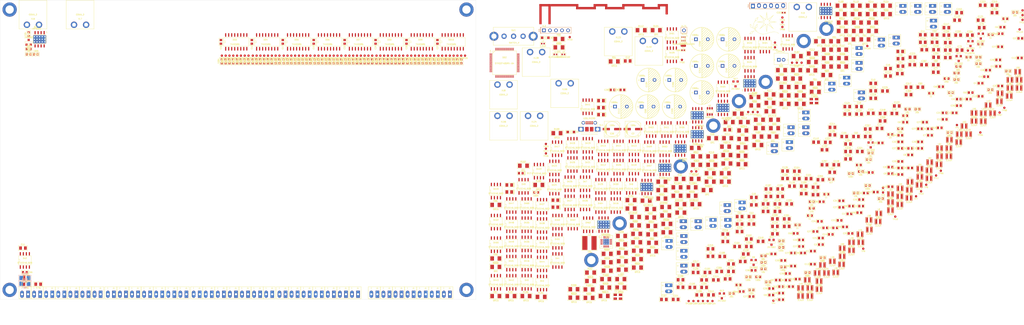
<source format=kicad_pcb>
(kicad_pcb (version 20190905) (host pcbnew "(5.99.0-189-gc3175b45a)")
  (layers (0 "F.Cu" signal) (31 "B.Cu" signal) (36 "B.SilkS" user) (37 "F.SilkS" user) (38 "B.Mask" user hide) (39 "F.Mask" user hide) (44 "Edge.Cuts" user))
  (net 0 "")
  (net 1 "GND")
  (net 2 "/ANT2")
  (net 3 "/RF1")
  (net 4 "/RF2")
  (net 5 "Net-(BLN1-Pad1)")
  (net 6 "Net-(C1-Pad2)")
  (net 7 "GNDPWR")
  (net 8 "PwrUnst")
  (net 9 "Net-(C3-Pad1)")
  (net 10 "Net-(C4-Pad1)")
  (net 11 "PwrMCU")
  (net 12 "Net-(C8-Pad1)")
  (net 13 "+3v3")
  (net 14 "Net-(C11-Pad1)")
  (net 15 "Net-(C14-Pad2)")
  (net 16 "Net-(C15-Pad1)")
  (net 17 "VCC")
  (net 18 "/ANT1")
  (net 19 "/PWR1")
  (net 20 "/PWR6")
  (net 21 "/PWR2")
  (net 22 "Net-(C71-Pad1)")
  (net 23 "/PWR3")
  (net 24 "/PWR7")
  (net 25 "/PWR4")
  (net 26 "Net-(C143-Pad1)")
  (net 27 "Net-(C144-Pad1)")
  (net 28 "Net-(C145-Pad1)")
  (net 29 "Net-(C146-Pad1)")
  (net 30 "Net-(C147-Pad1)")
  (net 31 "Net-(C148-Pad1)")
  (net 32 "Net-(C149-Pad1)")
  (net 33 "Net-(C150-Pad1)")
  (net 34 "Net-(C151-Pad1)")
  (net 35 "Net-(C152-Pad1)")
  (net 36 "Net-(C153-Pad1)")
  (net 37 "Net-(C154-Pad1)")
  (net 38 "Net-(C155-Pad1)")
  (net 39 "/PWR5")
  (net 40 "/PWR8")
  (net 41 "Net-(C215-Pad1)")
  (net 42 "Net-(C216-Pad1)")
  (net 43 "Net-(C217-Pad1)")
  (net 44 "Net-(C218-Pad1)")
  (net 45 "Net-(C219-Pad1)")
  (net 46 "Net-(C220-Pad1)")
  (net 47 "Net-(C221-Pad1)")
  (net 48 "Net-(C222-Pad1)")
  (net 49 "Net-(C223-Pad1)")
  (net 50 "Net-(C224-Pad1)")
  (net 51 "Net-(C225-Pad1)")
  (net 52 "Net-(C226-Pad1)")
  (net 53 "Net-(C227-Pad1)")
  (net 54 "/PWR9")
  (net 55 "Net-(C287-Pad1)")
  (net 56 "Net-(C288-Pad1)")
  (net 57 "Net-(C289-Pad1)")
  (net 58 "Net-(C290-Pad1)")
  (net 59 "Net-(C291-Pad1)")
  (net 60 "Net-(C292-Pad1)")
  (net 61 "Net-(C293-Pad1)")
  (net 62 "Net-(C294-Pad1)")
  (net 63 "Net-(C295-Pad1)")
  (net 64 "Net-(C296-Pad1)")
  (net 65 "Net-(C297-Pad1)")
  (net 66 "Net-(C298-Pad1)")
  (net 67 "Net-(C299-Pad1)")
  (net 68 "Net-(C344-Pad1)")
  (net 69 "Net-(C345-Pad1)")
  (net 70 "Net-(C346-Pad1)")
  (net 71 "Net-(C347-Pad1)")
  (net 72 "Net-(C348-Pad1)")
  (net 73 "Net-(C349-Pad1)")
  (net 74 "/5V_USB")
  (net 75 "Net-(D2-PadC)")
  (net 76 "/PWR_IN1")
  (net 77 "Net-(D3-PadA)")
  (net 78 "Net-(D4-PadA)")
  (net 79 "Net-(D5-PadA)")
  (net 80 "Net-(D6-PadA)")
  (net 81 "Net-(D7-PadA)")
  (net 82 "Net-(D8-PadA)")
  (net 83 "Net-(D9-PadA)")
  (net 84 "Net-(D10-PadA)")
  (net 85 "Net-(D11-PadA)")
  (net 86 "Net-(D12-PadA)")
  (net 87 "Net-(DA1-Pad3)")
  (net 88 "Net-(DA1-Pad7)")
  (net 89 "/LED_CTRL1")
  (net 90 "Net-(DA2-Pad5)")
  (net 91 "Net-(DA2-Pad1)")
  (net 92 "/LED_CTRL2")
  (net 93 "Net-(DA3-Pad5)")
  (net 94 "Net-(DA3-Pad1)")
  (net 95 "/LED_CTRL3")
  (net 96 "Net-(DA4-Pad5)")
  (net 97 "Net-(DA4-Pad1)")
  (net 98 "/LED_CTRL4")
  (net 99 "Net-(DA5-Pad5)")
  (net 100 "Net-(DA5-Pad1)")
  (net 101 "/LED_CTRL5")
  (net 102 "Net-(DA6-Pad5)")
  (net 103 "Net-(DA6-Pad1)")
  (net 104 "/LED_CTRL6")
  (net 105 "Net-(DA7-Pad5)")
  (net 106 "Net-(DA7-Pad1)")
  (net 107 "/LED_CTRL7")
  (net 108 "Net-(DA8-Pad5)")
  (net 109 "Net-(DA8-Pad1)")
  (net 110 "/LED_CTRL36")
  (net 111 "Net-(DA9-Pad5)")
  (net 112 "Net-(DA9-Pad1)")
  (net 113 "/LED_CTRL37")
  (net 114 "Net-(DA10-Pad5)")
  (net 115 "Net-(DA10-Pad1)")
  (net 116 "/LED_CTRL38")
  (net 117 "Net-(DA11-Pad5)")
  (net 118 "Net-(DA11-Pad1)")
  (net 119 "/LED_CTRL39")
  (net 120 "Net-(DA12-Pad5)")
  (net 121 "Net-(DA12-Pad1)")
  (net 122 "/LED_CTRL40")
  (net 123 "Net-(DA13-Pad5)")
  (net 124 "Net-(DA13-Pad1)")
  (net 125 "/LED_CTRL41")
  (net 126 "Net-(DA14-Pad5)")
  (net 127 "Net-(DA14-Pad1)")
  (net 128 "/LED_CTRL42")
  (net 129 "Net-(DA15-Pad5)")
  (net 130 "Net-(DA15-Pad1)")
  (net 131 "/LED_CTRL8")
  (net 132 "Net-(DA16-Pad5)")
  (net 133 "Net-(DA16-Pad1)")
  (net 134 "/LED_CTRL9")
  (net 135 "Net-(DA17-Pad5)")
  (net 136 "Net-(DA17-Pad1)")
  (net 137 "/LED_CTRL10")
  (net 138 "Net-(DA18-Pad5)")
  (net 139 "Net-(DA18-Pad1)")
  (net 140 "/LED_CTRL11")
  (net 141 "Net-(DA19-Pad5)")
  (net 142 "Net-(DA19-Pad1)")
  (net 143 "/LED_CTRL12")
  (net 144 "Net-(DA20-Pad5)")
  (net 145 "Net-(DA20-Pad1)")
  (net 146 "/LED_CTRL13")
  (net 147 "Net-(DA21-Pad5)")
  (net 148 "Net-(DA21-Pad1)")
  (net 149 "/LED_CTRL14")
  (net 150 "Net-(DA22-Pad5)")
  (net 151 "Net-(DA22-Pad1)")
  (net 152 "/LED_CTRL43")
  (net 153 "Net-(DA23-Pad5)")
  (net 154 "Net-(DA23-Pad1)")
  (net 155 "/LED_CTRL44")
  (net 156 "Net-(DA24-Pad5)")
  (net 157 "Net-(DA24-Pad1)")
  (net 158 "/LED_CTRL45")
  (net 159 "Net-(DA25-Pad5)")
  (net 160 "Net-(DA25-Pad1)")
  (net 161 "/LED_CTRL46")
  (net 162 "Net-(DA26-Pad5)")
  (net 163 "Net-(DA26-Pad1)")
  (net 164 "/LED_CTRL47")
  (net 165 "Net-(DA27-Pad5)")
  (net 166 "Net-(DA27-Pad1)")
  (net 167 "/LED_CTRL48")
  (net 168 "Net-(DA28-Pad5)")
  (net 169 "Net-(DA28-Pad1)")
  (net 170 "/LED_CTRL49")
  (net 171 "Net-(DA29-Pad5)")
  (net 172 "Net-(DA29-Pad1)")
  (net 173 "/LED_CTRL15")
  (net 174 "Net-(DA30-Pad5)")
  (net 175 "Net-(DA30-Pad1)")
  (net 176 "/LED_CTRL16")
  (net 177 "Net-(DA31-Pad5)")
  (net 178 "Net-(DA31-Pad1)")
  (net 179 "/LED_CTRL17")
  (net 180 "Net-(DA32-Pad5)")
  (net 181 "Net-(DA32-Pad1)")
  (net 182 "/LED_CTRL18")
  (net 183 "Net-(DA33-Pad5)")
  (net 184 "Net-(DA33-Pad1)")
  (net 185 "/LED_CTRL19")
  (net 186 "Net-(DA34-Pad5)")
  (net 187 "Net-(DA34-Pad1)")
  (net 188 "/LED_CTRL20")
  (net 189 "Net-(DA35-Pad5)")
  (net 190 "Net-(DA35-Pad1)")
  (net 191 "/LED_CTRL21")
  (net 192 "Net-(DA36-Pad5)")
  (net 193 "Net-(DA36-Pad1)")
  (net 194 "/LED_CTRL50")
  (net 195 "Net-(DA37-Pad5)")
  (net 196 "Net-(DA37-Pad1)")
  (net 197 "/LED_CTRL51")
  (net 198 "Net-(DA38-Pad5)")
  (net 199 "Net-(DA38-Pad1)")
  (net 200 "/LED_CTRL52")
  (net 201 "Net-(DA39-Pad5)")
  (net 202 "Net-(DA39-Pad1)")
  (net 203 "/LED_CTRL53")
  (net 204 "Net-(DA40-Pad5)")
  (net 205 "Net-(DA40-Pad1)")
  (net 206 "/LED_CTRL54")
  (net 207 "Net-(DA41-Pad5)")
  (net 208 "Net-(DA41-Pad1)")
  (net 209 "/LED_CTRL55")
  (net 210 "Net-(DA42-Pad5)")
  (net 211 "Net-(DA42-Pad1)")
  (net 212 "/LED_CTRL56")
  (net 213 "Net-(DA43-Pad5)")
  (net 214 "Net-(DA43-Pad1)")
  (net 215 "/LED_CTRL22")
  (net 216 "Net-(DA44-Pad5)")
  (net 217 "Net-(DA44-Pad1)")
  (net 218 "/LED_CTRL23")
  (net 219 "Net-(DA45-Pad5)")
  (net 220 "Net-(DA45-Pad1)")
  (net 221 "/LED_CTRL24")
  (net 222 "Net-(DA46-Pad5)")
  (net 223 "Net-(DA46-Pad1)")
  (net 224 "/LED_CTRL25")
  (net 225 "Net-(DA47-Pad5)")
  (net 226 "Net-(DA47-Pad1)")
  (net 227 "/LED_CTRL26")
  (net 228 "Net-(DA48-Pad5)")
  (net 229 "Net-(DA48-Pad1)")
  (net 230 "/LED_CTRL27")
  (net 231 "Net-(DA49-Pad5)")
  (net 232 "Net-(DA49-Pad1)")
  (net 233 "/LED_CTRL28")
  (net 234 "Net-(DA50-Pad5)")
  (net 235 "Net-(DA50-Pad1)")
  (net 236 "/LED_CTRL57")
  (net 237 "Net-(DA51-Pad5)")
  (net 238 "Net-(DA51-Pad1)")
  (net 239 "/LED_CTRL58")
  (net 240 "Net-(DA52-Pad5)")
  (net 241 "Net-(DA52-Pad1)")
  (net 242 "/LED_CTRL59")
  (net 243 "Net-(DA53-Pad5)")
  (net 244 "Net-(DA53-Pad1)")
  (net 245 "/LED_CTRL60")
  (net 246 "Net-(DA54-Pad5)")
  (net 247 "Net-(DA54-Pad1)")
  (net 248 "/LED_CTRL61")
  (net 249 "Net-(DA55-Pad5)")
  (net 250 "Net-(DA55-Pad1)")
  (net 251 "/LED_CTRL62")
  (net 252 "Net-(DA56-Pad5)")
  (net 253 "Net-(DA56-Pad1)")
  (net 254 "/LED_CTRL63")
  (net 255 "Net-(DA57-Pad5)")
  (net 256 "Net-(DA57-Pad1)")
  (net 257 "/LED_CTRL29")
  (net 258 "Net-(DA58-Pad5)")
  (net 259 "Net-(DA58-Pad1)")
  (net 260 "/LED_CTRL30")
  (net 261 "Net-(DA59-Pad5)")
  (net 262 "Net-(DA59-Pad1)")
  (net 263 "/LED_CTRL31")
  (net 264 "Net-(DA60-Pad5)")
  (net 265 "Net-(DA60-Pad1)")
  (net 266 "/LED_CTRL32")
  (net 267 "Net-(DA61-Pad5)")
  (net 268 "Net-(DA61-Pad1)")
  (net 269 "/LED_CTRL33")
  (net 270 "Net-(DA62-Pad5)")
  (net 271 "Net-(DA62-Pad1)")
  (net 272 "/LED_CTRL34")
  (net 273 "Net-(DA63-Pad5)")
  (net 274 "Net-(DA63-Pad1)")
  (net 275 "/LED_CTRL35")
  (net 276 "Net-(DA64-Pad5)")
  (net 277 "Net-(DA64-Pad1)")
  (net 278 "/CC_MOSI")
  (net 279 "Net-(DD1-Pad17)")
  (net 280 "/CC_CS")
  (net 281 "/CC_GDO0")
  (net 282 "/CC_MISO")
  (net 283 "/CC_SCK")
  (net 284 "/LED_PWR4")
  (net 285 "Net-(DD2-Pad61)")
  (net 286 "/UART_RX")
  (net 287 "/UART_TX")
  (net 288 "/PB5")
  (net 289 "/PB4")
  (net 290 "/PB3")
  (net 291 "/LED_PWR7")
  (net 292 "/PWR_CTRL9")
  (net 293 "/PWR_CTRL8")
  (net 294 "/PWR_CTRL7")
  (net 295 "/LED_PWR3")
  (net 296 "/SWCLK")
  (net 297 "Net-(DD2-Pad47)")
  (net 298 "/SWDIO")
  (net 299 "/USB_D+")
  (net 300 "/USB_D-")
  (net 301 "/LED_PWR2")
  (net 302 "Net-(DD2-Pad42)")
  (net 303 "/LED_PWR1")
  (net 304 "/PWR_CTRL6")
  (net 305 "/PWR_CTRL5")
  (net 306 "/PWR_CTRL4")
  (net 307 "/PWR_CTRL3")
  (net 308 "Net-(DD2-Pad31)")
  (net 309 "/LED_PWR6")
  (net 310 "/LED_PWR5")
  (net 311 "/Btn")
  (net 312 "/VOLT9")
  (net 313 "/VOLT8")
  (net 314 "/PWR_CTRL2")
  (net 315 "/DATA_IN1")
  (net 316 "/OUT_EN")
  (net 317 "/CLK")
  (net 318 "/LATCH")
  (net 319 "/PWR_CTRL1")
  (net 320 "/VOLT3")
  (net 321 "/VOLT2")
  (net 322 "/VOLT1")
  (net 323 "/VOLT7")
  (net 324 "/VOLT6")
  (net 325 "/VOLT5")
  (net 326 "/VOLT4")
  (net 327 "Net-(DD2-Pad6)")
  (net 328 "/LED_PWR9")
  (net 329 "/LED_PWR8")
  (net 330 "/Out1In2")
  (net 331 "/Out2In3")
  (net 332 "/Out3In4")
  (net 333 "/Out4In5")
  (net 334 "/Out5In6")
  (net 335 "/Out6In7")
  (net 336 "/Out7In8")
  (net 337 "Net-(DD10-Pad7)")
  (net 338 "Net-(Q1-Pad3)")
  (net 339 "Net-(Q3-Pad3)")
  (net 340 "Net-(Q4-Pad1)")
  (net 341 "Net-(Q5-Pad3)")
  (net 342 "Net-(Q6-Pad1)")
  (net 343 "Net-(Q7-Pad3)")
  (net 344 "Net-(Q8-Pad1)")
  (net 345 "Net-(Q10-Pad4)")
  (net 346 "Net-(Q10-Pad1)")
  (net 347 "Net-(Q11-Pad3)")
  (net 348 "Net-(Q12-Pad1)")
  (net 349 "Net-(Q13-Pad3)")
  (net 350 "Net-(Q14-Pad1)")
  (net 351 "Net-(Q15-Pad3)")
  (net 352 "Net-(Q16-Pad1)")
  (net 353 "Net-(Q17-Pad3)")
  (net 354 "Net-(Q18-Pad1)")
  (net 355 "/DIN+")
  (net 356 "/DIN-")
  (net 357 "Net-(C70-Pad1)")
  (net 358 "Net-(C72-Pad1)")
  (net 359 "Net-(C73-Pad1)")
  (net 360 "Net-(C74-Pad1)")
  (net 361 "Net-(C75-Pad1)")
  (net 362 "Net-(C76-Pad1)")
  (net 363 "Net-(C77-Pad1)")
  (net 364 "Net-(C78-Pad1)")
  (net 365 "Net-(C79-Pad1)")
  (net 366 "Net-(C80-Pad1)")
  (net 367 "Net-(C81-Pad1)")
  (net 368 "Net-(C82-Pad1)")
  (net 369 "Net-(C83-Pad1)")
  (net 370 "Net-(C142-Pad1)")
  (net 371 "Net-(C214-Pad1)")
  (net 372 "Net-(C286-Pad1)")
  (net 373 "Net-(C343-Pad1)")
  (module "Quartz:03225C4" (layer "F.Cu") (at 279.647001 148.889001)
    (fp_text reference "XTAL2" (at 0 -2.921) (layer "F.SilkS") (effects (font (size 0.59944 0.59944) (thickness 0.14986))))
    (fp_text value "12 MHz" (at 0.254 -2.032) (layer "F.SilkS") (effects (font (size 0.59944 0.59944) (thickness 0.14986))))
    (pad "1" smd rect (at -1.1 0.8) (size 1.4 1) (layers "F.Cu" "F.Paste" "F.Mask") (net 12 "Net-(C8-Pad1)"))
    (pad "H" smd rect (at 1.1 0.8) (size 1.4 1) (layers "F.Cu" "F.Paste" "F.Mask") (net 1 "GND"))
    (pad "2" smd rect (at 1.1 -0.8) (size 1.4 1) (layers "F.Cu" "F.Paste" "F.Mask") (net 16 "Net-(C15-Pad1)"))
    (pad "H" smd rect (at -1.1 -0.8) (size 1.4 1) (layers "F.Cu" "F.Paste" "F.Mask") (net 1 "GND"))
  )
  (module "Quartz:03225C4" (layer "F.Cu") (at 362.047001 66.519001)
    (fp_text reference "XTAL1" (at 0 -2.921) (layer "F.SilkS") (effects (font (size 0.59944 0.59944) (thickness 0.14986))))
    (fp_text value "27MHz" (at 0.254 -2.032) (layer "F.SilkS") (effects (font (size 0.59944 0.59944) (thickness 0.14986))))
    (pad "1" smd rect (at -1.1 0.8) (size 1.4 1) (layers "F.Cu" "F.Paste" "F.Mask") (net 10 "Net-(C4-Pad1)"))
    (pad "H" smd rect (at 1.1 0.8) (size 1.4 1) (layers "F.Cu" "F.Paste" "F.Mask") (net 1 "GND"))
    (pad "2" smd rect (at 1.1 -0.8) (size 1.4 1) (layers "F.Cu" "F.Paste" "F.Mask") (net 14 "Net-(C11-Pad1)"))
    (pad "H" smd rect (at -1.1 -0.8) (size 1.4 1) (layers "F.Cu" "F.Paste" "F.Mask") (net 1 "GND"))
  )
  (module "PCB:Oval3x1.5wHole0d9_x2" (layer "F.Cu") (at 207.772 147.828 -90)
    (fp_text reference "XL78" hide)
    (fp_text value "CONN_2" hide)
    (fp_text user "-" (at -2.54 1.27 -90 unlocked) (layer "F.SilkS"))
    (fp_text user "+" (at -2.54 -1.27 -90 unlocked) (layer "F.SilkS"))
    (pad "1" thru_hole rect (at 0 -1.27 270) (size 3 1.5) (drill 0.9) (layers *.Cu *.Mask) (net 73 "Net-(C349-Pad1)"))
    (pad "2" thru_hole oval (at 0 1.27 270) (size 3 1.5) (drill 0.9) (layers *.Cu *.Mask) (net 276 "Net-(DA64-Pad5)"))
  )
  (module "PCB:Oval3x1.5wHole0d9_x2" (layer "F.Cu") (at 202.692 147.828 -90)
    (fp_text reference "XL77" hide)
    (fp_text value "CONN_2" hide)
    (fp_text user "-" (at -2.54 1.27 -90 unlocked) (layer "F.SilkS"))
    (fp_text user "+" (at -2.54 -1.27 -90 unlocked) (layer "F.SilkS"))
    (pad "1" thru_hole rect (at 0 -1.27 270) (size 3 1.5) (drill 0.9) (layers *.Cu *.Mask) (net 72 "Net-(C348-Pad1)"))
    (pad "2" thru_hole oval (at 0 1.27 270) (size 3 1.5) (drill 0.9) (layers *.Cu *.Mask) (net 273 "Net-(DA63-Pad5)"))
  )
  (module "PCB:Oval3x1.5wHole0d9_x2" (layer "F.Cu") (at 197.612 147.828 -90)
    (fp_text reference "XL76" hide)
    (fp_text value "CONN_2" hide)
    (fp_text user "-" (at -2.54 1.27 -90 unlocked) (layer "F.SilkS"))
    (fp_text user "+" (at -2.54 -1.27 -90 unlocked) (layer "F.SilkS"))
    (pad "1" thru_hole rect (at 0 -1.27 270) (size 3 1.5) (drill 0.9) (layers *.Cu *.Mask) (net 71 "Net-(C347-Pad1)"))
    (pad "2" thru_hole oval (at 0 1.27 270) (size 3 1.5) (drill 0.9) (layers *.Cu *.Mask) (net 270 "Net-(DA62-Pad5)"))
  )
  (module "PCB:Oval3x1.5wHole0d9_x2" (layer "F.Cu") (at 192.532 147.828 -90)
    (fp_text reference "XL75" hide)
    (fp_text value "CONN_2" hide)
    (fp_text user "-" (at -2.54 1.27 -90 unlocked) (layer "F.SilkS"))
    (fp_text user "+" (at -2.54 -1.27 -90 unlocked) (layer "F.SilkS"))
    (pad "1" thru_hole rect (at 0 -1.27 270) (size 3 1.5) (drill 0.9) (layers *.Cu *.Mask) (net 70 "Net-(C346-Pad1)"))
    (pad "2" thru_hole oval (at 0 1.27 270) (size 3 1.5) (drill 0.9) (layers *.Cu *.Mask) (net 267 "Net-(DA61-Pad5)"))
  )
  (module "PCB:Oval3x1.5wHole0d9_x2" (layer "F.Cu") (at 187.452 147.828 -90)
    (fp_text reference "XL74" hide)
    (fp_text value "CONN_2" hide)
    (fp_text user "-" (at -2.54 1.27 -90 unlocked) (layer "F.SilkS"))
    (fp_text user "+" (at -2.54 -1.27 -90 unlocked) (layer "F.SilkS"))
    (pad "1" thru_hole rect (at 0 -1.27 270) (size 3 1.5) (drill 0.9) (layers *.Cu *.Mask) (net 69 "Net-(C345-Pad1)"))
    (pad "2" thru_hole oval (at 0 1.27 270) (size 3 1.5) (drill 0.9) (layers *.Cu *.Mask) (net 264 "Net-(DA60-Pad5)"))
  )
  (module "PCB:Oval3x1.5wHole0d9_x2" (layer "F.Cu") (at 182.372 147.828 -90)
    (fp_text reference "XL73" hide)
    (fp_text value "CONN_2" hide)
    (fp_text user "-" (at -2.54 1.27 -90 unlocked) (layer "F.SilkS"))
    (fp_text user "+" (at -2.54 -1.27 -90 unlocked) (layer "F.SilkS"))
    (pad "1" thru_hole rect (at 0 -1.27 270) (size 3 1.5) (drill 0.9) (layers *.Cu *.Mask) (net 68 "Net-(C344-Pad1)"))
    (pad "2" thru_hole oval (at 0 1.27 270) (size 3 1.5) (drill 0.9) (layers *.Cu *.Mask) (net 261 "Net-(DA59-Pad5)"))
  )
  (module "PCB:Oval3x1.5wHole0d9_x2" (layer "F.Cu") (at 177.292 147.828 -90)
    (fp_text reference "XL72" hide)
    (fp_text value "CONN_2" hide)
    (fp_text user "-" (at -2.54 1.27 -90 unlocked) (layer "F.SilkS"))
    (fp_text user "+" (at -2.54 -1.27 -90 unlocked) (layer "F.SilkS"))
    (pad "1" thru_hole rect (at 0 -1.27 270) (size 3 1.5) (drill 0.9) (layers *.Cu *.Mask) (net 373 "Net-(C343-Pad1)"))
    (pad "2" thru_hole oval (at 0 1.27 270) (size 3 1.5) (drill 0.9) (layers *.Cu *.Mask) (net 258 "Net-(DA58-Pad5)"))
  )
  (module "Connectors:PLS-1Rnd" (layer "F.Cu") (at 307.405001 36.755001)
    (fp_text reference "XL71" (at 0 -1.778) (layer "F.SilkS") (effects (font (size 0.6 0.6))))
    (fp_text value "CONN_1" hide)
    (pad "1" thru_hole circle (at 0 0) (size 1.5 1.5) (drill 0.9) (layers *.Cu *.Mask) (net 1 "GND"))
  )
  (module "PCB:Oval3x1.5wHole0d9_x2" (layer "F.Cu") (at 405.670001 27.705001)
    (fp_text reference "XL70" hide)
    (fp_text value "CONN_2" hide)
    (fp_text user "-" (at -2.54 1.27 unlocked) (layer "F.SilkS"))
    (fp_text user "+" (at -2.54 -1.27 unlocked) (layer "F.SilkS"))
    (pad "1" thru_hole rect (at 0 -1.27) (size 3 1.5) (drill 0.9) (layers *.Cu *.Mask) (net 67 "Net-(C299-Pad1)"))
    (pad "2" thru_hole oval (at 0 1.27) (size 3 1.5) (drill 0.9) (layers *.Cu *.Mask) (net 255 "Net-(DA57-Pad5)"))
  )
  (module "PCB:Oval3x1.5wHole0d9_x2" (layer "F.Cu") (at 390.390001 41.905001)
    (fp_text reference "XL69" hide)
    (fp_text value "CONN_2" hide)
    (fp_text user "-" (at -2.54 1.27 unlocked) (layer "F.SilkS"))
    (fp_text user "+" (at -2.54 -1.27 unlocked) (layer "F.SilkS"))
    (pad "1" thru_hole rect (at 0 -1.27) (size 3 1.5) (drill 0.9) (layers *.Cu *.Mask) (net 66 "Net-(C298-Pad1)"))
    (pad "2" thru_hole oval (at 0 1.27) (size 3 1.5) (drill 0.9) (layers *.Cu *.Mask) (net 252 "Net-(DA56-Pad5)"))
  )
  (module "PCB:Oval3x1.5wHole0d9_x2" (layer "F.Cu") (at 319.620001 117.795001)
    (fp_text reference "XL68" hide)
    (fp_text value "CONN_2" hide)
    (fp_text user "-" (at -2.54 1.27 unlocked) (layer "F.SilkS"))
    (fp_text user "+" (at -2.54 -1.27 unlocked) (layer "F.SilkS"))
    (pad "1" thru_hole rect (at 0 -1.27) (size 3 1.5) (drill 0.9) (layers *.Cu *.Mask) (net 65 "Net-(C297-Pad1)"))
    (pad "2" thru_hole oval (at 0 1.27) (size 3 1.5) (drill 0.9) (layers *.Cu *.Mask) (net 249 "Net-(DA55-Pad5)"))
  )
  (module "PCB:Oval3x1.5wHole0d9_x2" (layer "F.Cu") (at 351.750001 85.045001)
    (fp_text reference "XL67" hide)
    (fp_text value "CONN_2" hide)
    (fp_text user "-" (at -2.54 1.27 unlocked) (layer "F.SilkS"))
    (fp_text user "+" (at -2.54 -1.27 unlocked) (layer "F.SilkS"))
    (pad "1" thru_hole rect (at 0 -1.27) (size 3 1.5) (drill 0.9) (layers *.Cu *.Mask) (net 64 "Net-(C296-Pad1)"))
    (pad "2" thru_hole oval (at 0 1.27) (size 3 1.5) (drill 0.9) (layers *.Cu *.Mask) (net 246 "Net-(DA54-Pad5)"))
  )
  (module "PCB:Oval3x1.5wHole0d9_x2" (layer "F.Cu") (at 358.630001 78.815001)
    (fp_text reference "XL66" hide)
    (fp_text value "CONN_2" hide)
    (fp_text user "-" (at -2.54 1.27 unlocked) (layer "F.SilkS"))
    (fp_text user "+" (at -2.54 -1.27 unlocked) (layer "F.SilkS"))
    (pad "1" thru_hole rect (at 0 -1.27) (size 3 1.5) (drill 0.9) (layers *.Cu *.Mask) (net 63 "Net-(C295-Pad1)"))
    (pad "2" thru_hole oval (at 0 1.27) (size 3 1.5) (drill 0.9) (layers *.Cu *.Mask) (net 243 "Net-(DA53-Pad5)"))
  )
  (module "PCB:Oval3x1.5wHole0d9_x2" (layer "F.Cu") (at 301.140001 126.645001)
    (fp_text reference "XL65" hide)
    (fp_text value "CONN_2" hide)
    (fp_text user "-" (at -2.54 1.27 unlocked) (layer "F.SilkS"))
    (fp_text user "+" (at -2.54 -1.27 unlocked) (layer "F.SilkS"))
    (pad "1" thru_hole rect (at 0 -1.27) (size 3 1.5) (drill 0.9) (layers *.Cu *.Mask) (net 62 "Net-(C294-Pad1)"))
    (pad "2" thru_hole oval (at 0 1.27) (size 3 1.5) (drill 0.9) (layers *.Cu *.Mask) (net 240 "Net-(DA52-Pad5)"))
  )
  (module "PCB:Oval3x1.5wHole0d9_x2" (layer "F.Cu") (at 375.770001 57.915001)
    (fp_text reference "XL64" hide)
    (fp_text value "CONN_2" hide)
    (fp_text user "-" (at -2.54 1.27 unlocked) (layer "F.SilkS"))
    (fp_text user "+" (at -2.54 -1.27 unlocked) (layer "F.SilkS"))
    (pad "1" thru_hole rect (at 0 -1.27) (size 3 1.5) (drill 0.9) (layers *.Cu *.Mask) (net 61 "Net-(C293-Pad1)"))
    (pad "2" thru_hole oval (at 0 1.27) (size 3 1.5) (drill 0.9) (layers *.Cu *.Mask) (net 237 "Net-(DA51-Pad5)"))
  )
  (module "PCB:Oval3x1.5wHole0d9_x2" (layer "F.Cu") (at 169.164 147.828 -90)
    (fp_text reference "XL63" hide)
    (fp_text value "CONN_2" hide)
    (fp_text user "-" (at -2.54 1.27 -90 unlocked) (layer "F.SilkS"))
    (fp_text user "+" (at -2.54 -1.27 -90 unlocked) (layer "F.SilkS"))
    (pad "1" thru_hole rect (at 0 -1.27 270) (size 3 1.5) (drill 0.9) (layers *.Cu *.Mask) (net 60 "Net-(C292-Pad1)"))
    (pad "2" thru_hole oval (at 0 1.27 270) (size 3 1.5) (drill 0.9) (layers *.Cu *.Mask) (net 234 "Net-(DA50-Pad5)"))
  )
  (module "PCB:Oval3x1.5wHole0d9_x2" (layer "F.Cu") (at 164.084 147.828 -90)
    (fp_text reference "XL62" hide)
    (fp_text value "CONN_2" hide)
    (fp_text user "-" (at -2.54 1.27 -90 unlocked) (layer "F.SilkS"))
    (fp_text user "+" (at -2.54 -1.27 -90 unlocked) (layer "F.SilkS"))
    (pad "1" thru_hole rect (at 0 -1.27 270) (size 3 1.5) (drill 0.9) (layers *.Cu *.Mask) (net 59 "Net-(C291-Pad1)"))
    (pad "2" thru_hole oval (at 0 1.27 270) (size 3 1.5) (drill 0.9) (layers *.Cu *.Mask) (net 231 "Net-(DA49-Pad5)"))
  )
  (module "PCB:Oval3x1.5wHole0d9_x2" (layer "F.Cu") (at 159.004 147.828 -90)
    (fp_text reference "XL61" hide)
    (fp_text value "CONN_2" hide)
    (fp_text user "-" (at -2.54 1.27 -90 unlocked) (layer "F.SilkS"))
    (fp_text user "+" (at -2.54 -1.27 -90 unlocked) (layer "F.SilkS"))
    (pad "1" thru_hole rect (at 0 -1.27 270) (size 3 1.5) (drill 0.9) (layers *.Cu *.Mask) (net 58 "Net-(C290-Pad1)"))
    (pad "2" thru_hole oval (at 0 1.27 270) (size 3 1.5) (drill 0.9) (layers *.Cu *.Mask) (net 228 "Net-(DA48-Pad5)"))
  )
  (module "PCB:Oval3x1.5wHole0d9_x2" (layer "F.Cu") (at 153.924 147.828 -90)
    (fp_text reference "XL60" hide)
    (fp_text value "CONN_2" hide)
    (fp_text user "-" (at -2.54 1.27 -90 unlocked) (layer "F.SilkS"))
    (fp_text user "+" (at -2.54 -1.27 -90 unlocked) (layer "F.SilkS"))
    (pad "1" thru_hole rect (at 0 -1.27 270) (size 3 1.5) (drill 0.9) (layers *.Cu *.Mask) (net 57 "Net-(C289-Pad1)"))
    (pad "2" thru_hole oval (at 0 1.27 270) (size 3 1.5) (drill 0.9) (layers *.Cu *.Mask) (net 225 "Net-(DA47-Pad5)"))
  )
  (module "PCB:Oval3x1.5wHole0d9_x2" (layer "F.Cu") (at 148.844 147.828 -90)
    (fp_text reference "XL59" hide)
    (fp_text value "CONN_2" hide)
    (fp_text user "-" (at -2.54 1.27 -90 unlocked) (layer "F.SilkS"))
    (fp_text user "+" (at -2.54 -1.27 -90 unlocked) (layer "F.SilkS"))
    (pad "1" thru_hole rect (at 0 -1.27 270) (size 3 1.5) (drill 0.9) (layers *.Cu *.Mask) (net 56 "Net-(C288-Pad1)"))
    (pad "2" thru_hole oval (at 0 1.27 270) (size 3 1.5) (drill 0.9) (layers *.Cu *.Mask) (net 222 "Net-(DA46-Pad5)"))
  )
  (module "PCB:Oval3x1.5wHole0d9_x2" (layer "F.Cu") (at 143.764 147.828 -90)
    (fp_text reference "XL58" hide)
    (fp_text value "CONN_2" hide)
    (fp_text user "-" (at -2.54 1.27 -90 unlocked) (layer "F.SilkS"))
    (fp_text user "+" (at -2.54 -1.27 -90 unlocked) (layer "F.SilkS"))
    (pad "1" thru_hole rect (at 0 -1.27 270) (size 3 1.5) (drill 0.9) (layers *.Cu *.Mask) (net 55 "Net-(C287-Pad1)"))
    (pad "2" thru_hole oval (at 0 1.27 270) (size 3 1.5) (drill 0.9) (layers *.Cu *.Mask) (net 219 "Net-(DA45-Pad5)"))
  )
  (module "PCB:Oval3x1.5wHole0d9_x2" (layer "F.Cu") (at 138.684 147.828 -90)
    (fp_text reference "XL57" hide)
    (fp_text value "CONN_2" hide)
    (fp_text user "-" (at -2.54 1.27 -90 unlocked) (layer "F.SilkS"))
    (fp_text user "+" (at -2.54 -1.27 -90 unlocked) (layer "F.SilkS"))
    (pad "1" thru_hole rect (at 0 -1.27 270) (size 3 1.5) (drill 0.9) (layers *.Cu *.Mask) (net 372 "Net-(C286-Pad1)"))
    (pad "2" thru_hole oval (at 0 1.27 270) (size 3 1.5) (drill 0.9) (layers *.Cu *.Mask) (net 216 "Net-(DA44-Pad5)"))
  )
  (module "Connectors:2ZHDRC-02P" (layer "F.Cu") (at 231.575001 72.735001)
    (fp_text reference "XL56" (at 0 2.5) (layer "F.SilkS") (effects (font (size 0.6 0.6))))
    (fp_text value "CONN_2" (at 0 4.25) (layer "F.SilkS") (effects (font (size 0.6 0.6))))
    (pad "2" thru_hole circle (at 2.54 0) (size 2.7 2.7) (drill 1.6) (layers *.Cu *.Mask) (net 7 "GNDPWR"))
    (pad "1" thru_hole circle (at -2.54 0) (size 2.7 2.7) (drill 1.6) (layers *.Cu *.Mask) (net 354 "Net-(Q18-Pad1)"))
  )
  (module "Connectors:2ZHDRC-02P" (layer "F.Cu") (at 257.275001 59.035001)
    (fp_text reference "XL55" (at 0 2.5) (layer "F.SilkS") (effects (font (size 0.6 0.6))))
    (fp_text value "CONN_2" (at 0 4.25) (layer "F.SilkS") (effects (font (size 0.6 0.6))))
    (pad "2" thru_hole circle (at 2.54 0) (size 2.7 2.7) (drill 1.6) (layers *.Cu *.Mask) (net 7 "GNDPWR"))
    (pad "1" thru_hole circle (at -2.54 0) (size 2.7 2.7) (drill 1.6) (layers *.Cu *.Mask) (net 352 "Net-(Q16-Pad1)"))
  )
  (module "PCB:Oval3x1.5wHole0d9_x2" (layer "F.Cu") (at 307.370001 124.595001)
    (fp_text reference "XL54" hide)
    (fp_text value "CONN_2" hide)
    (fp_text user "-" (at -2.54 1.27 unlocked) (layer "F.SilkS"))
    (fp_text user "+" (at -2.54 -1.27 unlocked) (layer "F.SilkS"))
    (pad "1" thru_hole rect (at 0 -1.27) (size 3 1.5) (drill 0.9) (layers *.Cu *.Mask) (net 53 "Net-(C227-Pad1)"))
    (pad "2" thru_hole oval (at 0 1.27) (size 3 1.5) (drill 0.9) (layers *.Cu *.Mask) (net 213 "Net-(DA43-Pad5)"))
  )
  (module "PCB:Oval3x1.5wHole0d9_x2" (layer "F.Cu") (at 381.000001 51.685001)
    (fp_text reference "XL53" hide)
    (fp_text value "CONN_2" hide)
    (fp_text user "-" (at -2.54 1.27 unlocked) (layer "F.SilkS"))
    (fp_text user "+" (at -2.54 -1.27 unlocked) (layer "F.SilkS"))
    (pad "1" thru_hole rect (at 0 -1.27) (size 3 1.5) (drill 0.9) (layers *.Cu *.Mask) (net 52 "Net-(C226-Pad1)"))
    (pad "2" thru_hole oval (at 0 1.27) (size 3 1.5) (drill 0.9) (layers *.Cu *.Mask) (net 210 "Net-(DA42-Pad5)"))
  )
  (module "PCB:Oval3x1.5wHole0d9_x2" (layer "F.Cu") (at 381.000001 45.455001)
    (fp_text reference "XL52" hide)
    (fp_text value "CONN_2" hide)
    (fp_text user "-" (at -2.54 1.27 unlocked) (layer "F.SilkS"))
    (fp_text user "+" (at -2.54 -1.27 unlocked) (layer "F.SilkS"))
    (pad "1" thru_hole rect (at 0 -1.27) (size 3 1.5) (drill 0.9) (layers *.Cu *.Mask) (net 51 "Net-(C225-Pad1)"))
    (pad "2" thru_hole oval (at 0 1.27) (size 3 1.5) (drill 0.9) (layers *.Cu *.Mask) (net 207 "Net-(DA41-Pad5)"))
  )
  (module "PCB:Oval3x1.5wHole0d9_x2" (layer "F.Cu") (at 399.440001 27.705001)
    (fp_text reference "XL51" hide)
    (fp_text value "CONN_2" hide)
    (fp_text user "-" (at -2.54 1.27 unlocked) (layer "F.SilkS"))
    (fp_text user "+" (at -2.54 -1.27 unlocked) (layer "F.SilkS"))
    (pad "1" thru_hole rect (at 0 -1.27) (size 3 1.5) (drill 0.9) (layers *.Cu *.Mask) (net 50 "Net-(C224-Pad1)"))
    (pad "2" thru_hole oval (at 0 1.27) (size 3 1.5) (drill 0.9) (layers *.Cu *.Mask) (net 204 "Net-(DA40-Pad5)"))
  )
  (module "PCB:Oval3x1.5wHole0d9_x2" (layer "F.Cu") (at 307.160001 118.365001)
    (fp_text reference "XL50" hide)
    (fp_text value "CONN_2" hide)
    (fp_text user "-" (at -2.54 1.27 unlocked) (layer "F.SilkS"))
    (fp_text user "+" (at -2.54 -1.27 unlocked) (layer "F.SilkS"))
    (pad "1" thru_hole rect (at 0 -1.27) (size 3 1.5) (drill 0.9) (layers *.Cu *.Mask) (net 49 "Net-(C223-Pad1)"))
    (pad "2" thru_hole oval (at 0 1.27) (size 3 1.5) (drill 0.9) (layers *.Cu *.Mask) (net 201 "Net-(DA39-Pad5)"))
  )
  (module "PCB:Oval3x1.5wHole0d9_x2" (layer "F.Cu") (at 325.600001 111.565001)
    (fp_text reference "XL49" hide)
    (fp_text value "CONN_2" hide)
    (fp_text user "-" (at -2.54 1.27 unlocked) (layer "F.SilkS"))
    (fp_text user "+" (at -2.54 -1.27 unlocked) (layer "F.SilkS"))
    (pad "1" thru_hole rect (at 0 -1.27) (size 3 1.5) (drill 0.9) (layers *.Cu *.Mask) (net 48 "Net-(C222-Pad1)"))
    (pad "2" thru_hole oval (at 0 1.27) (size 3 1.5) (drill 0.9) (layers *.Cu *.Mask) (net 198 "Net-(DA38-Pad5)"))
  )
  (module "PCB:Oval3x1.5wHole0d9_x2" (layer "F.Cu") (at 331.830001 110.455001)
    (fp_text reference "XL48" hide)
    (fp_text value "CONN_2" hide)
    (fp_text user "-" (at -2.54 1.27 unlocked) (layer "F.SilkS"))
    (fp_text user "+" (at -2.54 -1.27 unlocked) (layer "F.SilkS"))
    (pad "1" thru_hole rect (at 0 -1.27) (size 3 1.5) (drill 0.9) (layers *.Cu *.Mask) (net 47 "Net-(C221-Pad1)"))
    (pad "2" thru_hole oval (at 0 1.27) (size 3 1.5) (drill 0.9) (layers *.Cu *.Mask) (net 195 "Net-(DA37-Pad5)"))
  )
  (module "PCB:Oval3x1.5wHole0d9_x2" (layer "F.Cu") (at 133.096 147.828 -90)
    (fp_text reference "XL47" hide)
    (fp_text value "CONN_2" hide)
    (fp_text user "-" (at -2.54 1.27 -90 unlocked) (layer "F.SilkS"))
    (fp_text user "+" (at -2.54 -1.27 -90 unlocked) (layer "F.SilkS"))
    (pad "1" thru_hole rect (at 0 -1.27 270) (size 3 1.5) (drill 0.9) (layers *.Cu *.Mask) (net 46 "Net-(C220-Pad1)"))
    (pad "2" thru_hole oval (at 0 1.27 270) (size 3 1.5) (drill 0.9) (layers *.Cu *.Mask) (net 192 "Net-(DA36-Pad5)"))
  )
  (module "PCB:Oval3x1.5wHole0d9_x2" (layer "F.Cu") (at 128.016 147.828 -90)
    (fp_text reference "XL46" hide)
    (fp_text value "CONN_2" hide)
    (fp_text user "-" (at -2.54 1.27 -90 unlocked) (layer "F.SilkS"))
    (fp_text user "+" (at -2.54 -1.27 -90 unlocked) (layer "F.SilkS"))
    (pad "1" thru_hole rect (at 0 -1.27 270) (size 3 1.5) (drill 0.9) (layers *.Cu *.Mask) (net 45 "Net-(C219-Pad1)"))
    (pad "2" thru_hole oval (at 0 1.27 270) (size 3 1.5) (drill 0.9) (layers *.Cu *.Mask) (net 189 "Net-(DA35-Pad5)"))
  )
  (module "PCB:Oval3x1.5wHole0d9_x2" (layer "F.Cu") (at 122.936 147.828 -90)
    (fp_text reference "XL45" hide)
    (fp_text value "CONN_2" hide)
    (fp_text user "-" (at -2.54 1.27 -90 unlocked) (layer "F.SilkS"))
    (fp_text user "+" (at -2.54 -1.27 -90 unlocked) (layer "F.SilkS"))
    (pad "1" thru_hole rect (at 0 -1.27 270) (size 3 1.5) (drill 0.9) (layers *.Cu *.Mask) (net 44 "Net-(C218-Pad1)"))
    (pad "2" thru_hole oval (at 0 1.27 270) (size 3 1.5) (drill 0.9) (layers *.Cu *.Mask) (net 186 "Net-(DA34-Pad5)"))
  )
  (module "PCB:Oval3x1.5wHole0d9_x2" (layer "F.Cu") (at 117.856 147.828 -90)
    (fp_text reference "XL44" hide)
    (fp_text value "CONN_2" hide)
    (fp_text user "-" (at -2.54 1.27 -90 unlocked) (layer "F.SilkS"))
    (fp_text user "+" (at -2.54 -1.27 -90 unlocked) (layer "F.SilkS"))
    (pad "1" thru_hole rect (at 0 -1.27 270) (size 3 1.5) (drill 0.9) (layers *.Cu *.Mask) (net 43 "Net-(C217-Pad1)"))
    (pad "2" thru_hole oval (at 0 1.27 270) (size 3 1.5) (drill 0.9) (layers *.Cu *.Mask) (net 183 "Net-(DA33-Pad5)"))
  )
  (module "PCB:Oval3x1.5wHole0d9_x2" (layer "F.Cu") (at 112.776 147.828 -90)
    (fp_text reference "XL43" hide)
    (fp_text value "CONN_2" hide)
    (fp_text user "-" (at -2.54 1.27 -90 unlocked) (layer "F.SilkS"))
    (fp_text user "+" (at -2.54 -1.27 -90 unlocked) (layer "F.SilkS"))
    (pad "1" thru_hole rect (at 0 -1.27 270) (size 3 1.5) (drill 0.9) (layers *.Cu *.Mask) (net 42 "Net-(C216-Pad1)"))
    (pad "2" thru_hole oval (at 0 1.27 270) (size 3 1.5) (drill 0.9) (layers *.Cu *.Mask) (net 180 "Net-(DA32-Pad5)"))
  )
  (module "PCB:Oval3x1.5wHole0d9_x2" (layer "F.Cu") (at 107.696 147.828 -90)
    (fp_text reference "XL42" hide)
    (fp_text value "CONN_2" hide)
    (fp_text user "-" (at -2.54 1.27 -90 unlocked) (layer "F.SilkS"))
    (fp_text user "+" (at -2.54 -1.27 -90 unlocked) (layer "F.SilkS"))
    (pad "1" thru_hole rect (at 0 -1.27 270) (size 3 1.5) (drill 0.9) (layers *.Cu *.Mask) (net 41 "Net-(C215-Pad1)"))
    (pad "2" thru_hole oval (at 0 1.27 270) (size 3 1.5) (drill 0.9) (layers *.Cu *.Mask) (net 177 "Net-(DA31-Pad5)"))
  )
  (module "PCB:Oval3x1.5wHole0d9_x2" (layer "F.Cu") (at 102.616 147.828 -90)
    (fp_text reference "XL41" hide)
    (fp_text value "CONN_2" hide)
    (fp_text user "-" (at -2.54 1.27 -90 unlocked) (layer "F.SilkS"))
    (fp_text user "+" (at -2.54 -1.27 -90 unlocked) (layer "F.SilkS"))
    (pad "1" thru_hole rect (at 0 -1.27 270) (size 3 1.5) (drill 0.9) (layers *.Cu *.Mask) (net 371 "Net-(C214-Pad1)"))
    (pad "2" thru_hole oval (at 0 1.27 270) (size 3 1.5) (drill 0.9) (layers *.Cu *.Mask) (net 174 "Net-(DA30-Pad5)"))
  )
  (module "Connectors:2ZHDRC-02P" (layer "F.Cu") (at 292.675001 41.215001)
    (fp_text reference "XL40" (at 0 2.5) (layer "F.SilkS") (effects (font (size 0.6 0.6))))
    (fp_text value "CONN_2" (at 0 4.25) (layer "F.SilkS") (effects (font (size 0.6 0.6))))
    (pad "2" thru_hole circle (at 2.54 0) (size 2.7 2.7) (drill 1.6) (layers *.Cu *.Mask) (net 7 "GNDPWR"))
    (pad "1" thru_hole circle (at -2.54 0) (size 2.7 2.7) (drill 1.6) (layers *.Cu *.Mask) (net 350 "Net-(Q14-Pad1)"))
  )
  (module "Connectors:2ZHDRC-02P" (layer "F.Cu") (at 245.275001 45.885001)
    (fp_text reference "XL39" (at 0 2.5) (layer "F.SilkS") (effects (font (size 0.6 0.6))))
    (fp_text value "CONN_2" (at 0 4.25) (layer "F.SilkS") (effects (font (size 0.6 0.6))))
    (pad "2" thru_hole circle (at 2.54 0) (size 2.7 2.7) (drill 1.6) (layers *.Cu *.Mask) (net 7 "GNDPWR"))
    (pad "1" thru_hole circle (at -2.54 0) (size 2.7 2.7) (drill 1.6) (layers *.Cu *.Mask) (net 348 "Net-(Q12-Pad1)"))
  )
  (module "PCB:Oval3x1.5wHole0d9_x2" (layer "F.Cu") (at 325.850001 117.795001)
    (fp_text reference "XL38" hide)
    (fp_text value "CONN_2" hide)
    (fp_text user "-" (at -2.54 1.27 unlocked) (layer "F.SilkS"))
    (fp_text user "+" (at -2.54 -1.27 unlocked) (layer "F.SilkS"))
    (pad "1" thru_hole rect (at 0 -1.27) (size 3 1.5) (drill 0.9) (layers *.Cu *.Mask) (net 38 "Net-(C155-Pad1)"))
    (pad "2" thru_hole oval (at 0 1.27) (size 3 1.5) (drill 0.9) (layers *.Cu *.Mask) (net 171 "Net-(DA29-Pad5)"))
  )
  (module "PCB:Oval3x1.5wHole0d9_x2" (layer "F.Cu") (at 382.000001 64.145001)
    (fp_text reference "XL37" hide)
    (fp_text value "CONN_2" hide)
    (fp_text user "-" (at -2.54 1.27 unlocked) (layer "F.SilkS"))
    (fp_text user "+" (at -2.54 -1.27 unlocked) (layer "F.SilkS"))
    (pad "1" thru_hole rect (at 0 -1.27) (size 3 1.5) (drill 0.9) (layers *.Cu *.Mask) (net 37 "Net-(C154-Pad1)"))
    (pad "2" thru_hole oval (at 0 1.27) (size 3 1.5) (drill 0.9) (layers *.Cu *.Mask) (net 168 "Net-(DA28-Pad5)"))
  )
  (module "PCB:Oval3x1.5wHole0d9_x2" (layer "F.Cu") (at 412.280001 33.935001)
    (fp_text reference "XL36" hide)
    (fp_text value "CONN_2" hide)
    (fp_text user "-" (at -2.54 1.27 unlocked) (layer "F.SilkS"))
    (fp_text user "+" (at -2.54 -1.27 unlocked) (layer "F.SilkS"))
    (pad "1" thru_hole rect (at 0 -1.27) (size 3 1.5) (drill 0.9) (layers *.Cu *.Mask) (net 36 "Net-(C153-Pad1)"))
    (pad "2" thru_hole oval (at 0 1.27) (size 3 1.5) (drill 0.9) (layers *.Cu *.Mask) (net 165 "Net-(DA27-Pad5)"))
  )
  (module "PCB:Oval3x1.5wHole0d9_x2" (layer "F.Cu") (at 418.130001 27.705001)
    (fp_text reference "XL35" hide)
    (fp_text value "CONN_2" hide)
    (fp_text user "-" (at -2.54 1.27 unlocked) (layer "F.SilkS"))
    (fp_text user "+" (at -2.54 -1.27 unlocked) (layer "F.SilkS"))
    (pad "1" thru_hole rect (at 0 -1.27) (size 3 1.5) (drill 0.9) (layers *.Cu *.Mask) (net 35 "Net-(C152-Pad1)"))
    (pad "2" thru_hole oval (at 0 1.27) (size 3 1.5) (drill 0.9) (layers *.Cu *.Mask) (net 162 "Net-(DA26-Pad5)"))
  )
  (module "PCB:Oval3x1.5wHole0d9_x2" (layer "F.Cu") (at 369.540001 60.435001)
    (fp_text reference "XL34" hide)
    (fp_text value "CONN_2" hide)
    (fp_text user "-" (at -2.54 1.27 unlocked) (layer "F.SilkS"))
    (fp_text user "+" (at -2.54 -1.27 unlocked) (layer "F.SilkS"))
    (pad "1" thru_hole rect (at 0 -1.27) (size 3 1.5) (drill 0.9) (layers *.Cu *.Mask) (net 34 "Net-(C151-Pad1)"))
    (pad "2" thru_hole oval (at 0 1.27) (size 3 1.5) (drill 0.9) (layers *.Cu *.Mask) (net 159 "Net-(DA25-Pad5)"))
  )
  (module "PCB:Oval3x1.5wHole0d9_x2" (layer "F.Cu") (at 301.020001 145.335001)
    (fp_text reference "XL33" hide)
    (fp_text value "CONN_2" hide)
    (fp_text user "-" (at -2.54 1.27 unlocked) (layer "F.SilkS"))
    (fp_text user "+" (at -2.54 -1.27 unlocked) (layer "F.SilkS"))
    (pad "1" thru_hole rect (at 0 -1.27) (size 3 1.5) (drill 0.9) (layers *.Cu *.Mask) (net 33 "Net-(C150-Pad1)"))
    (pad "2" thru_hole oval (at 0 1.27) (size 3 1.5) (drill 0.9) (layers *.Cu *.Mask) (net 156 "Net-(DA24-Pad5)"))
  )
  (module "PCB:Oval3x1.5wHole0d9_x2" (layer "F.Cu") (at 307.370001 137.055001)
    (fp_text reference "XL32" hide)
    (fp_text value "CONN_2" hide)
    (fp_text user "-" (at -2.54 1.27 unlocked) (layer "F.SilkS"))
    (fp_text user "+" (at -2.54 -1.27 unlocked) (layer "F.SilkS"))
    (pad "1" thru_hole rect (at 0 -1.27) (size 3 1.5) (drill 0.9) (layers *.Cu *.Mask) (net 32 "Net-(C149-Pad1)"))
    (pad "2" thru_hole oval (at 0 1.27) (size 3 1.5) (drill 0.9) (layers *.Cu *.Mask) (net 153 "Net-(DA23-Pad5)"))
  )
  (module "PCB:Oval3x1.5wHole0d9_x2" (layer "F.Cu") (at 97.028 147.828 -90)
    (fp_text reference "XL31" hide)
    (fp_text value "CONN_2" hide)
    (fp_text user "-" (at -2.54 1.27 -90 unlocked) (layer "F.SilkS"))
    (fp_text user "+" (at -2.54 -1.27 -90 unlocked) (layer "F.SilkS"))
    (pad "1" thru_hole rect (at 0 -1.27 270) (size 3 1.5) (drill 0.9) (layers *.Cu *.Mask) (net 31 "Net-(C148-Pad1)"))
    (pad "2" thru_hole oval (at 0 1.27 270) (size 3 1.5) (drill 0.9) (layers *.Cu *.Mask) (net 150 "Net-(DA22-Pad5)"))
  )
  (module "PCB:Oval3x1.5wHole0d9_x2" (layer "F.Cu") (at 91.948 147.828 -90)
    (fp_text reference "XL30" hide)
    (fp_text value "CONN_2" hide)
    (fp_text user "-" (at -2.54 1.27 -90 unlocked) (layer "F.SilkS"))
    (fp_text user "+" (at -2.54 -1.27 -90 unlocked) (layer "F.SilkS"))
    (pad "1" thru_hole rect (at 0 -1.27 270) (size 3 1.5) (drill 0.9) (layers *.Cu *.Mask) (net 30 "Net-(C147-Pad1)"))
    (pad "2" thru_hole oval (at 0 1.27 270) (size 3 1.5) (drill 0.9) (layers *.Cu *.Mask) (net 147 "Net-(DA21-Pad5)"))
  )
  (module "PCB:Oval3x1.5wHole0d9_x2" (layer "F.Cu") (at 86.868 147.828 -90)
    (fp_text reference "XL29" hide)
    (fp_text value "CONN_2" hide)
    (fp_text user "-" (at -2.54 1.27 -90 unlocked) (layer "F.SilkS"))
    (fp_text user "+" (at -2.54 -1.27 -90 unlocked) (layer "F.SilkS"))
    (pad "1" thru_hole rect (at 0 -1.27 270) (size 3 1.5) (drill 0.9) (layers *.Cu *.Mask) (net 29 "Net-(C146-Pad1)"))
    (pad "2" thru_hole oval (at 0 1.27 270) (size 3 1.5) (drill 0.9) (layers *.Cu *.Mask) (net 144 "Net-(DA20-Pad5)"))
  )
  (module "PCB:Oval3x1.5wHole0d9_x2" (layer "F.Cu") (at 81.788 147.828 -90)
    (fp_text reference "XL28" hide)
    (fp_text value "CONN_2" hide)
    (fp_text user "-" (at -2.54 1.27 -90 unlocked) (layer "F.SilkS"))
    (fp_text user "+" (at -2.54 -1.27 -90 unlocked) (layer "F.SilkS"))
    (pad "1" thru_hole rect (at 0 -1.27 270) (size 3 1.5) (drill 0.9) (layers *.Cu *.Mask) (net 28 "Net-(C145-Pad1)"))
    (pad "2" thru_hole oval (at 0 1.27 270) (size 3 1.5) (drill 0.9) (layers *.Cu *.Mask) (net 141 "Net-(DA19-Pad5)"))
  )
  (module "PCB:Oval3x1.5wHole0d9_x2" (layer "F.Cu") (at 76.708 147.828 -90)
    (fp_text reference "XL27" hide)
    (fp_text value "CONN_2" hide)
    (fp_text user "-" (at -2.54 1.27 -90 unlocked) (layer "F.SilkS"))
    (fp_text user "+" (at -2.54 -1.27 -90 unlocked) (layer "F.SilkS"))
    (pad "1" thru_hole rect (at 0 -1.27 270) (size 3 1.5) (drill 0.9) (layers *.Cu *.Mask) (net 27 "Net-(C144-Pad1)"))
    (pad "2" thru_hole oval (at 0 1.27 270) (size 3 1.5) (drill 0.9) (layers *.Cu *.Mask) (net 138 "Net-(DA18-Pad5)"))
  )
  (module "PCB:Oval3x1.5wHole0d9_x2" (layer "F.Cu") (at 71.628 147.828 -90)
    (fp_text reference "XL26" hide)
    (fp_text value "CONN_2" hide)
    (fp_text user "-" (at -2.54 1.27 -90 unlocked) (layer "F.SilkS"))
    (fp_text user "+" (at -2.54 -1.27 -90 unlocked) (layer "F.SilkS"))
    (pad "1" thru_hole rect (at 0 -1.27 270) (size 3 1.5) (drill 0.9) (layers *.Cu *.Mask) (net 26 "Net-(C143-Pad1)"))
    (pad "2" thru_hole oval (at 0 1.27 270) (size 3 1.5) (drill 0.9) (layers *.Cu *.Mask) (net 135 "Net-(DA17-Pad5)"))
  )
  (module "PCB:Oval3x1.5wHole0d9_x2" (layer "F.Cu") (at 66.548 147.828 -90)
    (fp_text reference "XL25" hide)
    (fp_text value "CONN_2" hide)
    (fp_text user "-" (at -2.54 1.27 -90 unlocked) (layer "F.SilkS"))
    (fp_text user "+" (at -2.54 -1.27 -90 unlocked) (layer "F.SilkS"))
    (pad "1" thru_hole rect (at 0 -1.27 270) (size 3 1.5) (drill 0.9) (layers *.Cu *.Mask) (net 370 "Net-(C142-Pad1)"))
    (pad "2" thru_hole oval (at 0 1.27 270) (size 3 1.5) (drill 0.9) (layers *.Cu *.Mask) (net 132 "Net-(DA16-Pad5)"))
  )
  (module "Connectors:2ZHDRC-02P" (layer "F.Cu") (at 244.425001 72.735001)
    (fp_text reference "XL24" (at 0 2.5) (layer "F.SilkS") (effects (font (size 0.6 0.6))))
    (fp_text value "CONN_2" (at 0 4.25) (layer "F.SilkS") (effects (font (size 0.6 0.6))))
    (pad "2" thru_hole circle (at 2.54 0) (size 2.7 2.7) (drill 1.6) (layers *.Cu *.Mask) (net 7 "GNDPWR"))
    (pad "1" thru_hole circle (at -2.54 0) (size 2.7 2.7) (drill 1.6) (layers *.Cu *.Mask) (net 346 "Net-(Q10-Pad1)"))
  )
  (module "Connectors:2ZHDRC-02P" (layer "F.Cu") (at 279.825001 37.235001)
    (fp_text reference "XL23" (at 0 2.5) (layer "F.SilkS") (effects (font (size 0.6 0.6))))
    (fp_text value "CONN_2" (at 0 4.25) (layer "F.SilkS") (effects (font (size 0.6 0.6))))
    (pad "2" thru_hole circle (at 2.54 0) (size 2.7 2.7) (drill 1.6) (layers *.Cu *.Mask) (net 7 "GNDPWR"))
    (pad "1" thru_hole circle (at -2.54 0) (size 2.7 2.7) (drill 1.6) (layers *.Cu *.Mask) (net 344 "Net-(Q8-Pad1)"))
  )
  (module "PCB:Oval3x1.5wHole0d9_x2" (layer "F.Cu") (at 345.400001 86.365001)
    (fp_text reference "XL22" hide)
    (fp_text value "CONN_2" hide)
    (fp_text user "-" (at -2.54 1.27 unlocked) (layer "F.SilkS"))
    (fp_text user "+" (at -2.54 -1.27 unlocked) (layer "F.SilkS"))
    (pad "1" thru_hole rect (at 0 -1.27) (size 3 1.5) (drill 0.9) (layers *.Cu *.Mask) (net 369 "Net-(C83-Pad1)"))
    (pad "2" thru_hole oval (at 0 1.27) (size 3 1.5) (drill 0.9) (layers *.Cu *.Mask) (net 129 "Net-(DA15-Pad5)"))
  )
  (module "PCB:Oval3x1.5wHole0d9_x2" (layer "F.Cu") (at 352.400001 78.815001)
    (fp_text reference "XL21" hide)
    (fp_text value "CONN_2" hide)
    (fp_text user "-" (at -2.54 1.27 unlocked) (layer "F.SilkS"))
    (fp_text user "+" (at -2.54 -1.27 unlocked) (layer "F.SilkS"))
    (pad "1" thru_hole rect (at 0 -1.27) (size 3 1.5) (drill 0.9) (layers *.Cu *.Mask) (net 368 "Net-(C82-Pad1)"))
    (pad "2" thru_hole oval (at 0 1.27) (size 3 1.5) (drill 0.9) (layers *.Cu *.Mask) (net 126 "Net-(DA14-Pad5)"))
  )
  (module "PCB:Oval3x1.5wHole0d9_x2" (layer "F.Cu") (at 358.630001 72.585001)
    (fp_text reference "XL20" hide)
    (fp_text value "CONN_2" hide)
    (fp_text user "-" (at -2.54 1.27 unlocked) (layer "F.SilkS"))
    (fp_text user "+" (at -2.54 -1.27 unlocked) (layer "F.SilkS"))
    (pad "1" thru_hole rect (at 0 -1.27) (size 3 1.5) (drill 0.9) (layers *.Cu *.Mask) (net 367 "Net-(C81-Pad1)"))
    (pad "2" thru_hole oval (at 0 1.27) (size 3 1.5) (drill 0.9) (layers *.Cu *.Mask) (net 123 "Net-(DA13-Pad5)"))
  )
  (module "PCB:Oval3x1.5wHole0d9_x2" (layer "F.Cu") (at 313.390001 118.365001)
    (fp_text reference "XL19" hide)
    (fp_text value "CONN_2" hide)
    (fp_text user "-" (at -2.54 1.27 unlocked) (layer "F.SilkS"))
    (fp_text user "+" (at -2.54 -1.27 unlocked) (layer "F.SilkS"))
    (pad "1" thru_hole rect (at 0 -1.27) (size 3 1.5) (drill 0.9) (layers *.Cu *.Mask) (net 366 "Net-(C80-Pad1)"))
    (pad "2" thru_hole oval (at 0 1.27) (size 3 1.5) (drill 0.9) (layers *.Cu *.Mask) (net 120 "Net-(DA12-Pad5)"))
  )
  (module "PCB:Oval3x1.5wHole0d9_x2" (layer "F.Cu") (at 411.900001 27.705001)
    (fp_text reference "XL18" hide)
    (fp_text value "CONN_2" hide)
    (fp_text user "-" (at -2.54 1.27 unlocked) (layer "F.SilkS"))
    (fp_text user "+" (at -2.54 -1.27 unlocked) (layer "F.SilkS"))
    (pad "1" thru_hole rect (at 0 -1.27) (size 3 1.5) (drill 0.9) (layers *.Cu *.Mask) (net 365 "Net-(C79-Pad1)"))
    (pad "2" thru_hole oval (at 0 1.27) (size 3 1.5) (drill 0.9) (layers *.Cu *.Mask) (net 117 "Net-(DA11-Pad5)"))
  )
  (module "PCB:Oval3x1.5wHole0d9_x2" (layer "F.Cu") (at 307.370001 130.825001)
    (fp_text reference "XL17" hide)
    (fp_text value "CONN_2" hide)
    (fp_text user "-" (at -2.54 1.27 unlocked) (layer "F.SilkS"))
    (fp_text user "+" (at -2.54 -1.27 unlocked) (layer "F.SilkS"))
    (pad "1" thru_hole rect (at 0 -1.27) (size 3 1.5) (drill 0.9) (layers *.Cu *.Mask) (net 364 "Net-(C78-Pad1)"))
    (pad "2" thru_hole oval (at 0 1.27) (size 3 1.5) (drill 0.9) (layers *.Cu *.Mask) (net 114 "Net-(DA10-Pad5)"))
  )
  (module "PCB:Oval3x1.5wHole0d9_x2" (layer "F.Cu") (at 396.620001 41.035001)
    (fp_text reference "XL16" hide)
    (fp_text value "CONN_2" hide)
    (fp_text user "-" (at -2.54 1.27 unlocked) (layer "F.SilkS"))
    (fp_text user "+" (at -2.54 -1.27 unlocked) (layer "F.SilkS"))
    (pad "1" thru_hole rect (at 0 -1.27) (size 3 1.5) (drill 0.9) (layers *.Cu *.Mask) (net 363 "Net-(C77-Pad1)"))
    (pad "2" thru_hole oval (at 0 1.27) (size 3 1.5) (drill 0.9) (layers *.Cu *.Mask) (net 111 "Net-(DA9-Pad5)"))
  )
  (module "PCB:Oval3x1.5wHole0d9_x2" (layer "F.Cu") (at 60.96 147.828 -90)
    (fp_text reference "XL15" hide)
    (fp_text value "CONN_2" hide)
    (fp_text user "-" (at -2.54 1.27 -90 unlocked) (layer "F.SilkS"))
    (fp_text user "+" (at -2.54 -1.27 -90 unlocked) (layer "F.SilkS"))
    (pad "1" thru_hole rect (at 0 -1.27 270) (size 3 1.5) (drill 0.9) (layers *.Cu *.Mask) (net 362 "Net-(C76-Pad1)"))
    (pad "2" thru_hole oval (at 0 1.27 270) (size 3 1.5) (drill 0.9) (layers *.Cu *.Mask) (net 108 "Net-(DA8-Pad5)"))
  )
  (module "PCB:Oval3x1.5wHole0d9_x2" (layer "F.Cu") (at 55.88 147.828 -90)
    (fp_text reference "XL14" hide)
    (fp_text value "CONN_2" hide)
    (fp_text user "-" (at -2.54 1.27 -90 unlocked) (layer "F.SilkS"))
    (fp_text user "+" (at -2.54 -1.27 -90 unlocked) (layer "F.SilkS"))
    (pad "1" thru_hole rect (at 0 -1.27 270) (size 3 1.5) (drill 0.9) (layers *.Cu *.Mask) (net 361 "Net-(C75-Pad1)"))
    (pad "2" thru_hole oval (at 0 1.27 270) (size 3 1.5) (drill 0.9) (layers *.Cu *.Mask) (net 105 "Net-(DA7-Pad5)"))
  )
  (module "PCB:Oval3x1.5wHole0d9_x2" (layer "F.Cu") (at 50.8 147.828 -90)
    (fp_text reference "XL13" hide)
    (fp_text value "CONN_2" hide)
    (fp_text user "-" (at -2.54 1.27 -90 unlocked) (layer "F.SilkS"))
    (fp_text user "+" (at -2.54 -1.27 -90 unlocked) (layer "F.SilkS"))
    (pad "1" thru_hole rect (at 0 -1.27 270) (size 3 1.5) (drill 0.9) (layers *.Cu *.Mask) (net 360 "Net-(C74-Pad1)"))
    (pad "2" thru_hole oval (at 0 1.27 270) (size 3 1.5) (drill 0.9) (layers *.Cu *.Mask) (net 102 "Net-(DA6-Pad5)"))
  )
  (module "PCB:Oval3x1.5wHole0d9_x2" (layer "F.Cu") (at 45.72 147.828 -90)
    (fp_text reference "XL12" hide)
    (fp_text value "CONN_2" hide)
    (fp_text user "-" (at -2.54 1.27 -90 unlocked) (layer "F.SilkS"))
    (fp_text user "+" (at -2.54 -1.27 -90 unlocked) (layer "F.SilkS"))
    (pad "1" thru_hole rect (at 0 -1.27 270) (size 3 1.5) (drill 0.9) (layers *.Cu *.Mask) (net 359 "Net-(C73-Pad1)"))
    (pad "2" thru_hole oval (at 0 1.27 270) (size 3 1.5) (drill 0.9) (layers *.Cu *.Mask) (net 99 "Net-(DA5-Pad5)"))
  )
  (module "PCB:Oval3x1.5wHole0d9_x2" (layer "F.Cu") (at 40.64 147.828 -90)
    (fp_text reference "XL11" hide)
    (fp_text value "CONN_2" hide)
    (fp_text user "-" (at -2.54 1.27 -90 unlocked) (layer "F.SilkS"))
    (fp_text user "+" (at -2.54 -1.27 -90 unlocked) (layer "F.SilkS"))
    (pad "1" thru_hole rect (at 0 -1.27 270) (size 3 1.5) (drill 0.9) (layers *.Cu *.Mask) (net 358 "Net-(C72-Pad1)"))
    (pad "2" thru_hole oval (at 0 1.27 270) (size 3 1.5) (drill 0.9) (layers *.Cu *.Mask) (net 96 "Net-(DA4-Pad5)"))
  )
  (module "PCB:Oval3x1.5wHole0d9_x2" (layer "F.Cu") (at 35.56 147.828 -90)
    (fp_text reference "XL10" hide)
    (fp_text value "CONN_2" hide)
    (fp_text user "-" (at -2.54 1.27 -90 unlocked) (layer "F.SilkS"))
    (fp_text user "+" (at -2.54 -1.27 -90 unlocked) (layer "F.SilkS"))
    (pad "1" thru_hole rect (at 0 -1.27 270) (size 3 1.5) (drill 0.9) (layers *.Cu *.Mask) (net 22 "Net-(C71-Pad1)"))
    (pad "2" thru_hole oval (at 0 1.27 270) (size 3 1.5) (drill 0.9) (layers *.Cu *.Mask) (net 93 "Net-(DA3-Pad5)"))
  )
  (module "PCB:Oval3x1.5wHole0d9_x2" (layer "F.Cu") (at 30.48 147.828 -90)
    (fp_text reference "XL9" hide)
    (fp_text value "CONN_2" hide)
    (fp_text user "-" (at -2.54 1.27 -90 unlocked) (layer "F.SilkS"))
    (fp_text user "+" (at -2.54 -1.27 -90 unlocked) (layer "F.SilkS"))
    (pad "1" thru_hole rect (at 0 -1.27 270) (size 3 1.5) (drill 0.9) (layers *.Cu *.Mask) (net 357 "Net-(C70-Pad1)"))
    (pad "2" thru_hole oval (at 0 1.27 270) (size 3 1.5) (drill 0.9) (layers *.Cu *.Mask) (net 90 "Net-(DA2-Pad5)"))
  )
  (module "Connectors:2ZHDRC-02P" (layer "F.Cu") (at 231.575001 59.585001)
    (fp_text reference "XL8" (at 0 2.5) (layer "F.SilkS") (effects (font (size 0.6 0.6))))
    (fp_text value "CONN_2" (at 0 4.25) (layer "F.SilkS") (effects (font (size 0.6 0.6))))
    (pad "2" thru_hole circle (at 2.54 0) (size 2.7 2.7) (drill 1.6) (layers *.Cu *.Mask) (net 7 "GNDPWR"))
    (pad "1" thru_hole circle (at -2.54 0) (size 2.7 2.7) (drill 1.6) (layers *.Cu *.Mask) (net 342 "Net-(Q6-Pad1)"))
  )
  (module "Connectors:2ZHDRC-02P" (layer "F.Cu") (at 53.6 34.4 180)
    (fp_text reference "XL7" (at 0 2.5) (layer "F.SilkS") (effects (font (size 0.6 0.6))))
    (fp_text value "CONN_2" (at 0 4.25) (layer "F.SilkS") (effects (font (size 0.6 0.6))))
    (pad "2" thru_hole circle (at 2.54 0 180) (size 2.7 2.7) (drill 1.6) (layers *.Cu *.Mask) (net 7 "GNDPWR"))
    (pad "1" thru_hole circle (at -2.54 0 180) (size 2.7 2.7) (drill 1.6) (layers *.Cu *.Mask) (net 340 "Net-(Q4-Pad1)"))
  )
  (module "Connectors:2ZHDRC-02P" (layer "F.Cu") (at 33.8 34.4 180)
    (fp_text reference "XL6" (at 0 2.5) (layer "F.SilkS") (effects (font (size 0.6 0.6))))
    (fp_text value "CONN_2" (at 0 4.25) (layer "F.SilkS") (effects (font (size 0.6 0.6))))
    (pad "2" thru_hole circle (at 2.54 0 180) (size 2.7 2.7) (drill 1.6) (layers *.Cu *.Mask) (net 7 "GNDPWR"))
    (pad "1" thru_hole circle (at -2.54 0 180) (size 2.7 2.7) (drill 1.6) (layers *.Cu *.Mask) (net 76 "/PWR_IN1"))
  )
  (module "Connectors:2ZHDRC-02P" (layer "F.Cu") (at 357.365001 26.915001)
    (fp_text reference "XL5" (at 0 2.5) (layer "F.SilkS") (effects (font (size 0.6 0.6))))
    (fp_text value "CONN_2" (at 0 4.25) (layer "F.SilkS") (effects (font (size 0.6 0.6))))
    (pad "2" thru_hole circle (at 2.54 0) (size 2.7 2.7) (drill 1.6) (layers *.Cu *.Mask) (net 7 "GNDPWR"))
    (pad "1" thru_hole circle (at -2.54 0) (size 2.7 2.7) (drill 1.6) (layers *.Cu *.Mask) (net 75 "Net-(D2-PadC)"))
  )
  (module "Connectors:USBmicro_MOLEX_1050170001" (layer "F.Cu") (at 267.62 79.815)
    (fp_text reference "XL4" (at 4.95 -3.2) (layer "F.SilkS") (effects (font (size 0.6 0.6))))
    (fp_text value "USB_MICRO" (at 0 -6) (layer "F.SilkS") (effects (font (size 0.6 0.6))))
    (pad "H1" thru_hole circle (at -2.5 -4.15) (size 1.45 1.45) (drill 0.85) (layers *.Cu *.Mask) (net 6 "Net-(C1-Pad2)"))
    (pad "H4" thru_hole circle (at 2.5 -4.15) (size 1.45 1.45) (drill 0.85) (layers *.Cu *.Mask))
    (pad "1" smd rect (at -1.3 -4.15) (size 0.4 1.35) (layers "F.Cu" "F.Paste" "F.Mask") (net 74 "/5V_USB"))
    (pad "2" smd rect (at -0.65 -4.15) (size 0.4 1.35) (layers "F.Cu" "F.Paste" "F.Mask") (net 356 "/DIN-"))
    (pad "3" smd rect (at 0 -4.15) (size 0.4 1.35) (layers "F.Cu" "F.Paste" "F.Mask") (net 355 "/DIN+"))
    (pad "4" smd rect (at 0.65 -4.15) (size 0.4 1.35) (layers "F.Cu" "F.Paste" "F.Mask") (net 1 "GND"))
    (pad "5" smd rect (at 1.3 -4.15) (size 0.4 1.35) (layers "F.Cu" "F.Paste" "F.Mask") (net 1 "GND"))
    (pad "H2" smd rect (at -1 -1.45) (size 1.5 1.9) (layers "F.Cu" "F.Paste" "F.Mask"))
    (pad "H3" smd rect (at 1 -1.45) (size 1.5 1.9) (layers "F.Cu" "F.Paste" "F.Mask"))
    (pad "H1" thru_hole rect (at -3.5 -1.45) (size 2.3 1.9) (drill 1.3) (layers *.Cu *.Mask) (net 6 "Net-(C1-Pad2)"))
    (pad "H4" thru_hole rect (at 3.5 -1.45) (size 2.3 1.9) (drill 1.3) (layers *.Cu *.Mask))
  )
  (module "Connectors:PLS-5" (layer "F.Cu") (at 248.549001 36.755001)
    (fp_text reference "XL3" (at 0.06096 -1.84912) (layer "F.SilkS") (effects (font (size 0.6 0.6))))
    (fp_text value "CONN_5" hide)
    (fp_text user "1" (at -2.032 0) (layer "B.SilkS") (effects (justify mirror)))
    (fp_text user "1" (at -2.032 0) (layer "F.SilkS"))
    (pad "4" thru_hole circle (at 7.62 0) (size 1.5 1.5) (drill 0.9) (layers *.Cu *.Mask) (net 288 "/PB5"))
    (pad "3" thru_hole circle (at 5.08 0) (size 1.5 1.5) (drill 0.9) (layers *.Cu *.Mask) (net 289 "/PB4"))
    (pad "2" thru_hole circle (at 2.54 0) (size 1.5 1.5) (drill 0.9) (layers *.Cu *.Mask) (net 290 "/PB3"))
    (pad "1" thru_hole rect (at 0 0) (size 1.5 1.5) (drill 0.9) (layers *.Cu *.Mask) (net 1 "GND"))
    (pad "5" thru_hole circle (at 10.16 0) (size 1.5 1.5) (drill 0.9) (layers *.Cu *.Mask) (net 11 "PwrMCU"))
  )
  (module "Connectors:WB-02(MW-2M)" (layer "F.Cu") (at 348.275001 49.145001)
    (fp_text reference "XL2" (at -0.25 2.5) (layer "F.SilkS") (effects (font (size 0.6 0.6))))
    (fp_text value "CONN_2" (at -0.25 -3.5) (layer "F.SilkS") (effects (font (size 0.6 0.6))))
    (pad "2" thru_hole circle (at 1 0) (size 1.5 1.5) (drill 0.8) (layers *.Cu *.Mask) (net 311 "/Btn"))
    (pad "1" thru_hole rect (at -1 0) (size 1.5 1.5) (drill 0.8) (layers *.Cu *.Mask) (net 1 "GND"))
  )
  (module "Connectors:PLS-6_LOCK" (layer "F.Cu") (at 336.399001 26.435001)
    (fp_text reference "XL1" hide)
    (fp_text value "CONN_6" hide)
    (fp_text user "1" (at -2 0) (layer "F.SilkS"))
    (fp_text user "1" (at -2 0) (layer "B.SilkS") (effects (justify mirror)))
    (pad "1" thru_hole rect (at 0 0.127) (size 1.6 2) (drill 1) (layers *.Cu *.Mask) (net 11 "PwrMCU"))
    (pad "2" thru_hole oval (at 2.54 -0.127) (size 1.6 2) (drill 1) (layers *.Cu *.Mask) (net 296 "/SWCLK"))
    (pad "3" thru_hole oval (at 5.08 0.127) (size 1.6 2) (drill 1) (layers *.Cu *.Mask) (net 1 "GND"))
    (pad "4" thru_hole oval (at 7.62 -0.127) (size 1.6 2) (drill 1) (layers *.Cu *.Mask) (net 298 "/SWDIO"))
    (pad "5" thru_hole oval (at 10.16 0.127) (size 1.6 2) (drill 1) (layers *.Cu *.Mask) (net 287 "/UART_TX"))
    (pad "6" thru_hole oval (at 12.7 -0.127) (size 1.6 2) (drill 1) (layers *.Cu *.Mask) (net 286 "/UART_RX"))
  )
  (module "Capacitors:CAP_0603" (layer "F.Cu") (at 440.475001 38.165001)
    (fp_text reference "VCap2" (at -2.3 0) (layer "F.SilkS") (effects (font (size 0.6 0.6))))
    (fp_text value "2.2u")
    (pad "2" smd rect (at 0.762 0) (size 0.889 1.016) (layers "F.Cu" "F.Paste" "F.Mask") (net 1 "GND"))
    (pad "1" smd rect (at -0.762 0) (size 0.889 1.016) (layers "F.Cu" "F.Paste" "F.Mask") (net 297 "Net-(DD2-Pad47)"))
  )
  (module "Capacitors:CAP_0603" (layer "F.Cu") (at 331.645001 146.685001)
    (fp_text reference "VCap1" (at -2.3 0) (layer "F.SilkS") (effects (font (size 0.6 0.6))))
    (fp_text value "2.2u")
    (pad "2" smd rect (at 0.762 0) (size 0.889 1.016) (layers "F.Cu" "F.Paste" "F.Mask") (net 1 "GND"))
    (pad "1" smd rect (at -0.762 0) (size 0.889 1.016) (layers "F.Cu" "F.Paste" "F.Mask") (net 308 "Net-(DD2-Pad31)"))
  )
  (module "SOT:SOT23-6" (layer "F.Cu") (at 318.275271 70.86039)
    (fp_text reference "U1" (at 0 -2.413) (layer "F.SilkS") (effects (font (size 0.6 0.6))))
    (fp_text value "USBLC6" (at -0.127 2.413) (layer "F.SilkS") (effects (font (size 0.6 0.6))))
    (pad "6" smd oval (at -0.94996 -1.30048) (size 0.635 1.09982) (layers "F.Cu" "F.Paste" "F.Mask") (net 300 "/USB_D-"))
    (pad "5" smd oval (at 0 -1.30048) (size 0.635 1.09982) (layers "F.Cu" "F.Paste" "F.Mask"))
    (pad "4" smd oval (at 0.94996 -1.30048) (size 0.635 1.09982) (layers "F.Cu" "F.Paste" "F.Mask") (net 299 "/USB_D+"))
    (pad "3" smd oval (at 0.94996 1.30048) (size 0.635 1.09982) (layers "F.Cu" "F.Paste" "F.Mask") (net 355 "/DIN+"))
    (pad "2" smd oval (at 0 1.30048) (size 0.635 1.09982) (layers "F.Cu" "F.Paste" "F.Mask") (net 1 "GND"))
    (pad "1" smd rect (at -0.94996 1.30048) (size 0.635 1.09982) (layers "F.Cu" "F.Paste" "F.Mask") (net 356 "/DIN-"))
  )
  (module "PCB:TESTPOINT_1MM" (layer "F.Cu") (at 448.48 36.34)
    (fp_text reference "TP110" (at 0 1.09982) (layer "F.SilkS") (effects (font (size 0.6 0.6))))
    (fp_text value "TESTPOINT" hide)
    (pad "1" smd circle (at 0 0) (size 1 1) (layers "F.Cu" "F.Mask") (net 54 "/PWR9"))
  )
  (module "PCB:TESTPOINT_1MM" (layer "F.Cu") (at 384.48 43.34)
    (fp_text reference "TP109" (at 0 1.09982) (layer "F.SilkS") (effects (font (size 0.6 0.6))))
    (fp_text value "TESTPOINT" hide)
    (pad "1" smd circle (at 0 0) (size 1 1) (layers "F.Cu" "F.Mask") (net 354 "Net-(Q18-Pad1)"))
  )
  (module "PCB:TESTPOINT_1MM" (layer "F.Cu") (at 449.71 32.34)
    (fp_text reference "TP108" (at 0 1.09982) (layer "F.SilkS") (effects (font (size 0.6 0.6))))
    (fp_text value "TESTPOINT" hide)
    (pad "1" smd circle (at 0 0) (size 1 1) (layers "F.Cu" "F.Mask") (net 40 "/PWR8"))
  )
  (module "PCB:TESTPOINT_1MM" (layer "F.Cu") (at 449.71 30.34)
    (fp_text reference "TP107" (at 0 1.09982) (layer "F.SilkS") (effects (font (size 0.6 0.6))))
    (fp_text value "TESTPOINT" hide)
    (pad "1" smd circle (at 0 0) (size 1 1) (layers "F.Cu" "F.Mask") (net 352 "Net-(Q16-Pad1)"))
  )
  (module "PCB:TESTPOINT_1MM" (layer "F.Cu") (at 449.71 28.34)
    (fp_text reference "TP106" (at 0 1.09982) (layer "F.SilkS") (effects (font (size 0.6 0.6))))
    (fp_text value "TESTPOINT" hide)
    (pad "1" smd circle (at 0 0) (size 1 1) (layers "F.Cu" "F.Mask") (net 24 "/PWR7"))
  )
  (module "PCB:TESTPOINT_1MM" (layer "F.Cu") (at 426.74 45.28)
    (fp_text reference "TP105" (at 0 1.09982) (layer "F.SilkS") (effects (font (size 0.6 0.6))))
    (fp_text value "TESTPOINT" hide)
    (pad "1" smd circle (at 0 0) (size 1 1) (layers "F.Cu" "F.Mask") (net 350 "Net-(Q14-Pad1)"))
  )
  (module "PCB:TESTPOINT_1MM" (layer "F.Cu") (at 319.4 150.69)
    (fp_text reference "TP104" (at 0 1.09982) (layer "F.SilkS") (effects (font (size 0.6 0.6))))
    (fp_text value "TESTPOINT" hide)
    (pad "1" smd circle (at 0 0) (size 1 1) (layers "F.Cu" "F.Mask") (net 20 "/PWR6"))
  )
  (module "PCB:TESTPOINT_1MM" (layer "F.Cu") (at 317.4 150.69)
    (fp_text reference "TP103" (at 0 1.09982) (layer "F.SilkS") (effects (font (size 0.6 0.6))))
    (fp_text value "TESTPOINT" hide)
    (pad "1" smd circle (at 0 0) (size 1 1) (layers "F.Cu" "F.Mask") (net 348 "Net-(Q12-Pad1)"))
  )
  (module "PCB:TESTPOINT_1MM" (layer "F.Cu") (at 313.4 150.69)
    (fp_text reference "TP102" (at 0 1.09982) (layer "F.SilkS") (effects (font (size 0.6 0.6))))
    (fp_text value "TESTPOINT" hide)
    (pad "1" smd circle (at 0 0) (size 1 1) (layers "F.Cu" "F.Mask") (net 39 "/PWR5"))
  )
  (module "PCB:TESTPOINT_1MM" (layer "F.Cu") (at 311.4 150.69)
    (fp_text reference "TP101" (at 0 1.09982) (layer "F.SilkS") (effects (font (size 0.6 0.6))))
    (fp_text value "TESTPOINT" hide)
    (pad "1" smd circle (at 0 0) (size 1 1) (layers "F.Cu" "F.Mask") (net 346 "Net-(Q10-Pad1)"))
  )
  (module "PCB:TESTPOINT_1MM" (layer "F.Cu") (at 309.4 150.69)
    (fp_text reference "TP100" (at 0 1.09982) (layer "F.SilkS") (effects (font (size 0.6 0.6))))
    (fp_text value "TESTPOINT" hide)
    (pad "1" smd circle (at 0 0) (size 1 1) (layers "F.Cu" "F.Mask") (net 25 "/PWR4"))
  )
  (module "PCB:TESTPOINT_1MM" (layer "F.Cu") (at 348.78 35.33)
    (fp_text reference "TP99" (at 0 1.09982) (layer "F.SilkS") (effects (font (size 0.6 0.6))))
    (fp_text value "TESTPOINT" hide)
    (pad "1" smd circle (at 0 0) (size 1 1) (layers "F.Cu" "F.Mask") (net 344 "Net-(Q8-Pad1)"))
  )
  (module "PCB:TESTPOINT_1MM" (layer "F.Cu") (at 442.07 69.34)
    (fp_text reference "TP98" (at 0 1.09982) (layer "F.SilkS") (effects (font (size 0.6 0.6))))
    (fp_text value "TESTPOINT" hide)
    (pad "1" smd circle (at 0 0) (size 1 1) (layers "F.Cu" "F.Mask") (net 23 "/PWR3"))
  )
  (module "PCB:TESTPOINT_1MM" (layer "F.Cu") (at 440.07 71.34)
    (fp_text reference "TP97" (at 0 1.09982) (layer "F.SilkS") (effects (font (size 0.6 0.6))))
    (fp_text value "TESTPOINT" hide)
    (pad "1" smd circle (at 0 0) (size 1 1) (layers "F.Cu" "F.Mask") (net 342 "Net-(Q6-Pad1)"))
  )
  (module "PCB:TESTPOINT_1MM" (layer "F.Cu") (at 415.38 95.85)
    (fp_text reference "TP96" (at 0 1.09982) (layer "F.SilkS") (effects (font (size 0.6 0.6))))
    (fp_text value "TESTPOINT" hide)
    (pad "1" smd circle (at 0 0) (size 1 1) (layers "F.Cu" "F.Mask") (net 21 "/PWR2"))
  )
  (module "PCB:TESTPOINT_1MM" (layer "F.Cu") (at 431.98 79.73)
    (fp_text reference "TP95" (at 0 1.09982) (layer "F.SilkS") (effects (font (size 0.6 0.6))))
    (fp_text value "TESTPOINT" hide)
    (pad "1" smd circle (at 0 0) (size 1 1) (layers "F.Cu" "F.Mask") (net 340 "Net-(Q4-Pad1)"))
  )
  (module "PCB:TESTPOINT_1MM" (layer "F.Cu") (at 213.8 47.4)
    (fp_text reference "TP94" (at 0 1.09982) (layer "F.SilkS") (effects (font (size 0.6 0.6))))
    (fp_text value "TESTPOINT" hide)
    (pad "1" smd circle (at 0 0) (size 1 1) (layers "F.Cu" "F.Mask") (net 254 "/LED_CTRL63"))
  )
  (module "PCB:TESTPOINT_1MM" (layer "F.Cu") (at 212.2 47.4)
    (fp_text reference "TP93" (at 0 1.09982) (layer "F.SilkS") (effects (font (size 0.6 0.6))))
    (fp_text value "TESTPOINT" hide)
    (pad "1" smd circle (at 0 0) (size 1 1) (layers "F.Cu" "F.Mask") (net 251 "/LED_CTRL62"))
  )
  (module "PCB:TESTPOINT_1MM" (layer "F.Cu") (at 210.6 47.4)
    (fp_text reference "TP92" (at 0 1.09982) (layer "F.SilkS") (effects (font (size 0.6 0.6))))
    (fp_text value "TESTPOINT" hide)
    (pad "1" smd circle (at 0 0) (size 1 1) (layers "F.Cu" "F.Mask") (net 248 "/LED_CTRL61"))
  )
  (module "PCB:TESTPOINT_1MM" (layer "F.Cu") (at 209 47.4)
    (fp_text reference "TP91" (at 0 1.09982) (layer "F.SilkS") (effects (font (size 0.6 0.6))))
    (fp_text value "TESTPOINT" hide)
    (pad "1" smd circle (at 0 0) (size 1 1) (layers "F.Cu" "F.Mask") (net 245 "/LED_CTRL60"))
  )
  (module "PCB:TESTPOINT_1MM" (layer "F.Cu") (at 207.4 47.4)
    (fp_text reference "TP90" (at 0 1.09982) (layer "F.SilkS") (effects (font (size 0.6 0.6))))
    (fp_text value "TESTPOINT" hide)
    (pad "1" smd circle (at 0 0) (size 1 1) (layers "F.Cu" "F.Mask") (net 242 "/LED_CTRL59"))
  )
  (module "PCB:TESTPOINT_1MM" (layer "F.Cu") (at 205.8 47.4)
    (fp_text reference "TP89" (at 0 1.09982) (layer "F.SilkS") (effects (font (size 0.6 0.6))))
    (fp_text value "TESTPOINT" hide)
    (pad "1" smd circle (at 0 0) (size 1 1) (layers "F.Cu" "F.Mask") (net 239 "/LED_CTRL58"))
  )
  (module "PCB:TESTPOINT_1MM" (layer "F.Cu") (at 204.2 47.4)
    (fp_text reference "TP88" (at 0 1.09982) (layer "F.SilkS") (effects (font (size 0.6 0.6))))
    (fp_text value "TESTPOINT" hide)
    (pad "1" smd circle (at 0 0) (size 1 1) (layers "F.Cu" "F.Mask") (net 236 "/LED_CTRL57"))
  )
  (module "PCB:TESTPOINT_1MM" (layer "F.Cu") (at 202.4 47.4)
    (fp_text reference "TP87" (at 0 1.09982) (layer "F.SilkS") (effects (font (size 0.6 0.6))))
    (fp_text value "TESTPOINT" hide)
    (pad "1" smd circle (at 0 0) (size 1 1) (layers "F.Cu" "F.Mask") (net 212 "/LED_CTRL56"))
  )
  (module "PCB:TESTPOINT_1MM" (layer "F.Cu") (at 200.8 47.4)
    (fp_text reference "TP86" (at 0 1.09982) (layer "F.SilkS") (effects (font (size 0.6 0.6))))
    (fp_text value "TESTPOINT" hide)
    (pad "1" smd circle (at 0 0) (size 1 1) (layers "F.Cu" "F.Mask") (net 209 "/LED_CTRL55"))
  )
  (module "PCB:TESTPOINT_1MM" (layer "F.Cu") (at 199.2 47.4)
    (fp_text reference "TP85" (at 0 1.09982) (layer "F.SilkS") (effects (font (size 0.6 0.6))))
    (fp_text value "TESTPOINT" hide)
    (pad "1" smd circle (at 0 0) (size 1 1) (layers "F.Cu" "F.Mask") (net 206 "/LED_CTRL54"))
  )
  (module "PCB:TESTPOINT_1MM" (layer "F.Cu") (at 197.6 47.4)
    (fp_text reference "TP84" (at 0 1.09982) (layer "F.SilkS") (effects (font (size 0.6 0.6))))
    (fp_text value "TESTPOINT" hide)
    (pad "1" smd circle (at 0 0) (size 1 1) (layers "F.Cu" "F.Mask") (net 203 "/LED_CTRL53"))
  )
  (module "PCB:TESTPOINT_1MM" (layer "F.Cu") (at 196 47.4)
    (fp_text reference "TP83" (at 0 1.09982) (layer "F.SilkS") (effects (font (size 0.6 0.6))))
    (fp_text value "TESTPOINT" hide)
    (pad "1" smd circle (at 0 0) (size 1 1) (layers "F.Cu" "F.Mask") (net 200 "/LED_CTRL52"))
  )
  (module "PCB:TESTPOINT_1MM" (layer "F.Cu") (at 194.4 47.4)
    (fp_text reference "TP82" (at 0 1.09982) (layer "F.SilkS") (effects (font (size 0.6 0.6))))
    (fp_text value "TESTPOINT" hide)
    (pad "1" smd circle (at 0 0) (size 1 1) (layers "F.Cu" "F.Mask") (net 197 "/LED_CTRL51"))
  )
  (module "PCB:TESTPOINT_1MM" (layer "F.Cu") (at 192.8 47.4)
    (fp_text reference "TP81" (at 0 1.09982) (layer "F.SilkS") (effects (font (size 0.6 0.6))))
    (fp_text value "TESTPOINT" hide)
    (pad "1" smd circle (at 0 0) (size 1 1) (layers "F.Cu" "F.Mask") (net 194 "/LED_CTRL50"))
  )
  (module "PCB:TESTPOINT_1MM" (layer "F.Cu") (at 191.2 47.4)
    (fp_text reference "TP80" (at 0 1.09982) (layer "F.SilkS") (effects (font (size 0.6 0.6))))
    (fp_text value "TESTPOINT" hide)
    (pad "1" smd circle (at 0 0) (size 1 1) (layers "F.Cu" "F.Mask") (net 170 "/LED_CTRL49"))
  )
  (module "PCB:TESTPOINT_1MM" (layer "F.Cu") (at 189.4 47.4)
    (fp_text reference "TP79" (at 0 1.09982) (layer "F.SilkS") (effects (font (size 0.6 0.6))))
    (fp_text value "TESTPOINT" hide)
    (pad "1" smd circle (at 0 0) (size 1 1) (layers "F.Cu" "F.Mask") (net 167 "/LED_CTRL48"))
  )
  (module "PCB:TESTPOINT_1MM" (layer "F.Cu") (at 187.8 47.4)
    (fp_text reference "TP78" (at 0 1.09982) (layer "F.SilkS") (effects (font (size 0.6 0.6))))
    (fp_text value "TESTPOINT" hide)
    (pad "1" smd circle (at 0 0) (size 1 1) (layers "F.Cu" "F.Mask") (net 164 "/LED_CTRL47"))
  )
  (module "PCB:TESTPOINT_1MM" (layer "F.Cu") (at 186.2 47.4)
    (fp_text reference "TP77" (at 0 1.09982) (layer "F.SilkS") (effects (font (size 0.6 0.6))))
    (fp_text value "TESTPOINT" hide)
    (pad "1" smd circle (at 0 0) (size 1 1) (layers "F.Cu" "F.Mask") (net 161 "/LED_CTRL46"))
  )
  (module "PCB:TESTPOINT_1MM" (layer "F.Cu") (at 184.6 47.4)
    (fp_text reference "TP76" (at 0 1.09982) (layer "F.SilkS") (effects (font (size 0.6 0.6))))
    (fp_text value "TESTPOINT" hide)
    (pad "1" smd circle (at 0 0) (size 1 1) (layers "F.Cu" "F.Mask") (net 158 "/LED_CTRL45"))
  )
  (module "PCB:TESTPOINT_1MM" (layer "F.Cu") (at 183 47.4)
    (fp_text reference "TP75" (at 0 1.09982) (layer "F.SilkS") (effects (font (size 0.6 0.6))))
    (fp_text value "TESTPOINT" hide)
    (pad "1" smd circle (at 0 0) (size 1 1) (layers "F.Cu" "F.Mask") (net 155 "/LED_CTRL44"))
  )
  (module "PCB:TESTPOINT_1MM" (layer "F.Cu") (at 181.4 47.4)
    (fp_text reference "TP74" (at 0 1.09982) (layer "F.SilkS") (effects (font (size 0.6 0.6))))
    (fp_text value "TESTPOINT" hide)
    (pad "1" smd circle (at 0 0) (size 1 1) (layers "F.Cu" "F.Mask") (net 152 "/LED_CTRL43"))
  )
  (module "PCB:TESTPOINT_1MM" (layer "F.Cu") (at 179.8 47.4)
    (fp_text reference "TP73" (at 0 1.09982) (layer "F.SilkS") (effects (font (size 0.6 0.6))))
    (fp_text value "TESTPOINT" hide)
    (pad "1" smd circle (at 0 0) (size 1 1) (layers "F.Cu" "F.Mask") (net 128 "/LED_CTRL42"))
  )
  (module "PCB:TESTPOINT_1MM" (layer "F.Cu") (at 178.2 47.4)
    (fp_text reference "TP72" (at 0 1.09982) (layer "F.SilkS") (effects (font (size 0.6 0.6))))
    (fp_text value "TESTPOINT" hide)
    (pad "1" smd circle (at 0 0) (size 1 1) (layers "F.Cu" "F.Mask") (net 125 "/LED_CTRL41"))
  )
  (module "PCB:TESTPOINT_1MM" (layer "F.Cu") (at 176.4 47.4)
    (fp_text reference "TP71" (at 0 1.09982) (layer "F.SilkS") (effects (font (size 0.6 0.6))))
    (fp_text value "TESTPOINT" hide)
    (pad "1" smd circle (at 0 0) (size 1 1) (layers "F.Cu" "F.Mask") (net 122 "/LED_CTRL40"))
  )
  (module "PCB:TESTPOINT_1MM" (layer "F.Cu") (at 174.8 47.4)
    (fp_text reference "TP70" (at 0 1.09982) (layer "F.SilkS") (effects (font (size 0.6 0.6))))
    (fp_text value "TESTPOINT" hide)
    (pad "1" smd circle (at 0 0) (size 1 1) (layers "F.Cu" "F.Mask") (net 119 "/LED_CTRL39"))
  )
  (module "PCB:TESTPOINT_1MM" (layer "F.Cu") (at 173.2 47.4)
    (fp_text reference "TP69" (at 0 1.09982) (layer "F.SilkS") (effects (font (size 0.6 0.6))))
    (fp_text value "TESTPOINT" hide)
    (pad "1" smd circle (at 0 0) (size 1 1) (layers "F.Cu" "F.Mask") (net 116 "/LED_CTRL38"))
  )
  (module "PCB:TESTPOINT_1MM" (layer "F.Cu") (at 171.6 47.4)
    (fp_text reference "TP68" (at 0 1.09982) (layer "F.SilkS") (effects (font (size 0.6 0.6))))
    (fp_text value "TESTPOINT" hide)
    (pad "1" smd circle (at 0 0) (size 1 1) (layers "F.Cu" "F.Mask") (net 113 "/LED_CTRL37"))
  )
  (module "PCB:TESTPOINT_1MM" (layer "F.Cu") (at 170 47.4)
    (fp_text reference "TP67" (at 0 1.09982) (layer "F.SilkS") (effects (font (size 0.6 0.6))))
    (fp_text value "TESTPOINT" hide)
    (pad "1" smd circle (at 0 0) (size 1 1) (layers "F.Cu" "F.Mask") (net 110 "/LED_CTRL36"))
  )
  (module "PCB:TESTPOINT_1MM" (layer "F.Cu") (at 168.4 47.4)
    (fp_text reference "TP66" (at 0 1.09982) (layer "F.SilkS") (effects (font (size 0.6 0.6))))
    (fp_text value "TESTPOINT" hide)
    (pad "1" smd circle (at 0 0) (size 1 1) (layers "F.Cu" "F.Mask") (net 275 "/LED_CTRL35"))
  )
  (module "PCB:TESTPOINT_1MM" (layer "F.Cu") (at 166.8 47.4)
    (fp_text reference "TP65" (at 0 1.09982) (layer "F.SilkS") (effects (font (size 0.6 0.6))))
    (fp_text value "TESTPOINT" hide)
    (pad "1" smd circle (at 0 0) (size 1 1) (layers "F.Cu" "F.Mask") (net 272 "/LED_CTRL34"))
  )
  (module "PCB:TESTPOINT_1MM" (layer "F.Cu") (at 165.2 47.4)
    (fp_text reference "TP64" (at 0 1.09982) (layer "F.SilkS") (effects (font (size 0.6 0.6))))
    (fp_text value "TESTPOINT" hide)
    (pad "1" smd circle (at 0 0) (size 1 1) (layers "F.Cu" "F.Mask") (net 269 "/LED_CTRL33"))
  )
  (module "PCB:TESTPOINT_1MM" (layer "F.Cu") (at 163.4 47.4)
    (fp_text reference "TP63" (at 0 1.09982) (layer "F.SilkS") (effects (font (size 0.6 0.6))))
    (fp_text value "TESTPOINT" hide)
    (pad "1" smd circle (at 0 0) (size 1 1) (layers "F.Cu" "F.Mask") (net 266 "/LED_CTRL32"))
  )
  (module "PCB:TESTPOINT_1MM" (layer "F.Cu") (at 161.8 47.4)
    (fp_text reference "TP62" (at 0 1.09982) (layer "F.SilkS") (effects (font (size 0.6 0.6))))
    (fp_text value "TESTPOINT" hide)
    (pad "1" smd circle (at 0 0) (size 1 1) (layers "F.Cu" "F.Mask") (net 263 "/LED_CTRL31"))
  )
  (module "PCB:TESTPOINT_1MM" (layer "F.Cu") (at 160.2 47.4)
    (fp_text reference "TP61" (at 0 1.09982) (layer "F.SilkS") (effects (font (size 0.6 0.6))))
    (fp_text value "TESTPOINT" hide)
    (pad "1" smd circle (at 0 0) (size 1 1) (layers "F.Cu" "F.Mask") (net 260 "/LED_CTRL30"))
  )
  (module "PCB:TESTPOINT_1MM" (layer "F.Cu") (at 158.6 47.4)
    (fp_text reference "TP60" (at 0 1.09982) (layer "F.SilkS") (effects (font (size 0.6 0.6))))
    (fp_text value "TESTPOINT" hide)
    (pad "1" smd circle (at 0 0) (size 1 1) (layers "F.Cu" "F.Mask") (net 257 "/LED_CTRL29"))
  )
  (module "PCB:TESTPOINT_1MM" (layer "F.Cu") (at 157 47.4)
    (fp_text reference "TP59" (at 0 1.09982) (layer "F.SilkS") (effects (font (size 0.6 0.6))))
    (fp_text value "TESTPOINT" hide)
    (pad "1" smd circle (at 0 0) (size 1 1) (layers "F.Cu" "F.Mask") (net 233 "/LED_CTRL28"))
  )
  (module "PCB:TESTPOINT_1MM" (layer "F.Cu") (at 155.4 47.4)
    (fp_text reference "TP58" (at 0 1.09982) (layer "F.SilkS") (effects (font (size 0.6 0.6))))
    (fp_text value "TESTPOINT" hide)
    (pad "1" smd circle (at 0 0) (size 1 1) (layers "F.Cu" "F.Mask") (net 230 "/LED_CTRL27"))
  )
  (module "PCB:TESTPOINT_1MM" (layer "F.Cu") (at 153.8 47.4)
    (fp_text reference "TP57" (at 0 1.09982) (layer "F.SilkS") (effects (font (size 0.6 0.6))))
    (fp_text value "TESTPOINT" hide)
    (pad "1" smd circle (at 0 0) (size 1 1) (layers "F.Cu" "F.Mask") (net 227 "/LED_CTRL26"))
  )
  (module "PCB:TESTPOINT_1MM" (layer "F.Cu") (at 152.2 47.4)
    (fp_text reference "TP56" (at 0 1.09982) (layer "F.SilkS") (effects (font (size 0.6 0.6))))
    (fp_text value "TESTPOINT" hide)
    (pad "1" smd circle (at 0 0) (size 1 1) (layers "F.Cu" "F.Mask") (net 224 "/LED_CTRL25"))
  )
  (module "PCB:TESTPOINT_1MM" (layer "F.Cu") (at 150.4 47.4)
    (fp_text reference "TP55" (at 0 1.09982) (layer "F.SilkS") (effects (font (size 0.6 0.6))))
    (fp_text value "TESTPOINT" hide)
    (pad "1" smd circle (at 0 0) (size 1 1) (layers "F.Cu" "F.Mask") (net 221 "/LED_CTRL24"))
  )
  (module "PCB:TESTPOINT_1MM" (layer "F.Cu") (at 148.8 47.4)
    (fp_text reference "TP54" (at 0 1.09982) (layer "F.SilkS") (effects (font (size 0.6 0.6))))
    (fp_text value "TESTPOINT" hide)
    (pad "1" smd circle (at 0 0) (size 1 1) (layers "F.Cu" "F.Mask") (net 218 "/LED_CTRL23"))
  )
  (module "PCB:TESTPOINT_1MM" (layer "F.Cu") (at 147.2 47.4)
    (fp_text reference "TP53" (at 0 1.09982) (layer "F.SilkS") (effects (font (size 0.6 0.6))))
    (fp_text value "TESTPOINT" hide)
    (pad "1" smd circle (at 0 0) (size 1 1) (layers "F.Cu" "F.Mask") (net 215 "/LED_CTRL22"))
  )
  (module "PCB:TESTPOINT_1MM" (layer "F.Cu") (at 145.6 47.4)
    (fp_text reference "TP52" (at 0 1.09982) (layer "F.SilkS") (effects (font (size 0.6 0.6))))
    (fp_text value "TESTPOINT" hide)
    (pad "1" smd circle (at 0 0) (size 1 1) (layers "F.Cu" "F.Mask") (net 191 "/LED_CTRL21"))
  )
  (module "PCB:TESTPOINT_1MM" (layer "F.Cu") (at 144 47.4)
    (fp_text reference "TP51" (at 0 1.09982) (layer "F.SilkS") (effects (font (size 0.6 0.6))))
    (fp_text value "TESTPOINT" hide)
    (pad "1" smd circle (at 0 0) (size 1 1) (layers "F.Cu" "F.Mask") (net 188 "/LED_CTRL20"))
  )
  (module "PCB:TESTPOINT_1MM" (layer "F.Cu") (at 142.4 47.4)
    (fp_text reference "TP50" (at 0 1.09982) (layer "F.SilkS") (effects (font (size 0.6 0.6))))
    (fp_text value "TESTPOINT" hide)
    (pad "1" smd circle (at 0 0) (size 1 1) (layers "F.Cu" "F.Mask") (net 185 "/LED_CTRL19"))
  )
  (module "PCB:TESTPOINT_1MM" (layer "F.Cu") (at 140.8 47.4)
    (fp_text reference "TP49" (at 0 1.09982) (layer "F.SilkS") (effects (font (size 0.6 0.6))))
    (fp_text value "TESTPOINT" hide)
    (pad "1" smd circle (at 0 0) (size 1 1) (layers "F.Cu" "F.Mask") (net 182 "/LED_CTRL18"))
  )
  (module "PCB:TESTPOINT_1MM" (layer "F.Cu") (at 139.2 47.4)
    (fp_text reference "TP48" (at 0 1.09982) (layer "F.SilkS") (effects (font (size 0.6 0.6))))
    (fp_text value "TESTPOINT" hide)
    (pad "1" smd circle (at 0 0) (size 1 1) (layers "F.Cu" "F.Mask") (net 179 "/LED_CTRL17"))
  )
  (module "PCB:TESTPOINT_1MM" (layer "F.Cu") (at 137.4 47.4)
    (fp_text reference "TP47" (at 0 1.09982) (layer "F.SilkS") (effects (font (size 0.6 0.6))))
    (fp_text value "TESTPOINT" hide)
    (pad "1" smd circle (at 0 0) (size 1 1) (layers "F.Cu" "F.Mask") (net 176 "/LED_CTRL16"))
  )
  (module "PCB:TESTPOINT_1MM" (layer "F.Cu") (at 135.8 47.4)
    (fp_text reference "TP46" (at 0 1.09982) (layer "F.SilkS") (effects (font (size 0.6 0.6))))
    (fp_text value "TESTPOINT" hide)
    (pad "1" smd circle (at 0 0) (size 1 1) (layers "F.Cu" "F.Mask") (net 173 "/LED_CTRL15"))
  )
  (module "PCB:TESTPOINT_1MM" (layer "F.Cu") (at 134.2 47.4)
    (fp_text reference "TP45" (at 0 1.09982) (layer "F.SilkS") (effects (font (size 0.6 0.6))))
    (fp_text value "TESTPOINT" hide)
    (pad "1" smd circle (at 0 0) (size 1 1) (layers "F.Cu" "F.Mask") (net 149 "/LED_CTRL14"))
  )
  (module "PCB:TESTPOINT_1MM" (layer "F.Cu") (at 132.6 47.4)
    (fp_text reference "TP44" (at 0 1.09982) (layer "F.SilkS") (effects (font (size 0.6 0.6))))
    (fp_text value "TESTPOINT" hide)
    (pad "1" smd circle (at 0 0) (size 1 1) (layers "F.Cu" "F.Mask") (net 146 "/LED_CTRL13"))
  )
  (module "PCB:TESTPOINT_1MM" (layer "F.Cu") (at 131 47.4)
    (fp_text reference "TP43" (at 0 1.09982) (layer "F.SilkS") (effects (font (size 0.6 0.6))))
    (fp_text value "TESTPOINT" hide)
    (pad "1" smd circle (at 0 0) (size 1 1) (layers "F.Cu" "F.Mask") (net 143 "/LED_CTRL12"))
  )
  (module "PCB:TESTPOINT_1MM" (layer "F.Cu") (at 129.4 47.4)
    (fp_text reference "TP42" (at 0 1.09982) (layer "F.SilkS") (effects (font (size 0.6 0.6))))
    (fp_text value "TESTPOINT" hide)
    (pad "1" smd circle (at 0 0) (size 1 1) (layers "F.Cu" "F.Mask") (net 140 "/LED_CTRL11"))
  )
  (module "PCB:TESTPOINT_1MM" (layer "F.Cu") (at 127.8 47.4)
    (fp_text reference "TP41" (at 0 1.09982) (layer "F.SilkS") (effects (font (size 0.6 0.6))))
    (fp_text value "TESTPOINT" hide)
    (pad "1" smd circle (at 0 0) (size 1 1) (layers "F.Cu" "F.Mask") (net 137 "/LED_CTRL10"))
  )
  (module "PCB:TESTPOINT_1MM" (layer "F.Cu") (at 126.2 47.4)
    (fp_text reference "TP40" (at 0 1.09982) (layer "F.SilkS") (effects (font (size 0.6 0.6))))
    (fp_text value "TESTPOINT" hide)
    (pad "1" smd circle (at 0 0) (size 1 1) (layers "F.Cu" "F.Mask") (net 134 "/LED_CTRL9"))
  )
  (module "PCB:TESTPOINT_1MM" (layer "F.Cu") (at 124.4 47.4)
    (fp_text reference "TP39" (at 0 1.09982) (layer "F.SilkS") (effects (font (size 0.6 0.6))))
    (fp_text value "TESTPOINT" hide)
    (pad "1" smd circle (at 0 0) (size 1 1) (layers "F.Cu" "F.Mask") (net 131 "/LED_CTRL8"))
  )
  (module "PCB:TESTPOINT_1MM" (layer "F.Cu") (at 122.8 47.4)
    (fp_text reference "TP38" (at 0 1.09982) (layer "F.SilkS") (effects (font (size 0.6 0.6))))
    (fp_text value "TESTPOINT" hide)
    (pad "1" smd circle (at 0 0) (size 1 1) (layers "F.Cu" "F.Mask") (net 107 "/LED_CTRL7"))
  )
  (module "PCB:TESTPOINT_1MM" (layer "F.Cu") (at 121.2 47.4)
    (fp_text reference "TP37" (at 0 1.09982) (layer "F.SilkS") (effects (font (size 0.6 0.6))))
    (fp_text value "TESTPOINT" hide)
    (pad "1" smd circle (at 0 0) (size 1 1) (layers "F.Cu" "F.Mask") (net 104 "/LED_CTRL6"))
  )
  (module "PCB:TESTPOINT_1MM" (layer "F.Cu") (at 119.6 47.4)
    (fp_text reference "TP36" (at 0 1.09982) (layer "F.SilkS") (effects (font (size 0.6 0.6))))
    (fp_text value "TESTPOINT" hide)
    (pad "1" smd circle (at 0 0) (size 1 1) (layers "F.Cu" "F.Mask") (net 101 "/LED_CTRL5"))
  )
  (module "PCB:TESTPOINT_1MM" (layer "F.Cu") (at 118 47.4)
    (fp_text reference "TP35" (at 0 1.09982) (layer "F.SilkS") (effects (font (size 0.6 0.6))))
    (fp_text value "TESTPOINT" hide)
    (pad "1" smd circle (at 0 0) (size 1 1) (layers "F.Cu" "F.Mask") (net 98 "/LED_CTRL4"))
  )
  (module "PCB:TESTPOINT_1MM" (layer "F.Cu") (at 116.4 47.4)
    (fp_text reference "TP34" (at 0 1.09982) (layer "F.SilkS") (effects (font (size 0.6 0.6))))
    (fp_text value "TESTPOINT" hide)
    (pad "1" smd circle (at 0 0) (size 1 1) (layers "F.Cu" "F.Mask") (net 95 "/LED_CTRL3"))
  )
  (module "PCB:TESTPOINT_1MM" (layer "F.Cu") (at 114.8 47.4)
    (fp_text reference "TP33" (at 0 1.09982) (layer "F.SilkS") (effects (font (size 0.6 0.6))))
    (fp_text value "TESTPOINT" hide)
    (pad "1" smd circle (at 0 0) (size 1 1) (layers "F.Cu" "F.Mask") (net 92 "/LED_CTRL2"))
  )
  (module "PCB:TESTPOINT_1MM" (layer "F.Cu") (at 113.2 47.4)
    (fp_text reference "TP32" (at 0 1.09982) (layer "F.SilkS") (effects (font (size 0.6 0.6))))
    (fp_text value "TESTPOINT" hide)
    (pad "1" smd circle (at 0 0) (size 1 1) (layers "F.Cu" "F.Mask") (net 89 "/LED_CTRL1"))
  )
  (module "PCB:TESTPOINT_1MM" (layer "F.Cu") (at 306.56 49.16)
    (fp_text reference "TP30" (at 0 1.09982) (layer "F.SilkS") (effects (font (size 0.6 0.6))))
    (fp_text value "TESTPOINT" hide)
    (pad "1" smd circle (at 0 0) (size 1 1) (layers "F.Cu" "F.Mask") (net 19 "/PWR1"))
  )
  (module "PCB:TESTPOINT_1MM" (layer "F.Cu") (at 215.4 47.4)
    (fp_text reference "TP29" (at 0 1.09982) (layer "F.SilkS") (effects (font (size 0.6 0.6))))
    (fp_text value "TESTPOINT" hide)
    (pad "1" smd circle (at 0 0) (size 1 1) (layers "F.Cu" "F.Mask") (net 337 "Net-(DD10-Pad7)"))
  )
  (module "PCB:TESTPOINT_1MM" (layer "F.Cu") (at 249.39 84.56)
    (fp_text reference "TP28" (at 0 1.09982) (layer "F.SilkS") (effects (font (size 0.6 0.6))))
    (fp_text value "TESTPOINT" hide)
    (pad "1" smd circle (at 0 0) (size 1 1) (layers "F.Cu" "F.Mask") (net 292 "/PWR_CTRL9"))
  )
  (module "PCB:TESTPOINT_1MM" (layer "F.Cu") (at 249.39 86.56)
    (fp_text reference "TP27" (at 0 1.09982) (layer "F.SilkS") (effects (font (size 0.6 0.6))))
    (fp_text value "TESTPOINT" hide)
    (pad "1" smd circle (at 0 0) (size 1 1) (layers "F.Cu" "F.Mask") (net 293 "/PWR_CTRL8"))
  )
  (module "PCB:TESTPOINT_1MM" (layer "F.Cu") (at 249.39 88.56)
    (fp_text reference "TP26" (at 0 1.09982) (layer "F.SilkS") (effects (font (size 0.6 0.6))))
    (fp_text value "TESTPOINT" hide)
    (pad "1" smd circle (at 0 0) (size 1 1) (layers "F.Cu" "F.Mask") (net 294 "/PWR_CTRL7"))
  )
  (module "PCB:TESTPOINT_1MM" (layer "F.Cu") (at 348.78 31.33)
    (fp_text reference "TP25" (at 0 1.09982) (layer "F.SilkS") (effects (font (size 0.6 0.6))))
    (fp_text value "TESTPOINT" hide)
    (pad "1" smd circle (at 0 0) (size 1 1) (layers "F.Cu" "F.Mask") (net 304 "/PWR_CTRL6"))
  )
  (module "PCB:TESTPOINT_1MM" (layer "F.Cu") (at 348.78 33.33)
    (fp_text reference "TP24" (at 0 1.09982) (layer "F.SilkS") (effects (font (size 0.6 0.6))))
    (fp_text value "TESTPOINT" hide)
    (pad "1" smd circle (at 0 0) (size 1 1) (layers "F.Cu" "F.Mask") (net 305 "/PWR_CTRL5"))
  )
  (module "PCB:TESTPOINT_1MM" (layer "F.Cu") (at 259.4 39.6)
    (fp_text reference "TP23" (at 0 1.09982) (layer "F.SilkS") (effects (font (size 0.6 0.6))))
    (fp_text value "TESTPOINT" hide)
    (pad "1" smd circle (at 0 0) (size 1 1) (layers "F.Cu" "F.Mask") (net 306 "/PWR_CTRL4"))
  )
  (module "PCB:TESTPOINT_1MM" (layer "F.Cu") (at 407.08 104.5)
    (fp_text reference "TP22" (at 0 1.09982) (layer "F.SilkS") (effects (font (size 0.6 0.6))))
    (fp_text value "TESTPOINT" hide)
    (pad "1" smd circle (at 0 0) (size 1 1) (layers "F.Cu" "F.Mask") (net 307 "/PWR_CTRL3"))
  )
  (module "PCB:TESTPOINT_1MM" (layer "F.Cu") (at 345.66 41.89)
    (fp_text reference "TP21" (at 0 1.09982) (layer "F.SilkS") (effects (font (size 0.6 0.6))))
    (fp_text value "TESTPOINT" hide)
    (pad "1" smd circle (at 0 0) (size 1 1) (layers "F.Cu" "F.Mask") (net 314 "/PWR_CTRL2"))
  )
  (module "PCB:TESTPOINT_1MM" (layer "F.Cu") (at 345.66 43.89)
    (fp_text reference "TP20" (at 0 1.09982) (layer "F.SilkS") (effects (font (size 0.6 0.6))))
    (fp_text value "TESTPOINT" hide)
    (pad "1" smd circle (at 0 0) (size 1 1) (layers "F.Cu" "F.Mask") (net 319 "/PWR_CTRL1"))
  )
  (module "PCB:TESTPOINT_1MM" (layer "F.Cu") (at 352.85 50.37)
    (fp_text reference "TP19" (at 0 1.09982) (layer "F.SilkS") (effects (font (size 0.6 0.6))))
    (fp_text value "TESTPOINT" hide)
    (pad "1" smd circle (at 0 0) (size 1 1) (layers "F.Cu" "F.Mask") (net 323 "/VOLT7"))
  )
  (module "PCB:TESTPOINT_1MM" (layer "F.Cu") (at 354.85 50.37)
    (fp_text reference "TP18" (at 0 1.09982) (layer "F.SilkS") (effects (font (size 0.6 0.6))))
    (fp_text value "TESTPOINT" hide)
    (pad "1" smd circle (at 0 0) (size 1 1) (layers "F.Cu" "F.Mask") (net 324 "/VOLT6"))
  )
  (module "PCB:TESTPOINT_1MM" (layer "F.Cu") (at 334.39 71.13)
    (fp_text reference "TP17" (at 0 1.09982) (layer "F.SilkS") (effects (font (size 0.6 0.6))))
    (fp_text value "TESTPOINT" hide)
    (pad "1" smd circle (at 0 0) (size 1 1) (layers "F.Cu" "F.Mask") (net 325 "/VOLT5"))
  )
  (module "PCB:TESTPOINT_1MM" (layer "F.Cu") (at 310.57 96.12)
    (fp_text reference "TP16" (at 0 1.09982) (layer "F.SilkS") (effects (font (size 0.6 0.6))))
    (fp_text value "TESTPOINT" hide)
    (pad "1" smd circle (at 0 0) (size 1 1) (layers "F.Cu" "F.Mask") (net 326 "/VOLT4"))
  )
  (module "PCB:TESTPOINT_1MM" (layer "F.Cu") (at 336.39 71.13)
    (fp_text reference "TP15" (at 0 1.09982) (layer "F.SilkS") (effects (font (size 0.6 0.6))))
    (fp_text value "TESTPOINT" hide)
    (pad "1" smd circle (at 0 0) (size 1 1) (layers "F.Cu" "F.Mask") (net 320 "/VOLT3"))
  )
  (module "PCB:TESTPOINT_1MM" (layer "F.Cu") (at 356.85 50.37)
    (fp_text reference "TP14" (at 0 1.09982) (layer "F.SilkS") (effects (font (size 0.6 0.6))))
    (fp_text value "TESTPOINT" hide)
    (pad "1" smd circle (at 0 0) (size 1 1) (layers "F.Cu" "F.Mask") (net 321 "/VOLT2"))
  )
  (module "PCB:TESTPOINT_1MM" (layer "F.Cu") (at 312.57 96.12)
    (fp_text reference "TP13" (at 0 1.09982) (layer "F.SilkS") (effects (font (size 0.6 0.6))))
    (fp_text value "TESTPOINT" hide)
    (pad "1" smd circle (at 0 0) (size 1 1) (layers "F.Cu" "F.Mask") (net 322 "/VOLT1"))
  )
  (module "PCB:TESTPOINT_1MM" (layer "F.Cu") (at 338.39 71.13)
    (fp_text reference "TP12" (at 0 1.09982) (layer "F.SilkS") (effects (font (size 0.6 0.6))))
    (fp_text value "TESTPOINT" hide)
    (pad "1" smd circle (at 0 0) (size 1 1) (layers "F.Cu" "F.Mask") (net 76 "/PWR_IN1"))
  )
  (module "PCB:TESTPOINT_1MM" (layer "F.Cu") (at 413.38 97.85)
    (fp_text reference "TP11" (at 0 1.09982) (layer "F.SilkS") (effects (font (size 0.6 0.6))))
    (fp_text value "TESTPOINT" hide)
    (pad "1" smd circle (at 0 0) (size 1 1) (layers "F.Cu" "F.Mask") (net 13 "+3v3"))
  )
  (module "PCB:TESTPOINT_1MM" (layer "F.Cu") (at 396.23 115.15)
    (fp_text reference "TP10" (at 0 1.09982) (layer "F.SilkS") (effects (font (size 0.6 0.6))))
    (fp_text value "TESTPOINT" hide)
    (pad "1" smd circle (at 0 0) (size 1 1) (layers "F.Cu" "F.Mask") (net 312 "/VOLT9"))
  )
  (module "PCB:TESTPOINT_1MM" (layer "F.Cu") (at 382.77 128.66)
    (fp_text reference "TP9" (at 0 1.09982) (layer "F.SilkS") (effects (font (size 0.6 0.6))))
    (fp_text value "TESTPOINT" hide)
    (pad "1" smd circle (at 0 0) (size 1 1) (layers "F.Cu" "F.Mask") (net 313 "/VOLT8"))
  )
  (module "PCB:TESTPOINT_1MM" (layer "F.Cu") (at 409.23 101.75)
    (fp_text reference "TP8" (at 0 1.09982) (layer "F.SilkS") (effects (font (size 0.6 0.6))))
    (fp_text value "TESTPOINT" hide)
    (pad "1" smd circle (at 0 0) (size 1 1) (layers "F.Cu" "F.Mask") (net 8 "PwrUnst"))
  )
  (module "PCB:TESTPOINT_1MM" (layer "F.Cu") (at 404.96 106.6)
    (fp_text reference "TP7" (at 0 1.09982) (layer "F.SilkS") (effects (font (size 0.6 0.6))))
    (fp_text value "TESTPOINT" hide)
    (pad "1" smd circle (at 0 0) (size 1 1) (layers "F.Cu" "F.Mask") (net 315 "/DATA_IN1"))
  )
  (module "PCB:TESTPOINT_1MM" (layer "F.Cu") (at 315.4 150.69)
    (fp_text reference "TP6" (at 0 1.09982) (layer "F.SilkS") (effects (font (size 0.6 0.6))))
    (fp_text value "TESTPOINT" hide)
    (pad "1" smd circle (at 0 0) (size 1 1) (layers "F.Cu" "F.Mask") (net 316 "/OUT_EN"))
  )
  (module "PCB:TESTPOINT_1MM" (layer "F.Cu") (at 428.74 45.28)
    (fp_text reference "TP5" (at 0 1.09982) (layer "F.SilkS") (effects (font (size 0.6 0.6))))
    (fp_text value "TESTPOINT" hide)
    (pad "1" smd circle (at 0 0) (size 1 1) (layers "F.Cu" "F.Mask") (net 317 "/CLK"))
  )
  (module "PCB:TESTPOINT_1MM" (layer "F.Cu") (at 345.02 150.54)
    (fp_text reference "TP4" (at 0 1.09982) (layer "F.SilkS") (effects (font (size 0.6 0.6))))
    (fp_text value "TESTPOINT" hide)
    (pad "1" smd circle (at 0 0) (size 1 1) (layers "F.Cu" "F.Mask") (net 318 "/LATCH"))
  )
  (module "PCB:TESTPOINT_1MM" (layer "F.Cu") (at 391.08 103)
    (fp_text reference "TP3" (at 0 1.09982) (layer "F.SilkS") (effects (font (size 0.6 0.6))))
    (fp_text value "TESTPOINT" hide)
    (pad "1" smd circle (at 0 0) (size 1 1) (layers "F.Cu" "F.Mask") (net 281 "/CC_GDO0"))
  )
  (module "PCB:TESTPOINT_1MM" (layer "F.Cu") (at 391.08 105)
    (fp_text reference "TP2" (at 0 1.09982) (layer "F.SilkS") (effects (font (size 0.6 0.6))))
    (fp_text value "TESTPOINT" hide)
    (pad "1" smd circle (at 0 0) (size 1 1) (layers "F.Cu" "F.Mask") (net 8 "PwrUnst"))
  )
  (module "PCB:TESTPOINT_1MM" (layer "F.Cu") (at 422.14 76.6)
    (fp_text reference "TP1" (at 0 1.09982) (layer "F.SilkS") (effects (font (size 0.6 0.6))))
    (fp_text value "TESTPOINT" hide)
    (pad "1" smd circle (at 0 0) (size 1 1) (layers "F.Cu" "F.Mask") (net 75 "Net-(D2-PadC)"))
  )
  (module "BtnsSwitches:SW_SS9" (layer "F.Cu") (at 235.8 39.235001)
    (fp_text reference "SW1" (at 0 -2.5) (layer "F.SilkS") (effects (font (size 0.6 0.6))))
    (fp_text value "SWITCH_H" (at 0.25 2.75) (layer "F.SilkS") (effects (font (size 0.6 0.6))))
    (pad "H" thru_hole circle (at 8.25 0) (size 3.8 3.8) (drill 2.2) (layers *.Cu *.Mask) (net 7 "GNDPWR"))
    (pad "H" thru_hole circle (at -8.25 0) (size 3.8 3.8) (drill 2.2) (layers *.Cu *.Mask) (net 7 "GNDPWR"))
    (pad "3" thru_hole circle (at 4 0) (size 2.2 2.2) (drill 1.2) (layers *.Cu *.Mask))
    (pad "2" thru_hole circle (at 0 0) (size 2.2 2.2) (drill 1.2) (layers *.Cu *.Mask) (net 75 "Net-(D2-PadC)"))
    (pad "1" thru_hole circle (at -4 0) (size 2.2 2.2) (drill 1.2) (layers *.Cu *.Mask) (net 8 "PwrUnst"))
  )
  (module "Resistors:RES_0603" (layer "F.Cu") (at 405.555001 69.925001)
    (fp_text reference "R261" (at 0 0) (layer "F.SilkS") (effects (font (size 0.6 0.6))))
    (fp_text value "20k" (at -0.1 1.4) (layer "F.SilkS") (effects (font (size 0.6 0.6))))
    (pad "1" smd rect (at -0.75 0) (size 0.9 1) (layers "F.Cu" "F.Paste" "F.Mask") (net 325 "/VOLT5"))
    (pad "2" smd rect (at 0.75 0) (size 0.9 1) (layers "F.Cu" "F.Paste" "F.Mask") (net 7 "GNDPWR"))
  )
  (module "Resistors:RES_0603" (layer "F.Cu") (at 334.475001 140.535001)
    (fp_text reference "R260" (at 0 0) (layer "F.SilkS") (effects (font (size 0.6 0.6))))
    (fp_text value "100k" (at -0.1 1.4) (layer "F.SilkS") (effects (font (size 0.6 0.6))))
    (pad "1" smd rect (at -0.75 0) (size 0.9 1) (layers "F.Cu" "F.Paste" "F.Mask") (net 39 "/PWR5"))
    (pad "2" smd rect (at 0.75 0) (size 0.9 1) (layers "F.Cu" "F.Paste" "F.Mask") (net 325 "/VOLT5"))
  )
  (module "Resistors:RES_0603" (layer "F.Cu") (at 446.635001 29.115001)
    (fp_text reference "R259" (at 0 0) (layer "F.SilkS") (effects (font (size 0.6 0.6))))
    (fp_text value "20k" (at -0.1 1.4) (layer "F.SilkS") (effects (font (size 0.6 0.6))))
    (pad "1" smd rect (at -0.75 0) (size 0.9 1) (layers "F.Cu" "F.Paste" "F.Mask") (net 312 "/VOLT9"))
    (pad "2" smd rect (at 0.75 0) (size 0.9 1) (layers "F.Cu" "F.Paste" "F.Mask") (net 7 "GNDPWR"))
  )
  (module "Resistors:RES_0603" (layer "F.Cu") (at 340.845001 134.415001)
    (fp_text reference "R258" (at 0 0) (layer "F.SilkS") (effects (font (size 0.6 0.6))))
    (fp_text value "100k" (at -0.1 1.4) (layer "F.SilkS") (effects (font (size 0.6 0.6))))
    (pad "1" smd rect (at -0.75 0) (size 0.9 1) (layers "F.Cu" "F.Paste" "F.Mask") (net 54 "/PWR9"))
    (pad "2" smd rect (at 0.75 0) (size 0.9 1) (layers "F.Cu" "F.Paste" "F.Mask") (net 312 "/VOLT9"))
  )
  (module "Resistors:RES_0603" (layer "F.Cu") (at 327.495001 147.485001)
    (fp_text reference "R257" (at 0 0) (layer "F.SilkS") (effects (font (size 0.6 0.6))))
    (fp_text value "20k" (at -0.1 1.4) (layer "F.SilkS") (effects (font (size 0.6 0.6))))
    (pad "1" smd rect (at -0.75 0) (size 0.9 1) (layers "F.Cu" "F.Paste" "F.Mask") (net 326 "/VOLT4"))
    (pad "2" smd rect (at 0.75 0) (size 0.9 1) (layers "F.Cu" "F.Paste" "F.Mask") (net 7 "GNDPWR"))
  )
  (module "Resistors:RES_0603" (layer "F.Cu") (at 348.355001 125.365001)
    (fp_text reference "R256" (at 0 0) (layer "F.SilkS") (effects (font (size 0.6 0.6))))
    (fp_text value "100k" (at -0.1 1.4) (layer "F.SilkS") (effects (font (size 0.6 0.6))))
    (pad "1" smd rect (at -0.75 0) (size 0.9 1) (layers "F.Cu" "F.Paste" "F.Mask") (net 25 "/PWR4"))
    (pad "2" smd rect (at 0.75 0) (size 0.9 1) (layers "F.Cu" "F.Paste" "F.Mask") (net 326 "/VOLT4"))
  )
  (module "Resistors:RES_0603" (layer "F.Cu") (at 385.885001 88.325001)
    (fp_text reference "R255" (at 0 0) (layer "F.SilkS") (effects (font (size 0.6 0.6))))
    (fp_text value "20k" (at -0.1 1.4) (layer "F.SilkS") (effects (font (size 0.6 0.6))))
    (pad "1" smd rect (at -0.75 0) (size 0.9 1) (layers "F.Cu" "F.Paste" "F.Mask") (net 313 "/VOLT8"))
    (pad "2" smd rect (at 0.75 0) (size 0.9 1) (layers "F.Cu" "F.Paste" "F.Mask") (net 7 "GNDPWR"))
  )
  (module "Resistors:RES_0603" (layer "F.Cu") (at 348.355001 128.115001)
    (fp_text reference "R254" (at 0 0) (layer "F.SilkS") (effects (font (size 0.6 0.6))))
    (fp_text value "100k" (at -0.1 1.4) (layer "F.SilkS") (effects (font (size 0.6 0.6))))
    (pad "1" smd rect (at -0.75 0) (size 0.9 1) (layers "F.Cu" "F.Paste" "F.Mask") (net 40 "/PWR8"))
    (pad "2" smd rect (at 0.75 0) (size 0.9 1) (layers "F.Cu" "F.Paste" "F.Mask") (net 313 "/VOLT8"))
  )
  (module "Resistors:RES_0603" (layer "F.Cu") (at 421.965001 57.455001)
    (fp_text reference "R253" (at 0 0) (layer "F.SilkS") (effects (font (size 0.6 0.6))))
    (fp_text value "20k" (at -0.1 1.4) (layer "F.SilkS") (effects (font (size 0.6 0.6))))
    (pad "1" smd rect (at -0.75 0) (size 0.9 1) (layers "F.Cu" "F.Paste" "F.Mask") (net 320 "/VOLT3"))
    (pad "2" smd rect (at 0.75 0) (size 0.9 1) (layers "F.Cu" "F.Paste" "F.Mask") (net 7 "GNDPWR"))
  )
  (module "Resistors:RES_0603" (layer "F.Cu") (at 431.185001 48.005001)
    (fp_text reference "R252" (at 0 0) (layer "F.SilkS") (effects (font (size 0.6 0.6))))
    (fp_text value "100k" (at -0.1 1.4) (layer "F.SilkS") (effects (font (size 0.6 0.6))))
    (pad "1" smd rect (at -0.75 0) (size 0.9 1) (layers "F.Cu" "F.Paste" "F.Mask") (net 23 "/PWR3"))
    (pad "2" smd rect (at 0.75 0) (size 0.9 1) (layers "F.Cu" "F.Paste" "F.Mask") (net 320 "/VOLT3"))
  )
  (module "Resistors:RES_1206" (layer "F.Cu") (at 337.215001 68.355001)
    (fp_text reference "R251" (at -0.127 -1.7145) (layer "F.SilkS") (effects (font (size 0.6 0.6))))
    (fp_text value "0R1" (at 0 1.89992) (layer "F.SilkS") (effects (font (size 0.6 0.6))))
    (pad "2" smd rect (at 1.524 0) (size 1.524 1.778) (layers "F.Cu" "F.Paste" "F.Mask") (net 7 "GNDPWR"))
    (pad "1" smd rect (at -1.524 0) (size 1.524 1.778) (layers "F.Cu" "F.Paste" "F.Mask") (net 276 "Net-(DA64-Pad5)"))
  )
  (module "Resistors:RES_1206" (layer "F.Cu") (at 326.425001 75.355001)
    (fp_text reference "R250" (at -0.127 -1.7145) (layer "F.SilkS") (effects (font (size 0.6 0.6))))
    (fp_text value "0R1" (at 0 1.89992) (layer "F.SilkS") (effects (font (size 0.6 0.6))))
    (pad "2" smd rect (at 1.524 0) (size 1.524 1.778) (layers "F.Cu" "F.Paste" "F.Mask") (net 7 "GNDPWR"))
    (pad "1" smd rect (at -1.524 0) (size 1.524 1.778) (layers "F.Cu" "F.Paste" "F.Mask") (net 273 "Net-(DA63-Pad5)"))
  )
  (module "Resistors:RES_1206" (layer "F.Cu") (at 319.095001 89.795001)
    (fp_text reference "R249" (at -0.127 -1.7145) (layer "F.SilkS") (effects (font (size 0.6 0.6))))
    (fp_text value "0R15" (at 0 1.89992) (layer "F.SilkS") (effects (font (size 0.6 0.6))))
    (pad "2" smd rect (at 1.524 0) (size 1.524 1.778) (layers "F.Cu" "F.Paste" "F.Mask") (net 7 "GNDPWR"))
    (pad "1" smd rect (at -1.524 0) (size 1.524 1.778) (layers "F.Cu" "F.Paste" "F.Mask") (net 270 "Net-(DA62-Pad5)"))
  )
  (module "Resistors:RES_1206" (layer "F.Cu") (at 386.165001 29.915001)
    (fp_text reference "R248" (at -0.127 -1.7145) (layer "F.SilkS") (effects (font (size 0.6 0.6))))
    (fp_text value "0R15" (at 0 1.89992) (layer "F.SilkS") (effects (font (size 0.6 0.6))))
    (pad "2" smd rect (at 1.524 0) (size 1.524 1.778) (layers "F.Cu" "F.Paste" "F.Mask") (net 7 "GNDPWR"))
    (pad "1" smd rect (at -1.524 0) (size 1.524 1.778) (layers "F.Cu" "F.Paste" "F.Mask") (net 267 "Net-(DA61-Pad5)"))
  )
  (module "Resistors:RES_1206" (layer "F.Cu") (at 318.445001 96.895001)
    (fp_text reference "R247" (at -0.127 -1.7145) (layer "F.SilkS") (effects (font (size 0.6 0.6))))
    (fp_text value "0R15" (at 0 1.89992) (layer "F.SilkS") (effects (font (size 0.6 0.6))))
    (pad "2" smd rect (at 1.524 0) (size 1.524 1.778) (layers "F.Cu" "F.Paste" "F.Mask") (net 7 "GNDPWR"))
    (pad "1" smd rect (at -1.524 0) (size 1.524 1.778) (layers "F.Cu" "F.Paste" "F.Mask") (net 264 "Net-(DA60-Pad5)"))
  )
  (module "Resistors:RES_1206" (layer "F.Cu") (at 361.115001 53.615001)
    (fp_text reference "R246" (at -0.127 -1.7145) (layer "F.SilkS") (effects (font (size 0.6 0.6))))
    (fp_text value "0R15" (at 0 1.89992) (layer "F.SilkS") (effects (font (size 0.6 0.6))))
    (pad "2" smd rect (at 1.524 0) (size 1.524 1.778) (layers "F.Cu" "F.Paste" "F.Mask") (net 7 "GNDPWR"))
    (pad "1" smd rect (at -1.524 0) (size 1.524 1.778) (layers "F.Cu" "F.Paste" "F.Mask") (net 261 "Net-(DA59-Pad5)"))
  )
  (module "Resistors:RES_1206" (layer "F.Cu") (at 325.445001 89.245001)
    (fp_text reference "R245" (at -0.127 -1.7145) (layer "F.SilkS") (effects (font (size 0.6 0.6))))
    (fp_text value "0R15" (at 0 1.89992) (layer "F.SilkS") (effects (font (size 0.6 0.6))))
    (pad "2" smd rect (at 1.524 0) (size 1.524 1.778) (layers "F.Cu" "F.Paste" "F.Mask") (net 7 "GNDPWR"))
    (pad "1" smd rect (at -1.524 0) (size 1.524 1.778) (layers "F.Cu" "F.Paste" "F.Mask") (net 258 "Net-(DA58-Pad5)"))
  )
  (module "Resistors:RES_1206" (layer "F.Cu") (at 386.165001 26.365001)
    (fp_text reference "R244" (at -0.127 -1.7145) (layer "F.SilkS") (effects (font (size 0.6 0.6))))
    (fp_text value "0R1" (at 0 1.89992) (layer "F.SilkS") (effects (font (size 0.6 0.6))))
    (pad "2" smd rect (at 1.524 0) (size 1.524 1.778) (layers "F.Cu" "F.Paste" "F.Mask") (net 7 "GNDPWR"))
    (pad "1" smd rect (at -1.524 0) (size 1.524 1.778) (layers "F.Cu" "F.Paste" "F.Mask") (net 276 "Net-(DA64-Pad5)"))
  )
  (module "Resistors:RES_1206" (layer "F.Cu") (at 281.515001 130.385001)
    (fp_text reference "R243" (at -0.127 -1.7145) (layer "F.SilkS") (effects (font (size 0.6 0.6))))
    (fp_text value "0R1" (at 0 1.89992) (layer "F.SilkS") (effects (font (size 0.6 0.6))))
    (pad "2" smd rect (at 1.524 0) (size 1.524 1.778) (layers "F.Cu" "F.Paste" "F.Mask") (net 7 "GNDPWR"))
    (pad "1" smd rect (at -1.524 0) (size 1.524 1.778) (layers "F.Cu" "F.Paste" "F.Mask") (net 273 "Net-(DA63-Pad5)"))
  )
  (module "Resistors:RES_1206" (layer "F.Cu") (at 380.315001 33.465001)
    (fp_text reference "R242" (at -0.127 -1.7145) (layer "F.SilkS") (effects (font (size 0.6 0.6))))
    (fp_text value "0R15" (at 0 1.89992) (layer "F.SilkS") (effects (font (size 0.6 0.6))))
    (pad "2" smd rect (at 1.524 0) (size 1.524 1.778) (layers "F.Cu" "F.Paste" "F.Mask") (net 7 "GNDPWR"))
    (pad "1" smd rect (at -1.524 0) (size 1.524 1.778) (layers "F.Cu" "F.Paste" "F.Mask") (net 270 "Net-(DA62-Pad5)"))
  )
  (module "Resistors:RES_1206" (layer "F.Cu") (at 339.125001 74.375001)
    (fp_text reference "R241" (at -0.127 -1.7145) (layer "F.SilkS") (effects (font (size 0.6 0.6))))
    (fp_text value "0R15" (at 0 1.89992) (layer "F.SilkS") (effects (font (size 0.6 0.6))))
    (pad "2" smd rect (at 1.524 0) (size 1.524 1.778) (layers "F.Cu" "F.Paste" "F.Mask") (net 7 "GNDPWR"))
    (pad "1" smd rect (at -1.524 0) (size 1.524 1.778) (layers "F.Cu" "F.Paste" "F.Mask") (net 267 "Net-(DA61-Pad5)"))
  )
  (module "Resistors:RES_1206" (layer "F.Cu") (at 367.725001 44.895001)
    (fp_text reference "R240" (at -0.127 -1.7145) (layer "F.SilkS") (effects (font (size 0.6 0.6))))
    (fp_text value "0R15" (at 0 1.89992) (layer "F.SilkS") (effects (font (size 0.6 0.6))))
    (pad "2" smd rect (at 1.524 0) (size 1.524 1.778) (layers "F.Cu" "F.Paste" "F.Mask") (net 7 "GNDPWR"))
    (pad "1" smd rect (at -1.524 0) (size 1.524 1.778) (layers "F.Cu" "F.Paste" "F.Mask") (net 264 "Net-(DA60-Pad5)"))
  )
  (module "Resistors:RES_1206" (layer "F.Cu") (at 319.095001 93.345001)
    (fp_text reference "R239" (at -0.127 -1.7145) (layer "F.SilkS") (effects (font (size 0.6 0.6))))
    (fp_text value "0R15" (at 0 1.89992) (layer "F.SilkS") (effects (font (size 0.6 0.6))))
    (pad "2" smd rect (at 1.524 0) (size 1.524 1.778) (layers "F.Cu" "F.Paste" "F.Mask") (net 7 "GNDPWR"))
    (pad "1" smd rect (at -1.524 0) (size 1.524 1.778) (layers "F.Cu" "F.Paste" "F.Mask") (net 261 "Net-(DA59-Pad5)"))
  )
  (module "Resistors:RES_1206" (layer "F.Cu") (at 310.825001 102.825001)
    (fp_text reference "R238" (at -0.127 -1.7145) (layer "F.SilkS") (effects (font (size 0.6 0.6))))
    (fp_text value "0R15" (at 0 1.89992) (layer "F.SilkS") (effects (font (size 0.6 0.6))))
    (pad "2" smd rect (at 1.524 0) (size 1.524 1.778) (layers "F.Cu" "F.Paste" "F.Mask") (net 7 "GNDPWR"))
    (pad "1" smd rect (at -1.524 0) (size 1.524 1.778) (layers "F.Cu" "F.Paste" "F.Mask") (net 258 "Net-(DA58-Pad5)"))
  )
  (module "Resistors:RES_1206" (layer "F.Cu") (at 349.915001 64.145001)
    (fp_text reference "R237" (at -0.127 -1.7145) (layer "F.SilkS") (effects (font (size 0.6 0.6))))
    (fp_text value "0R1" (at 0 1.89992) (layer "F.SilkS") (effects (font (size 0.6 0.6))))
    (pad "2" smd rect (at 1.524 0) (size 1.524 1.778) (layers "F.Cu" "F.Paste" "F.Mask") (net 7 "GNDPWR"))
    (pad "1" smd rect (at -1.524 0) (size 1.524 1.778) (layers "F.Cu" "F.Paste" "F.Mask") (net 276 "Net-(DA64-Pad5)"))
  )
  (module "Resistors:RES_1206" (layer "F.Cu") (at 298.125001 107.555001)
    (fp_text reference "R236" (at -0.127 -1.7145) (layer "F.SilkS") (effects (font (size 0.6 0.6))))
    (fp_text value "0R1" (at 0 1.89992) (layer "F.SilkS") (effects (font (size 0.6 0.6))))
    (pad "2" smd rect (at 1.524 0) (size 1.524 1.778) (layers "F.Cu" "F.Paste" "F.Mask") (net 7 "GNDPWR"))
    (pad "1" smd rect (at -1.524 0) (size 1.524 1.778) (layers "F.Cu" "F.Paste" "F.Mask") (net 273 "Net-(DA63-Pad5)"))
  )
  (module "Resistors:RES_0603" (layer "F.Cu") (at 443.635001 53.865001)
    (fp_text reference "R235" (at 0 0) (layer "F.SilkS") (effects (font (size 0.6 0.6))))
    (fp_text value "20k" (at -0.1 1.4) (layer "F.SilkS") (effects (font (size 0.6 0.6))))
    (pad "1" smd rect (at -0.75 0) (size 0.9 1) (layers "F.Cu" "F.Paste" "F.Mask") (net 321 "/VOLT2"))
    (pad "2" smd rect (at 0.75 0) (size 0.9 1) (layers "F.Cu" "F.Paste" "F.Mask") (net 7 "GNDPWR"))
  )
  (module "Resistors:RES_0603" (layer "F.Cu") (at 359.375001 138.715001)
    (fp_text reference "R234" (at 0 0) (layer "F.SilkS") (effects (font (size 0.6 0.6))))
    (fp_text value "100k" (at -0.1 1.4) (layer "F.SilkS") (effects (font (size 0.6 0.6))))
    (pad "1" smd rect (at -0.75 0) (size 0.9 1) (layers "F.Cu" "F.Paste" "F.Mask") (net 21 "/PWR2"))
    (pad "2" smd rect (at 0.75 0) (size 0.9 1) (layers "F.Cu" "F.Paste" "F.Mask") (net 321 "/VOLT2"))
  )
  (module "Resistors:RES_0603" (layer "F.Cu") (at 436.205001 61.755001)
    (fp_text reference "R233" (at 0 0) (layer "F.SilkS") (effects (font (size 0.6 0.6))))
    (fp_text value "20k" (at -0.1 1.4) (layer "F.SilkS") (effects (font (size 0.6 0.6))))
    (pad "1" smd rect (at -0.75 0) (size 0.9 1) (layers "F.Cu" "F.Paste" "F.Mask") (net 323 "/VOLT7"))
    (pad "2" smd rect (at 0.75 0) (size 0.9 1) (layers "F.Cu" "F.Paste" "F.Mask") (net 7 "GNDPWR"))
  )
  (module "Resistors:RES_0603" (layer "F.Cu") (at 365.745001 132.425001)
    (fp_text reference "R232" (at 0 0) (layer "F.SilkS") (effects (font (size 0.6 0.6))))
    (fp_text value "100k" (at -0.1 1.4) (layer "F.SilkS") (effects (font (size 0.6 0.6))))
    (pad "1" smd rect (at -0.75 0) (size 0.9 1) (layers "F.Cu" "F.Paste" "F.Mask") (net 24 "/PWR7"))
    (pad "2" smd rect (at 0.75 0) (size 0.9 1) (layers "F.Cu" "F.Paste" "F.Mask") (net 323 "/VOLT7"))
  )
  (module "Resistors:RES_0603" (layer "F.Cu") (at 390.185001 107.575001)
    (fp_text reference "R231" (at 0 0) (layer "F.SilkS") (effects (font (size 0.6 0.6))))
    (fp_text value "20k" (at -0.1 1.4) (layer "F.SilkS") (effects (font (size 0.6 0.6))))
    (pad "1" smd rect (at -0.75 0) (size 0.9 1) (layers "F.Cu" "F.Paste" "F.Mask") (net 324 "/VOLT6"))
    (pad "2" smd rect (at 0.75 0) (size 0.9 1) (layers "F.Cu" "F.Paste" "F.Mask") (net 7 "GNDPWR"))
  )
  (module "Resistors:RES_0603" (layer "F.Cu") (at 419.105001 79.725001)
    (fp_text reference "R230" (at 0 0) (layer "F.SilkS") (effects (font (size 0.6 0.6))))
    (fp_text value "100k" (at -0.1 1.4) (layer "F.SilkS") (effects (font (size 0.6 0.6))))
    (pad "1" smd rect (at -0.75 0) (size 0.9 1) (layers "F.Cu" "F.Paste" "F.Mask") (net 20 "/PWR6"))
    (pad "2" smd rect (at 0.75 0) (size 0.9 1) (layers "F.Cu" "F.Paste" "F.Mask") (net 324 "/VOLT6"))
  )
  (module "Resistors:RES_0603" (layer "F.Cu") (at 32 46.8 180)
    (fp_text reference "R229" (at 0 0) (layer "F.SilkS") (effects (font (size 0.6 0.6))))
    (fp_text value "20k" (at -0.1 1.4) (layer "F.SilkS") (effects (font (size 0.6 0.6))))
    (pad "1" smd rect (at -0.75 0 180) (size 0.9 1) (layers "F.Cu" "F.Paste" "F.Mask") (net 322 "/VOLT1"))
    (pad "2" smd rect (at 0.75 0 180) (size 0.9 1) (layers "F.Cu" "F.Paste" "F.Mask") (net 7 "GNDPWR"))
  )
  (module "Resistors:RES_0603" (layer "F.Cu") (at 35 46.8 180)
    (fp_text reference "R228" (at 0 0) (layer "F.SilkS") (effects (font (size 0.6 0.6))))
    (fp_text value "100k" (at -0.1 1.4) (layer "F.SilkS") (effects (font (size 0.6 0.6))))
    (pad "1" smd rect (at -0.75 0 180) (size 0.9 1) (layers "F.Cu" "F.Paste" "F.Mask") (net 19 "/PWR1"))
    (pad "2" smd rect (at 0.75 0 180) (size 0.9 1) (layers "F.Cu" "F.Paste" "F.Mask") (net 322 "/VOLT1"))
  )
  (module "Resistors:RES_0603" (layer "F.Cu") (at 168.4 49.8 -90)
    (fp_text reference "R227" (at 0 0 90) (layer "F.SilkS") (effects (font (size 0.6 0.6))))
    (fp_text value "100k" (at -0.1 1.4 90) (layer "F.SilkS") (effects (font (size 0.6 0.6))))
    (pad "1" smd rect (at -0.75 0 270) (size 0.9 1) (layers "F.Cu" "F.Paste" "F.Mask") (net 275 "/LED_CTRL35"))
    (pad "2" smd rect (at 0.75 0 270) (size 0.9 1) (layers "F.Cu" "F.Paste" "F.Mask") (net 7 "GNDPWR"))
  )
  (module "Resistors:RES_0603" (layer "F.Cu") (at 166.8 49.8 -90)
    (fp_text reference "R226" (at 0 0 90) (layer "F.SilkS") (effects (font (size 0.6 0.6))))
    (fp_text value "100k" (at -0.1 1.4 90) (layer "F.SilkS") (effects (font (size 0.6 0.6))))
    (pad "1" smd rect (at -0.75 0 270) (size 0.9 1) (layers "F.Cu" "F.Paste" "F.Mask") (net 272 "/LED_CTRL34"))
    (pad "2" smd rect (at 0.75 0 270) (size 0.9 1) (layers "F.Cu" "F.Paste" "F.Mask") (net 7 "GNDPWR"))
  )
  (module "Resistors:RES_0603" (layer "F.Cu") (at 165.2 49.8 -90)
    (fp_text reference "R225" (at 0 0 90) (layer "F.SilkS") (effects (font (size 0.6 0.6))))
    (fp_text value "100k" (at -0.1 1.4 90) (layer "F.SilkS") (effects (font (size 0.6 0.6))))
    (pad "1" smd rect (at -0.75 0 270) (size 0.9 1) (layers "F.Cu" "F.Paste" "F.Mask") (net 269 "/LED_CTRL33"))
    (pad "2" smd rect (at 0.75 0 270) (size 0.9 1) (layers "F.Cu" "F.Paste" "F.Mask") (net 7 "GNDPWR"))
  )
  (module "Resistors:RES_0603" (layer "F.Cu") (at 163.4 49.8 -90)
    (fp_text reference "R224" (at 0 0 90) (layer "F.SilkS") (effects (font (size 0.6 0.6))))
    (fp_text value "100k" (at -0.1 1.4 90) (layer "F.SilkS") (effects (font (size 0.6 0.6))))
    (pad "1" smd rect (at -0.75 0 270) (size 0.9 1) (layers "F.Cu" "F.Paste" "F.Mask") (net 266 "/LED_CTRL32"))
    (pad "2" smd rect (at 0.75 0 270) (size 0.9 1) (layers "F.Cu" "F.Paste" "F.Mask") (net 7 "GNDPWR"))
  )
  (module "Resistors:RES_0603" (layer "F.Cu") (at 161.8 49.8 -90)
    (fp_text reference "R223" (at 0 0 90) (layer "F.SilkS") (effects (font (size 0.6 0.6))))
    (fp_text value "100k" (at -0.1 1.4 90) (layer "F.SilkS") (effects (font (size 0.6 0.6))))
    (pad "1" smd rect (at -0.75 0 270) (size 0.9 1) (layers "F.Cu" "F.Paste" "F.Mask") (net 263 "/LED_CTRL31"))
    (pad "2" smd rect (at 0.75 0 270) (size 0.9 1) (layers "F.Cu" "F.Paste" "F.Mask") (net 7 "GNDPWR"))
  )
  (module "Resistors:RES_0603" (layer "F.Cu") (at 160.2 49.8 -90)
    (fp_text reference "R222" (at 0 0 90) (layer "F.SilkS") (effects (font (size 0.6 0.6))))
    (fp_text value "100k" (at -0.1 1.4 90) (layer "F.SilkS") (effects (font (size 0.6 0.6))))
    (pad "1" smd rect (at -0.75 0 270) (size 0.9 1) (layers "F.Cu" "F.Paste" "F.Mask") (net 260 "/LED_CTRL30"))
    (pad "2" smd rect (at 0.75 0 270) (size 0.9 1) (layers "F.Cu" "F.Paste" "F.Mask") (net 7 "GNDPWR"))
  )
  (module "Resistors:RES_0603" (layer "F.Cu") (at 158.6 49.8 -90)
    (fp_text reference "R221" (at 0 0 90) (layer "F.SilkS") (effects (font (size 0.6 0.6))))
    (fp_text value "100k" (at -0.1 1.4 90) (layer "F.SilkS") (effects (font (size 0.6 0.6))))
    (pad "1" smd rect (at -0.75 0 270) (size 0.9 1) (layers "F.Cu" "F.Paste" "F.Mask") (net 257 "/LED_CTRL29"))
    (pad "2" smd rect (at 0.75 0 270) (size 0.9 1) (layers "F.Cu" "F.Paste" "F.Mask") (net 7 "GNDPWR"))
  )
  (module "Resistors:RES_0603" (layer "F.Cu") (at 385.085001 91.075001)
    (fp_text reference "R220" (at 0 0) (layer "F.SilkS") (effects (font (size 0.6 0.6))))
    (fp_text value "10k" (at -0.1 1.4) (layer "F.SilkS") (effects (font (size 0.6 0.6))))
    (pad "1" smd rect (at -0.75 0) (size 0.9 1) (layers "F.Cu" "F.Paste" "F.Mask") (net 354 "Net-(Q18-Pad1)"))
    (pad "2" smd rect (at 0.75 0) (size 0.9 1) (layers "F.Cu" "F.Paste" "F.Mask") (net 353 "Net-(Q17-Pad3)"))
  )
  (module "Resistors:RES_0603" (layer "F.Cu") (at 377.605001 96.985001)
    (fp_text reference "R219" (at 0 0) (layer "F.SilkS") (effects (font (size 0.6 0.6))))
    (fp_text value "100k" (at -0.1 1.4) (layer "F.SilkS") (effects (font (size 0.6 0.6))))
    (pad "1" smd rect (at -0.75 0) (size 0.9 1) (layers "F.Cu" "F.Paste" "F.Mask") (net 7 "GNDPWR"))
    (pad "2" smd rect (at 0.75 0) (size 0.9 1) (layers "F.Cu" "F.Paste" "F.Mask") (net 292 "/PWR_CTRL9"))
  )
  (module "Resistors:RES_1206" (layer "F.Cu") (at 312.095001 99.275001)
    (fp_text reference "R218" (at -0.127 -1.7145) (layer "F.SilkS") (effects (font (size 0.6 0.6))))
    (fp_text value "0R1" (at 0 1.89992) (layer "F.SilkS") (effects (font (size 0.6 0.6))))
    (pad "2" smd rect (at 1.524 0) (size 1.524 1.778) (layers "F.Cu" "F.Paste" "F.Mask") (net 7 "GNDPWR"))
    (pad "1" smd rect (at -1.524 0) (size 1.524 1.778) (layers "F.Cu" "F.Paste" "F.Mask") (net 255 "Net-(DA57-Pad5)"))
  )
  (module "Resistors:RES_1206" (layer "F.Cu") (at 343.565001 63.725001)
    (fp_text reference "R217" (at -0.127 -1.7145) (layer "F.SilkS") (effects (font (size 0.6 0.6))))
    (fp_text value "0R1" (at 0 1.89992) (layer "F.SilkS") (effects (font (size 0.6 0.6))))
    (pad "2" smd rect (at 1.524 0) (size 1.524 1.778) (layers "F.Cu" "F.Paste" "F.Mask") (net 7 "GNDPWR"))
    (pad "1" smd rect (at -1.524 0) (size 1.524 1.778) (layers "F.Cu" "F.Paste" "F.Mask") (net 252 "Net-(DA56-Pad5)"))
  )
  (module "Resistors:RES_1206" (layer "F.Cu") (at 293.395001 111.985001)
    (fp_text reference "R216" (at -0.127 -1.7145) (layer "F.SilkS") (effects (font (size 0.6 0.6))))
    (fp_text value "0R1" (at 0 1.89992) (layer "F.SilkS") (effects (font (size 0.6 0.6))))
    (pad "2" smd rect (at 1.524 0) (size 1.524 1.778) (layers "F.Cu" "F.Paste" "F.Mask") (net 7 "GNDPWR"))
    (pad "1" smd rect (at -1.524 0) (size 1.524 1.778) (layers "F.Cu" "F.Paste" "F.Mask") (net 234 "Net-(DA50-Pad5)"))
  )
  (module "Resistors:RES_1206" (layer "F.Cu") (at 304.475001 102.825001)
    (fp_text reference "R215" (at -0.127 -1.7145) (layer "F.SilkS") (effects (font (size 0.6 0.6))))
    (fp_text value "0R1" (at 0 1.89992) (layer "F.SilkS") (effects (font (size 0.6 0.6))))
    (pad "2" smd rect (at 1.524 0) (size 1.524 1.778) (layers "F.Cu" "F.Paste" "F.Mask") (net 7 "GNDPWR"))
    (pad "1" smd rect (at -1.524 0) (size 1.524 1.778) (layers "F.Cu" "F.Paste" "F.Mask") (net 231 "Net-(DA49-Pad5)"))
  )
  (module "Resistors:RES_1206" (layer "F.Cu") (at 325.775001 82.145001)
    (fp_text reference "R214" (at -0.127 -1.7145) (layer "F.SilkS") (effects (font (size 0.6 0.6))))
    (fp_text value "0R15" (at 0 1.89992) (layer "F.SilkS") (effects (font (size 0.6 0.6))))
    (pad "2" smd rect (at 1.524 0) (size 1.524 1.778) (layers "F.Cu" "F.Paste" "F.Mask") (net 7 "GNDPWR"))
    (pad "1" smd rect (at -1.524 0) (size 1.524 1.778) (layers "F.Cu" "F.Paste" "F.Mask") (net 249 "Net-(DA55-Pad5)"))
  )
  (module "Resistors:RES_1206" (layer "F.Cu") (at 361.375001 46.515001)
    (fp_text reference "R213" (at -0.127 -1.7145) (layer "F.SilkS") (effects (font (size 0.6 0.6))))
    (fp_text value "0R15" (at 0 1.89992) (layer "F.SilkS") (effects (font (size 0.6 0.6))))
    (pad "2" smd rect (at 1.524 0) (size 1.524 1.778) (layers "F.Cu" "F.Paste" "F.Mask") (net 7 "GNDPWR"))
    (pad "1" smd rect (at -1.524 0) (size 1.524 1.778) (layers "F.Cu" "F.Paste" "F.Mask") (net 246 "Net-(DA54-Pad5)"))
  )
  (module "Resistors:RES_1206" (layer "F.Cu") (at 332.775001 75.355001)
    (fp_text reference "R212" (at -0.127 -1.7145) (layer "F.SilkS") (effects (font (size 0.6 0.6))))
    (fp_text value "0R15" (at 0 1.89992) (layer "F.SilkS") (effects (font (size 0.6 0.6))))
    (pad "2" smd rect (at 1.524 0) (size 1.524 1.778) (layers "F.Cu" "F.Paste" "F.Mask") (net 7 "GNDPWR"))
    (pad "1" smd rect (at -1.524 0) (size 1.524 1.778) (layers "F.Cu" "F.Paste" "F.Mask") (net 243 "Net-(DA53-Pad5)"))
  )
  (module "Resistors:RES_1206" (layer "F.Cu") (at 281.185001 126.835001)
    (fp_text reference "R211" (at -0.127 -1.7145) (layer "F.SilkS") (effects (font (size 0.6 0.6))))
    (fp_text value "0R15" (at 0 1.89992) (layer "F.SilkS") (effects (font (size 0.6 0.6))))
    (pad "2" smd rect (at 1.524 0) (size 1.524 1.778) (layers "F.Cu" "F.Paste" "F.Mask") (net 7 "GNDPWR"))
    (pad "1" smd rect (at -1.524 0) (size 1.524 1.778) (layers "F.Cu" "F.Paste" "F.Mask") (net 240 "Net-(DA52-Pad5)"))
  )
  (module "Resistors:RES_1206" (layer "F.Cu") (at 373.965001 33.465001)
    (fp_text reference "R210" (at -0.127 -1.7145) (layer "F.SilkS") (effects (font (size 0.6 0.6))))
    (fp_text value "0R15" (at 0 1.89992) (layer "F.SilkS") (effects (font (size 0.6 0.6))))
    (pad "2" smd rect (at 1.524 0) (size 1.524 1.778) (layers "F.Cu" "F.Paste" "F.Mask") (net 7 "GNDPWR"))
    (pad "1" smd rect (at -1.524 0) (size 1.524 1.778) (layers "F.Cu" "F.Paste" "F.Mask") (net 237 "Net-(DA51-Pad5)"))
  )
  (module "Resistors:RES_1206" (layer "F.Cu") (at 275.165001 130.815001)
    (fp_text reference "R209" (at -0.127 -1.7145) (layer "F.SilkS") (effects (font (size 0.6 0.6))))
    (fp_text value "0R15" (at 0 1.89992) (layer "F.SilkS") (effects (font (size 0.6 0.6))))
    (pad "2" smd rect (at 1.524 0) (size 1.524 1.778) (layers "F.Cu" "F.Paste" "F.Mask") (net 7 "GNDPWR"))
    (pad "1" smd rect (at -1.524 0) (size 1.524 1.778) (layers "F.Cu" "F.Paste" "F.Mask") (net 228 "Net-(DA48-Pad5)"))
  )
  (module "Resistors:RES_1206" (layer "F.Cu") (at 261.165001 145.715001)
    (fp_text reference "R208" (at -0.127 -1.7145) (layer "F.SilkS") (effects (font (size 0.6 0.6))))
    (fp_text value "0R15" (at 0 1.89992) (layer "F.SilkS") (effects (font (size 0.6 0.6))))
    (pad "2" smd rect (at 1.524 0) (size 1.524 1.778) (layers "F.Cu" "F.Paste" "F.Mask") (net 7 "GNDPWR"))
    (pad "1" smd rect (at -1.524 0) (size 1.524 1.778) (layers "F.Cu" "F.Paste" "F.Mask") (net 225 "Net-(DA47-Pad5)"))
  )
  (module "Resistors:RES_1206" (layer "F.Cu") (at 268.165001 138.715001)
    (fp_text reference "R207" (at -0.127 -1.7145) (layer "F.SilkS") (effects (font (size 0.6 0.6))))
    (fp_text value "0R15" (at 0 1.89992) (layer "F.SilkS") (effects (font (size 0.6 0.6))))
    (pad "2" smd rect (at 1.524 0) (size 1.524 1.778) (layers "F.Cu" "F.Paste" "F.Mask") (net 7 "GNDPWR"))
    (pad "1" smd rect (at -1.524 0) (size 1.524 1.778) (layers "F.Cu" "F.Paste" "F.Mask") (net 222 "Net-(DA46-Pad5)"))
  )
  (module "Resistors:RES_1206" (layer "F.Cu") (at 281.185001 123.285001)
    (fp_text reference "R206" (at -0.127 -1.7145) (layer "F.SilkS") (effects (font (size 0.6 0.6))))
    (fp_text value "0R15" (at 0 1.89992) (layer "F.SilkS") (effects (font (size 0.6 0.6))))
    (pad "2" smd rect (at 1.524 0) (size 1.524 1.778) (layers "F.Cu" "F.Paste" "F.Mask") (net 7 "GNDPWR"))
    (pad "1" smd rect (at -1.524 0) (size 1.524 1.778) (layers "F.Cu" "F.Paste" "F.Mask") (net 219 "Net-(DA45-Pad5)"))
  )
  (module "Resistors:RES_1206" (layer "F.Cu") (at 298.125001 104.005001)
    (fp_text reference "R205" (at -0.127 -1.7145) (layer "F.SilkS") (effects (font (size 0.6 0.6))))
    (fp_text value "0R15" (at 0 1.89992) (layer "F.SilkS") (effects (font (size 0.6 0.6))))
    (pad "2" smd rect (at 1.524 0) (size 1.524 1.778) (layers "F.Cu" "F.Paste" "F.Mask") (net 7 "GNDPWR"))
    (pad "1" smd rect (at -1.524 0) (size 1.524 1.778) (layers "F.Cu" "F.Paste" "F.Mask") (net 216 "Net-(DA44-Pad5)"))
  )
  (module "Resistors:RES_1206" (layer "F.Cu") (at 281.515001 133.935001)
    (fp_text reference "R204" (at -0.127 -1.7145) (layer "F.SilkS") (effects (font (size 0.6 0.6))))
    (fp_text value "0R1" (at 0 1.89992) (layer "F.SilkS") (effects (font (size 0.6 0.6))))
    (pad "2" smd rect (at 1.524 0) (size 1.524 1.778) (layers "F.Cu" "F.Paste" "F.Mask") (net 7 "GNDPWR"))
    (pad "1" smd rect (at -1.524 0) (size 1.524 1.778) (layers "F.Cu" "F.Paste" "F.Mask") (net 255 "Net-(DA57-Pad5)"))
  )
  (module "Resistors:RES_1206" (layer "F.Cu") (at 293.885001 119.085001)
    (fp_text reference "R203" (at -0.127 -1.7145) (layer "F.SilkS") (effects (font (size 0.6 0.6))))
    (fp_text value "0R1" (at 0 1.89992) (layer "F.SilkS") (effects (font (size 0.6 0.6))))
    (pad "2" smd rect (at 1.524 0) (size 1.524 1.778) (layers "F.Cu" "F.Paste" "F.Mask") (net 7 "GNDPWR"))
    (pad "1" smd rect (at -1.524 0) (size 1.524 1.778) (layers "F.Cu" "F.Paste" "F.Mask") (net 252 "Net-(DA56-Pad5)"))
  )
  (module "Resistors:RES_1206" (layer "F.Cu") (at 293.885001 122.635001)
    (fp_text reference "R202" (at -0.127 -1.7145) (layer "F.SilkS") (effects (font (size 0.6 0.6))))
    (fp_text value "0R1" (at 0 1.89992) (layer "F.SilkS") (effects (font (size 0.6 0.6))))
    (pad "2" smd rect (at 1.524 0) (size 1.524 1.778) (layers "F.Cu" "F.Paste" "F.Mask") (net 7 "GNDPWR"))
    (pad "1" smd rect (at -1.524 0) (size 1.524 1.778) (layers "F.Cu" "F.Paste" "F.Mask") (net 234 "Net-(DA50-Pad5)"))
  )
  (module "Resistors:RES_1206" (layer "F.Cu") (at 377.115001 40.565001)
    (fp_text reference "R201" (at -0.127 -1.7145) (layer "F.SilkS") (effects (font (size 0.6 0.6))))
    (fp_text value "0R1" (at 0 1.89992) (layer "F.SilkS") (effects (font (size 0.6 0.6))))
    (pad "2" smd rect (at 1.524 0) (size 1.524 1.778) (layers "F.Cu" "F.Paste" "F.Mask") (net 7 "GNDPWR"))
    (pad "1" smd rect (at -1.524 0) (size 1.524 1.778) (layers "F.Cu" "F.Paste" "F.Mask") (net 231 "Net-(DA49-Pad5)"))
  )
  (module "Resistors:RES_1206" (layer "F.Cu") (at 325.445001 92.795001)
    (fp_text reference "R200" (at -0.127 -1.7145) (layer "F.SilkS") (effects (font (size 0.6 0.6))))
    (fp_text value "0R15" (at 0 1.89992) (layer "F.SilkS") (effects (font (size 0.6 0.6))))
    (pad "2" smd rect (at 1.524 0) (size 1.524 1.778) (layers "F.Cu" "F.Paste" "F.Mask") (net 7 "GNDPWR"))
    (pad "1" smd rect (at -1.524 0) (size 1.524 1.778) (layers "F.Cu" "F.Paste" "F.Mask") (net 249 "Net-(DA55-Pad5)"))
  )
  (module "Resistors:RES_1206" (layer "F.Cu") (at 280.865001 145.015001)
    (fp_text reference "R199" (at -0.127 -1.7145) (layer "F.SilkS") (effects (font (size 0.6 0.6))))
    (fp_text value "0R15" (at 0 1.89992) (layer "F.SilkS") (effects (font (size 0.6 0.6))))
    (pad "2" smd rect (at 1.524 0) (size 1.524 1.778) (layers "F.Cu" "F.Paste" "F.Mask") (net 7 "GNDPWR"))
    (pad "1" smd rect (at -1.524 0) (size 1.524 1.778) (layers "F.Cu" "F.Paste" "F.Mask") (net 246 "Net-(DA54-Pad5)"))
  )
  (module "Resistors:RES_1206" (layer "F.Cu") (at 374.075001 48.445001)
    (fp_text reference "R198" (at -0.127 -1.7145) (layer "F.SilkS") (effects (font (size 0.6 0.6))))
    (fp_text value "0R15" (at 0 1.89992) (layer "F.SilkS") (effects (font (size 0.6 0.6))))
    (pad "2" smd rect (at 1.524 0) (size 1.524 1.778) (layers "F.Cu" "F.Paste" "F.Mask") (net 7 "GNDPWR"))
    (pad "1" smd rect (at -1.524 0) (size 1.524 1.778) (layers "F.Cu" "F.Paste" "F.Mask") (net 243 "Net-(DA53-Pad5)"))
  )
  (module "Resistors:RES_1206" (layer "F.Cu") (at 234.675001 148.605001)
    (fp_text reference "R197" (at -0.127 -1.7145) (layer "F.SilkS") (effects (font (size 0.6 0.6))))
    (fp_text value "0R15" (at 0 1.89992) (layer "F.SilkS") (effects (font (size 0.6 0.6))))
    (pad "2" smd rect (at 1.524 0) (size 1.524 1.778) (layers "F.Cu" "F.Paste" "F.Mask") (net 7 "GNDPWR"))
    (pad "1" smd rect (at -1.524 0) (size 1.524 1.778) (layers "F.Cu" "F.Paste" "F.Mask") (net 240 "Net-(DA52-Pad5)"))
  )
  (module "Resistors:RES_1206" (layer "F.Cu") (at 241.025001 148.605001)
    (fp_text reference "R196" (at -0.127 -1.7145) (layer "F.SilkS") (effects (font (size 0.6 0.6))))
    (fp_text value "0R15" (at 0 1.89992) (layer "F.SilkS") (effects (font (size 0.6 0.6))))
    (pad "2" smd rect (at 1.524 0) (size 1.524 1.778) (layers "F.Cu" "F.Paste" "F.Mask") (net 7 "GNDPWR"))
    (pad "1" smd rect (at -1.524 0) (size 1.524 1.778) (layers "F.Cu" "F.Paste" "F.Mask") (net 237 "Net-(DA51-Pad5)"))
  )
  (module "Resistors:RES_1206" (layer "F.Cu") (at 285.165001 108.205001)
    (fp_text reference "R195" (at -0.127 -1.7145) (layer "F.SilkS") (effects (font (size 0.6 0.6))))
    (fp_text value "0R15" (at 0 1.89992) (layer "F.SilkS") (effects (font (size 0.6 0.6))))
    (pad "2" smd rect (at 1.524 0) (size 1.524 1.778) (layers "F.Cu" "F.Paste" "F.Mask") (net 7 "GNDPWR"))
    (pad "1" smd rect (at -1.524 0) (size 1.524 1.778) (layers "F.Cu" "F.Paste" "F.Mask") (net 228 "Net-(DA48-Pad5)"))
  )
  (module "Resistors:RES_1206" (layer "F.Cu") (at 285.165001 111.755001)
    (fp_text reference "R194" (at -0.127 -1.7145) (layer "F.SilkS") (effects (font (size 0.6 0.6))))
    (fp_text value "0R15" (at 0 1.89992) (layer "F.SilkS") (effects (font (size 0.6 0.6))))
    (pad "2" smd rect (at 1.524 0) (size 1.524 1.778) (layers "F.Cu" "F.Paste" "F.Mask") (net 7 "GNDPWR"))
    (pad "1" smd rect (at -1.524 0) (size 1.524 1.778) (layers "F.Cu" "F.Paste" "F.Mask") (net 225 "Net-(DA47-Pad5)"))
  )
  (module "Resistors:RES_1206" (layer "F.Cu") (at 247.375001 148.935001)
    (fp_text reference "R193" (at -0.127 -1.7145) (layer "F.SilkS") (effects (font (size 0.6 0.6))))
    (fp_text value "0R15" (at 0 1.89992) (layer "F.SilkS") (effects (font (size 0.6 0.6))))
    (pad "2" smd rect (at 1.524 0) (size 1.524 1.778) (layers "F.Cu" "F.Paste" "F.Mask") (net 7 "GNDPWR"))
    (pad "1" smd rect (at -1.524 0) (size 1.524 1.778) (layers "F.Cu" "F.Paste" "F.Mask") (net 222 "Net-(DA46-Pad5)"))
  )
  (module "Resistors:RES_1206" (layer "F.Cu") (at 298.125001 100.455001)
    (fp_text reference "R192" (at -0.127 -1.7145) (layer "F.SilkS") (effects (font (size 0.6 0.6))))
    (fp_text value "0R15" (at 0 1.89992) (layer "F.SilkS") (effects (font (size 0.6 0.6))))
    (pad "2" smd rect (at 1.524 0) (size 1.524 1.778) (layers "F.Cu" "F.Paste" "F.Mask") (net 7 "GNDPWR"))
    (pad "1" smd rect (at -1.524 0) (size 1.524 1.778) (layers "F.Cu" "F.Paste" "F.Mask") (net 219 "Net-(DA45-Pad5)"))
  )
  (module "Resistors:RES_1206" (layer "F.Cu") (at 291.515001 108.435001)
    (fp_text reference "R191" (at -0.127 -1.7145) (layer "F.SilkS") (effects (font (size 0.6 0.6))))
    (fp_text value "0R15" (at 0 1.89992) (layer "F.SilkS") (effects (font (size 0.6 0.6))))
    (pad "2" smd rect (at 1.524 0) (size 1.524 1.778) (layers "F.Cu" "F.Paste" "F.Mask") (net 7 "GNDPWR"))
    (pad "1" smd rect (at -1.524 0) (size 1.524 1.778) (layers "F.Cu" "F.Paste" "F.Mask") (net 216 "Net-(DA44-Pad5)"))
  )
  (module "Resistors:RES_1206" (layer "F.Cu") (at 312.205001 86.245001)
    (fp_text reference "R190" (at -0.127 -1.7145) (layer "F.SilkS") (effects (font (size 0.6 0.6))))
    (fp_text value "0R1" (at 0 1.89992) (layer "F.SilkS") (effects (font (size 0.6 0.6))))
    (pad "2" smd rect (at 1.524 0) (size 1.524 1.778) (layers "F.Cu" "F.Paste" "F.Mask") (net 7 "GNDPWR"))
    (pad "1" smd rect (at -1.524 0) (size 1.524 1.778) (layers "F.Cu" "F.Paste" "F.Mask") (net 255 "Net-(DA57-Pad5)"))
  )
  (module "Resistors:RES_1206" (layer "F.Cu") (at 337.215001 64.805001)
    (fp_text reference "R189" (at -0.127 -1.7145) (layer "F.SilkS") (effects (font (size 0.6 0.6))))
    (fp_text value "0R1" (at 0 1.89992) (layer "F.SilkS") (effects (font (size 0.6 0.6))))
    (pad "2" smd rect (at 1.524 0) (size 1.524 1.778) (layers "F.Cu" "F.Paste" "F.Mask") (net 7 "GNDPWR"))
    (pad "1" smd rect (at -1.524 0) (size 1.524 1.778) (layers "F.Cu" "F.Paste" "F.Mask") (net 252 "Net-(DA56-Pad5)"))
  )
  (module "Resistors:RES_1206" (layer "F.Cu") (at 373.465001 26.365001)
    (fp_text reference "R188" (at -0.127 -1.7145) (layer "F.SilkS") (effects (font (size 0.6 0.6))))
    (fp_text value "0R1" (at 0 1.89992) (layer "F.SilkS") (effects (font (size 0.6 0.6))))
    (pad "2" smd rect (at 1.524 0) (size 1.524 1.778) (layers "F.Cu" "F.Paste" "F.Mask") (net 7 "GNDPWR"))
    (pad "1" smd rect (at -1.524 0) (size 1.524 1.778) (layers "F.Cu" "F.Paste" "F.Mask") (net 234 "Net-(DA50-Pad5)"))
  )
  (module "Resistors:RES_1206" (layer "F.Cu") (at 355.025001 47.595001)
    (fp_text reference "R187" (at -0.127 -1.7145) (layer "F.SilkS") (effects (font (size 0.6 0.6))))
    (fp_text value "0R1" (at 0 1.89992) (layer "F.SilkS") (effects (font (size 0.6 0.6))))
    (pad "2" smd rect (at 1.524 0) (size 1.524 1.778) (layers "F.Cu" "F.Paste" "F.Mask") (net 7 "GNDPWR"))
    (pad "1" smd rect (at -1.524 0) (size 1.524 1.778) (layers "F.Cu" "F.Paste" "F.Mask") (net 231 "Net-(DA49-Pad5)"))
  )
  (module "Resistors:RES_0603" (layer "F.Cu") (at 379.705001 105.235001)
    (fp_text reference "R186" (at 0 0) (layer "F.SilkS") (effects (font (size 0.6 0.6))))
    (fp_text value "10k" (at -0.1 1.4) (layer "F.SilkS") (effects (font (size 0.6 0.6))))
    (pad "1" smd rect (at -0.75 0) (size 0.9 1) (layers "F.Cu" "F.Paste" "F.Mask") (net 352 "Net-(Q16-Pad1)"))
    (pad "2" smd rect (at 0.75 0) (size 0.9 1) (layers "F.Cu" "F.Paste" "F.Mask") (net 351 "Net-(Q15-Pad3)"))
  )
  (module "Resistors:RES_0603" (layer "F.Cu") (at 213.8 49.8 -90)
    (fp_text reference "R185" (at 0 0 90) (layer "F.SilkS") (effects (font (size 0.6 0.6))))
    (fp_text value "100k" (at -0.1 1.4 90) (layer "F.SilkS") (effects (font (size 0.6 0.6))))
    (pad "1" smd rect (at -0.75 0 270) (size 0.9 1) (layers "F.Cu" "F.Paste" "F.Mask") (net 254 "/LED_CTRL63"))
    (pad "2" smd rect (at 0.75 0 270) (size 0.9 1) (layers "F.Cu" "F.Paste" "F.Mask") (net 7 "GNDPWR"))
  )
  (module "Resistors:RES_0603" (layer "F.Cu") (at 212.2 49.8 -90)
    (fp_text reference "R184" (at 0 0 90) (layer "F.SilkS") (effects (font (size 0.6 0.6))))
    (fp_text value "100k" (at -0.1 1.4 90) (layer "F.SilkS") (effects (font (size 0.6 0.6))))
    (pad "1" smd rect (at -0.75 0 270) (size 0.9 1) (layers "F.Cu" "F.Paste" "F.Mask") (net 251 "/LED_CTRL62"))
    (pad "2" smd rect (at 0.75 0 270) (size 0.9 1) (layers "F.Cu" "F.Paste" "F.Mask") (net 7 "GNDPWR"))
  )
  (module "Resistors:RES_0603" (layer "F.Cu") (at 210.6 49.8 -90)
    (fp_text reference "R183" (at 0 0 90) (layer "F.SilkS") (effects (font (size 0.6 0.6))))
    (fp_text value "100k" (at -0.1 1.4 90) (layer "F.SilkS") (effects (font (size 0.6 0.6))))
    (pad "1" smd rect (at -0.75 0 270) (size 0.9 1) (layers "F.Cu" "F.Paste" "F.Mask") (net 248 "/LED_CTRL61"))
    (pad "2" smd rect (at 0.75 0 270) (size 0.9 1) (layers "F.Cu" "F.Paste" "F.Mask") (net 7 "GNDPWR"))
  )
  (module "Resistors:RES_0603" (layer "F.Cu") (at 209 49.8 -90)
    (fp_text reference "R182" (at 0 0 90) (layer "F.SilkS") (effects (font (size 0.6 0.6))))
    (fp_text value "100k" (at -0.1 1.4 90) (layer "F.SilkS") (effects (font (size 0.6 0.6))))
    (pad "1" smd rect (at -0.75 0 270) (size 0.9 1) (layers "F.Cu" "F.Paste" "F.Mask") (net 245 "/LED_CTRL60"))
    (pad "2" smd rect (at 0.75 0 270) (size 0.9 1) (layers "F.Cu" "F.Paste" "F.Mask") (net 7 "GNDPWR"))
  )
  (module "Resistors:RES_0603" (layer "F.Cu") (at 207.4 49.8 -90)
    (fp_text reference "R181" (at 0 0 90) (layer "F.SilkS") (effects (font (size 0.6 0.6))))
    (fp_text value "100k" (at -0.1 1.4 90) (layer "F.SilkS") (effects (font (size 0.6 0.6))))
    (pad "1" smd rect (at -0.75 0 270) (size 0.9 1) (layers "F.Cu" "F.Paste" "F.Mask") (net 242 "/LED_CTRL59"))
    (pad "2" smd rect (at 0.75 0 270) (size 0.9 1) (layers "F.Cu" "F.Paste" "F.Mask") (net 7 "GNDPWR"))
  )
  (module "Resistors:RES_0603" (layer "F.Cu") (at 205.8 49.8 -90)
    (fp_text reference "R180" (at 0 0 90) (layer "F.SilkS") (effects (font (size 0.6 0.6))))
    (fp_text value "100k" (at -0.1 1.4 90) (layer "F.SilkS") (effects (font (size 0.6 0.6))))
    (pad "1" smd rect (at -0.75 0 270) (size 0.9 1) (layers "F.Cu" "F.Paste" "F.Mask") (net 239 "/LED_CTRL58"))
    (pad "2" smd rect (at 0.75 0 270) (size 0.9 1) (layers "F.Cu" "F.Paste" "F.Mask") (net 7 "GNDPWR"))
  )
  (module "Resistors:RES_0603" (layer "F.Cu") (at 204.2 49.8 -90)
    (fp_text reference "R179" (at 0 0 90) (layer "F.SilkS") (effects (font (size 0.6 0.6))))
    (fp_text value "100k" (at -0.1 1.4 90) (layer "F.SilkS") (effects (font (size 0.6 0.6))))
    (pad "1" smd rect (at -0.75 0 270) (size 0.9 1) (layers "F.Cu" "F.Paste" "F.Mask") (net 236 "/LED_CTRL57"))
    (pad "2" smd rect (at 0.75 0 270) (size 0.9 1) (layers "F.Cu" "F.Paste" "F.Mask") (net 7 "GNDPWR"))
  )
  (module "Resistors:RES_0603" (layer "F.Cu") (at 157 49.8 -90)
    (fp_text reference "R178" (at 0 0 90) (layer "F.SilkS") (effects (font (size 0.6 0.6))))
    (fp_text value "100k" (at -0.1 1.4 90) (layer "F.SilkS") (effects (font (size 0.6 0.6))))
    (pad "1" smd rect (at -0.75 0 270) (size 0.9 1) (layers "F.Cu" "F.Paste" "F.Mask") (net 233 "/LED_CTRL28"))
    (pad "2" smd rect (at 0.75 0 270) (size 0.9 1) (layers "F.Cu" "F.Paste" "F.Mask") (net 7 "GNDPWR"))
  )
  (module "Resistors:RES_0603" (layer "F.Cu") (at 155.4 49.8 -90)
    (fp_text reference "R177" (at 0 0 90) (layer "F.SilkS") (effects (font (size 0.6 0.6))))
    (fp_text value "100k" (at -0.1 1.4 90) (layer "F.SilkS") (effects (font (size 0.6 0.6))))
    (pad "1" smd rect (at -0.75 0 270) (size 0.9 1) (layers "F.Cu" "F.Paste" "F.Mask") (net 230 "/LED_CTRL27"))
    (pad "2" smd rect (at 0.75 0 270) (size 0.9 1) (layers "F.Cu" "F.Paste" "F.Mask") (net 7 "GNDPWR"))
  )
  (module "Resistors:RES_0603" (layer "F.Cu") (at 153.8 49.8 -90)
    (fp_text reference "R176" (at 0 0 90) (layer "F.SilkS") (effects (font (size 0.6 0.6))))
    (fp_text value "100k" (at -0.1 1.4 90) (layer "F.SilkS") (effects (font (size 0.6 0.6))))
    (pad "1" smd rect (at -0.75 0 270) (size 0.9 1) (layers "F.Cu" "F.Paste" "F.Mask") (net 227 "/LED_CTRL26"))
    (pad "2" smd rect (at 0.75 0 270) (size 0.9 1) (layers "F.Cu" "F.Paste" "F.Mask") (net 7 "GNDPWR"))
  )
  (module "Resistors:RES_0603" (layer "F.Cu") (at 152.2 49.8 -90)
    (fp_text reference "R175" (at 0 0 90) (layer "F.SilkS") (effects (font (size 0.6 0.6))))
    (fp_text value "100k" (at -0.1 1.4 90) (layer "F.SilkS") (effects (font (size 0.6 0.6))))
    (pad "1" smd rect (at -0.75 0 270) (size 0.9 1) (layers "F.Cu" "F.Paste" "F.Mask") (net 224 "/LED_CTRL25"))
    (pad "2" smd rect (at 0.75 0 270) (size 0.9 1) (layers "F.Cu" "F.Paste" "F.Mask") (net 7 "GNDPWR"))
  )
  (module "Resistors:RES_0603" (layer "F.Cu") (at 150.4 49.8 -90)
    (fp_text reference "R174" (at 0 0 90) (layer "F.SilkS") (effects (font (size 0.6 0.6))))
    (fp_text value "100k" (at -0.1 1.4 90) (layer "F.SilkS") (effects (font (size 0.6 0.6))))
    (pad "1" smd rect (at -0.75 0 270) (size 0.9 1) (layers "F.Cu" "F.Paste" "F.Mask") (net 221 "/LED_CTRL24"))
    (pad "2" smd rect (at 0.75 0 270) (size 0.9 1) (layers "F.Cu" "F.Paste" "F.Mask") (net 7 "GNDPWR"))
  )
  (module "Resistors:RES_0603" (layer "F.Cu") (at 148.8 49.8 -90)
    (fp_text reference "R173" (at 0 0 90) (layer "F.SilkS") (effects (font (size 0.6 0.6))))
    (fp_text value "100k" (at -0.1 1.4 90) (layer "F.SilkS") (effects (font (size 0.6 0.6))))
    (pad "1" smd rect (at -0.75 0 270) (size 0.9 1) (layers "F.Cu" "F.Paste" "F.Mask") (net 218 "/LED_CTRL23"))
    (pad "2" smd rect (at 0.75 0 270) (size 0.9 1) (layers "F.Cu" "F.Paste" "F.Mask") (net 7 "GNDPWR"))
  )
  (module "Resistors:RES_0603" (layer "F.Cu") (at 147.2 49.8 -90)
    (fp_text reference "R172" (at 0 0 90) (layer "F.SilkS") (effects (font (size 0.6 0.6))))
    (fp_text value "100k" (at -0.1 1.4 90) (layer "F.SilkS") (effects (font (size 0.6 0.6))))
    (pad "1" smd rect (at -0.75 0 270) (size 0.9 1) (layers "F.Cu" "F.Paste" "F.Mask") (net 215 "/LED_CTRL22"))
    (pad "2" smd rect (at 0.75 0 270) (size 0.9 1) (layers "F.Cu" "F.Paste" "F.Mask") (net 7 "GNDPWR"))
  )
  (module "Resistors:RES_0603" (layer "F.Cu") (at 349.145001 136.365001)
    (fp_text reference "R171" (at 0 0) (layer "F.SilkS") (effects (font (size 0.6 0.6))))
    (fp_text value "100k" (at -0.1 1.4) (layer "F.SilkS") (effects (font (size 0.6 0.6))))
    (pad "1" smd rect (at -0.75 0) (size 0.9 1) (layers "F.Cu" "F.Paste" "F.Mask") (net 7 "GNDPWR"))
    (pad "2" smd rect (at 0.75 0) (size 0.9 1) (layers "F.Cu" "F.Paste" "F.Mask") (net 293 "/PWR_CTRL8"))
  )
  (module "Resistors:RES_0603" (layer "F.Cu") (at 340.845001 137.165001)
    (fp_text reference "R170" (at 0 0) (layer "F.SilkS") (effects (font (size 0.6 0.6))))
    (fp_text value "10k" (at -0.1 1.4) (layer "F.SilkS") (effects (font (size 0.6 0.6))))
    (pad "1" smd rect (at -0.75 0) (size 0.9 1) (layers "F.Cu" "F.Paste" "F.Mask") (net 350 "Net-(Q14-Pad1)"))
    (pad "2" smd rect (at 0.75 0) (size 0.9 1) (layers "F.Cu" "F.Paste" "F.Mask") (net 349 "Net-(Q13-Pad3)"))
  )
  (module "Resistors:RES_0603" (layer "F.Cu") (at 342.775001 142.665001)
    (fp_text reference "R169" (at 0 0) (layer "F.SilkS") (effects (font (size 0.6 0.6))))
    (fp_text value "100k" (at -0.1 1.4) (layer "F.SilkS") (effects (font (size 0.6 0.6))))
    (pad "1" smd rect (at -0.75 0) (size 0.9 1) (layers "F.Cu" "F.Paste" "F.Mask") (net 7 "GNDPWR"))
    (pad "2" smd rect (at 0.75 0) (size 0.9 1) (layers "F.Cu" "F.Paste" "F.Mask") (net 294 "/PWR_CTRL7"))
  )
  (module "Resistors:RES_1206" (layer "F.Cu") (at 367.725001 48.445001)
    (fp_text reference "R168" (at -0.127 -1.7145) (layer "F.SilkS") (effects (font (size 0.6 0.6))))
    (fp_text value "0R1" (at 0 1.89992) (layer "F.SilkS") (effects (font (size 0.6 0.6))))
    (pad "2" smd rect (at 1.524 0) (size 1.524 1.778) (layers "F.Cu" "F.Paste" "F.Mask") (net 7 "GNDPWR"))
    (pad "1" smd rect (at -1.524 0) (size 1.524 1.778) (layers "F.Cu" "F.Paste" "F.Mask") (net 213 "Net-(DA43-Pad5)"))
  )
  (module "Resistors:RES_1206" (layer "F.Cu") (at 339.125001 77.925001)
    (fp_text reference "R167" (at -0.127 -1.7145) (layer "F.SilkS") (effects (font (size 0.6 0.6))))
    (fp_text value "0R1" (at 0 1.89992) (layer "F.SilkS") (effects (font (size 0.6 0.6))))
    (pad "2" smd rect (at 1.524 0) (size 1.524 1.778) (layers "F.Cu" "F.Paste" "F.Mask") (net 7 "GNDPWR"))
    (pad "1" smd rect (at -1.524 0) (size 1.524 1.778) (layers "F.Cu" "F.Paste" "F.Mask") (net 210 "Net-(DA42-Pad5)"))
  )
  (module "Resistors:RES_1206" (layer "F.Cu") (at 380.315001 37.015001)
    (fp_text reference "R166" (at -0.127 -1.7145) (layer "F.SilkS") (effects (font (size 0.6 0.6))))
    (fp_text value "0R1" (at 0 1.89992) (layer "F.SilkS") (effects (font (size 0.6 0.6))))
    (pad "2" smd rect (at 1.524 0) (size 1.524 1.778) (layers "F.Cu" "F.Paste" "F.Mask") (net 7 "GNDPWR"))
    (pad "1" smd rect (at -1.524 0) (size 1.524 1.778) (layers "F.Cu" "F.Paste" "F.Mask") (net 192 "Net-(DA36-Pad5)"))
  )
  (module "Resistors:RES_1206" (layer "F.Cu") (at 306.095001 109.925001)
    (fp_text reference "R165" (at -0.127 -1.7145) (layer "F.SilkS") (effects (font (size 0.6 0.6))))
    (fp_text value "0R1" (at 0 1.89992) (layer "F.SilkS") (effects (font (size 0.6 0.6))))
    (pad "2" smd rect (at 1.524 0) (size 1.524 1.778) (layers "F.Cu" "F.Paste" "F.Mask") (net 7 "GNDPWR"))
    (pad "1" smd rect (at -1.524 0) (size 1.524 1.778) (layers "F.Cu" "F.Paste" "F.Mask") (net 189 "Net-(DA35-Pad5)"))
  )
  (module "Resistors:RES_1206" (layer "F.Cu") (at 280.865001 141.465001)
    (fp_text reference "R164" (at -0.127 -1.7145) (layer "F.SilkS") (effects (font (size 0.6 0.6))))
    (fp_text value "0R15" (at 0 1.89992) (layer "F.SilkS") (effects (font (size 0.6 0.6))))
    (pad "2" smd rect (at 1.524 0) (size 1.524 1.778) (layers "F.Cu" "F.Paste" "F.Mask") (net 7 "GNDPWR"))
    (pad "1" smd rect (at -1.524 0) (size 1.524 1.778) (layers "F.Cu" "F.Paste" "F.Mask") (net 207 "Net-(DA41-Pad5)"))
  )
  (module "Resistors:RES_1206" (layer "F.Cu") (at 312.445001 109.925001)
    (fp_text reference "R163" (at -0.127 -1.7145) (layer "F.SilkS") (effects (font (size 0.6 0.6))))
    (fp_text value "0R15" (at 0 1.89992) (layer "F.SilkS") (effects (font (size 0.6 0.6))))
    (pad "2" smd rect (at 1.524 0) (size 1.524 1.778) (layers "F.Cu" "F.Paste" "F.Mask") (net 7 "GNDPWR"))
    (pad "1" smd rect (at -1.524 0) (size 1.524 1.778) (layers "F.Cu" "F.Paste" "F.Mask") (net 204 "Net-(DA40-Pad5)"))
  )
  (module "Resistors:RES_1206" (layer "F.Cu") (at 300.235001 121.755001)
    (fp_text reference "R162" (at -0.127 -1.7145) (layer "F.SilkS") (effects (font (size 0.6 0.6))))
    (fp_text value "0R15" (at 0 1.89992) (layer "F.SilkS") (effects (font (size 0.6 0.6))))
    (pad "2" smd rect (at 1.524 0) (size 1.524 1.778) (layers "F.Cu" "F.Paste" "F.Mask") (net 7 "GNDPWR"))
    (pad "1" smd rect (at -1.524 0) (size 1.524 1.778) (layers "F.Cu" "F.Paste" "F.Mask") (net 201 "Net-(DA39-Pad5)"))
  )
  (module "Resistors:RES_1206" (layer "F.Cu") (at 392.515001 29.915001)
    (fp_text reference "R161" (at -0.127 -1.7145) (layer "F.SilkS") (effects (font (size 0.6 0.6))))
    (fp_text value "0R15" (at 0 1.89992) (layer "F.SilkS") (effects (font (size 0.6 0.6))))
    (pad "2" smd rect (at 1.524 0) (size 1.524 1.778) (layers "F.Cu" "F.Paste" "F.Mask") (net 7 "GNDPWR"))
    (pad "1" smd rect (at -1.524 0) (size 1.524 1.778) (layers "F.Cu" "F.Paste" "F.Mask") (net 198 "Net-(DA38-Pad5)"))
  )
  (module "Resistors:RES_1206" (layer "F.Cu") (at 331.795001 89.555001)
    (fp_text reference "R160" (at -0.127 -1.7145) (layer "F.SilkS") (effects (font (size 0.6 0.6))))
    (fp_text value "0R15" (at 0 1.89992) (layer "F.SilkS") (effects (font (size 0.6 0.6))))
    (pad "2" smd rect (at 1.524 0) (size 1.524 1.778) (layers "F.Cu" "F.Paste" "F.Mask") (net 7 "GNDPWR"))
    (pad "1" smd rect (at -1.524 0) (size 1.524 1.778) (layers "F.Cu" "F.Paste" "F.Mask") (net 195 "Net-(DA37-Pad5)"))
  )
  (module "Resistors:RES_1206" (layer "F.Cu") (at 324.795001 96.895001)
    (fp_text reference "R159" (at -0.127 -1.7145) (layer "F.SilkS") (effects (font (size 0.6 0.6))))
    (fp_text value "0R15" (at 0 1.89992) (layer "F.SilkS") (effects (font (size 0.6 0.6))))
    (pad "2" smd rect (at 1.524 0) (size 1.524 1.778) (layers "F.Cu" "F.Paste" "F.Mask") (net 7 "GNDPWR"))
    (pad "1" smd rect (at -1.524 0) (size 1.524 1.778) (layers "F.Cu" "F.Paste" "F.Mask") (net 186 "Net-(DA34-Pad5)"))
  )
  (module "Resistors:RES_1206" (layer "F.Cu") (at 267.515001 149.365001)
    (fp_text reference "R158" (at -0.127 -1.7145) (layer "F.SilkS") (effects (font (size 0.6 0.6))))
    (fp_text value "0R15" (at 0 1.89992) (layer "F.SilkS") (effects (font (size 0.6 0.6))))
    (pad "2" smd rect (at 1.524 0) (size 1.524 1.778) (layers "F.Cu" "F.Paste" "F.Mask") (net 7 "GNDPWR"))
    (pad "1" smd rect (at -1.524 0) (size 1.524 1.778) (layers "F.Cu" "F.Paste" "F.Mask") (net 183 "Net-(DA33-Pad5)"))
  )
  (module "Resistors:RES_1206" (layer "F.Cu") (at 374.075001 44.895001)
    (fp_text reference "R157" (at -0.127 -1.7145) (layer "F.SilkS") (effects (font (size 0.6 0.6))))
    (fp_text value "0R15" (at 0 1.89992) (layer "F.SilkS") (effects (font (size 0.6 0.6))))
    (pad "2" smd rect (at 1.524 0) (size 1.524 1.778) (layers "F.Cu" "F.Paste" "F.Mask") (net 7 "GNDPWR"))
    (pad "1" smd rect (at -1.524 0) (size 1.524 1.778) (layers "F.Cu" "F.Paste" "F.Mask") (net 180 "Net-(DA32-Pad5)"))
  )
  (module "Resistors:RES_1206" (layer "F.Cu") (at 300.235001 118.205001)
    (fp_text reference "R156" (at -0.127 -1.7145) (layer "F.SilkS") (effects (font (size 0.6 0.6))))
    (fp_text value "0R15" (at 0 1.89992) (layer "F.SilkS") (effects (font (size 0.6 0.6))))
    (pad "2" smd rect (at 1.524 0) (size 1.524 1.778) (layers "F.Cu" "F.Paste" "F.Mask") (net 7 "GNDPWR"))
    (pad "1" smd rect (at -1.524 0) (size 1.524 1.778) (layers "F.Cu" "F.Paste" "F.Mask") (net 177 "Net-(DA31-Pad5)"))
  )
  (module "Resistors:RES_1206" (layer "F.Cu") (at 386.665001 33.465001)
    (fp_text reference "R155" (at -0.127 -1.7145) (layer "F.SilkS") (effects (font (size 0.6 0.6))))
    (fp_text value "0R15" (at 0 1.89992) (layer "F.SilkS") (effects (font (size 0.6 0.6))))
    (pad "2" smd rect (at 1.524 0) (size 1.524 1.778) (layers "F.Cu" "F.Paste" "F.Mask") (net 7 "GNDPWR"))
    (pad "1" smd rect (at -1.524 0) (size 1.524 1.778) (layers "F.Cu" "F.Paste" "F.Mask") (net 174 "Net-(DA30-Pad5)"))
  )
  (module "Resistors:RES_1206" (layer "F.Cu") (at 392.515001 26.365001)
    (fp_text reference "R154" (at -0.127 -1.7145) (layer "F.SilkS") (effects (font (size 0.6 0.6))))
    (fp_text value "0R1" (at 0 1.89992) (layer "F.SilkS") (effects (font (size 0.6 0.6))))
    (pad "2" smd rect (at 1.524 0) (size 1.524 1.778) (layers "F.Cu" "F.Paste" "F.Mask") (net 7 "GNDPWR"))
    (pad "1" smd rect (at -1.524 0) (size 1.524 1.778) (layers "F.Cu" "F.Paste" "F.Mask") (net 213 "Net-(DA43-Pad5)"))
  )
  (module "Resistors:RES_1206" (layer "F.Cu") (at 318.445001 100.445001)
    (fp_text reference "R153" (at -0.127 -1.7145) (layer "F.SilkS") (effects (font (size 0.6 0.6))))
    (fp_text value "0R1" (at 0 1.89992) (layer "F.SilkS") (effects (font (size 0.6 0.6))))
    (pad "2" smd rect (at 1.524 0) (size 1.524 1.778) (layers "F.Cu" "F.Paste" "F.Mask") (net 7 "GNDPWR"))
    (pad "1" smd rect (at -1.524 0) (size 1.524 1.778) (layers "F.Cu" "F.Paste" "F.Mask") (net 210 "Net-(DA42-Pad5)"))
  )
  (module "Resistors:RES_1206" (layer "F.Cu") (at 281.515001 137.485001)
    (fp_text reference "R152" (at -0.127 -1.7145) (layer "F.SilkS") (effects (font (size 0.6 0.6))))
    (fp_text value "0R1" (at 0 1.89992) (layer "F.SilkS") (effects (font (size 0.6 0.6))))
    (pad "2" smd rect (at 1.524 0) (size 1.524 1.778) (layers "F.Cu" "F.Paste" "F.Mask") (net 7 "GNDPWR"))
    (pad "1" smd rect (at -1.524 0) (size 1.524 1.778) (layers "F.Cu" "F.Paste" "F.Mask") (net 192 "Net-(DA36-Pad5)"))
  )
  (module "Resistors:RES_1206" (layer "F.Cu") (at 367.725001 51.995001)
    (fp_text reference "R151" (at -0.127 -1.7145) (layer "F.SilkS") (effects (font (size 0.6 0.6))))
    (fp_text value "0R1" (at 0 1.89992) (layer "F.SilkS") (effects (font (size 0.6 0.6))))
    (pad "2" smd rect (at 1.524 0) (size 1.524 1.778) (layers "F.Cu" "F.Paste" "F.Mask") (net 7 "GNDPWR"))
    (pad "1" smd rect (at -1.524 0) (size 1.524 1.778) (layers "F.Cu" "F.Paste" "F.Mask") (net 189 "Net-(DA35-Pad5)"))
  )
  (module "Resistors:RES_1206" (layer "F.Cu") (at 356.265001 64.145001)
    (fp_text reference "R150" (at -0.127 -1.7145) (layer "F.SilkS") (effects (font (size 0.6 0.6))))
    (fp_text value "0R15" (at 0 1.89992) (layer "F.SilkS") (effects (font (size 0.6 0.6))))
    (pad "2" smd rect (at 1.524 0) (size 1.524 1.778) (layers "F.Cu" "F.Paste" "F.Mask") (net 7 "GNDPWR"))
    (pad "1" smd rect (at -1.524 0) (size 1.524 1.778) (layers "F.Cu" "F.Paste" "F.Mask") (net 207 "Net-(DA41-Pad5)"))
  )
  (module "Resistors:RES_1206" (layer "F.Cu") (at 274.515001 145.015001)
    (fp_text reference "R149" (at -0.127 -1.7145) (layer "F.SilkS") (effects (font (size 0.6 0.6))))
    (fp_text value "0R15" (at 0 1.89992) (layer "F.SilkS") (effects (font (size 0.6 0.6))))
    (pad "2" smd rect (at 1.524 0) (size 1.524 1.778) (layers "F.Cu" "F.Paste" "F.Mask") (net 7 "GNDPWR"))
    (pad "1" smd rect (at -1.524 0) (size 1.524 1.778) (layers "F.Cu" "F.Paste" "F.Mask") (net 204 "Net-(DA40-Pad5)"))
  )
  (module "Resistors:RES_1206" (layer "F.Cu") (at 361.375001 50.065001)
    (fp_text reference "R148" (at -0.127 -1.7145) (layer "F.SilkS") (effects (font (size 0.6 0.6))))
    (fp_text value "0R15" (at 0 1.89992) (layer "F.SilkS") (effects (font (size 0.6 0.6))))
    (pad "2" smd rect (at 1.524 0) (size 1.524 1.778) (layers "F.Cu" "F.Paste" "F.Mask") (net 7 "GNDPWR"))
    (pad "1" smd rect (at -1.524 0) (size 1.524 1.778) (layers "F.Cu" "F.Paste" "F.Mask") (net 201 "Net-(DA39-Pad5)"))
  )
  (module "Resistors:RES_1206" (layer "F.Cu") (at 306.095001 113.475001)
    (fp_text reference "R147" (at -0.127 -1.7145) (layer "F.SilkS") (effects (font (size 0.6 0.6))))
    (fp_text value "0R15" (at 0 1.89992) (layer "F.SilkS") (effects (font (size 0.6 0.6))))
    (pad "2" smd rect (at 1.524 0) (size 1.524 1.778) (layers "F.Cu" "F.Paste" "F.Mask") (net 7 "GNDPWR"))
    (pad "1" smd rect (at -1.524 0) (size 1.524 1.778) (layers "F.Cu" "F.Paste" "F.Mask") (net 198 "Net-(DA38-Pad5)"))
  )
  (module "Resistors:RES_1206" (layer "F.Cu") (at 310.825001 106.375001)
    (fp_text reference "R146" (at -0.127 -1.7145) (layer "F.SilkS") (effects (font (size 0.6 0.6))))
    (fp_text value "0R15" (at 0 1.89992) (layer "F.SilkS") (effects (font (size 0.6 0.6))))
    (pad "2" smd rect (at 1.524 0) (size 1.524 1.778) (layers "F.Cu" "F.Paste" "F.Mask") (net 7 "GNDPWR"))
    (pad "1" smd rect (at -1.524 0) (size 1.524 1.778) (layers "F.Cu" "F.Paste" "F.Mask") (net 195 "Net-(DA37-Pad5)"))
  )
  (module "Resistors:RES_1206" (layer "F.Cu") (at 349.915001 67.695001)
    (fp_text reference "R145" (at -0.127 -1.7145) (layer "F.SilkS") (effects (font (size 0.6 0.6))))
    (fp_text value "0R15" (at 0 1.89992) (layer "F.SilkS") (effects (font (size 0.6 0.6))))
    (pad "2" smd rect (at 1.524 0) (size 1.524 1.778) (layers "F.Cu" "F.Paste" "F.Mask") (net 7 "GNDPWR"))
    (pad "1" smd rect (at -1.524 0) (size 1.524 1.778) (layers "F.Cu" "F.Paste" "F.Mask") (net 186 "Net-(DA34-Pad5)"))
  )
  (module "Resistors:RES_1206" (layer "F.Cu") (at 356.265001 60.595001)
    (fp_text reference "R144" (at -0.127 -1.7145) (layer "F.SilkS") (effects (font (size 0.6 0.6))))
    (fp_text value "0R15" (at 0 1.89992) (layer "F.SilkS") (effects (font (size 0.6 0.6))))
    (pad "2" smd rect (at 1.524 0) (size 1.524 1.778) (layers "F.Cu" "F.Paste" "F.Mask") (net 7 "GNDPWR"))
    (pad "1" smd rect (at -1.524 0) (size 1.524 1.778) (layers "F.Cu" "F.Paste" "F.Mask") (net 183 "Net-(DA33-Pad5)"))
  )
  (module "Resistors:RES_1206" (layer "F.Cu") (at 274.515001 141.465001)
    (fp_text reference "R143" (at -0.127 -1.7145) (layer "F.SilkS") (effects (font (size 0.6 0.6))))
    (fp_text value "0R15" (at 0 1.89992) (layer "F.SilkS") (effects (font (size 0.6 0.6))))
    (pad "2" smd rect (at 1.524 0) (size 1.524 1.778) (layers "F.Cu" "F.Paste" "F.Mask") (net 7 "GNDPWR"))
    (pad "1" smd rect (at -1.524 0) (size 1.524 1.778) (layers "F.Cu" "F.Paste" "F.Mask") (net 180 "Net-(DA32-Pad5)"))
  )
  (module "Resistors:RES_1206" (layer "F.Cu") (at 289.425001 36.685001)
    (fp_text reference "R142" (at -0.127 -1.7145) (layer "F.SilkS") (effects (font (size 0.6 0.6))))
    (fp_text value "0R15" (at 0 1.89992) (layer "F.SilkS") (effects (font (size 0.6 0.6))))
    (pad "2" smd rect (at 1.524 0) (size 1.524 1.778) (layers "F.Cu" "F.Paste" "F.Mask") (net 7 "GNDPWR"))
    (pad "1" smd rect (at -1.524 0) (size 1.524 1.778) (layers "F.Cu" "F.Paste" "F.Mask") (net 177 "Net-(DA31-Pad5)"))
  )
  (module "Resistors:RES_1206" (layer "F.Cu") (at 299.745001 114.655001)
    (fp_text reference "R141" (at -0.127 -1.7145) (layer "F.SilkS") (effects (font (size 0.6 0.6))))
    (fp_text value "0R15" (at 0 1.89992) (layer "F.SilkS") (effects (font (size 0.6 0.6))))
    (pad "2" smd rect (at 1.524 0) (size 1.524 1.778) (layers "F.Cu" "F.Paste" "F.Mask") (net 7 "GNDPWR"))
    (pad "1" smd rect (at -1.524 0) (size 1.524 1.778) (layers "F.Cu" "F.Paste" "F.Mask") (net 174 "Net-(DA30-Pad5)"))
  )
  (module "Resistors:RES_1206" (layer "F.Cu") (at 287.535001 125.955001)
    (fp_text reference "R140" (at -0.127 -1.7145) (layer "F.SilkS") (effects (font (size 0.6 0.6))))
    (fp_text value "0R1" (at 0 1.89992) (layer "F.SilkS") (effects (font (size 0.6 0.6))))
    (pad "2" smd rect (at 1.524 0) (size 1.524 1.778) (layers "F.Cu" "F.Paste" "F.Mask") (net 7 "GNDPWR"))
    (pad "1" smd rect (at -1.524 0) (size 1.524 1.778) (layers "F.Cu" "F.Paste" "F.Mask") (net 213 "Net-(DA43-Pad5)"))
  )
  (module "Resistors:RES_1206" (layer "F.Cu") (at 267.515001 145.815001)
    (fp_text reference "R139" (at -0.127 -1.7145) (layer "F.SilkS") (effects (font (size 0.6 0.6))))
    (fp_text value "0R1" (at 0 1.89992) (layer "F.SilkS") (effects (font (size 0.6 0.6))))
    (pad "2" smd rect (at 1.524 0) (size 1.524 1.778) (layers "F.Cu" "F.Paste" "F.Mask") (net 7 "GNDPWR"))
    (pad "1" smd rect (at -1.524 0) (size 1.524 1.778) (layers "F.Cu" "F.Paste" "F.Mask") (net 210 "Net-(DA42-Pad5)"))
  )
  (module "Resistors:RES_1206" (layer "F.Cu") (at 275.165001 137.915001)
    (fp_text reference "R138" (at -0.127 -1.7145) (layer "F.SilkS") (effects (font (size 0.6 0.6))))
    (fp_text value "0R1" (at 0 1.89992) (layer "F.SilkS") (effects (font (size 0.6 0.6))))
    (pad "2" smd rect (at 1.524 0) (size 1.524 1.778) (layers "F.Cu" "F.Paste" "F.Mask") (net 7 "GNDPWR"))
    (pad "1" smd rect (at -1.524 0) (size 1.524 1.778) (layers "F.Cu" "F.Paste" "F.Mask") (net 192 "Net-(DA36-Pad5)"))
  )
  (module "Resistors:RES_1206" (layer "F.Cu") (at 343.565001 70.825001)
    (fp_text reference "R137" (at -0.127 -1.7145) (layer "F.SilkS") (effects (font (size 0.6 0.6))))
    (fp_text value "0R1" (at 0 1.89992) (layer "F.SilkS") (effects (font (size 0.6 0.6))))
    (pad "2" smd rect (at 1.524 0) (size 1.524 1.778) (layers "F.Cu" "F.Paste" "F.Mask") (net 7 "GNDPWR"))
    (pad "1" smd rect (at -1.524 0) (size 1.524 1.778) (layers "F.Cu" "F.Paste" "F.Mask") (net 189 "Net-(DA35-Pad5)"))
  )
  (module "Resistors:RES_0603" (layer "F.Cu") (at 202.4 49.8 -90)
    (fp_text reference "R136" (at 0 0 90) (layer "F.SilkS") (effects (font (size 0.6 0.6))))
    (fp_text value "100k" (at -0.1 1.4 90) (layer "F.SilkS") (effects (font (size 0.6 0.6))))
    (pad "1" smd rect (at -0.75 0 270) (size 0.9 1) (layers "F.Cu" "F.Paste" "F.Mask") (net 212 "/LED_CTRL56"))
    (pad "2" smd rect (at 0.75 0 270) (size 0.9 1) (layers "F.Cu" "F.Paste" "F.Mask") (net 7 "GNDPWR"))
  )
  (module "Resistors:RES_0603" (layer "F.Cu") (at 200.8 49.8 -90)
    (fp_text reference "R135" (at 0 0 90) (layer "F.SilkS") (effects (font (size 0.6 0.6))))
    (fp_text value "100k" (at -0.1 1.4 90) (layer "F.SilkS") (effects (font (size 0.6 0.6))))
    (pad "1" smd rect (at -0.75 0 270) (size 0.9 1) (layers "F.Cu" "F.Paste" "F.Mask") (net 209 "/LED_CTRL55"))
    (pad "2" smd rect (at 0.75 0 270) (size 0.9 1) (layers "F.Cu" "F.Paste" "F.Mask") (net 7 "GNDPWR"))
  )
  (module "Resistors:RES_0603" (layer "F.Cu") (at 199.2 49.8 -90)
    (fp_text reference "R134" (at 0 0 90) (layer "F.SilkS") (effects (font (size 0.6 0.6))))
    (fp_text value "100k" (at -0.1 1.4 90) (layer "F.SilkS") (effects (font (size 0.6 0.6))))
    (pad "1" smd rect (at -0.75 0 270) (size 0.9 1) (layers "F.Cu" "F.Paste" "F.Mask") (net 206 "/LED_CTRL54"))
    (pad "2" smd rect (at 0.75 0 270) (size 0.9 1) (layers "F.Cu" "F.Paste" "F.Mask") (net 7 "GNDPWR"))
  )
  (module "Resistors:RES_0603" (layer "F.Cu") (at 197.6 49.8 -90)
    (fp_text reference "R133" (at 0 0 90) (layer "F.SilkS") (effects (font (size 0.6 0.6))))
    (fp_text value "100k" (at -0.1 1.4 90) (layer "F.SilkS") (effects (font (size 0.6 0.6))))
    (pad "1" smd rect (at -0.75 0 270) (size 0.9 1) (layers "F.Cu" "F.Paste" "F.Mask") (net 203 "/LED_CTRL53"))
    (pad "2" smd rect (at 0.75 0 270) (size 0.9 1) (layers "F.Cu" "F.Paste" "F.Mask") (net 7 "GNDPWR"))
  )
  (module "Resistors:RES_0603" (layer "F.Cu") (at 196 49.8 -90)
    (fp_text reference "R132" (at 0 0 90) (layer "F.SilkS") (effects (font (size 0.6 0.6))))
    (fp_text value "100k" (at -0.1 1.4 90) (layer "F.SilkS") (effects (font (size 0.6 0.6))))
    (pad "1" smd rect (at -0.75 0 270) (size 0.9 1) (layers "F.Cu" "F.Paste" "F.Mask") (net 200 "/LED_CTRL52"))
    (pad "2" smd rect (at 0.75 0 270) (size 0.9 1) (layers "F.Cu" "F.Paste" "F.Mask") (net 7 "GNDPWR"))
  )
  (module "Resistors:RES_0603" (layer "F.Cu") (at 194.4 49.8 -90)
    (fp_text reference "R131" (at 0 0 90) (layer "F.SilkS") (effects (font (size 0.6 0.6))))
    (fp_text value "100k" (at -0.1 1.4 90) (layer "F.SilkS") (effects (font (size 0.6 0.6))))
    (pad "1" smd rect (at -0.75 0 270) (size 0.9 1) (layers "F.Cu" "F.Paste" "F.Mask") (net 197 "/LED_CTRL51"))
    (pad "2" smd rect (at 0.75 0 270) (size 0.9 1) (layers "F.Cu" "F.Paste" "F.Mask") (net 7 "GNDPWR"))
  )
  (module "Resistors:RES_0603" (layer "F.Cu") (at 192.8 49.8 -90)
    (fp_text reference "R130" (at 0 0 90) (layer "F.SilkS") (effects (font (size 0.6 0.6))))
    (fp_text value "100k" (at -0.1 1.4 90) (layer "F.SilkS") (effects (font (size 0.6 0.6))))
    (pad "1" smd rect (at -0.75 0 270) (size 0.9 1) (layers "F.Cu" "F.Paste" "F.Mask") (net 194 "/LED_CTRL50"))
    (pad "2" smd rect (at 0.75 0 270) (size 0.9 1) (layers "F.Cu" "F.Paste" "F.Mask") (net 7 "GNDPWR"))
  )
  (module "Resistors:RES_0603" (layer "F.Cu") (at 145.6 49.8 -90)
    (fp_text reference "R129" (at 0 0 90) (layer "F.SilkS") (effects (font (size 0.6 0.6))))
    (fp_text value "100k" (at -0.1 1.4 90) (layer "F.SilkS") (effects (font (size 0.6 0.6))))
    (pad "1" smd rect (at -0.75 0 270) (size 0.9 1) (layers "F.Cu" "F.Paste" "F.Mask") (net 191 "/LED_CTRL21"))
    (pad "2" smd rect (at 0.75 0 270) (size 0.9 1) (layers "F.Cu" "F.Paste" "F.Mask") (net 7 "GNDPWR"))
  )
  (module "Resistors:RES_0603" (layer "F.Cu") (at 144 49.8 -90)
    (fp_text reference "R128" (at 0 0 90) (layer "F.SilkS") (effects (font (size 0.6 0.6))))
    (fp_text value "100k" (at -0.1 1.4 90) (layer "F.SilkS") (effects (font (size 0.6 0.6))))
    (pad "1" smd rect (at -0.75 0 270) (size 0.9 1) (layers "F.Cu" "F.Paste" "F.Mask") (net 188 "/LED_CTRL20"))
    (pad "2" smd rect (at 0.75 0 270) (size 0.9 1) (layers "F.Cu" "F.Paste" "F.Mask") (net 7 "GNDPWR"))
  )
  (module "Resistors:RES_0603" (layer "F.Cu") (at 142.4 49.8 -90)
    (fp_text reference "R127" (at 0 0 90) (layer "F.SilkS") (effects (font (size 0.6 0.6))))
    (fp_text value "100k" (at -0.1 1.4 90) (layer "F.SilkS") (effects (font (size 0.6 0.6))))
    (pad "1" smd rect (at -0.75 0 270) (size 0.9 1) (layers "F.Cu" "F.Paste" "F.Mask") (net 185 "/LED_CTRL19"))
    (pad "2" smd rect (at 0.75 0 270) (size 0.9 1) (layers "F.Cu" "F.Paste" "F.Mask") (net 7 "GNDPWR"))
  )
  (module "Resistors:RES_0603" (layer "F.Cu") (at 140.8 49.8 -90)
    (fp_text reference "R126" (at 0 0 90) (layer "F.SilkS") (effects (font (size 0.6 0.6))))
    (fp_text value "100k" (at -0.1 1.4 90) (layer "F.SilkS") (effects (font (size 0.6 0.6))))
    (pad "1" smd rect (at -0.75 0 270) (size 0.9 1) (layers "F.Cu" "F.Paste" "F.Mask") (net 182 "/LED_CTRL18"))
    (pad "2" smd rect (at 0.75 0 270) (size 0.9 1) (layers "F.Cu" "F.Paste" "F.Mask") (net 7 "GNDPWR"))
  )
  (module "Resistors:RES_0603" (layer "F.Cu") (at 139.2 49.8 -90)
    (fp_text reference "R125" (at 0 0 90) (layer "F.SilkS") (effects (font (size 0.6 0.6))))
    (fp_text value "100k" (at -0.1 1.4 90) (layer "F.SilkS") (effects (font (size 0.6 0.6))))
    (pad "1" smd rect (at -0.75 0 270) (size 0.9 1) (layers "F.Cu" "F.Paste" "F.Mask") (net 179 "/LED_CTRL17"))
    (pad "2" smd rect (at 0.75 0 270) (size 0.9 1) (layers "F.Cu" "F.Paste" "F.Mask") (net 7 "GNDPWR"))
  )
  (module "Resistors:RES_0603" (layer "F.Cu") (at 137.4 49.8 -90)
    (fp_text reference "R124" (at 0 0 90) (layer "F.SilkS") (effects (font (size 0.6 0.6))))
    (fp_text value "100k" (at -0.1 1.4 90) (layer "F.SilkS") (effects (font (size 0.6 0.6))))
    (pad "1" smd rect (at -0.75 0 270) (size 0.9 1) (layers "F.Cu" "F.Paste" "F.Mask") (net 176 "/LED_CTRL16"))
    (pad "2" smd rect (at 0.75 0 270) (size 0.9 1) (layers "F.Cu" "F.Paste" "F.Mask") (net 7 "GNDPWR"))
  )
  (module "Resistors:RES_0603" (layer "F.Cu") (at 135.8 49.8 -90)
    (fp_text reference "R123" (at 0 0 90) (layer "F.SilkS") (effects (font (size 0.6 0.6))))
    (fp_text value "100k" (at -0.1 1.4 90) (layer "F.SilkS") (effects (font (size 0.6 0.6))))
    (pad "1" smd rect (at -0.75 0 270) (size 0.9 1) (layers "F.Cu" "F.Paste" "F.Mask") (net 173 "/LED_CTRL15"))
    (pad "2" smd rect (at 0.75 0 270) (size 0.9 1) (layers "F.Cu" "F.Paste" "F.Mask") (net 7 "GNDPWR"))
  )
  (module "Resistors:RES_0603" (layer "F.Cu") (at 431.185001 50.755001)
    (fp_text reference "R122" (at 0 0) (layer "F.SilkS") (effects (font (size 0.6 0.6))))
    (fp_text value "10k" (at -0.1 1.4) (layer "F.SilkS") (effects (font (size 0.6 0.6))))
    (pad "1" smd rect (at -0.75 0) (size 0.9 1) (layers "F.Cu" "F.Paste" "F.Mask") (net 348 "Net-(Q12-Pad1)"))
    (pad "2" smd rect (at 0.75 0) (size 0.9 1) (layers "F.Cu" "F.Paste" "F.Mask") (net 347 "Net-(Q11-Pad3)"))
  )
  (module "Resistors:RES_0603" (layer "F.Cu") (at 335.795001 146.035001)
    (fp_text reference "R121" (at 0 0) (layer "F.SilkS") (effects (font (size 0.6 0.6))))
    (fp_text value "100k" (at -0.1 1.4) (layer "F.SilkS") (effects (font (size 0.6 0.6))))
    (pad "1" smd rect (at -0.75 0) (size 0.9 1) (layers "F.Cu" "F.Paste" "F.Mask") (net 7 "GNDPWR"))
    (pad "2" smd rect (at 0.75 0) (size 0.9 1) (layers "F.Cu" "F.Paste" "F.Mask") (net 304 "/PWR_CTRL6"))
  )
  (module "Resistors:RES_0603" (layer "F.Cu") (at 419.605001 62.955001)
    (fp_text reference "R120" (at 0 0) (layer "F.SilkS") (effects (font (size 0.6 0.6))))
    (fp_text value "10k" (at -0.1 1.4) (layer "F.SilkS") (effects (font (size 0.6 0.6))))
    (pad "1" smd rect (at -0.75 0) (size 0.9 1) (layers "F.Cu" "F.Paste" "F.Mask") (net 346 "Net-(Q10-Pad1)"))
    (pad "2" smd rect (at 0.75 0) (size 0.9 1) (layers "F.Cu" "F.Paste" "F.Mask") (net 345 "Net-(Q10-Pad4)"))
  )
  (module "Resistors:RES_1206" (layer "F.Cu") (at 379.815001 26.365001)
    (fp_text reference "R119" (at -0.127 -1.7145) (layer "F.SilkS") (effects (font (size 0.6 0.6))))
    (fp_text value "0R1" (at 0 1.89992) (layer "F.SilkS") (effects (font (size 0.6 0.6))))
    (pad "2" smd rect (at 1.524 0) (size 1.524 1.778) (layers "F.Cu" "F.Paste" "F.Mask") (net 7 "GNDPWR"))
    (pad "1" smd rect (at -1.524 0) (size 1.524 1.778) (layers "F.Cu" "F.Paste" "F.Mask") (net 171 "Net-(DA29-Pad5)"))
  )
  (module "Resistors:RES_1206" (layer "F.Cu") (at 343.565001 67.275001)
    (fp_text reference "R118" (at -0.127 -1.7145) (layer "F.SilkS") (effects (font (size 0.6 0.6))))
    (fp_text value "0R1" (at 0 1.89992) (layer "F.SilkS") (effects (font (size 0.6 0.6))))
    (pad "2" smd rect (at 1.524 0) (size 1.524 1.778) (layers "F.Cu" "F.Paste" "F.Mask") (net 7 "GNDPWR"))
    (pad "1" smd rect (at -1.524 0) (size 1.524 1.778) (layers "F.Cu" "F.Paste" "F.Mask") (net 168 "Net-(DA28-Pad5)"))
  )
  (module "Resistors:RES_1206" (layer "F.Cu") (at 293.395001 115.535001)
    (fp_text reference "R117" (at -0.127 -1.7145) (layer "F.SilkS") (effects (font (size 0.6 0.6))))
    (fp_text value "0R1" (at 0 1.89992) (layer "F.SilkS") (effects (font (size 0.6 0.6))))
    (pad "2" smd rect (at 1.524 0) (size 1.524 1.778) (layers "F.Cu" "F.Paste" "F.Mask") (net 7 "GNDPWR"))
    (pad "1" smd rect (at -1.524 0) (size 1.524 1.778) (layers "F.Cu" "F.Paste" "F.Mask") (net 150 "Net-(DA22-Pad5)"))
  )
  (module "Resistors:RES_1206" (layer "F.Cu") (at 304.475001 106.375001)
    (fp_text reference "R116" (at -0.127 -1.7145) (layer "F.SilkS") (effects (font (size 0.6 0.6))))
    (fp_text value "0R1" (at 0 1.89992) (layer "F.SilkS") (effects (font (size 0.6 0.6))))
    (pad "2" smd rect (at 1.524 0) (size 1.524 1.778) (layers "F.Cu" "F.Paste" "F.Mask") (net 7 "GNDPWR"))
    (pad "1" smd rect (at -1.524 0) (size 1.524 1.778) (layers "F.Cu" "F.Paste" "F.Mask") (net 147 "Net-(DA21-Pad5)"))
  )
  (module "Resistors:RES_1206" (layer "F.Cu") (at 373.965001 37.015001)
    (fp_text reference "R115" (at -0.127 -1.7145) (layer "F.SilkS") (effects (font (size 0.6 0.6))))
    (fp_text value "0R15" (at 0 1.89992) (layer "F.SilkS") (effects (font (size 0.6 0.6))))
    (pad "2" smd rect (at 1.524 0) (size 1.524 1.778) (layers "F.Cu" "F.Paste" "F.Mask") (net 7 "GNDPWR"))
    (pad "1" smd rect (at -1.524 0) (size 1.524 1.778) (layers "F.Cu" "F.Paste" "F.Mask") (net 165 "Net-(DA27-Pad5)"))
  )
  (module "Resistors:RES_1206" (layer "F.Cu") (at 275.165001 134.365001)
    (fp_text reference "R114" (at -0.127 -1.7145) (layer "F.SilkS") (effects (font (size 0.6 0.6))))
    (fp_text value "0R15" (at 0 1.89992) (layer "F.SilkS") (effects (font (size 0.6 0.6))))
    (pad "2" smd rect (at 1.524 0) (size 1.524 1.778) (layers "F.Cu" "F.Paste" "F.Mask") (net 7 "GNDPWR"))
    (pad "1" smd rect (at -1.524 0) (size 1.524 1.778) (layers "F.Cu" "F.Paste" "F.Mask") (net 162 "Net-(DA26-Pad5)"))
  )
  (module "Resistors:RES_1206" (layer "F.Cu") (at 261.165001 149.265001)
    (fp_text reference "R113" (at -0.127 -1.7145) (layer "F.SilkS") (effects (font (size 0.6 0.6))))
    (fp_text value "0R15" (at 0 1.89992) (layer "F.SilkS") (effects (font (size 0.6 0.6))))
    (pad "2" smd rect (at 1.524 0) (size 1.524 1.778) (layers "F.Cu" "F.Paste" "F.Mask") (net 7 "GNDPWR"))
    (pad "1" smd rect (at -1.524 0) (size 1.524 1.778) (layers "F.Cu" "F.Paste" "F.Mask") (net 159 "Net-(DA25-Pad5)"))
  )
  (module "Resistors:RES_1206" (layer "F.Cu") (at 268.165001 142.265001)
    (fp_text reference "R112" (at -0.127 -1.7145) (layer "F.SilkS") (effects (font (size 0.6 0.6))))
    (fp_text value "0R15" (at 0 1.89992) (layer "F.SilkS") (effects (font (size 0.6 0.6))))
    (pad "2" smd rect (at 1.524 0) (size 1.524 1.778) (layers "F.Cu" "F.Paste" "F.Mask") (net 7 "GNDPWR"))
    (pad "1" smd rect (at -1.524 0) (size 1.524 1.778) (layers "F.Cu" "F.Paste" "F.Mask") (net 156 "Net-(DA24-Pad5)"))
  )
  (module "Resistors:RES_1206" (layer "F.Cu") (at 287.535001 122.405001)
    (fp_text reference "R111" (at -0.127 -1.7145) (layer "F.SilkS") (effects (font (size 0.6 0.6))))
    (fp_text value "0R15" (at 0 1.89992) (layer "F.SilkS") (effects (font (size 0.6 0.6))))
    (pad "2" smd rect (at 1.524 0) (size 1.524 1.778) (layers "F.Cu" "F.Paste" "F.Mask") (net 7 "GNDPWR"))
    (pad "1" smd rect (at -1.524 0) (size 1.524 1.778) (layers "F.Cu" "F.Paste" "F.Mask") (net 153 "Net-(DA23-Pad5)"))
  )
  (module "Resistors:RES_1206" (layer "F.Cu") (at 379.815001 29.915001)
    (fp_text reference "R110" (at -0.127 -1.7145) (layer "F.SilkS") (effects (font (size 0.6 0.6))))
    (fp_text value "0R15" (at 0 1.89992) (layer "F.SilkS") (effects (font (size 0.6 0.6))))
    (pad "2" smd rect (at 1.524 0) (size 1.524 1.778) (layers "F.Cu" "F.Paste" "F.Mask") (net 7 "GNDPWR"))
    (pad "1" smd rect (at -1.524 0) (size 1.524 1.778) (layers "F.Cu" "F.Paste" "F.Mask") (net 144 "Net-(DA20-Pad5)"))
  )
  (module "Resistors:RES_1206" (layer "F.Cu") (at 254.025001 80.035001)
    (fp_text reference "R109" (at -0.127 -1.7145) (layer "F.SilkS") (effects (font (size 0.6 0.6))))
    (fp_text value "0R15" (at 0 1.89992) (layer "F.SilkS") (effects (font (size 0.6 0.6))))
    (pad "2" smd rect (at 1.524 0) (size 1.524 1.778) (layers "F.Cu" "F.Paste" "F.Mask") (net 7 "GNDPWR"))
    (pad "1" smd rect (at -1.524 0) (size 1.524 1.778) (layers "F.Cu" "F.Paste" "F.Mask") (net 141 "Net-(DA19-Pad5)"))
  )
  (module "Resistors:RES_1206" (layer "F.Cu") (at 348.415001 57.045001)
    (fp_text reference "R108" (at -0.127 -1.7145) (layer "F.SilkS") (effects (font (size 0.6 0.6))))
    (fp_text value "0R15" (at 0 1.89992) (layer "F.SilkS") (effects (font (size 0.6 0.6))))
    (pad "2" smd rect (at 1.524 0) (size 1.524 1.778) (layers "F.Cu" "F.Paste" "F.Mask") (net 7 "GNDPWR"))
    (pad "1" smd rect (at -1.524 0) (size 1.524 1.778) (layers "F.Cu" "F.Paste" "F.Mask") (net 138 "Net-(DA18-Pad5)"))
  )
  (module "Resistors:RES_1206" (layer "F.Cu") (at 312.745001 93.345001)
    (fp_text reference "R107" (at -0.127 -1.7145) (layer "F.SilkS") (effects (font (size 0.6 0.6))))
    (fp_text value "0R15" (at 0 1.89992) (layer "F.SilkS") (effects (font (size 0.6 0.6))))
    (pad "2" smd rect (at 1.524 0) (size 1.524 1.778) (layers "F.Cu" "F.Paste" "F.Mask") (net 7 "GNDPWR"))
    (pad "1" smd rect (at -1.524 0) (size 1.524 1.778) (layers "F.Cu" "F.Paste" "F.Mask") (net 135 "Net-(DA17-Pad5)"))
  )
  (module "Resistors:RES_1206" (layer "F.Cu") (at 287.045001 118.855001)
    (fp_text reference "R106" (at -0.127 -1.7145) (layer "F.SilkS") (effects (font (size 0.6 0.6))))
    (fp_text value "0R15" (at 0 1.89992) (layer "F.SilkS") (effects (font (size 0.6 0.6))))
    (pad "2" smd rect (at 1.524 0) (size 1.524 1.778) (layers "F.Cu" "F.Paste" "F.Mask") (net 7 "GNDPWR"))
    (pad "1" smd rect (at -1.524 0) (size 1.524 1.778) (layers "F.Cu" "F.Paste" "F.Mask") (net 132 "Net-(DA16-Pad5)"))
  )
  (module "Resistors:RES_1206" (layer "F.Cu") (at 330.215001 71.805001)
    (fp_text reference "R105" (at -0.127 -1.7145) (layer "F.SilkS") (effects (font (size 0.6 0.6))))
    (fp_text value "0R1" (at 0 1.89992) (layer "F.SilkS") (effects (font (size 0.6 0.6))))
    (pad "2" smd rect (at 1.524 0) (size 1.524 1.778) (layers "F.Cu" "F.Paste" "F.Mask") (net 7 "GNDPWR"))
    (pad "1" smd rect (at -1.524 0) (size 1.524 1.778) (layers "F.Cu" "F.Paste" "F.Mask") (net 171 "Net-(DA29-Pad5)"))
  )
  (module "Resistors:RES_1206" (layer "F.Cu") (at 295.775001 36.685001)
    (fp_text reference "R104" (at -0.127 -1.7145) (layer "F.SilkS") (effects (font (size 0.6 0.6))))
    (fp_text value "0R1" (at 0 1.89992) (layer "F.SilkS") (effects (font (size 0.6 0.6))))
    (pad "2" smd rect (at 1.524 0) (size 1.524 1.778) (layers "F.Cu" "F.Paste" "F.Mask") (net 7 "GNDPWR"))
    (pad "1" smd rect (at -1.524 0) (size 1.524 1.778) (layers "F.Cu" "F.Paste" "F.Mask") (net 168 "Net-(DA28-Pad5)"))
  )
  (module "Resistors:RES_1206" (layer "F.Cu") (at 228.325001 136.325001)
    (fp_text reference "R103" (at -0.127 -1.7145) (layer "F.SilkS") (effects (font (size 0.6 0.6))))
    (fp_text value "0R1" (at 0 1.89992) (layer "F.SilkS") (effects (font (size 0.6 0.6))))
    (pad "2" smd rect (at 1.524 0) (size 1.524 1.778) (layers "F.Cu" "F.Paste" "F.Mask") (net 7 "GNDPWR"))
    (pad "1" smd rect (at -1.524 0) (size 1.524 1.778) (layers "F.Cu" "F.Paste" "F.Mask") (net 150 "Net-(DA22-Pad5)"))
  )
  (module "Resistors:RES_1206" (layer "F.Cu") (at 239.945001 93.735001)
    (fp_text reference "R102" (at -0.127 -1.7145) (layer "F.SilkS") (effects (font (size 0.6 0.6))))
    (fp_text value "0R1" (at 0 1.89992) (layer "F.SilkS") (effects (font (size 0.6 0.6))))
    (pad "2" smd rect (at 1.524 0) (size 1.524 1.778) (layers "F.Cu" "F.Paste" "F.Mask") (net 7 "GNDPWR"))
    (pad "1" smd rect (at -1.524 0) (size 1.524 1.778) (layers "F.Cu" "F.Paste" "F.Mask") (net 147 "Net-(DA21-Pad5)"))
  )
  (module "Resistors:RES_0603" (layer "F.Cu") (at 384.655001 102.075001)
    (fp_text reference "R101" (at 0 0) (layer "F.SilkS") (effects (font (size 0.6 0.6))))
    (fp_text value "100k" (at -0.1 1.4) (layer "F.SilkS") (effects (font (size 0.6 0.6))))
    (pad "1" smd rect (at -0.75 0) (size 0.9 1) (layers "F.Cu" "F.Paste" "F.Mask") (net 7 "GNDPWR"))
    (pad "2" smd rect (at 0.75 0) (size 0.9 1) (layers "F.Cu" "F.Paste" "F.Mask") (net 305 "/PWR_CTRL5"))
  )
  (module "Resistors:RES_1206" (layer "F.Cu") (at 246.405001 101.815001)
    (fp_text reference "R100" (at -0.127 -1.7145) (layer "F.SilkS") (effects (font (size 0.6 0.6))))
    (fp_text value "0R15" (at 0 1.89992) (layer "F.SilkS") (effects (font (size 0.6 0.6))))
    (pad "2" smd rect (at 1.524 0) (size 1.524 1.778) (layers "F.Cu" "F.Paste" "F.Mask") (net 7 "GNDPWR"))
    (pad "1" smd rect (at -1.524 0) (size 1.524 1.778) (layers "F.Cu" "F.Paste" "F.Mask") (net 165 "Net-(DA27-Pad5)"))
  )
  (module "Resistors:RES_1206" (layer "F.Cu") (at 254.875001 40.375001)
    (fp_text reference "R99" (at -0.127 -1.7145) (layer "F.SilkS") (effects (font (size 0.6 0.6))))
    (fp_text value "0R15" (at 0 1.89992) (layer "F.SilkS") (effects (font (size 0.6 0.6))))
    (pad "2" smd rect (at 1.524 0) (size 1.524 1.778) (layers "F.Cu" "F.Paste" "F.Mask") (net 7 "GNDPWR"))
    (pad "1" smd rect (at -1.524 0) (size 1.524 1.778) (layers "F.Cu" "F.Paste" "F.Mask") (net 162 "Net-(DA26-Pad5)"))
  )
  (module "Resistors:RES_1206" (layer "F.Cu") (at 228.325001 132.775001)
    (fp_text reference "R98" (at -0.127 -1.7145) (layer "F.SilkS") (effects (font (size 0.6 0.6))))
    (fp_text value "0R15" (at 0 1.89992) (layer "F.SilkS") (effects (font (size 0.6 0.6))))
    (pad "2" smd rect (at 1.524 0) (size 1.524 1.778) (layers "F.Cu" "F.Paste" "F.Mask") (net 7 "GNDPWR"))
    (pad "1" smd rect (at -1.524 0) (size 1.524 1.778) (layers "F.Cu" "F.Paste" "F.Mask") (net 159 "Net-(DA25-Pad5)"))
  )
  (module "Resistors:RES_1206" (layer "F.Cu") (at 228.325001 148.605001)
    (fp_text reference "R97" (at -0.127 -1.7145) (layer "F.SilkS") (effects (font (size 0.6 0.6))))
    (fp_text value "0R15" (at 0 1.89992) (layer "F.SilkS") (effects (font (size 0.6 0.6))))
    (pad "2" smd rect (at 1.524 0) (size 1.524 1.778) (layers "F.Cu" "F.Paste" "F.Mask") (net 7 "GNDPWR"))
    (pad "1" smd rect (at -1.524 0) (size 1.524 1.778) (layers "F.Cu" "F.Paste" "F.Mask") (net 156 "Net-(DA24-Pad5)"))
  )
  (module "Resistors:RES_1206" (layer "F.Cu") (at 228.325001 110.215001)
    (fp_text reference "R96" (at -0.127 -1.7145) (layer "F.SilkS") (effects (font (size 0.6 0.6))))
    (fp_text value "0R15" (at 0 1.89992) (layer "F.SilkS") (effects (font (size 0.6 0.6))))
    (pad "2" smd rect (at 1.524 0) (size 1.524 1.778) (layers "F.Cu" "F.Paste" "F.Mask") (net 7 "GNDPWR"))
    (pad "1" smd rect (at -1.524 0) (size 1.524 1.778) (layers "F.Cu" "F.Paste" "F.Mask") (net 153 "Net-(DA23-Pad5)"))
  )
  (module "Resistors:RES_1206" (layer "F.Cu") (at 332.125001 82.455001)
    (fp_text reference "R95" (at -0.127 -1.7145) (layer "F.SilkS") (effects (font (size 0.6 0.6))))
    (fp_text value "0R15" (at 0 1.89992) (layer "F.SilkS") (effects (font (size 0.6 0.6))))
    (pad "2" smd rect (at 1.524 0) (size 1.524 1.778) (layers "F.Cu" "F.Paste" "F.Mask") (net 7 "GNDPWR"))
    (pad "1" smd rect (at -1.524 0) (size 1.524 1.778) (layers "F.Cu" "F.Paste" "F.Mask") (net 144 "Net-(DA20-Pad5)"))
  )
  (module "Resistors:RES_1206" (layer "F.Cu") (at 278.115001 49.835001)
    (fp_text reference "R94" (at -0.127 -1.7145) (layer "F.SilkS") (effects (font (size 0.6 0.6))))
    (fp_text value "0R15" (at 0 1.89992) (layer "F.SilkS") (effects (font (size 0.6 0.6))))
    (pad "2" smd rect (at 1.524 0) (size 1.524 1.778) (layers "F.Cu" "F.Paste" "F.Mask") (net 7 "GNDPWR"))
    (pad "1" smd rect (at -1.524 0) (size 1.524 1.778) (layers "F.Cu" "F.Paste" "F.Mask") (net 141 "Net-(DA19-Pad5)"))
  )
  (module "Resistors:RES_1206" (layer "F.Cu") (at 349.915001 60.595001)
    (fp_text reference "R93" (at -0.127 -1.7145) (layer "F.SilkS") (effects (font (size 0.6 0.6))))
    (fp_text value "0R15" (at 0 1.89992) (layer "F.SilkS") (effects (font (size 0.6 0.6))))
    (pad "2" smd rect (at 1.524 0) (size 1.524 1.778) (layers "F.Cu" "F.Paste" "F.Mask") (net 7 "GNDPWR"))
    (pad "1" smd rect (at -1.524 0) (size 1.524 1.778) (layers "F.Cu" "F.Paste" "F.Mask") (net 138 "Net-(DA18-Pad5)"))
  )
  (module "Resistors:RES_1206" (layer "F.Cu") (at 324.905001 85.695001)
    (fp_text reference "R92" (at -0.127 -1.7145) (layer "F.SilkS") (effects (font (size 0.6 0.6))))
    (fp_text value "0R15" (at 0 1.89992) (layer "F.SilkS") (effects (font (size 0.6 0.6))))
    (pad "2" smd rect (at 1.524 0) (size 1.524 1.778) (layers "F.Cu" "F.Paste" "F.Mask") (net 7 "GNDPWR"))
    (pad "1" smd rect (at -1.524 0) (size 1.524 1.778) (layers "F.Cu" "F.Paste" "F.Mask") (net 135 "Net-(DA17-Pad5)"))
  )
  (module "Resistors:RES_1206" (layer "F.Cu") (at 370.765001 41.345001)
    (fp_text reference "R91" (at -0.127 -1.7145) (layer "F.SilkS") (effects (font (size 0.6 0.6))))
    (fp_text value "0R15" (at 0 1.89992) (layer "F.SilkS") (effects (font (size 0.6 0.6))))
    (pad "2" smd rect (at 1.524 0) (size 1.524 1.778) (layers "F.Cu" "F.Paste" "F.Mask") (net 7 "GNDPWR"))
    (pad "1" smd rect (at -1.524 0) (size 1.524 1.778) (layers "F.Cu" "F.Paste" "F.Mask") (net 132 "Net-(DA16-Pad5)"))
  )
  (module "Resistors:RES_1206" (layer "F.Cu") (at 299.745001 111.105001)
    (fp_text reference "R90" (at -0.127 -1.7145) (layer "F.SilkS") (effects (font (size 0.6 0.6))))
    (fp_text value "0R1" (at 0 1.89992) (layer "F.SilkS") (effects (font (size 0.6 0.6))))
    (pad "2" smd rect (at 1.524 0) (size 1.524 1.778) (layers "F.Cu" "F.Paste" "F.Mask") (net 7 "GNDPWR"))
    (pad "1" smd rect (at -1.524 0) (size 1.524 1.778) (layers "F.Cu" "F.Paste" "F.Mask") (net 171 "Net-(DA29-Pad5)"))
  )
  (module "Resistors:RES_1206" (layer "F.Cu") (at 254.875001 43.925001)
    (fp_text reference "R89" (at -0.127 -1.7145) (layer "F.SilkS") (effects (font (size 0.6 0.6))))
    (fp_text value "0R1" (at 0 1.89992) (layer "F.SilkS") (effects (font (size 0.6 0.6))))
    (pad "2" smd rect (at 1.524 0) (size 1.524 1.778) (layers "F.Cu" "F.Paste" "F.Mask") (net 7 "GNDPWR"))
    (pad "1" smd rect (at -1.524 0) (size 1.524 1.778) (layers "F.Cu" "F.Paste" "F.Mask") (net 168 "Net-(DA28-Pad5)"))
  )
  (module "Resistors:RES_1206" (layer "F.Cu") (at 332.125001 78.905001)
    (fp_text reference "R88" (at -0.127 -1.7145) (layer "F.SilkS") (effects (font (size 0.6 0.6))))
    (fp_text value "0R1" (at 0 1.89992) (layer "F.SilkS") (effects (font (size 0.6 0.6))))
    (pad "2" smd rect (at 1.524 0) (size 1.524 1.778) (layers "F.Cu" "F.Paste" "F.Mask") (net 7 "GNDPWR"))
    (pad "1" smd rect (at -1.524 0) (size 1.524 1.778) (layers "F.Cu" "F.Paste" "F.Mask") (net 150 "Net-(DA22-Pad5)"))
  )
  (module "Resistors:RES_1206" (layer "F.Cu") (at 354.765001 57.045001)
    (fp_text reference "R87" (at -0.127 -1.7145) (layer "F.SilkS") (effects (font (size 0.6 0.6))))
    (fp_text value "0R1" (at 0 1.89992) (layer "F.SilkS") (effects (font (size 0.6 0.6))))
    (pad "2" smd rect (at 1.524 0) (size 1.524 1.778) (layers "F.Cu" "F.Paste" "F.Mask") (net 7 "GNDPWR"))
    (pad "1" smd rect (at -1.524 0) (size 1.524 1.778) (layers "F.Cu" "F.Paste" "F.Mask") (net 147 "Net-(DA21-Pad5)"))
  )
  (module "Resistors:RES_0603" (layer "F.Cu") (at 191.2 49.8 -90)
    (fp_text reference "R86" (at 0 0 90) (layer "F.SilkS") (effects (font (size 0.6 0.6))))
    (fp_text value "100k" (at -0.1 1.4 90) (layer "F.SilkS") (effects (font (size 0.6 0.6))))
    (pad "1" smd rect (at -0.75 0 270) (size 0.9 1) (layers "F.Cu" "F.Paste" "F.Mask") (net 170 "/LED_CTRL49"))
    (pad "2" smd rect (at 0.75 0 270) (size 0.9 1) (layers "F.Cu" "F.Paste" "F.Mask") (net 7 "GNDPWR"))
  )
  (module "Resistors:RES_0603" (layer "F.Cu") (at 189.4 49.8 -90)
    (fp_text reference "R85" (at 0 0 90) (layer "F.SilkS") (effects (font (size 0.6 0.6))))
    (fp_text value "100k" (at -0.1 1.4 90) (layer "F.SilkS") (effects (font (size 0.6 0.6))))
    (pad "1" smd rect (at -0.75 0 270) (size 0.9 1) (layers "F.Cu" "F.Paste" "F.Mask") (net 167 "/LED_CTRL48"))
    (pad "2" smd rect (at 0.75 0 270) (size 0.9 1) (layers "F.Cu" "F.Paste" "F.Mask") (net 7 "GNDPWR"))
  )
  (module "Resistors:RES_0603" (layer "F.Cu") (at 187.8 49.8 -90)
    (fp_text reference "R84" (at 0 0 90) (layer "F.SilkS") (effects (font (size 0.6 0.6))))
    (fp_text value "100k" (at -0.1 1.4 90) (layer "F.SilkS") (effects (font (size 0.6 0.6))))
    (pad "1" smd rect (at -0.75 0 270) (size 0.9 1) (layers "F.Cu" "F.Paste" "F.Mask") (net 164 "/LED_CTRL47"))
    (pad "2" smd rect (at 0.75 0 270) (size 0.9 1) (layers "F.Cu" "F.Paste" "F.Mask") (net 7 "GNDPWR"))
  )
  (module "Resistors:RES_0603" (layer "F.Cu") (at 186.2 49.8 -90)
    (fp_text reference "R83" (at 0 0 90) (layer "F.SilkS") (effects (font (size 0.6 0.6))))
    (fp_text value "100k" (at -0.1 1.4 90) (layer "F.SilkS") (effects (font (size 0.6 0.6))))
    (pad "1" smd rect (at -0.75 0 270) (size 0.9 1) (layers "F.Cu" "F.Paste" "F.Mask") (net 161 "/LED_CTRL46"))
    (pad "2" smd rect (at 0.75 0 270) (size 0.9 1) (layers "F.Cu" "F.Paste" "F.Mask") (net 7 "GNDPWR"))
  )
  (module "Resistors:RES_0603" (layer "F.Cu") (at 184.6 49.8 -90)
    (fp_text reference "R82" (at 0 0 90) (layer "F.SilkS") (effects (font (size 0.6 0.6))))
    (fp_text value "100k" (at -0.1 1.4 90) (layer "F.SilkS") (effects (font (size 0.6 0.6))))
    (pad "1" smd rect (at -0.75 0 270) (size 0.9 1) (layers "F.Cu" "F.Paste" "F.Mask") (net 158 "/LED_CTRL45"))
    (pad "2" smd rect (at 0.75 0 270) (size 0.9 1) (layers "F.Cu" "F.Paste" "F.Mask") (net 7 "GNDPWR"))
  )
  (module "Resistors:RES_0603" (layer "F.Cu") (at 183 49.8 -90)
    (fp_text reference "R81" (at 0 0 90) (layer "F.SilkS") (effects (font (size 0.6 0.6))))
    (fp_text value "100k" (at -0.1 1.4 90) (layer "F.SilkS") (effects (font (size 0.6 0.6))))
    (pad "1" smd rect (at -0.75 0 270) (size 0.9 1) (layers "F.Cu" "F.Paste" "F.Mask") (net 155 "/LED_CTRL44"))
    (pad "2" smd rect (at 0.75 0 270) (size 0.9 1) (layers "F.Cu" "F.Paste" "F.Mask") (net 7 "GNDPWR"))
  )
  (module "Resistors:RES_0603" (layer "F.Cu") (at 181.4 49.8 -90)
    (fp_text reference "R80" (at 0 0 90) (layer "F.SilkS") (effects (font (size 0.6 0.6))))
    (fp_text value "100k" (at -0.1 1.4 90) (layer "F.SilkS") (effects (font (size 0.6 0.6))))
    (pad "1" smd rect (at -0.75 0 270) (size 0.9 1) (layers "F.Cu" "F.Paste" "F.Mask") (net 152 "/LED_CTRL43"))
    (pad "2" smd rect (at 0.75 0 270) (size 0.9 1) (layers "F.Cu" "F.Paste" "F.Mask") (net 7 "GNDPWR"))
  )
  (module "Resistors:RES_0603" (layer "F.Cu") (at 134.2 49.8 -90)
    (fp_text reference "R79" (at 0 0 90) (layer "F.SilkS") (effects (font (size 0.6 0.6))))
    (fp_text value "100k" (at -0.1 1.4 90) (layer "F.SilkS") (effects (font (size 0.6 0.6))))
    (pad "1" smd rect (at -0.75 0 270) (size 0.9 1) (layers "F.Cu" "F.Paste" "F.Mask") (net 149 "/LED_CTRL14"))
    (pad "2" smd rect (at 0.75 0 270) (size 0.9 1) (layers "F.Cu" "F.Paste" "F.Mask") (net 7 "GNDPWR"))
  )
  (module "Resistors:RES_0603" (layer "F.Cu") (at 132.6 49.8 -90)
    (fp_text reference "R78" (at 0 0 90) (layer "F.SilkS") (effects (font (size 0.6 0.6))))
    (fp_text value "100k" (at -0.1 1.4 90) (layer "F.SilkS") (effects (font (size 0.6 0.6))))
    (pad "1" smd rect (at -0.75 0 270) (size 0.9 1) (layers "F.Cu" "F.Paste" "F.Mask") (net 146 "/LED_CTRL13"))
    (pad "2" smd rect (at 0.75 0 270) (size 0.9 1) (layers "F.Cu" "F.Paste" "F.Mask") (net 7 "GNDPWR"))
  )
  (module "Resistors:RES_0603" (layer "F.Cu") (at 131 49.8 -90)
    (fp_text reference "R77" (at 0 0 90) (layer "F.SilkS") (effects (font (size 0.6 0.6))))
    (fp_text value "100k" (at -0.1 1.4 90) (layer "F.SilkS") (effects (font (size 0.6 0.6))))
    (pad "1" smd rect (at -0.75 0 270) (size 0.9 1) (layers "F.Cu" "F.Paste" "F.Mask") (net 143 "/LED_CTRL12"))
    (pad "2" smd rect (at 0.75 0 270) (size 0.9 1) (layers "F.Cu" "F.Paste" "F.Mask") (net 7 "GNDPWR"))
  )
  (module "Resistors:RES_0603" (layer "F.Cu") (at 129.4 49.8 -90)
    (fp_text reference "R76" (at 0 0 90) (layer "F.SilkS") (effects (font (size 0.6 0.6))))
    (fp_text value "100k" (at -0.1 1.4 90) (layer "F.SilkS") (effects (font (size 0.6 0.6))))
    (pad "1" smd rect (at -0.75 0 270) (size 0.9 1) (layers "F.Cu" "F.Paste" "F.Mask") (net 140 "/LED_CTRL11"))
    (pad "2" smd rect (at 0.75 0 270) (size 0.9 1) (layers "F.Cu" "F.Paste" "F.Mask") (net 7 "GNDPWR"))
  )
  (module "Resistors:RES_0603" (layer "F.Cu") (at 127.8 49.8 -90)
    (fp_text reference "R75" (at 0 0 90) (layer "F.SilkS") (effects (font (size 0.6 0.6))))
    (fp_text value "100k" (at -0.1 1.4 90) (layer "F.SilkS") (effects (font (size 0.6 0.6))))
    (pad "1" smd rect (at -0.75 0 270) (size 0.9 1) (layers "F.Cu" "F.Paste" "F.Mask") (net 137 "/LED_CTRL10"))
    (pad "2" smd rect (at 0.75 0 270) (size 0.9 1) (layers "F.Cu" "F.Paste" "F.Mask") (net 7 "GNDPWR"))
  )
  (module "Resistors:RES_0603" (layer "F.Cu") (at 126.2 49.8 -90)
    (fp_text reference "R74" (at 0 0 90) (layer "F.SilkS") (effects (font (size 0.6 0.6))))
    (fp_text value "100k" (at -0.1 1.4 90) (layer "F.SilkS") (effects (font (size 0.6 0.6))))
    (pad "1" smd rect (at -0.75 0 270) (size 0.9 1) (layers "F.Cu" "F.Paste" "F.Mask") (net 134 "/LED_CTRL9"))
    (pad "2" smd rect (at 0.75 0 270) (size 0.9 1) (layers "F.Cu" "F.Paste" "F.Mask") (net 7 "GNDPWR"))
  )
  (module "Resistors:RES_0603" (layer "F.Cu") (at 124.4 49.8 -90)
    (fp_text reference "R73" (at 0 0 90) (layer "F.SilkS") (effects (font (size 0.6 0.6))))
    (fp_text value "100k" (at -0.1 1.4 90) (layer "F.SilkS") (effects (font (size 0.6 0.6))))
    (pad "1" smd rect (at -0.75 0 270) (size 0.9 1) (layers "F.Cu" "F.Paste" "F.Mask") (net 131 "/LED_CTRL8"))
    (pad "2" smd rect (at 0.75 0 270) (size 0.9 1) (layers "F.Cu" "F.Paste" "F.Mask") (net 7 "GNDPWR"))
  )
  (module "Resistors:RES_0603" (layer "F.Cu") (at 401.405001 69.925001)
    (fp_text reference "R72" (at 0 0) (layer "F.SilkS") (effects (font (size 0.6 0.6))))
    (fp_text value "10k" (at -0.1 1.4) (layer "F.SilkS") (effects (font (size 0.6 0.6))))
    (pad "1" smd rect (at -0.75 0) (size 0.9 1) (layers "F.Cu" "F.Paste" "F.Mask") (net 344 "Net-(Q8-Pad1)"))
    (pad "2" smd rect (at 0.75 0) (size 0.9 1) (layers "F.Cu" "F.Paste" "F.Mask") (net 343 "Net-(Q7-Pad3)"))
  )
  (module "Resistors:RES_0603" (layer "F.Cu") (at 245.305001 104.965001)
    (fp_text reference "R71" (at 0 0) (layer "F.SilkS") (effects (font (size 0.6 0.6))))
    (fp_text value "100k" (at -0.1 1.4) (layer "F.SilkS") (effects (font (size 0.6 0.6))))
    (pad "1" smd rect (at -0.75 0) (size 0.9 1) (layers "F.Cu" "F.Paste" "F.Mask") (net 7 "GNDPWR"))
    (pad "2" smd rect (at 0.75 0) (size 0.9 1) (layers "F.Cu" "F.Paste" "F.Mask") (net 306 "/PWR_CTRL4"))
  )
  (module "Resistors:RES_1206" (layer "F.Cu") (at 345.475001 74.375001)
    (fp_text reference "R70" (at -0.127 -1.7145) (layer "F.SilkS") (effects (font (size 0.6 0.6))))
    (fp_text value "0R1" (at 0 1.89992) (layer "F.SilkS") (effects (font (size 0.6 0.6))))
    (pad "2" smd rect (at 1.524 0) (size 1.524 1.778) (layers "F.Cu" "F.Paste" "F.Mask") (net 7 "GNDPWR"))
    (pad "1" smd rect (at -1.524 0) (size 1.524 1.778) (layers "F.Cu" "F.Paste" "F.Mask") (net 129 "Net-(DA15-Pad5)"))
  )
  (module "Resistors:RES_1206" (layer "F.Cu") (at 345.475001 77.925001)
    (fp_text reference "R69" (at -0.127 -1.7145) (layer "F.SilkS") (effects (font (size 0.6 0.6))))
    (fp_text value "0R1" (at 0 1.89992) (layer "F.SilkS") (effects (font (size 0.6 0.6))))
    (pad "2" smd rect (at 1.524 0) (size 1.524 1.778) (layers "F.Cu" "F.Paste" "F.Mask") (net 7 "GNDPWR"))
    (pad "1" smd rect (at -1.524 0) (size 1.524 1.778) (layers "F.Cu" "F.Paste" "F.Mask") (net 126 "Net-(DA14-Pad5)"))
  )
  (module "Resistors:RES_1206" (layer "F.Cu") (at 317.175001 103.995001)
    (fp_text reference "R68" (at -0.127 -1.7145) (layer "F.SilkS") (effects (font (size 0.6 0.6))))
    (fp_text value "0R1" (at 0 1.89992) (layer "F.SilkS") (effects (font (size 0.6 0.6))))
    (pad "2" smd rect (at 1.524 0) (size 1.524 1.778) (layers "F.Cu" "F.Paste" "F.Mask") (net 7 "GNDPWR"))
    (pad "1" smd rect (at -1.524 0) (size 1.524 1.778) (layers "F.Cu" "F.Paste" "F.Mask") (net 108 "Net-(DA8-Pad5)"))
  )
  (module "Resistors:RES_1206" (layer "F.Cu") (at 367.465001 55.545001)
    (fp_text reference "R67" (at -0.127 -1.7145) (layer "F.SilkS") (effects (font (size 0.6 0.6))))
    (fp_text value "0R1" (at 0 1.89992) (layer "F.SilkS") (effects (font (size 0.6 0.6))))
    (pad "2" smd rect (at 1.524 0) (size 1.524 1.778) (layers "F.Cu" "F.Paste" "F.Mask") (net 7 "GNDPWR"))
    (pad "1" smd rect (at -1.524 0) (size 1.524 1.778) (layers "F.Cu" "F.Paste" "F.Mask") (net 105 "Net-(DA7-Pad5)"))
  )
  (module "Resistors:RES_1206" (layer "F.Cu") (at 273.865001 148.565001)
    (fp_text reference "R66" (at -0.127 -1.7145) (layer "F.SilkS") (effects (font (size 0.6 0.6))))
    (fp_text value "0R15" (at 0 1.89992) (layer "F.SilkS") (effects (font (size 0.6 0.6))))
    (pad "2" smd rect (at 1.524 0) (size 1.524 1.778) (layers "F.Cu" "F.Paste" "F.Mask") (net 7 "GNDPWR"))
    (pad "1" smd rect (at -1.524 0) (size 1.524 1.778) (layers "F.Cu" "F.Paste" "F.Mask") (net 123 "Net-(DA13-Pad5)"))
  )
  (module "Resistors:RES_1206" (layer "F.Cu") (at 338.475001 85.025001)
    (fp_text reference "R65" (at -0.127 -1.7145) (layer "F.SilkS") (effects (font (size 0.6 0.6))))
    (fp_text value "0R15" (at 0 1.89992) (layer "F.SilkS") (effects (font (size 0.6 0.6))))
    (pad "2" smd rect (at 1.524 0) (size 1.524 1.778) (layers "F.Cu" "F.Paste" "F.Mask") (net 7 "GNDPWR"))
    (pad "1" smd rect (at -1.524 0) (size 1.524 1.778) (layers "F.Cu" "F.Paste" "F.Mask") (net 120 "Net-(DA12-Pad5)"))
  )
  (module "Resistors:RES_1206" (layer "F.Cu") (at 362.615001 59.095001)
    (fp_text reference "R64" (at -0.127 -1.7145) (layer "F.SilkS") (effects (font (size 0.6 0.6))))
    (fp_text value "0R15" (at 0 1.89992) (layer "F.SilkS") (effects (font (size 0.6 0.6))))
    (pad "2" smd rect (at 1.524 0) (size 1.524 1.778) (layers "F.Cu" "F.Paste" "F.Mask") (net 7 "GNDPWR"))
    (pad "1" smd rect (at -1.524 0) (size 1.524 1.778) (layers "F.Cu" "F.Paste" "F.Mask") (net 117 "Net-(DA11-Pad5)"))
  )
  (module "Resistors:RES_1206" (layer "F.Cu") (at 287.865001 129.505001)
    (fp_text reference "R63" (at -0.127 -1.7145) (layer "F.SilkS") (effects (font (size 0.6 0.6))))
    (fp_text value "0R15" (at 0 1.89992) (layer "F.SilkS") (effects (font (size 0.6 0.6))))
    (pad "2" smd rect (at 1.524 0) (size 1.524 1.778) (layers "F.Cu" "F.Paste" "F.Mask") (net 7 "GNDPWR"))
    (pad "1" smd rect (at -1.524 0) (size 1.524 1.778) (layers "F.Cu" "F.Paste" "F.Mask") (net 114 "Net-(DA10-Pad5)"))
  )
  (module "Resistors:RES_1206" (layer "F.Cu") (at 294.215001 126.185001)
    (fp_text reference "R62" (at -0.127 -1.7145) (layer "F.SilkS") (effects (font (size 0.6 0.6))))
    (fp_text value "0R15" (at 0 1.89992) (layer "F.SilkS") (effects (font (size 0.6 0.6))))
    (pad "2" smd rect (at 1.524 0) (size 1.524 1.778) (layers "F.Cu" "F.Paste" "F.Mask") (net 7 "GNDPWR"))
    (pad "1" smd rect (at -1.524 0) (size 1.524 1.778) (layers "F.Cu" "F.Paste" "F.Mask") (net 111 "Net-(DA9-Pad5)"))
  )
  (module "Resistors:RES_1206" (layer "F.Cu") (at 383.465001 40.565001)
    (fp_text reference "R61" (at -0.127 -1.7145) (layer "F.SilkS") (effects (font (size 0.6 0.6))))
    (fp_text value "0R15" (at 0 1.89992) (layer "F.SilkS") (effects (font (size 0.6 0.6))))
    (pad "2" smd rect (at 1.524 0) (size 1.524 1.778) (layers "F.Cu" "F.Paste" "F.Mask") (net 7 "GNDPWR"))
    (pad "1" smd rect (at -1.524 0) (size 1.524 1.778) (layers "F.Cu" "F.Paste" "F.Mask") (net 102 "Net-(DA6-Pad5)"))
  )
  (module "Resistors:RES_1206" (layer "F.Cu") (at 294.215001 129.735001)
    (fp_text reference "R60" (at -0.127 -1.7145) (layer "F.SilkS") (effects (font (size 0.6 0.6))))
    (fp_text value "0R15" (at 0 1.89992) (layer "F.SilkS") (effects (font (size 0.6 0.6))))
    (pad "2" smd rect (at 1.524 0) (size 1.524 1.778) (layers "F.Cu" "F.Paste" "F.Mask") (net 7 "GNDPWR"))
    (pad "1" smd rect (at -1.524 0) (size 1.524 1.778) (layers "F.Cu" "F.Paste" "F.Mask") (net 99 "Net-(DA5-Pad5)"))
  )
  (module "Resistors:RES_1206" (layer "F.Cu") (at 324.795001 100.445001)
    (fp_text reference "R59" (at -0.127 -1.7145) (layer "F.SilkS") (effects (font (size 0.6 0.6))))
    (fp_text value "0R15" (at 0 1.89992) (layer "F.SilkS") (effects (font (size 0.6 0.6))))
    (pad "2" smd rect (at 1.524 0) (size 1.524 1.778) (layers "F.Cu" "F.Paste" "F.Mask") (net 7 "GNDPWR"))
    (pad "1" smd rect (at -1.524 0) (size 1.524 1.778) (layers "F.Cu" "F.Paste" "F.Mask") (net 96 "Net-(DA4-Pad5)"))
  )
  (module "Resistors:RES_1206" (layer "F.Cu") (at 331.795001 93.105001)
    (fp_text reference "R58" (at -0.127 -1.7145) (layer "F.SilkS") (effects (font (size 0.6 0.6))))
    (fp_text value "0R15" (at 0 1.89992) (layer "F.SilkS") (effects (font (size 0.6 0.6))))
    (pad "2" smd rect (at 1.524 0) (size 1.524 1.778) (layers "F.Cu" "F.Paste" "F.Mask") (net 7 "GNDPWR"))
    (pad "1" smd rect (at -1.524 0) (size 1.524 1.778) (layers "F.Cu" "F.Paste" "F.Mask") (net 93 "Net-(DA3-Pad5)"))
  )
  (module "Resistors:RES_1206" (layer "B.Cu") (at 30.4 143.4)
    (fp_text reference "R57" (at -0.127 1.7145) (layer "B.SilkS") (effects (font (size 0.6 0.6)) (justify mirror)))
    (fp_text value "0R15" (at 0 -1.89992) (layer "B.SilkS") (effects (font (size 0.6 0.6)) (justify mirror)))
    (pad "2" smd rect (at 1.524 0) (size 1.524 1.778) (layers "B.Cu" "B.Paste" "B.Mask") (net 7 "GNDPWR"))
    (pad "1" smd rect (at -1.524 0) (size 1.524 1.778) (layers "B.Cu" "B.Paste" "B.Mask") (net 90 "Net-(DA2-Pad5)"))
  )
  (module "Resistors:RES_0603" (layer "F.Cu") (at 361.135001 108.885001)
    (fp_text reference "R56" (at 0 0) (layer "F.SilkS") (effects (font (size 0.6 0.6))))
    (fp_text value "10k" (at -0.1 1.4) (layer "F.SilkS") (effects (font (size 0.6 0.6))))
    (pad "1" smd rect (at -0.75 0) (size 0.9 1) (layers "F.Cu" "F.Paste" "F.Mask") (net 342 "Net-(Q6-Pad1)"))
    (pad "2" smd rect (at 0.75 0) (size 0.9 1) (layers "F.Cu" "F.Paste" "F.Mask") (net 341 "Net-(Q5-Pad3)"))
  )
  (module "Resistors:RES_1206" (layer "F.Cu") (at 374.075001 51.995001)
    (fp_text reference "R55" (at -0.127 -1.7145) (layer "F.SilkS") (effects (font (size 0.6 0.6))))
    (fp_text value "0R1" (at 0 1.89992) (layer "F.SilkS") (effects (font (size 0.6 0.6))))
    (pad "2" smd rect (at 1.524 0) (size 1.524 1.778) (layers "F.Cu" "F.Paste" "F.Mask") (net 7 "GNDPWR"))
    (pad "1" smd rect (at -1.524 0) (size 1.524 1.778) (layers "F.Cu" "F.Paste" "F.Mask") (net 129 "Net-(DA15-Pad5)"))
  )
  (module "Resistors:RES_1206" (layer "F.Cu") (at 344.825001 81.475001)
    (fp_text reference "R54" (at -0.127 -1.7145) (layer "F.SilkS") (effects (font (size 0.6 0.6))))
    (fp_text value "0R1" (at 0 1.89992) (layer "F.SilkS") (effects (font (size 0.6 0.6))))
    (pad "2" smd rect (at 1.524 0) (size 1.524 1.778) (layers "F.Cu" "F.Paste" "F.Mask") (net 7 "GNDPWR"))
    (pad "1" smd rect (at -1.524 0) (size 1.524 1.778) (layers "F.Cu" "F.Paste" "F.Mask") (net 126 "Net-(DA14-Pad5)"))
  )
  (module "Resistors:RES_1206" (layer "F.Cu") (at 362.615001 62.645001)
    (fp_text reference "R53" (at -0.127 -1.7145) (layer "F.SilkS") (effects (font (size 0.6 0.6))))
    (fp_text value "0R1" (at 0 1.89992) (layer "F.SilkS") (effects (font (size 0.6 0.6))))
    (pad "2" smd rect (at 1.524 0) (size 1.524 1.778) (layers "F.Cu" "F.Paste" "F.Mask") (net 7 "GNDPWR"))
    (pad "1" smd rect (at -1.524 0) (size 1.524 1.778) (layers "F.Cu" "F.Paste" "F.Mask") (net 108 "Net-(DA8-Pad5)"))
  )
  (module "Resistors:RES_1206" (layer "F.Cu") (at 386.665001 37.015001)
    (fp_text reference "R52" (at -0.127 -1.7145) (layer "F.SilkS") (effects (font (size 0.6 0.6))))
    (fp_text value "0R1" (at 0 1.89992) (layer "F.SilkS") (effects (font (size 0.6 0.6))))
    (pad "2" smd rect (at 1.524 0) (size 1.524 1.778) (layers "F.Cu" "F.Paste" "F.Mask") (net 7 "GNDPWR"))
    (pad "1" smd rect (at -1.524 0) (size 1.524 1.778) (layers "F.Cu" "F.Paste" "F.Mask") (net 105 "Net-(DA7-Pad5)"))
  )
  (module "Resistors:RES_1206" (layer "F.Cu") (at 287.865001 136.605001)
    (fp_text reference "R51" (at -0.127 -1.7145) (layer "F.SilkS") (effects (font (size 0.6 0.6))))
    (fp_text value "0R15" (at 0 1.89992) (layer "F.SilkS") (effects (font (size 0.6 0.6))))
    (pad "2" smd rect (at 1.524 0) (size 1.524 1.778) (layers "F.Cu" "F.Paste" "F.Mask") (net 7 "GNDPWR"))
    (pad "1" smd rect (at -1.524 0) (size 1.524 1.778) (layers "F.Cu" "F.Paste" "F.Mask") (net 123 "Net-(DA13-Pad5)"))
  )
  (module "Resistors:RES_1206" (layer "F.Cu") (at 287.865001 133.055001)
    (fp_text reference "R50" (at -0.127 -1.7145) (layer "F.SilkS") (effects (font (size 0.6 0.6))))
    (fp_text value "0R15" (at 0 1.89992) (layer "F.SilkS") (effects (font (size 0.6 0.6))))
    (pad "2" smd rect (at 1.524 0) (size 1.524 1.778) (layers "F.Cu" "F.Paste" "F.Mask") (net 7 "GNDPWR"))
    (pad "1" smd rect (at -1.524 0) (size 1.524 1.778) (layers "F.Cu" "F.Paste" "F.Mask") (net 120 "Net-(DA12-Pad5)"))
  )
  (module "Resistors:RES_1206" (layer "F.Cu") (at 338.475001 81.475001)
    (fp_text reference "R49" (at -0.127 -1.7145) (layer "F.SilkS") (effects (font (size 0.6 0.6))))
    (fp_text value "0R15" (at 0 1.89992) (layer "F.SilkS") (effects (font (size 0.6 0.6))))
    (pad "2" smd rect (at 1.524 0) (size 1.524 1.778) (layers "F.Cu" "F.Paste" "F.Mask") (net 7 "GNDPWR"))
    (pad "1" smd rect (at -1.524 0) (size 1.524 1.778) (layers "F.Cu" "F.Paste" "F.Mask") (net 117 "Net-(DA11-Pad5)"))
  )
  (module "Resistors:RES_1206" (layer "F.Cu") (at 331.795001 86.005001)
    (fp_text reference "R48" (at -0.127 -1.7145) (layer "F.SilkS") (effects (font (size 0.6 0.6))))
    (fp_text value "0R15" (at 0 1.89992) (layer "F.SilkS") (effects (font (size 0.6 0.6))))
    (pad "2" smd rect (at 1.524 0) (size 1.524 1.778) (layers "F.Cu" "F.Paste" "F.Mask") (net 7 "GNDPWR"))
    (pad "1" smd rect (at -1.524 0) (size 1.524 1.778) (layers "F.Cu" "F.Paste" "F.Mask") (net 114 "Net-(DA10-Pad5)"))
  )
  (module "Resistors:RES_1206" (layer "F.Cu") (at 356.265001 67.695001)
    (fp_text reference "R47" (at -0.127 -1.7145) (layer "F.SilkS") (effects (font (size 0.6 0.6))))
    (fp_text value "0R15" (at 0 1.89992) (layer "F.SilkS") (effects (font (size 0.6 0.6))))
    (pad "2" smd rect (at 1.524 0) (size 1.524 1.778) (layers "F.Cu" "F.Paste" "F.Mask") (net 7 "GNDPWR"))
    (pad "1" smd rect (at -1.524 0) (size 1.524 1.778) (layers "F.Cu" "F.Paste" "F.Mask") (net 111 "Net-(DA9-Pad5)"))
  )
  (module "Resistors:RES_1206" (layer "F.Cu") (at 354.765001 53.495001)
    (fp_text reference "R46" (at -0.127 -1.7145) (layer "F.SilkS") (effects (font (size 0.6 0.6))))
    (fp_text value "0R15" (at 0 1.89992) (layer "F.SilkS") (effects (font (size 0.6 0.6))))
    (pad "2" smd rect (at 1.524 0) (size 1.524 1.778) (layers "F.Cu" "F.Paste" "F.Mask") (net 7 "GNDPWR"))
    (pad "1" smd rect (at -1.524 0) (size 1.524 1.778) (layers "F.Cu" "F.Paste" "F.Mask") (net 102 "Net-(DA6-Pad5)"))
  )
  (module "Resistors:RES_1206" (layer "F.Cu") (at 364.415001 41.345001)
    (fp_text reference "R45" (at -0.127 -1.7145) (layer "F.SilkS") (effects (font (size 0.6 0.6))))
    (fp_text value "0R15" (at 0 1.89992) (layer "F.SilkS") (effects (font (size 0.6 0.6))))
    (pad "2" smd rect (at 1.524 0) (size 1.524 1.778) (layers "F.Cu" "F.Paste" "F.Mask") (net 7 "GNDPWR"))
    (pad "1" smd rect (at -1.524 0) (size 1.524 1.778) (layers "F.Cu" "F.Paste" "F.Mask") (net 99 "Net-(DA5-Pad5)"))
  )
  (module "Resistors:RES_1206" (layer "F.Cu") (at 348.415001 53.495001)
    (fp_text reference "R44" (at -0.127 -1.7145) (layer "F.SilkS") (effects (font (size 0.6 0.6))))
    (fp_text value "0R15" (at 0 1.89992) (layer "F.SilkS") (effects (font (size 0.6 0.6))))
    (pad "2" smd rect (at 1.524 0) (size 1.524 1.778) (layers "F.Cu" "F.Paste" "F.Mask") (net 7 "GNDPWR"))
    (pad "1" smd rect (at -1.524 0) (size 1.524 1.778) (layers "F.Cu" "F.Paste" "F.Mask") (net 96 "Net-(DA4-Pad5)"))
  )
  (module "Resistors:RES_1206" (layer "F.Cu") (at 312.745001 89.795001)
    (fp_text reference "R43" (at -0.127 -1.7145) (layer "F.SilkS") (effects (font (size 0.6 0.6))))
    (fp_text value "0R15" (at 0 1.89992) (layer "F.SilkS") (effects (font (size 0.6 0.6))))
    (pad "2" smd rect (at 1.524 0) (size 1.524 1.778) (layers "F.Cu" "F.Paste" "F.Mask") (net 7 "GNDPWR"))
    (pad "1" smd rect (at -1.524 0) (size 1.524 1.778) (layers "F.Cu" "F.Paste" "F.Mask") (net 93 "Net-(DA3-Pad5)"))
  )
  (module "Resistors:RES_1206" (layer "B.Cu") (at 30.4 141)
    (fp_text reference "R42" (at -0.127 1.7145) (layer "B.SilkS") (effects (font (size 0.6 0.6)) (justify mirror)))
    (fp_text value "0R15" (at 0 -1.89992) (layer "B.SilkS") (effects (font (size 0.6 0.6)) (justify mirror)))
    (pad "2" smd rect (at 1.524 0) (size 1.524 1.778) (layers "B.Cu" "B.Paste" "B.Mask") (net 7 "GNDPWR"))
    (pad "1" smd rect (at -1.524 0) (size 1.524 1.778) (layers "B.Cu" "B.Paste" "B.Mask") (net 90 "Net-(DA2-Pad5)"))
  )
  (module "Resistors:RES_1206" (layer "F.Cu") (at 373.465001 29.915001)
    (fp_text reference "R41" (at -0.127 -1.7145) (layer "F.SilkS") (effects (font (size 0.6 0.6))))
    (fp_text value "0R1" (at 0 1.89992) (layer "F.SilkS") (effects (font (size 0.6 0.6))))
    (pad "2" smd rect (at 1.524 0) (size 1.524 1.778) (layers "F.Cu" "F.Paste" "F.Mask") (net 7 "GNDPWR"))
    (pad "1" smd rect (at -1.524 0) (size 1.524 1.778) (layers "F.Cu" "F.Paste" "F.Mask") (net 129 "Net-(DA15-Pad5)"))
  )
  (module "Resistors:RES_1206" (layer "F.Cu") (at 305.745001 99.275001)
    (fp_text reference "R40" (at -0.127 -1.7145) (layer "F.SilkS") (effects (font (size 0.6 0.6))))
    (fp_text value "0R1" (at 0 1.89992) (layer "F.SilkS") (effects (font (size 0.6 0.6))))
    (pad "2" smd rect (at 1.524 0) (size 1.524 1.778) (layers "F.Cu" "F.Paste" "F.Mask") (net 7 "GNDPWR"))
    (pad "1" smd rect (at -1.524 0) (size 1.524 1.778) (layers "F.Cu" "F.Paste" "F.Mask") (net 126 "Net-(DA14-Pad5)"))
  )
  (module "Resistors:RES_1206" (layer "F.Cu") (at 287.045001 115.305001)
    (fp_text reference "R39" (at -0.127 -1.7145) (layer "F.SilkS") (effects (font (size 0.6 0.6))))
    (fp_text value "0R1" (at 0 1.89992) (layer "F.SilkS") (effects (font (size 0.6 0.6))))
    (pad "2" smd rect (at 1.524 0) (size 1.524 1.778) (layers "F.Cu" "F.Paste" "F.Mask") (net 7 "GNDPWR"))
    (pad "1" smd rect (at -1.524 0) (size 1.524 1.778) (layers "F.Cu" "F.Paste" "F.Mask") (net 108 "Net-(DA8-Pad5)"))
  )
  (module "Resistors:RES_1206" (layer "F.Cu") (at 319.425001 82.145001)
    (fp_text reference "R38" (at -0.127 -1.7145) (layer "F.SilkS") (effects (font (size 0.6 0.6))))
    (fp_text value "0R1" (at 0 1.89992) (layer "F.SilkS") (effects (font (size 0.6 0.6))))
    (pad "2" smd rect (at 1.524 0) (size 1.524 1.778) (layers "F.Cu" "F.Paste" "F.Mask") (net 7 "GNDPWR"))
    (pad "1" smd rect (at -1.524 0) (size 1.524 1.778) (layers "F.Cu" "F.Paste" "F.Mask") (net 105 "Net-(DA7-Pad5)"))
  )
  (module "Resistors:RES_0603" (layer "F.Cu") (at 338.625001 140.535001)
    (fp_text reference "R37" (at 0 0) (layer "F.SilkS") (effects (font (size 0.6 0.6))))
    (fp_text value "100k" (at -0.1 1.4) (layer "F.SilkS") (effects (font (size 0.6 0.6))))
    (pad "1" smd rect (at -0.75 0) (size 0.9 1) (layers "F.Cu" "F.Paste" "F.Mask") (net 7 "GNDPWR"))
    (pad "2" smd rect (at 0.75 0) (size 0.9 1) (layers "F.Cu" "F.Paste" "F.Mask") (net 307 "/PWR_CTRL3"))
  )
  (module "Resistors:RES_0603" (layer "F.Cu") (at 179.8 49.8 -90)
    (fp_text reference "R36" (at 0 0 90) (layer "F.SilkS") (effects (font (size 0.6 0.6))))
    (fp_text value "100k" (at -0.1 1.4 90) (layer "F.SilkS") (effects (font (size 0.6 0.6))))
    (pad "1" smd rect (at -0.75 0 270) (size 0.9 1) (layers "F.Cu" "F.Paste" "F.Mask") (net 128 "/LED_CTRL42"))
    (pad "2" smd rect (at 0.75 0 270) (size 0.9 1) (layers "F.Cu" "F.Paste" "F.Mask") (net 7 "GNDPWR"))
  )
  (module "Resistors:RES_0603" (layer "F.Cu") (at 178.2 49.8 -90)
    (fp_text reference "R35" (at 0 0 90) (layer "F.SilkS") (effects (font (size 0.6 0.6))))
    (fp_text value "100k" (at -0.1 1.4 90) (layer "F.SilkS") (effects (font (size 0.6 0.6))))
    (pad "1" smd rect (at -0.75 0 270) (size 0.9 1) (layers "F.Cu" "F.Paste" "F.Mask") (net 125 "/LED_CTRL41"))
    (pad "2" smd rect (at 0.75 0 270) (size 0.9 1) (layers "F.Cu" "F.Paste" "F.Mask") (net 7 "GNDPWR"))
  )
  (module "Resistors:RES_0603" (layer "F.Cu") (at 176.4 49.8 -90)
    (fp_text reference "R34" (at 0 0 90) (layer "F.SilkS") (effects (font (size 0.6 0.6))))
    (fp_text value "100k" (at -0.1 1.4 90) (layer "F.SilkS") (effects (font (size 0.6 0.6))))
    (pad "1" smd rect (at -0.75 0 270) (size 0.9 1) (layers "F.Cu" "F.Paste" "F.Mask") (net 122 "/LED_CTRL40"))
    (pad "2" smd rect (at 0.75 0 270) (size 0.9 1) (layers "F.Cu" "F.Paste" "F.Mask") (net 7 "GNDPWR"))
  )
  (module "Resistors:RES_0603" (layer "F.Cu") (at 174.8 49.8 -90)
    (fp_text reference "R33" (at 0 0 90) (layer "F.SilkS") (effects (font (size 0.6 0.6))))
    (fp_text value "100k" (at -0.1 1.4 90) (layer "F.SilkS") (effects (font (size 0.6 0.6))))
    (pad "1" smd rect (at -0.75 0 270) (size 0.9 1) (layers "F.Cu" "F.Paste" "F.Mask") (net 119 "/LED_CTRL39"))
    (pad "2" smd rect (at 0.75 0 270) (size 0.9 1) (layers "F.Cu" "F.Paste" "F.Mask") (net 7 "GNDPWR"))
  )
  (module "Resistors:RES_0603" (layer "F.Cu") (at 173.2 49.8 -90)
    (fp_text reference "R32" (at 0 0 90) (layer "F.SilkS") (effects (font (size 0.6 0.6))))
    (fp_text value "100k" (at -0.1 1.4 90) (layer "F.SilkS") (effects (font (size 0.6 0.6))))
    (pad "1" smd rect (at -0.75 0 270) (size 0.9 1) (layers "F.Cu" "F.Paste" "F.Mask") (net 116 "/LED_CTRL38"))
    (pad "2" smd rect (at 0.75 0 270) (size 0.9 1) (layers "F.Cu" "F.Paste" "F.Mask") (net 7 "GNDPWR"))
  )
  (module "Resistors:RES_0603" (layer "F.Cu") (at 171.6 49.8 -90)
    (fp_text reference "R31" (at 0 0 90) (layer "F.SilkS") (effects (font (size 0.6 0.6))))
    (fp_text value "100k" (at -0.1 1.4 90) (layer "F.SilkS") (effects (font (size 0.6 0.6))))
    (pad "1" smd rect (at -0.75 0 270) (size 0.9 1) (layers "F.Cu" "F.Paste" "F.Mask") (net 113 "/LED_CTRL37"))
    (pad "2" smd rect (at 0.75 0 270) (size 0.9 1) (layers "F.Cu" "F.Paste" "F.Mask") (net 7 "GNDPWR"))
  )
  (module "Resistors:RES_0603" (layer "F.Cu") (at 170 49.8 -90)
    (fp_text reference "R30" (at 0 0 90) (layer "F.SilkS") (effects (font (size 0.6 0.6))))
    (fp_text value "100k" (at -0.1 1.4 90) (layer "F.SilkS") (effects (font (size 0.6 0.6))))
    (pad "1" smd rect (at -0.75 0 270) (size 0.9 1) (layers "F.Cu" "F.Paste" "F.Mask") (net 110 "/LED_CTRL36"))
    (pad "2" smd rect (at 0.75 0 270) (size 0.9 1) (layers "F.Cu" "F.Paste" "F.Mask") (net 7 "GNDPWR"))
  )
  (module "Resistors:RES_0603" (layer "F.Cu") (at 122.8 49.8 -90)
    (fp_text reference "R29" (at 0 0 90) (layer "F.SilkS") (effects (font (size 0.6 0.6))))
    (fp_text value "100k" (at -0.1 1.4 90) (layer "F.SilkS") (effects (font (size 0.6 0.6))))
    (pad "1" smd rect (at -0.75 0 270) (size 0.9 1) (layers "F.Cu" "F.Paste" "F.Mask") (net 107 "/LED_CTRL7"))
    (pad "2" smd rect (at 0.75 0 270) (size 0.9 1) (layers "F.Cu" "F.Paste" "F.Mask") (net 7 "GNDPWR"))
  )
  (module "Resistors:RES_0603" (layer "F.Cu") (at 121.2 49.8 -90)
    (fp_text reference "R28" (at 0 0 90) (layer "F.SilkS") (effects (font (size 0.6 0.6))))
    (fp_text value "100k" (at -0.1 1.4 90) (layer "F.SilkS") (effects (font (size 0.6 0.6))))
    (pad "1" smd rect (at -0.75 0 270) (size 0.9 1) (layers "F.Cu" "F.Paste" "F.Mask") (net 104 "/LED_CTRL6"))
    (pad "2" smd rect (at 0.75 0 270) (size 0.9 1) (layers "F.Cu" "F.Paste" "F.Mask") (net 7 "GNDPWR"))
  )
  (module "Resistors:RES_0603" (layer "F.Cu") (at 119.6 49.8 -90)
    (fp_text reference "R27" (at 0 0 90) (layer "F.SilkS") (effects (font (size 0.6 0.6))))
    (fp_text value "100k" (at -0.1 1.4 90) (layer "F.SilkS") (effects (font (size 0.6 0.6))))
    (pad "1" smd rect (at -0.75 0 270) (size 0.9 1) (layers "F.Cu" "F.Paste" "F.Mask") (net 101 "/LED_CTRL5"))
    (pad "2" smd rect (at 0.75 0 270) (size 0.9 1) (layers "F.Cu" "F.Paste" "F.Mask") (net 7 "GNDPWR"))
  )
  (module "Resistors:RES_0603" (layer "F.Cu") (at 118 49.8 -90)
    (fp_text reference "R26" (at 0 0 90) (layer "F.SilkS") (effects (font (size 0.6 0.6))))
    (fp_text value "100k" (at -0.1 1.4 90) (layer "F.SilkS") (effects (font (size 0.6 0.6))))
    (pad "1" smd rect (at -0.75 0 270) (size 0.9 1) (layers "F.Cu" "F.Paste" "F.Mask") (net 98 "/LED_CTRL4"))
    (pad "2" smd rect (at 0.75 0 270) (size 0.9 1) (layers "F.Cu" "F.Paste" "F.Mask") (net 7 "GNDPWR"))
  )
  (module "Resistors:RES_0603" (layer "F.Cu") (at 116.4 49.8 -90)
    (fp_text reference "R25" (at 0 0 90) (layer "F.SilkS") (effects (font (size 0.6 0.6))))
    (fp_text value "100k" (at -0.1 1.4 90) (layer "F.SilkS") (effects (font (size 0.6 0.6))))
    (pad "1" smd rect (at -0.75 0 270) (size 0.9 1) (layers "F.Cu" "F.Paste" "F.Mask") (net 95 "/LED_CTRL3"))
    (pad "2" smd rect (at 0.75 0 270) (size 0.9 1) (layers "F.Cu" "F.Paste" "F.Mask") (net 7 "GNDPWR"))
  )
  (module "Resistors:RES_0603" (layer "F.Cu") (at 114.8 49.8 -90)
    (fp_text reference "R24" (at 0 0 90) (layer "F.SilkS") (effects (font (size 0.6 0.6))))
    (fp_text value "100k" (at -0.1 1.4 90) (layer "F.SilkS") (effects (font (size 0.6 0.6))))
    (pad "1" smd rect (at -0.75 0 270) (size 0.9 1) (layers "F.Cu" "F.Paste" "F.Mask") (net 92 "/LED_CTRL2"))
    (pad "2" smd rect (at 0.75 0 270) (size 0.9 1) (layers "F.Cu" "F.Paste" "F.Mask") (net 7 "GNDPWR"))
  )
  (module "Resistors:RES_0603" (layer "F.Cu") (at 113.2 49.8 -90)
    (fp_text reference "R23" (at 0 0 90) (layer "F.SilkS") (effects (font (size 0.6 0.6))))
    (fp_text value "100k" (at -0.1 1.4 90) (layer "F.SilkS") (effects (font (size 0.6 0.6))))
    (pad "1" smd rect (at -0.75 0 270) (size 0.9 1) (layers "F.Cu" "F.Paste" "F.Mask") (net 89 "/LED_CTRL1"))
    (pad "2" smd rect (at 0.75 0 270) (size 0.9 1) (layers "F.Cu" "F.Paste" "F.Mask") (net 7 "GNDPWR"))
  )
  (module "Resistors:RES_0603" (layer "F.Cu") (at 381.755001 96.185001)
    (fp_text reference "R22" (at 0 0) (layer "F.SilkS") (effects (font (size 0.6 0.6))))
    (fp_text value "10k" (at -0.1 1.4) (layer "F.SilkS") (effects (font (size 0.6 0.6))))
    (pad "1" smd rect (at -0.75 0) (size 0.9 1) (layers "F.Cu" "F.Paste" "F.Mask") (net 340 "Net-(Q4-Pad1)"))
    (pad "2" smd rect (at 0.75 0) (size 0.9 1) (layers "F.Cu" "F.Paste" "F.Mask") (net 339 "Net-(Q3-Pad3)"))
  )
  (module "Resistors:RES_0603" (layer "F.Cu") (at 398.315001 78.175001)
    (fp_text reference "R21" (at 0 0) (layer "F.SilkS") (effects (font (size 0.6 0.6))))
    (fp_text value "100k" (at -0.1 1.4) (layer "F.SilkS") (effects (font (size 0.6 0.6))))
    (pad "1" smd rect (at -0.75 0) (size 0.9 1) (layers "F.Cu" "F.Paste" "F.Mask") (net 7 "GNDPWR"))
    (pad "2" smd rect (at 0.75 0) (size 0.9 1) (layers "F.Cu" "F.Paste" "F.Mask") (net 314 "/PWR_CTRL2"))
  )
  (module "Resistors:RES_0603" (layer "F.Cu") (at 421.965001 54.705001)
    (fp_text reference "R20" (at 0 0) (layer "F.SilkS") (effects (font (size 0.6 0.6))))
    (fp_text value "1k" (at -0.1 1.4) (layer "F.SilkS") (effects (font (size 0.6 0.6))))
    (pad "1" smd rect (at -0.75 0) (size 0.9 1) (layers "F.Cu" "F.Paste" "F.Mask") (net 302 "Net-(DD2-Pad42)"))
    (pad "2" smd rect (at 0.75 0) (size 0.9 1) (layers "F.Cu" "F.Paste" "F.Mask") (net 74 "/5V_USB"))
  )
  (module "Resistors:RES_0603" (layer "F.Cu") (at 32 38.4 -90)
    (fp_text reference "R19" (at 0 0 90) (layer "F.SilkS") (effects (font (size 0.6 0.6))))
    (fp_text value "10k" (at -0.1 1.4 90) (layer "F.SilkS") (effects (font (size 0.6 0.6))))
    (pad "1" smd rect (at -0.75 0 270) (size 0.9 1) (layers "F.Cu" "F.Paste" "F.Mask") (net 76 "/PWR_IN1"))
    (pad "2" smd rect (at 0.75 0 270) (size 0.9 1) (layers "F.Cu" "F.Paste" "F.Mask") (net 338 "Net-(Q1-Pad3)"))
  )
  (module "Resistors:RES_0603" (layer "F.Cu") (at 32 44.6 180)
    (fp_text reference "R18" (at 0 0) (layer "F.SilkS") (effects (font (size 0.6 0.6))))
    (fp_text value "100k" (at -0.1 1.4) (layer "F.SilkS") (effects (font (size 0.6 0.6))))
    (pad "1" smd rect (at -0.75 0 180) (size 0.9 1) (layers "F.Cu" "F.Paste" "F.Mask") (net 7 "GNDPWR"))
    (pad "2" smd rect (at 0.75 0 180) (size 0.9 1) (layers "F.Cu" "F.Paste" "F.Mask") (net 319 "/PWR_CTRL1"))
  )
  (module "Resistors:RES_0603" (layer "F.Cu") (at 361.135001 111.635001)
    (fp_text reference "R17" (at 0 0) (layer "F.SilkS") (effects (font (size 0.6 0.6))))
    (fp_text value "1k5" (at -0.1 1.4) (layer "F.SilkS") (effects (font (size 0.6 0.6))))
    (pad "1" smd rect (at -0.75 0) (size 0.9 1) (layers "F.Cu" "F.Paste" "F.Mask") (net 87 "Net-(DA1-Pad3)"))
    (pad "2" smd rect (at 0.75 0) (size 0.9 1) (layers "F.Cu" "F.Paste" "F.Mask") (net 7 "GNDPWR"))
  )
  (module "Resistors:RES_0603" (layer "F.Cu") (at 369.305001 99.435001)
    (fp_text reference "R16" (at 0 0) (layer "F.SilkS") (effects (font (size 0.6 0.6))))
    (fp_text value "4k7" (at -0.1 1.4) (layer "F.SilkS") (effects (font (size 0.6 0.6))))
    (pad "1" smd rect (at -0.75 0) (size 0.9 1) (layers "F.Cu" "F.Paste" "F.Mask") (net 13 "+3v3"))
    (pad "2" smd rect (at 0.75 0) (size 0.9 1) (layers "F.Cu" "F.Paste" "F.Mask") (net 87 "Net-(DA1-Pad3)"))
  )
  (module "Resistors:RES_0603" (layer "F.Cu") (at 431.985001 42.505001)
    (fp_text reference "R15" (at 0 0) (layer "F.SilkS") (effects (font (size 0.6 0.6))))
    (fp_text value "1k" (at -0.1 1.4) (layer "F.SilkS") (effects (font (size 0.6 0.6))))
    (pad "1" smd rect (at -0.75 0) (size 0.9 1) (layers "F.Cu" "F.Paste" "F.Mask") (net 285 "Net-(DD2-Pad61)"))
    (pad "2" smd rect (at 0.75 0) (size 0.9 1) (layers "F.Cu" "F.Paste" "F.Mask") (net 86 "Net-(D12-PadA)"))
  )
  (module "Resistors:RES_0603" (layer "F.Cu") (at 436.325001 38.565001)
    (fp_text reference "R14" (at 0 0) (layer "F.SilkS") (effects (font (size 0.6 0.6))))
    (fp_text value "1k" (at -0.1 1.4) (layer "F.SilkS") (effects (font (size 0.6 0.6))))
    (pad "1" smd rect (at -0.75 0) (size 0.9 1) (layers "F.Cu" "F.Paste" "F.Mask") (net 327 "Net-(DD2-Pad6)"))
    (pad "2" smd rect (at 0.75 0) (size 0.9 1) (layers "F.Cu" "F.Paste" "F.Mask") (net 16 "Net-(C15-Pad1)"))
  )
  (module "Resistors:RES_0603" (layer "F.Cu") (at 340.845001 131.665001)
    (fp_text reference "R13" (at 0 0) (layer "F.SilkS") (effects (font (size 0.6 0.6))))
    (fp_text value "56k" (at -0.1 1.4) (layer "F.SilkS") (effects (font (size 0.6 0.6))))
    (pad "1" smd rect (at -0.75 0) (size 0.9 1) (layers "F.Cu" "F.Paste" "F.Mask") (net 279 "Net-(DD1-Pad17)"))
    (pad "2" smd rect (at 0.75 0) (size 0.9 1) (layers "F.Cu" "F.Paste" "F.Mask") (net 1 "GND"))
  )
  (module "Resistors:RES_0603" (layer "F.Cu") (at 422.765001 51.955001)
    (fp_text reference "R12" (at 0 0) (layer "F.SilkS") (effects (font (size 0.6 0.6))))
    (fp_text value "56k" (at -0.1 1.4) (layer "F.SilkS") (effects (font (size 0.6 0.6))))
    (pad "1" smd rect (at -0.75 0) (size 0.9 1) (layers "F.Cu" "F.Paste" "F.Mask") (net 280 "/CC_CS"))
    (pad "2" smd rect (at 0.75 0) (size 0.9 1) (layers "F.Cu" "F.Paste" "F.Mask") (net 17 "VCC"))
  )
  (module "Resistors:RES_0603" (layer "F.Cu") (at 427.035001 48.015001)
    (fp_text reference "R11" (at 0 0) (layer "F.SilkS") (effects (font (size 0.6 0.6))))
    (fp_text value "1k" (at -0.1 1.4) (layer "F.SilkS") (effects (font (size 0.6 0.6))))
    (pad "1" smd rect (at -0.75 0) (size 0.9 1) (layers "F.Cu" "F.Paste" "F.Mask") (net 328 "/LED_PWR9"))
    (pad "2" smd rect (at 0.75 0) (size 0.9 1) (layers "F.Cu" "F.Paste" "F.Mask") (net 85 "Net-(D11-PadA)"))
  )
  (module "Resistors:RES_0603" (layer "F.Cu") (at 355.155001 118.675001)
    (fp_text reference "R10" (at 0 0) (layer "F.SilkS") (effects (font (size 0.6 0.6))))
    (fp_text value "1k" (at -0.1 1.4) (layer "F.SilkS") (effects (font (size 0.6 0.6))))
    (pad "1" smd rect (at -0.75 0) (size 0.9 1) (layers "F.Cu" "F.Paste" "F.Mask") (net 329 "/LED_PWR8"))
    (pad "2" smd rect (at 0.75 0) (size 0.9 1) (layers "F.Cu" "F.Paste" "F.Mask") (net 84 "Net-(D10-PadA)"))
  )
  (module "Resistors:RES_0603" (layer "F.Cu") (at 360.355001 114.735001)
    (fp_text reference "R9" (at 0 0) (layer "F.SilkS") (effects (font (size 0.6 0.6))))
    (fp_text value "1k" (at -0.1 1.4) (layer "F.SilkS") (effects (font (size 0.6 0.6))))
    (pad "1" smd rect (at -0.75 0) (size 0.9 1) (layers "F.Cu" "F.Paste" "F.Mask") (net 291 "/LED_PWR7"))
    (pad "2" smd rect (at 0.75 0) (size 0.9 1) (layers "F.Cu" "F.Paste" "F.Mask") (net 83 "Net-(D9-PadA)"))
  )
  (module "Resistors:RES_0603" (layer "F.Cu") (at 367.255001 105.735001)
    (fp_text reference "R8" (at 0 0) (layer "F.SilkS") (effects (font (size 0.6 0.6))))
    (fp_text value "1k" (at -0.1 1.4) (layer "F.SilkS") (effects (font (size 0.6 0.6))))
    (pad "1" smd rect (at -0.75 0) (size 0.9 1) (layers "F.Cu" "F.Paste" "F.Mask") (net 309 "/LED_PWR6"))
    (pad "2" smd rect (at 0.75 0) (size 0.9 1) (layers "F.Cu" "F.Paste" "F.Mask") (net 82 "Net-(D8-PadA)"))
  )
  (module "Resistors:RES_0603" (layer "F.Cu") (at 442.485001 31.865001)
    (fp_text reference "R7" (at 0 0) (layer "F.SilkS") (effects (font (size 0.6 0.6))))
    (fp_text value "1k" (at -0.1 1.4) (layer "F.SilkS") (effects (font (size 0.6 0.6))))
    (pad "1" smd rect (at -0.75 0) (size 0.9 1) (layers "F.Cu" "F.Paste" "F.Mask") (net 310 "/LED_PWR5"))
    (pad "2" smd rect (at 0.75 0) (size 0.9 1) (layers "F.Cu" "F.Paste" "F.Mask") (net 81 "Net-(D7-PadA)"))
  )
  (module "Resistors:RES_0603" (layer "F.Cu") (at 400.395001 72.675001)
    (fp_text reference "R6" (at 0 0) (layer "F.SilkS") (effects (font (size 0.6 0.6))))
    (fp_text value "1k" (at -0.1 1.4) (layer "F.SilkS") (effects (font (size 0.6 0.6))))
    (pad "1" smd rect (at -0.75 0) (size 0.9 1) (layers "F.Cu" "F.Paste" "F.Mask") (net 284 "/LED_PWR4"))
    (pad "2" smd rect (at 0.75 0) (size 0.9 1) (layers "F.Cu" "F.Paste" "F.Mask") (net 80 "Net-(D6-PadA)"))
  )
  (module "Resistors:RES_0603" (layer "F.Cu") (at 330.325001 143.935001)
    (fp_text reference "R5" (at 0 0) (layer "F.SilkS") (effects (font (size 0.6 0.6))))
    (fp_text value "1k" (at -0.1 1.4) (layer "F.SilkS") (effects (font (size 0.6 0.6))))
    (pad "1" smd rect (at -0.75 0) (size 0.9 1) (layers "F.Cu" "F.Paste" "F.Mask") (net 295 "/LED_PWR3"))
    (pad "2" smd rect (at 0.75 0) (size 0.9 1) (layers "F.Cu" "F.Paste" "F.Mask") (net 79 "Net-(D5-PadA)"))
  )
  (module "Resistors:RES_0603" (layer "F.Cu") (at 380.935001 93.435001)
    (fp_text reference "R4" (at 0 0) (layer "F.SilkS") (effects (font (size 0.6 0.6))))
    (fp_text value "1k" (at -0.1 1.4) (layer "F.SilkS") (effects (font (size 0.6 0.6))))
    (pad "1" smd rect (at -0.75 0) (size 0.9 1) (layers "F.Cu" "F.Paste" "F.Mask") (net 301 "/LED_PWR2"))
    (pad "2" smd rect (at 0.75 0) (size 0.9 1) (layers "F.Cu" "F.Paste" "F.Mask") (net 78 "Net-(D4-PadA)"))
  )
  (module "Resistors:RES_0603" (layer "F.Cu") (at 411.305001 63.225001)
    (fp_text reference "R3" (at 0 0) (layer "F.SilkS") (effects (font (size 0.6 0.6))))
    (fp_text value "1k" (at -0.1 1.4) (layer "F.SilkS") (effects (font (size 0.6 0.6))))
    (pad "1" smd rect (at -0.75 0) (size 0.9 1) (layers "F.Cu" "F.Paste" "F.Mask") (net 303 "/LED_PWR1"))
    (pad "2" smd rect (at 0.75 0) (size 0.9 1) (layers "F.Cu" "F.Paste" "F.Mask") (net 77 "Net-(D3-PadA)"))
  )
  (module "Resistors:RES_0603" (layer "F.Cu") (at 417.815001 57.065001)
    (fp_text reference "R2" (at 0 0) (layer "F.SilkS") (effects (font (size 0.6 0.6))))
    (fp_text value "2R0" (at -0.1 1.4) (layer "F.SilkS") (effects (font (size 0.6 0.6))))
    (pad "1" smd rect (at -0.75 0) (size 0.9 1) (layers "F.Cu" "F.Paste" "F.Mask") (net 74 "/5V_USB"))
    (pad "2" smd rect (at 0.75 0) (size 0.9 1) (layers "F.Cu" "F.Paste" "F.Mask") (net 9 "Net-(C3-Pad1)"))
  )
  (module "Resistors:RES_0603" (layer "F.Cu") (at 394.165001 80.575001)
    (fp_text reference "R1" (at 0 0) (layer "F.SilkS") (effects (font (size 0.6 0.6))))
    (fp_text value "1M" (at -0.1 1.4) (layer "F.SilkS") (effects (font (size 0.6 0.6))))
    (pad "1" smd rect (at -0.75 0) (size 0.9 1) (layers "F.Cu" "F.Paste" "F.Mask") (net 6 "Net-(C1-Pad2)"))
    (pad "2" smd rect (at 0.75 0) (size 0.9 1) (layers "F.Cu" "F.Paste" "F.Mask") (net 1 "GND"))
  )
  (module "SO_DIL_TSSOP:SO8HEATSINK" (layer "F.Cu") (at 323.79 69.38377)
    (fp_text reference "Q18" (at 1.8 5.2) (layer "F.SilkS") (effects (font (size 0.6 0.6))))
    (fp_text value "IRF9321" (at 1.2 4.4) (layer "F.SilkS") (effects (font (size 0.6 0.6))))
    (fp_text user "1" (at -3 2.95) (layer "F.SilkS") (effects (font (size 0.6 0.6))))
    (pad "PAD" thru_hole rect (at -1.1 1.1) (size 1.1 1.1) (drill 0.5) (layers *.Cu "F.Paste" "F.Mask"))
    (pad "PAD" thru_hole rect (at -2.2 1.1) (size 1.1 1.1) (drill 0.5) (layers *.Cu "F.Paste" "F.Mask"))
    (pad "PAD" thru_hole rect (at -1.1 0) (size 1.1 1.1) (drill 0.5) (layers *.Cu "F.Paste" "F.Mask"))
    (pad "PAD" thru_hole rect (at -2.2 0) (size 1.1 1.1) (drill 0.5) (layers *.Cu "F.Paste" "F.Mask"))
    (pad "PAD" thru_hole rect (at -1.1 -1.1) (size 1.1 1.1) (drill 0.5) (layers *.Cu "F.Paste" "F.Mask"))
    (pad "PAD" thru_hole rect (at -2.2 -1.1) (size 1.1 1.1) (drill 0.5) (layers *.Cu "F.Paste" "F.Mask"))
    (pad "PAD" thru_hole rect (at 1.1 1.1) (size 1.1 1.1) (drill 0.5) (layers *.Cu "F.Paste" "F.Mask"))
    (pad "PAD" thru_hole rect (at 2.2 1.1) (size 1.1 1.1) (drill 0.5) (layers *.Cu "F.Paste" "F.Mask"))
    (pad "PAD" thru_hole rect (at 2.2 -1.1) (size 1.1 1.1) (drill 0.5) (layers *.Cu "F.Paste" "F.Mask"))
    (pad "PAD" thru_hole rect (at 1.1 -1.1) (size 1.1 1.1) (drill 0.5) (layers *.Cu "F.Paste" "F.Mask"))
    (pad "PAD" thru_hole rect (at 2.2 0) (size 1.1 1.1) (drill 0.5) (layers *.Cu "F.Paste" "F.Mask"))
    (pad "PAD" thru_hole rect (at 1.1 0) (size 1.1 1.1) (drill 0.5) (layers *.Cu "F.Paste" "F.Mask"))
    (pad "PAD" thru_hole rect (at 0 1.1) (size 1.1 1.1) (drill 0.5) (layers *.Cu "F.Paste" "F.Mask"))
    (pad "PAD" thru_hole rect (at 0 -1.1) (size 1.1 1.1) (drill 0.5) (layers *.Cu "F.Paste" "F.Mask"))
    (pad "PAD" thru_hole rect (at 0 0) (size 1.1 1.1) (drill 0.5) (layers *.Cu "F.Paste" "F.Mask"))
    (pad "4" smd oval (at 1.905 2.794) (size 0.508 1.39954) (layers "F.Cu" "F.Paste" "F.Mask") (net 353 "Net-(Q17-Pad3)"))
    (pad "3" smd oval (at 0.635 2.794) (size 0.508 1.39954) (layers "F.Cu" "F.Paste" "F.Mask") (net 354 "Net-(Q18-Pad1)"))
    (pad "2" smd oval (at -0.635 2.794) (size 0.508 1.39954) (layers "F.Cu" "F.Paste" "F.Mask") (net 354 "Net-(Q18-Pad1)"))
    (pad "5" smd oval (at 1.905 -2.794) (size 0.508 1.39954) (layers "F.Cu" "F.Paste" "F.Mask") (net 54 "/PWR9"))
    (pad "6" smd oval (at 0.635 -2.794) (size 0.508 1.39954) (layers "F.Cu" "F.Paste" "F.Mask") (net 54 "/PWR9"))
    (pad "7" smd oval (at -0.635 -2.794) (size 0.508 1.39954) (layers "F.Cu" "F.Paste" "F.Mask") (net 54 "/PWR9"))
    (pad "1" smd rect (at -1.905 2.794) (size 0.508 1.39954) (layers "F.Cu" "F.Paste" "F.Mask") (net 354 "Net-(Q18-Pad1)"))
    (pad "8" smd oval (at -1.905 -2.794) (size 0.508 1.39954) (layers "F.Cu" "F.Paste" "F.Mask") (net 54 "/PWR9"))
  )
  (module "SOT:SOT23-3" (layer "F.Cu") (at 329.087501 59.2832)
    (fp_text reference "Q17" (at 0 -2.159) (layer "F.SilkS") (effects (font (size 0.6 0.6))))
    (fp_text value "2N7002" (at 0 2.10058) (layer "F.SilkS") (effects (font (size 0.59944 0.59944) (thickness 0.14986))))
    (pad "3" smd rect (at 0 1.016) (size 0.9144 0.9144) (layers "F.Cu" "F.Paste" "F.Mask") (net 353 "Net-(Q17-Pad3)"))
    (pad "1" smd rect (at 0.889 -1.016) (size 0.9144 0.9144) (layers "F.Cu" "F.Paste" "F.Mask") (net 292 "/PWR_CTRL9"))
    (pad "2" smd rect (at -0.889 -1.016) (size 0.9144 0.9144) (layers "F.Cu" "F.Paste" "F.Mask") (net 7 "GNDPWR"))
  )
  (module "SO_DIL_TSSOP:SO8HEATSINK" (layer "F.Cu") (at 334.99 59.04377)
    (fp_text reference "Q16" (at 1.8 5.2) (layer "F.SilkS") (effects (font (size 0.6 0.6))))
    (fp_text value "IRF9321" (at 1.2 4.4) (layer "F.SilkS") (effects (font (size 0.6 0.6))))
    (fp_text user "1" (at -3 2.95) (layer "F.SilkS") (effects (font (size 0.6 0.6))))
    (pad "PAD" thru_hole rect (at -1.1 1.1) (size 1.1 1.1) (drill 0.5) (layers *.Cu "F.Paste" "F.Mask"))
    (pad "PAD" thru_hole rect (at -2.2 1.1) (size 1.1 1.1) (drill 0.5) (layers *.Cu "F.Paste" "F.Mask"))
    (pad "PAD" thru_hole rect (at -1.1 0) (size 1.1 1.1) (drill 0.5) (layers *.Cu "F.Paste" "F.Mask"))
    (pad "PAD" thru_hole rect (at -2.2 0) (size 1.1 1.1) (drill 0.5) (layers *.Cu "F.Paste" "F.Mask"))
    (pad "PAD" thru_hole rect (at -1.1 -1.1) (size 1.1 1.1) (drill 0.5) (layers *.Cu "F.Paste" "F.Mask"))
    (pad "PAD" thru_hole rect (at -2.2 -1.1) (size 1.1 1.1) (drill 0.5) (layers *.Cu "F.Paste" "F.Mask"))
    (pad "PAD" thru_hole rect (at 1.1 1.1) (size 1.1 1.1) (drill 0.5) (layers *.Cu "F.Paste" "F.Mask"))
    (pad "PAD" thru_hole rect (at 2.2 1.1) (size 1.1 1.1) (drill 0.5) (layers *.Cu "F.Paste" "F.Mask"))
    (pad "PAD" thru_hole rect (at 2.2 -1.1) (size 1.1 1.1) (drill 0.5) (layers *.Cu "F.Paste" "F.Mask"))
    (pad "PAD" thru_hole rect (at 1.1 -1.1) (size 1.1 1.1) (drill 0.5) (layers *.Cu "F.Paste" "F.Mask"))
    (pad "PAD" thru_hole rect (at 2.2 0) (size 1.1 1.1) (drill 0.5) (layers *.Cu "F.Paste" "F.Mask"))
    (pad "PAD" thru_hole rect (at 1.1 0) (size 1.1 1.1) (drill 0.5) (layers *.Cu "F.Paste" "F.Mask"))
    (pad "PAD" thru_hole rect (at 0 1.1) (size 1.1 1.1) (drill 0.5) (layers *.Cu "F.Paste" "F.Mask"))
    (pad "PAD" thru_hole rect (at 0 -1.1) (size 1.1 1.1) (drill 0.5) (layers *.Cu "F.Paste" "F.Mask"))
    (pad "PAD" thru_hole rect (at 0 0) (size 1.1 1.1) (drill 0.5) (layers *.Cu "F.Paste" "F.Mask"))
    (pad "4" smd oval (at 1.905 2.794) (size 0.508 1.39954) (layers "F.Cu" "F.Paste" "F.Mask") (net 351 "Net-(Q15-Pad3)"))
    (pad "3" smd oval (at 0.635 2.794) (size 0.508 1.39954) (layers "F.Cu" "F.Paste" "F.Mask") (net 352 "Net-(Q16-Pad1)"))
    (pad "2" smd oval (at -0.635 2.794) (size 0.508 1.39954) (layers "F.Cu" "F.Paste" "F.Mask") (net 352 "Net-(Q16-Pad1)"))
    (pad "5" smd oval (at 1.905 -2.794) (size 0.508 1.39954) (layers "F.Cu" "F.Paste" "F.Mask") (net 40 "/PWR8"))
    (pad "6" smd oval (at 0.635 -2.794) (size 0.508 1.39954) (layers "F.Cu" "F.Paste" "F.Mask") (net 40 "/PWR8"))
    (pad "7" smd oval (at -0.635 -2.794) (size 0.508 1.39954) (layers "F.Cu" "F.Paste" "F.Mask") (net 40 "/PWR8"))
    (pad "1" smd rect (at -1.905 2.794) (size 0.508 1.39954) (layers "F.Cu" "F.Paste" "F.Mask") (net 352 "Net-(Q16-Pad1)"))
    (pad "8" smd oval (at -1.905 -2.794) (size 0.508 1.39954) (layers "F.Cu" "F.Paste" "F.Mask") (net 40 "/PWR8"))
  )
  (module "SOT:SOT23-3" (layer "F.Cu") (at 344.197501 125.9632)
    (fp_text reference "Q15" (at 0 -2.159) (layer "F.SilkS") (effects (font (size 0.6 0.6))))
    (fp_text value "2N7002" (at 0 2.10058) (layer "F.SilkS") (effects (font (size 0.59944 0.59944) (thickness 0.14986))))
    (pad "3" smd rect (at 0 1.016) (size 0.9144 0.9144) (layers "F.Cu" "F.Paste" "F.Mask") (net 351 "Net-(Q15-Pad3)"))
    (pad "1" smd rect (at 0.889 -1.016) (size 0.9144 0.9144) (layers "F.Cu" "F.Paste" "F.Mask") (net 293 "/PWR_CTRL8"))
    (pad "2" smd rect (at -0.889 -1.016) (size 0.9144 0.9144) (layers "F.Cu" "F.Paste" "F.Mask") (net 7 "GNDPWR"))
  )
  (module "SO_DIL_TSSOP:SO8HEATSINK" (layer "F.Cu") (at 305.78 86.51377)
    (fp_text reference "Q14" (at 1.8 5.2) (layer "F.SilkS") (effects (font (size 0.6 0.6))))
    (fp_text value "IRF9321" (at 1.2 4.4) (layer "F.SilkS") (effects (font (size 0.6 0.6))))
    (fp_text user "1" (at -3 2.95) (layer "F.SilkS") (effects (font (size 0.6 0.6))))
    (pad "PAD" thru_hole rect (at -1.1 1.1) (size 1.1 1.1) (drill 0.5) (layers *.Cu "F.Paste" "F.Mask"))
    (pad "PAD" thru_hole rect (at -2.2 1.1) (size 1.1 1.1) (drill 0.5) (layers *.Cu "F.Paste" "F.Mask"))
    (pad "PAD" thru_hole rect (at -1.1 0) (size 1.1 1.1) (drill 0.5) (layers *.Cu "F.Paste" "F.Mask"))
    (pad "PAD" thru_hole rect (at -2.2 0) (size 1.1 1.1) (drill 0.5) (layers *.Cu "F.Paste" "F.Mask"))
    (pad "PAD" thru_hole rect (at -1.1 -1.1) (size 1.1 1.1) (drill 0.5) (layers *.Cu "F.Paste" "F.Mask"))
    (pad "PAD" thru_hole rect (at -2.2 -1.1) (size 1.1 1.1) (drill 0.5) (layers *.Cu "F.Paste" "F.Mask"))
    (pad "PAD" thru_hole rect (at 1.1 1.1) (size 1.1 1.1) (drill 0.5) (layers *.Cu "F.Paste" "F.Mask"))
    (pad "PAD" thru_hole rect (at 2.2 1.1) (size 1.1 1.1) (drill 0.5) (layers *.Cu "F.Paste" "F.Mask"))
    (pad "PAD" thru_hole rect (at 2.2 -1.1) (size 1.1 1.1) (drill 0.5) (layers *.Cu "F.Paste" "F.Mask"))
    (pad "PAD" thru_hole rect (at 1.1 -1.1) (size 1.1 1.1) (drill 0.5) (layers *.Cu "F.Paste" "F.Mask"))
    (pad "PAD" thru_hole rect (at 2.2 0) (size 1.1 1.1) (drill 0.5) (layers *.Cu "F.Paste" "F.Mask"))
    (pad "PAD" thru_hole rect (at 1.1 0) (size 1.1 1.1) (drill 0.5) (layers *.Cu "F.Paste" "F.Mask"))
    (pad "PAD" thru_hole rect (at 0 1.1) (size 1.1 1.1) (drill 0.5) (layers *.Cu "F.Paste" "F.Mask"))
    (pad "PAD" thru_hole rect (at 0 -1.1) (size 1.1 1.1) (drill 0.5) (layers *.Cu "F.Paste" "F.Mask"))
    (pad "PAD" thru_hole rect (at 0 0) (size 1.1 1.1) (drill 0.5) (layers *.Cu "F.Paste" "F.Mask"))
    (pad "4" smd oval (at 1.905 2.794) (size 0.508 1.39954) (layers "F.Cu" "F.Paste" "F.Mask") (net 349 "Net-(Q13-Pad3)"))
    (pad "3" smd oval (at 0.635 2.794) (size 0.508 1.39954) (layers "F.Cu" "F.Paste" "F.Mask") (net 350 "Net-(Q14-Pad1)"))
    (pad "2" smd oval (at -0.635 2.794) (size 0.508 1.39954) (layers "F.Cu" "F.Paste" "F.Mask") (net 350 "Net-(Q14-Pad1)"))
    (pad "5" smd oval (at 1.905 -2.794) (size 0.508 1.39954) (layers "F.Cu" "F.Paste" "F.Mask") (net 24 "/PWR7"))
    (pad "6" smd oval (at 0.635 -2.794) (size 0.508 1.39954) (layers "F.Cu" "F.Paste" "F.Mask") (net 24 "/PWR7"))
    (pad "7" smd oval (at -0.635 -2.794) (size 0.508 1.39954) (layers "F.Cu" "F.Paste" "F.Mask") (net 24 "/PWR7"))
    (pad "1" smd rect (at -1.905 2.794) (size 0.508 1.39954) (layers "F.Cu" "F.Paste" "F.Mask") (net 350 "Net-(Q14-Pad1)"))
    (pad "8" smd oval (at -1.905 -2.794) (size 0.508 1.39954) (layers "F.Cu" "F.Paste" "F.Mask") (net 24 "/PWR7"))
  )
  (module "SOT:SOT23-3" (layer "F.Cu") (at 323.337501 148.5132)
    (fp_text reference "Q13" (at 0 -2.159) (layer "F.SilkS") (effects (font (size 0.6 0.6))))
    (fp_text value "2N7002" (at 0 2.10058) (layer "F.SilkS") (effects (font (size 0.59944 0.59944) (thickness 0.14986))))
    (pad "3" smd rect (at 0 1.016) (size 0.9144 0.9144) (layers "F.Cu" "F.Paste" "F.Mask") (net 349 "Net-(Q13-Pad3)"))
    (pad "1" smd rect (at 0.889 -1.016) (size 0.9144 0.9144) (layers "F.Cu" "F.Paste" "F.Mask") (net 294 "/PWR_CTRL7"))
    (pad "2" smd rect (at -0.889 -1.016) (size 0.9144 0.9144) (layers "F.Cu" "F.Paste" "F.Mask") (net 7 "GNDPWR"))
  )
  (module "SO_DIL_TSSOP:SO8HEATSINK" (layer "F.Cu") (at 291.7 102.67377)
    (fp_text reference "Q12" (at 1.8 5.2) (layer "F.SilkS") (effects (font (size 0.6 0.6))))
    (fp_text value "IRF9321" (at 1.2 4.4) (layer "F.SilkS") (effects (font (size 0.6 0.6))))
    (fp_text user "1" (at -3 2.95) (layer "F.SilkS") (effects (font (size 0.6 0.6))))
    (pad "PAD" thru_hole rect (at -1.1 1.1) (size 1.1 1.1) (drill 0.5) (layers *.Cu "F.Paste" "F.Mask"))
    (pad "PAD" thru_hole rect (at -2.2 1.1) (size 1.1 1.1) (drill 0.5) (layers *.Cu "F.Paste" "F.Mask"))
    (pad "PAD" thru_hole rect (at -1.1 0) (size 1.1 1.1) (drill 0.5) (layers *.Cu "F.Paste" "F.Mask"))
    (pad "PAD" thru_hole rect (at -2.2 0) (size 1.1 1.1) (drill 0.5) (layers *.Cu "F.Paste" "F.Mask"))
    (pad "PAD" thru_hole rect (at -1.1 -1.1) (size 1.1 1.1) (drill 0.5) (layers *.Cu "F.Paste" "F.Mask"))
    (pad "PAD" thru_hole rect (at -2.2 -1.1) (size 1.1 1.1) (drill 0.5) (layers *.Cu "F.Paste" "F.Mask"))
    (pad "PAD" thru_hole rect (at 1.1 1.1) (size 1.1 1.1) (drill 0.5) (layers *.Cu "F.Paste" "F.Mask"))
    (pad "PAD" thru_hole rect (at 2.2 1.1) (size 1.1 1.1) (drill 0.5) (layers *.Cu "F.Paste" "F.Mask"))
    (pad "PAD" thru_hole rect (at 2.2 -1.1) (size 1.1 1.1) (drill 0.5) (layers *.Cu "F.Paste" "F.Mask"))
    (pad "PAD" thru_hole rect (at 1.1 -1.1) (size 1.1 1.1) (drill 0.5) (layers *.Cu "F.Paste" "F.Mask"))
    (pad "PAD" thru_hole rect (at 2.2 0) (size 1.1 1.1) (drill 0.5) (layers *.Cu "F.Paste" "F.Mask"))
    (pad "PAD" thru_hole rect (at 1.1 0) (size 1.1 1.1) (drill 0.5) (layers *.Cu "F.Paste" "F.Mask"))
    (pad "PAD" thru_hole rect (at 0 1.1) (size 1.1 1.1) (drill 0.5) (layers *.Cu "F.Paste" "F.Mask"))
    (pad "PAD" thru_hole rect (at 0 -1.1) (size 1.1 1.1) (drill 0.5) (layers *.Cu "F.Paste" "F.Mask"))
    (pad "PAD" thru_hole rect (at 0 0) (size 1.1 1.1) (drill 0.5) (layers *.Cu "F.Paste" "F.Mask"))
    (pad "4" smd oval (at 1.905 2.794) (size 0.508 1.39954) (layers "F.Cu" "F.Paste" "F.Mask") (net 347 "Net-(Q11-Pad3)"))
    (pad "3" smd oval (at 0.635 2.794) (size 0.508 1.39954) (layers "F.Cu" "F.Paste" "F.Mask") (net 348 "Net-(Q12-Pad1)"))
    (pad "2" smd oval (at -0.635 2.794) (size 0.508 1.39954) (layers "F.Cu" "F.Paste" "F.Mask") (net 348 "Net-(Q12-Pad1)"))
    (pad "5" smd oval (at 1.905 -2.794) (size 0.508 1.39954) (layers "F.Cu" "F.Paste" "F.Mask") (net 20 "/PWR6"))
    (pad "6" smd oval (at 0.635 -2.794) (size 0.508 1.39954) (layers "F.Cu" "F.Paste" "F.Mask") (net 20 "/PWR6"))
    (pad "7" smd oval (at -0.635 -2.794) (size 0.508 1.39954) (layers "F.Cu" "F.Paste" "F.Mask") (net 20 "/PWR6"))
    (pad "1" smd rect (at -1.905 2.794) (size 0.508 1.39954) (layers "F.Cu" "F.Paste" "F.Mask") (net 348 "Net-(Q12-Pad1)"))
    (pad "8" smd oval (at -1.905 -2.794) (size 0.508 1.39954) (layers "F.Cu" "F.Paste" "F.Mask") (net 20 "/PWR6"))
  )
  (module "SOT:SOT23-3" (layer "F.Cu") (at 422.877501 48.6132)
    (fp_text reference "Q11" (at 0 -2.159) (layer "F.SilkS") (effects (font (size 0.6 0.6))))
    (fp_text value "2N7002" (at 0 2.10058) (layer "F.SilkS") (effects (font (size 0.59944 0.59944) (thickness 0.14986))))
    (pad "3" smd rect (at 0 1.016) (size 0.9144 0.9144) (layers "F.Cu" "F.Paste" "F.Mask") (net 347 "Net-(Q11-Pad3)"))
    (pad "1" smd rect (at 0.889 -1.016) (size 0.9144 0.9144) (layers "F.Cu" "F.Paste" "F.Mask") (net 304 "/PWR_CTRL6"))
    (pad "2" smd rect (at -0.889 -1.016) (size 0.9144 0.9144) (layers "F.Cu" "F.Paste" "F.Mask") (net 7 "GNDPWR"))
  )
  (module "SO_DIL_TSSOP:SO8HEATSINK" (layer "F.Cu") (at 273.62 118.50377)
    (fp_text reference "Q10" (at 1.8 5.2) (layer "F.SilkS") (effects (font (size 0.6 0.6))))
    (fp_text value "IRF9321" (at 1.2 4.4) (layer "F.SilkS") (effects (font (size 0.6 0.6))))
    (fp_text user "1" (at -3 2.95) (layer "F.SilkS") (effects (font (size 0.6 0.6))))
    (pad "PAD" thru_hole rect (at -1.1 1.1) (size 1.1 1.1) (drill 0.5) (layers *.Cu "F.Paste" "F.Mask"))
    (pad "PAD" thru_hole rect (at -2.2 1.1) (size 1.1 1.1) (drill 0.5) (layers *.Cu "F.Paste" "F.Mask"))
    (pad "PAD" thru_hole rect (at -1.1 0) (size 1.1 1.1) (drill 0.5) (layers *.Cu "F.Paste" "F.Mask"))
    (pad "PAD" thru_hole rect (at -2.2 0) (size 1.1 1.1) (drill 0.5) (layers *.Cu "F.Paste" "F.Mask"))
    (pad "PAD" thru_hole rect (at -1.1 -1.1) (size 1.1 1.1) (drill 0.5) (layers *.Cu "F.Paste" "F.Mask"))
    (pad "PAD" thru_hole rect (at -2.2 -1.1) (size 1.1 1.1) (drill 0.5) (layers *.Cu "F.Paste" "F.Mask"))
    (pad "PAD" thru_hole rect (at 1.1 1.1) (size 1.1 1.1) (drill 0.5) (layers *.Cu "F.Paste" "F.Mask"))
    (pad "PAD" thru_hole rect (at 2.2 1.1) (size 1.1 1.1) (drill 0.5) (layers *.Cu "F.Paste" "F.Mask"))
    (pad "PAD" thru_hole rect (at 2.2 -1.1) (size 1.1 1.1) (drill 0.5) (layers *.Cu "F.Paste" "F.Mask"))
    (pad "PAD" thru_hole rect (at 1.1 -1.1) (size 1.1 1.1) (drill 0.5) (layers *.Cu "F.Paste" "F.Mask"))
    (pad "PAD" thru_hole rect (at 2.2 0) (size 1.1 1.1) (drill 0.5) (layers *.Cu "F.Paste" "F.Mask"))
    (pad "PAD" thru_hole rect (at 1.1 0) (size 1.1 1.1) (drill 0.5) (layers *.Cu "F.Paste" "F.Mask"))
    (pad "PAD" thru_hole rect (at 0 1.1) (size 1.1 1.1) (drill 0.5) (layers *.Cu "F.Paste" "F.Mask"))
    (pad "PAD" thru_hole rect (at 0 -1.1) (size 1.1 1.1) (drill 0.5) (layers *.Cu "F.Paste" "F.Mask"))
    (pad "PAD" thru_hole rect (at 0 0) (size 1.1 1.1) (drill 0.5) (layers *.Cu "F.Paste" "F.Mask"))
    (pad "4" smd oval (at 1.905 2.794) (size 0.508 1.39954) (layers "F.Cu" "F.Paste" "F.Mask") (net 345 "Net-(Q10-Pad4)"))
    (pad "3" smd oval (at 0.635 2.794) (size 0.508 1.39954) (layers "F.Cu" "F.Paste" "F.Mask") (net 346 "Net-(Q10-Pad1)"))
    (pad "2" smd oval (at -0.635 2.794) (size 0.508 1.39954) (layers "F.Cu" "F.Paste" "F.Mask") (net 346 "Net-(Q10-Pad1)"))
    (pad "5" smd oval (at 1.905 -2.794) (size 0.508 1.39954) (layers "F.Cu" "F.Paste" "F.Mask") (net 39 "/PWR5"))
    (pad "6" smd oval (at 0.635 -2.794) (size 0.508 1.39954) (layers "F.Cu" "F.Paste" "F.Mask") (net 39 "/PWR5"))
    (pad "7" smd oval (at -0.635 -2.794) (size 0.508 1.39954) (layers "F.Cu" "F.Paste" "F.Mask") (net 39 "/PWR5"))
    (pad "1" smd rect (at -1.905 2.794) (size 0.508 1.39954) (layers "F.Cu" "F.Paste" "F.Mask") (net 346 "Net-(Q10-Pad1)"))
    (pad "8" smd oval (at -1.905 -2.794) (size 0.508 1.39954) (layers "F.Cu" "F.Paste" "F.Mask") (net 39 "/PWR5"))
  )
  (module "SOT:SOT23-3" (layer "F.Cu") (at 336.687501 134.4432)
    (fp_text reference "Q9" (at 0 -2.159) (layer "F.SilkS") (effects (font (size 0.6 0.6))))
    (fp_text value "2N7002" (at 0 2.10058) (layer "F.SilkS") (effects (font (size 0.59944 0.59944) (thickness 0.14986))))
    (pad "3" smd rect (at 0 1.016) (size 0.9144 0.9144) (layers "F.Cu" "F.Paste" "F.Mask") (net 345 "Net-(Q10-Pad4)"))
    (pad "1" smd rect (at 0.889 -1.016) (size 0.9144 0.9144) (layers "F.Cu" "F.Paste" "F.Mask") (net 305 "/PWR_CTRL5"))
    (pad "2" smd rect (at -0.889 -1.016) (size 0.9144 0.9144) (layers "F.Cu" "F.Paste" "F.Mask") (net 7 "GNDPWR"))
  )
  (module "SO_DIL_TSSOP:SO8HEATSINK" (layer "F.Cu") (at 313 80.48377)
    (fp_text reference "Q8" (at 1.8 5.2) (layer "F.SilkS") (effects (font (size 0.6 0.6))))
    (fp_text value "IRF9321" (at 1.2 4.4) (layer "F.SilkS") (effects (font (size 0.6 0.6))))
    (fp_text user "1" (at -3 2.95) (layer "F.SilkS") (effects (font (size 0.6 0.6))))
    (pad "PAD" thru_hole rect (at -1.1 1.1) (size 1.1 1.1) (drill 0.5) (layers *.Cu "F.Paste" "F.Mask"))
    (pad "PAD" thru_hole rect (at -2.2 1.1) (size 1.1 1.1) (drill 0.5) (layers *.Cu "F.Paste" "F.Mask"))
    (pad "PAD" thru_hole rect (at -1.1 0) (size 1.1 1.1) (drill 0.5) (layers *.Cu "F.Paste" "F.Mask"))
    (pad "PAD" thru_hole rect (at -2.2 0) (size 1.1 1.1) (drill 0.5) (layers *.Cu "F.Paste" "F.Mask"))
    (pad "PAD" thru_hole rect (at -1.1 -1.1) (size 1.1 1.1) (drill 0.5) (layers *.Cu "F.Paste" "F.Mask"))
    (pad "PAD" thru_hole rect (at -2.2 -1.1) (size 1.1 1.1) (drill 0.5) (layers *.Cu "F.Paste" "F.Mask"))
    (pad "PAD" thru_hole rect (at 1.1 1.1) (size 1.1 1.1) (drill 0.5) (layers *.Cu "F.Paste" "F.Mask"))
    (pad "PAD" thru_hole rect (at 2.2 1.1) (size 1.1 1.1) (drill 0.5) (layers *.Cu "F.Paste" "F.Mask"))
    (pad "PAD" thru_hole rect (at 2.2 -1.1) (size 1.1 1.1) (drill 0.5) (layers *.Cu "F.Paste" "F.Mask"))
    (pad "PAD" thru_hole rect (at 1.1 -1.1) (size 1.1 1.1) (drill 0.5) (layers *.Cu "F.Paste" "F.Mask"))
    (pad "PAD" thru_hole rect (at 2.2 0) (size 1.1 1.1) (drill 0.5) (layers *.Cu "F.Paste" "F.Mask"))
    (pad "PAD" thru_hole rect (at 1.1 0) (size 1.1 1.1) (drill 0.5) (layers *.Cu "F.Paste" "F.Mask"))
    (pad "PAD" thru_hole rect (at 0 1.1) (size 1.1 1.1) (drill 0.5) (layers *.Cu "F.Paste" "F.Mask"))
    (pad "PAD" thru_hole rect (at 0 -1.1) (size 1.1 1.1) (drill 0.5) (layers *.Cu "F.Paste" "F.Mask"))
    (pad "PAD" thru_hole rect (at 0 0) (size 1.1 1.1) (drill 0.5) (layers *.Cu "F.Paste" "F.Mask"))
    (pad "4" smd oval (at 1.905 2.794) (size 0.508 1.39954) (layers "F.Cu" "F.Paste" "F.Mask") (net 343 "Net-(Q7-Pad3)"))
    (pad "3" smd oval (at 0.635 2.794) (size 0.508 1.39954) (layers "F.Cu" "F.Paste" "F.Mask") (net 344 "Net-(Q8-Pad1)"))
    (pad "2" smd oval (at -0.635 2.794) (size 0.508 1.39954) (layers "F.Cu" "F.Paste" "F.Mask") (net 344 "Net-(Q8-Pad1)"))
    (pad "5" smd oval (at 1.905 -2.794) (size 0.508 1.39954) (layers "F.Cu" "F.Paste" "F.Mask") (net 25 "/PWR4"))
    (pad "6" smd oval (at 0.635 -2.794) (size 0.508 1.39954) (layers "F.Cu" "F.Paste" "F.Mask") (net 25 "/PWR4"))
    (pad "7" smd oval (at -0.635 -2.794) (size 0.508 1.39954) (layers "F.Cu" "F.Paste" "F.Mask") (net 25 "/PWR4"))
    (pad "1" smd rect (at -1.905 2.794) (size 0.508 1.39954) (layers "F.Cu" "F.Paste" "F.Mask") (net 344 "Net-(Q8-Pad1)"))
    (pad "8" smd oval (at -1.905 -2.794) (size 0.508 1.39954) (layers "F.Cu" "F.Paste" "F.Mask") (net 25 "/PWR4"))
  )
  (module "SOT:SOT23-3" (layer "F.Cu") (at 432.167501 39.1632)
    (fp_text reference "Q7" (at 0 -2.159) (layer "F.SilkS") (effects (font (size 0.6 0.6))))
    (fp_text value "2N7002" (at 0 2.10058) (layer "F.SilkS") (effects (font (size 0.59944 0.59944) (thickness 0.14986))))
    (pad "3" smd rect (at 0 1.016) (size 0.9144 0.9144) (layers "F.Cu" "F.Paste" "F.Mask") (net 343 "Net-(Q7-Pad3)"))
    (pad "1" smd rect (at 0.889 -1.016) (size 0.9144 0.9144) (layers "F.Cu" "F.Paste" "F.Mask") (net 306 "/PWR_CTRL4"))
    (pad "2" smd rect (at -0.889 -1.016) (size 0.9144 0.9144) (layers "F.Cu" "F.Paste" "F.Mask") (net 7 "GNDPWR"))
  )
  (module "SO_DIL_TSSOP:SO8HEATSINK" (layer "F.Cu") (at 299.32 94.59377)
    (fp_text reference "Q6" (at 1.8 5.2) (layer "F.SilkS") (effects (font (size 0.6 0.6))))
    (fp_text value "IRF9321" (at 1.2 4.4) (layer "F.SilkS") (effects (font (size 0.6 0.6))))
    (fp_text user "1" (at -3 2.95) (layer "F.SilkS") (effects (font (size 0.6 0.6))))
    (pad "PAD" thru_hole rect (at -1.1 1.1) (size 1.1 1.1) (drill 0.5) (layers *.Cu "F.Paste" "F.Mask"))
    (pad "PAD" thru_hole rect (at -2.2 1.1) (size 1.1 1.1) (drill 0.5) (layers *.Cu "F.Paste" "F.Mask"))
    (pad "PAD" thru_hole rect (at -1.1 0) (size 1.1 1.1) (drill 0.5) (layers *.Cu "F.Paste" "F.Mask"))
    (pad "PAD" thru_hole rect (at -2.2 0) (size 1.1 1.1) (drill 0.5) (layers *.Cu "F.Paste" "F.Mask"))
    (pad "PAD" thru_hole rect (at -1.1 -1.1) (size 1.1 1.1) (drill 0.5) (layers *.Cu "F.Paste" "F.Mask"))
    (pad "PAD" thru_hole rect (at -2.2 -1.1) (size 1.1 1.1) (drill 0.5) (layers *.Cu "F.Paste" "F.Mask"))
    (pad "PAD" thru_hole rect (at 1.1 1.1) (size 1.1 1.1) (drill 0.5) (layers *.Cu "F.Paste" "F.Mask"))
    (pad "PAD" thru_hole rect (at 2.2 1.1) (size 1.1 1.1) (drill 0.5) (layers *.Cu "F.Paste" "F.Mask"))
    (pad "PAD" thru_hole rect (at 2.2 -1.1) (size 1.1 1.1) (drill 0.5) (layers *.Cu "F.Paste" "F.Mask"))
    (pad "PAD" thru_hole rect (at 1.1 -1.1) (size 1.1 1.1) (drill 0.5) (layers *.Cu "F.Paste" "F.Mask"))
    (pad "PAD" thru_hole rect (at 2.2 0) (size 1.1 1.1) (drill 0.5) (layers *.Cu "F.Paste" "F.Mask"))
    (pad "PAD" thru_hole rect (at 1.1 0) (size 1.1 1.1) (drill 0.5) (layers *.Cu "F.Paste" "F.Mask"))
    (pad "PAD" thru_hole rect (at 0 1.1) (size 1.1 1.1) (drill 0.5) (layers *.Cu "F.Paste" "F.Mask"))
    (pad "PAD" thru_hole rect (at 0 -1.1) (size 1.1 1.1) (drill 0.5) (layers *.Cu "F.Paste" "F.Mask"))
    (pad "PAD" thru_hole rect (at 0 0) (size 1.1 1.1) (drill 0.5) (layers *.Cu "F.Paste" "F.Mask"))
    (pad "4" smd oval (at 1.905 2.794) (size 0.508 1.39954) (layers "F.Cu" "F.Paste" "F.Mask") (net 341 "Net-(Q5-Pad3)"))
    (pad "3" smd oval (at 0.635 2.794) (size 0.508 1.39954) (layers "F.Cu" "F.Paste" "F.Mask") (net 342 "Net-(Q6-Pad1)"))
    (pad "2" smd oval (at -0.635 2.794) (size 0.508 1.39954) (layers "F.Cu" "F.Paste" "F.Mask") (net 342 "Net-(Q6-Pad1)"))
    (pad "5" smd oval (at 1.905 -2.794) (size 0.508 1.39954) (layers "F.Cu" "F.Paste" "F.Mask") (net 23 "/PWR3"))
    (pad "6" smd oval (at 0.635 -2.794) (size 0.508 1.39954) (layers "F.Cu" "F.Paste" "F.Mask") (net 23 "/PWR3"))
    (pad "7" smd oval (at -0.635 -2.794) (size 0.508 1.39954) (layers "F.Cu" "F.Paste" "F.Mask") (net 23 "/PWR3"))
    (pad "1" smd rect (at -1.905 2.794) (size 0.508 1.39954) (layers "F.Cu" "F.Paste" "F.Mask") (net 342 "Net-(Q6-Pad1)"))
    (pad "8" smd oval (at -1.905 -2.794) (size 0.508 1.39954) (layers "F.Cu" "F.Paste" "F.Mask") (net 23 "/PWR3"))
  )
  (module "SOT:SOT23-3" (layer "F.Cu") (at 427.827501 42.3132)
    (fp_text reference "Q5" (at 0 -2.159) (layer "F.SilkS") (effects (font (size 0.6 0.6))))
    (fp_text value "2N7002" (at 0 2.10058) (layer "F.SilkS") (effects (font (size 0.59944 0.59944) (thickness 0.14986))))
    (pad "3" smd rect (at 0 1.016) (size 0.9144 0.9144) (layers "F.Cu" "F.Paste" "F.Mask") (net 341 "Net-(Q5-Pad3)"))
    (pad "1" smd rect (at 0.889 -1.016) (size 0.9144 0.9144) (layers "F.Cu" "F.Paste" "F.Mask") (net 307 "/PWR_CTRL3"))
    (pad "2" smd rect (at -0.889 -1.016) (size 0.9144 0.9144) (layers "F.Cu" "F.Paste" "F.Mask") (net 7 "GNDPWR"))
  )
  (module "SO_DIL_TSSOP:SO8HEATSINK" (layer "F.Cu") (at 313 72.50377)
    (fp_text reference "Q4" (at 1.8 5.2) (layer "F.SilkS") (effects (font (size 0.6 0.6))))
    (fp_text value "IRF9321" (at 1.2 4.4) (layer "F.SilkS") (effects (font (size 0.6 0.6))))
    (fp_text user "1" (at -3 2.95) (layer "F.SilkS") (effects (font (size 0.6 0.6))))
    (pad "PAD" thru_hole rect (at -1.1 1.1) (size 1.1 1.1) (drill 0.5) (layers *.Cu "F.Paste" "F.Mask"))
    (pad "PAD" thru_hole rect (at -2.2 1.1) (size 1.1 1.1) (drill 0.5) (layers *.Cu "F.Paste" "F.Mask"))
    (pad "PAD" thru_hole rect (at -1.1 0) (size 1.1 1.1) (drill 0.5) (layers *.Cu "F.Paste" "F.Mask"))
    (pad "PAD" thru_hole rect (at -2.2 0) (size 1.1 1.1) (drill 0.5) (layers *.Cu "F.Paste" "F.Mask"))
    (pad "PAD" thru_hole rect (at -1.1 -1.1) (size 1.1 1.1) (drill 0.5) (layers *.Cu "F.Paste" "F.Mask"))
    (pad "PAD" thru_hole rect (at -2.2 -1.1) (size 1.1 1.1) (drill 0.5) (layers *.Cu "F.Paste" "F.Mask"))
    (pad "PAD" thru_hole rect (at 1.1 1.1) (size 1.1 1.1) (drill 0.5) (layers *.Cu "F.Paste" "F.Mask"))
    (pad "PAD" thru_hole rect (at 2.2 1.1) (size 1.1 1.1) (drill 0.5) (layers *.Cu "F.Paste" "F.Mask"))
    (pad "PAD" thru_hole rect (at 2.2 -1.1) (size 1.1 1.1) (drill 0.5) (layers *.Cu "F.Paste" "F.Mask"))
    (pad "PAD" thru_hole rect (at 1.1 -1.1) (size 1.1 1.1) (drill 0.5) (layers *.Cu "F.Paste" "F.Mask"))
    (pad "PAD" thru_hole rect (at 2.2 0) (size 1.1 1.1) (drill 0.5) (layers *.Cu "F.Paste" "F.Mask"))
    (pad "PAD" thru_hole rect (at 1.1 0) (size 1.1 1.1) (drill 0.5) (layers *.Cu "F.Paste" "F.Mask"))
    (pad "PAD" thru_hole rect (at 0 1.1) (size 1.1 1.1) (drill 0.5) (layers *.Cu "F.Paste" "F.Mask"))
    (pad "PAD" thru_hole rect (at 0 -1.1) (size 1.1 1.1) (drill 0.5) (layers *.Cu "F.Paste" "F.Mask"))
    (pad "PAD" thru_hole rect (at 0 0) (size 1.1 1.1) (drill 0.5) (layers *.Cu "F.Paste" "F.Mask"))
    (pad "4" smd oval (at 1.905 2.794) (size 0.508 1.39954) (layers "F.Cu" "F.Paste" "F.Mask") (net 339 "Net-(Q3-Pad3)"))
    (pad "3" smd oval (at 0.635 2.794) (size 0.508 1.39954) (layers "F.Cu" "F.Paste" "F.Mask") (net 340 "Net-(Q4-Pad1)"))
    (pad "2" smd oval (at -0.635 2.794) (size 0.508 1.39954) (layers "F.Cu" "F.Paste" "F.Mask") (net 340 "Net-(Q4-Pad1)"))
    (pad "5" smd oval (at 1.905 -2.794) (size 0.508 1.39954) (layers "F.Cu" "F.Paste" "F.Mask") (net 21 "/PWR2"))
    (pad "6" smd oval (at 0.635 -2.794) (size 0.508 1.39954) (layers "F.Cu" "F.Paste" "F.Mask") (net 21 "/PWR2"))
    (pad "7" smd oval (at -0.635 -2.794) (size 0.508 1.39954) (layers "F.Cu" "F.Paste" "F.Mask") (net 21 "/PWR2"))
    (pad "1" smd rect (at -1.905 2.794) (size 0.508 1.39954) (layers "F.Cu" "F.Paste" "F.Mask") (net 340 "Net-(Q4-Pad1)"))
    (pad "8" smd oval (at -1.905 -2.794) (size 0.508 1.39954) (layers "F.Cu" "F.Paste" "F.Mask") (net 21 "/PWR2"))
  )
  (module "SOT:SOT23-3" (layer "F.Cu") (at 385.897501 84.9832)
    (fp_text reference "Q3" (at 0 -2.159) (layer "F.SilkS") (effects (font (size 0.6 0.6))))
    (fp_text value "2N7002" (at 0 2.10058) (layer "F.SilkS") (effects (font (size 0.59944 0.59944) (thickness 0.14986))))
    (pad "3" smd rect (at 0 1.016) (size 0.9144 0.9144) (layers "F.Cu" "F.Paste" "F.Mask") (net 339 "Net-(Q3-Pad3)"))
    (pad "1" smd rect (at 0.889 -1.016) (size 0.9144 0.9144) (layers "F.Cu" "F.Paste" "F.Mask") (net 314 "/PWR_CTRL2"))
    (pad "2" smd rect (at -0.889 -1.016) (size 0.9144 0.9144) (layers "F.Cu" "F.Paste" "F.Mask") (net 7 "GNDPWR"))
  )
  (module "SO_DIL_TSSOP:SO8HEATSINK" (layer "F.Cu") (at 36.6 40.5 180)
    (fp_text reference "Q2" (at 1.8 5.2) (layer "F.SilkS") (effects (font (size 0.6 0.6))))
    (fp_text value "IRF9321" (at 1.2 4.4) (layer "F.SilkS") (effects (font (size 0.6 0.6))))
    (fp_text user "1" (at -3 2.95) (layer "F.SilkS") (effects (font (size 0.6 0.6))))
    (pad "PAD" thru_hole rect (at -1.1 1.1 180) (size 1.1 1.1) (drill 0.5) (layers *.Cu "F.Paste" "F.Mask"))
    (pad "PAD" thru_hole rect (at -2.2 1.1 180) (size 1.1 1.1) (drill 0.5) (layers *.Cu "F.Paste" "F.Mask"))
    (pad "PAD" thru_hole rect (at -1.1 0 180) (size 1.1 1.1) (drill 0.5) (layers *.Cu "F.Paste" "F.Mask"))
    (pad "PAD" thru_hole rect (at -2.2 0 180) (size 1.1 1.1) (drill 0.5) (layers *.Cu "F.Paste" "F.Mask"))
    (pad "PAD" thru_hole rect (at -1.1 -1.1 180) (size 1.1 1.1) (drill 0.5) (layers *.Cu "F.Paste" "F.Mask"))
    (pad "PAD" thru_hole rect (at -2.2 -1.1 180) (size 1.1 1.1) (drill 0.5) (layers *.Cu "F.Paste" "F.Mask"))
    (pad "PAD" thru_hole rect (at 1.1 1.1 180) (size 1.1 1.1) (drill 0.5) (layers *.Cu "F.Paste" "F.Mask"))
    (pad "PAD" thru_hole rect (at 2.2 1.1 180) (size 1.1 1.1) (drill 0.5) (layers *.Cu "F.Paste" "F.Mask"))
    (pad "PAD" thru_hole rect (at 2.2 -1.1 180) (size 1.1 1.1) (drill 0.5) (layers *.Cu "F.Paste" "F.Mask"))
    (pad "PAD" thru_hole rect (at 1.1 -1.1 180) (size 1.1 1.1) (drill 0.5) (layers *.Cu "F.Paste" "F.Mask"))
    (pad "PAD" thru_hole rect (at 2.2 0 180) (size 1.1 1.1) (drill 0.5) (layers *.Cu "F.Paste" "F.Mask"))
    (pad "PAD" thru_hole rect (at 1.1 0 180) (size 1.1 1.1) (drill 0.5) (layers *.Cu "F.Paste" "F.Mask"))
    (pad "PAD" thru_hole rect (at 0 1.1 180) (size 1.1 1.1) (drill 0.5) (layers *.Cu "F.Paste" "F.Mask"))
    (pad "PAD" thru_hole rect (at 0 -1.1 180) (size 1.1 1.1) (drill 0.5) (layers *.Cu "F.Paste" "F.Mask"))
    (pad "PAD" thru_hole rect (at 0 0 180) (size 1.1 1.1) (drill 0.5) (layers *.Cu "F.Paste" "F.Mask"))
    (pad "4" smd oval (at 1.905 2.794 180) (size 0.508 1.39954) (layers "F.Cu" "F.Paste" "F.Mask") (net 338 "Net-(Q1-Pad3)"))
    (pad "3" smd oval (at 0.635 2.794 180) (size 0.508 1.39954) (layers "F.Cu" "F.Paste" "F.Mask") (net 76 "/PWR_IN1"))
    (pad "2" smd oval (at -0.635 2.794 180) (size 0.508 1.39954) (layers "F.Cu" "F.Paste" "F.Mask") (net 76 "/PWR_IN1"))
    (pad "5" smd oval (at 1.905 -2.794 180) (size 0.508 1.39954) (layers "F.Cu" "F.Paste" "F.Mask") (net 19 "/PWR1"))
    (pad "6" smd oval (at 0.635 -2.794 180) (size 0.508 1.39954) (layers "F.Cu" "F.Paste" "F.Mask") (net 19 "/PWR1"))
    (pad "7" smd oval (at -0.635 -2.794 180) (size 0.508 1.39954) (layers "F.Cu" "F.Paste" "F.Mask") (net 19 "/PWR1"))
    (pad "1" smd rect (at -1.905 2.794 180) (size 0.508 1.39954) (layers "F.Cu" "F.Paste" "F.Mask") (net 76 "/PWR_IN1"))
    (pad "8" smd oval (at -1.905 -2.794 180) (size 0.508 1.39954) (layers "F.Cu" "F.Paste" "F.Mask") (net 19 "/PWR1"))
  )
  (module "SOT:SOT23-3" (layer "F.Cu") (at 32 41.8 180)
    (fp_text reference "Q1" (at 0 -2.159) (layer "F.SilkS") (effects (font (size 0.6 0.6))))
    (fp_text value "2N7002" (at 0 2.10058) (layer "F.SilkS") (effects (font (size 0.59944 0.59944) (thickness 0.14986))))
    (pad "3" smd rect (at 0 1.016 180) (size 0.9144 0.9144) (layers "F.Cu" "F.Paste" "F.Mask") (net 338 "Net-(Q1-Pad3)"))
    (pad "1" smd rect (at 0.889 -1.016 180) (size 0.9144 0.9144) (layers "F.Cu" "F.Paste" "F.Mask") (net 319 "/PWR_CTRL1"))
    (pad "2" smd rect (at -0.889 -1.016 180) (size 0.9144 0.9144) (layers "F.Cu" "F.Paste" "F.Mask") (net 7 "GNDPWR"))
  )
  (module "Pictures:Ostranna_12d7_10d1" (layer "F.Cu") (at 341.003898 33.570603)
    (fp_text reference "Logo1" hide)
    (fp_text value "Logo" hide)
  )
  (module "Inductors:IND_SRN2512" (layer "F.Cu") (at 377.82 129.36)
    (fp_text reference "L67" (at 0.05 -1.75) (layer "F.SilkS") (effects (font (size 0.6 0.6))))
    (fp_text value "2.2uH" (at 0.05 1.75) (layer "F.SilkS") (effects (font (size 0.6 0.6))))
    (pad "2" smd rect (at 0.925 0) (size 1.05 2.4) (layers "F.Cu" "F.Paste" "F.Mask") (net 277 "Net-(DA64-Pad1)"))
    (pad "1" smd rect (at -0.925 0) (size 1.05 2.4) (layers "F.Cu" "F.Paste" "F.Mask") (net 73 "Net-(C349-Pad1)"))
  )
  (module "Inductors:IND_SRN2512" (layer "F.Cu") (at 444.13 64.39)
    (fp_text reference "L66" (at 0.05 -1.75) (layer "F.SilkS") (effects (font (size 0.6 0.6))))
    (fp_text value "2.2uH" (at 0.05 1.75) (layer "F.SilkS") (effects (font (size 0.6 0.6))))
    (pad "2" smd rect (at 0.925 0) (size 1.05 2.4) (layers "F.Cu" "F.Paste" "F.Mask") (net 274 "Net-(DA63-Pad1)"))
    (pad "1" smd rect (at -0.925 0) (size 1.05 2.4) (layers "F.Cu" "F.Paste" "F.Mask") (net 72 "Net-(C348-Pad1)"))
  )
  (module "Inductors:IND_SRN2512" (layer "F.Cu") (at 359.25 141.79)
    (fp_text reference "L65" (at 0.05 -1.75) (layer "F.SilkS") (effects (font (size 0.6 0.6))))
    (fp_text value "2.2uH" (at 0.05 1.75) (layer "F.SilkS") (effects (font (size 0.6 0.6))))
    (pad "2" smd rect (at 0.925 0) (size 1.05 2.4) (layers "F.Cu" "F.Paste" "F.Mask") (net 271 "Net-(DA62-Pad1)"))
    (pad "1" smd rect (at -0.925 0) (size 1.05 2.4) (layers "F.Cu" "F.Paste" "F.Mask") (net 71 "Net-(C347-Pad1)"))
  )
  (module "Inductors:IND_SRN2512" (layer "F.Cu") (at 410.68 92.25)
    (fp_text reference "L64" (at 0.05 -1.75) (layer "F.SilkS") (effects (font (size 0.6 0.6))))
    (fp_text value "2.2uH" (at 0.05 1.75) (layer "F.SilkS") (effects (font (size 0.6 0.6))))
    (pad "2" smd rect (at 0.925 0) (size 1.05 2.4) (layers "F.Cu" "F.Paste" "F.Mask") (net 268 "Net-(DA61-Pad1)"))
    (pad "1" smd rect (at -0.925 0) (size 1.05 2.4) (layers "F.Cu" "F.Paste" "F.Mask") (net 70 "Net-(C346-Pad1)"))
  )
  (module "Inductors:IND_SRN2512" (layer "F.Cu") (at 394.21 105.65)
    (fp_text reference "L63" (at 0.05 -1.75) (layer "F.SilkS") (effects (font (size 0.6 0.6))))
    (fp_text value "2.2uH" (at 0.05 1.75) (layer "F.SilkS") (effects (font (size 0.6 0.6))))
    (pad "2" smd rect (at 0.925 0) (size 1.05 2.4) (layers "F.Cu" "F.Paste" "F.Mask") (net 265 "Net-(DA60-Pad1)"))
    (pad "1" smd rect (at -0.925 0) (size 1.05 2.4) (layers "F.Cu" "F.Paste" "F.Mask") (net 69 "Net-(C345-Pad1)"))
  )
  (module "Inductors:IND_SRN2512" (layer "F.Cu") (at 425.17 77.03)
    (fp_text reference "L62" (at 0.05 -1.75) (layer "F.SilkS") (effects (font (size 0.6 0.6))))
    (fp_text value "2.2uH" (at 0.05 1.75) (layer "F.SilkS") (effects (font (size 0.6 0.6))))
    (pad "2" smd rect (at 0.925 0) (size 1.05 2.4) (layers "F.Cu" "F.Paste" "F.Mask") (net 262 "Net-(DA59-Pad1)"))
    (pad "1" smd rect (at -0.925 0) (size 1.05 2.4) (layers "F.Cu" "F.Paste" "F.Mask") (net 68 "Net-(C344-Pad1)"))
  )
  (module "Inductors:IND_SRN2512" (layer "F.Cu") (at 444.38 57.59)
    (fp_text reference "L61" (at 0.05 -1.75) (layer "F.SilkS") (effects (font (size 0.6 0.6))))
    (fp_text value "2.2uH" (at 0.05 1.75) (layer "F.SilkS") (effects (font (size 0.6 0.6))))
    (pad "2" smd rect (at 0.925 0) (size 1.05 2.4) (layers "F.Cu" "F.Paste" "F.Mask") (net 259 "Net-(DA58-Pad1)"))
    (pad "1" smd rect (at -0.925 0) (size 1.05 2.4) (layers "F.Cu" "F.Paste" "F.Mask") (net 373 "Net-(C343-Pad1)"))
  )
  (module "Inductors:IND_SRN2512" (layer "F.Cu") (at 373.92 128.46)
    (fp_text reference "L60" (at 0.05 -1.75) (layer "F.SilkS") (effects (font (size 0.6 0.6))))
    (fp_text value "2.2uH" (at 0.05 1.75) (layer "F.SilkS") (effects (font (size 0.6 0.6))))
    (pad "2" smd rect (at 0.925 0) (size 1.05 2.4) (layers "F.Cu" "F.Paste" "F.Mask") (net 256 "Net-(DA57-Pad1)"))
    (pad "1" smd rect (at -0.925 0) (size 1.05 2.4) (layers "F.Cu" "F.Paste" "F.Mask") (net 67 "Net-(C299-Pad1)"))
  )
  (module "Inductors:IND_SRN2512" (layer "F.Cu") (at 363.4 138.9)
    (fp_text reference "L59" (at 0.05 -1.75) (layer "F.SilkS") (effects (font (size 0.6 0.6))))
    (fp_text value "2.2uH" (at 0.05 1.75) (layer "F.SilkS") (effects (font (size 0.6 0.6))))
    (pad "2" smd rect (at 0.925 0) (size 1.05 2.4) (layers "F.Cu" "F.Paste" "F.Mask") (net 253 "Net-(DA56-Pad1)"))
    (pad "1" smd rect (at -0.925 0) (size 1.05 2.4) (layers "F.Cu" "F.Paste" "F.Mask") (net 66 "Net-(C298-Pad1)"))
  )
  (module "Inductors:IND_SRN2512" (layer "F.Cu") (at 385.13 116.56)
    (fp_text reference "L58" (at 0.05 -1.75) (layer "F.SilkS") (effects (font (size 0.6 0.6))))
    (fp_text value "2.2uH" (at 0.05 1.75) (layer "F.SilkS") (effects (font (size 0.6 0.6))))
    (pad "2" smd rect (at 0.925 0) (size 1.05 2.4) (layers "F.Cu" "F.Paste" "F.Mask") (net 250 "Net-(DA55-Pad1)"))
    (pad "1" smd rect (at -0.925 0) (size 1.05 2.4) (layers "F.Cu" "F.Paste" "F.Mask") (net 65 "Net-(C297-Pad1)"))
  )
  (module "Inductors:IND_SRN2512" (layer "F.Cu") (at 418.98 82.8)
    (fp_text reference "L57" (at 0.05 -1.75) (layer "F.SilkS") (effects (font (size 0.6 0.6))))
    (fp_text value "2.2uH" (at 0.05 1.75) (layer "F.SilkS") (effects (font (size 0.6 0.6))))
    (pad "2" smd rect (at 0.925 0) (size 1.05 2.4) (layers "F.Cu" "F.Paste" "F.Mask") (net 247 "Net-(DA54-Pad1)"))
    (pad "1" smd rect (at -0.925 0) (size 1.05 2.4) (layers "F.Cu" "F.Paste" "F.Mask") (net 64 "Net-(C296-Pad1)"))
  )
  (module "Inductors:IND_SRN2512" (layer "F.Cu") (at 447.66 54.19)
    (fp_text reference "L56" (at 0.05 -1.75) (layer "F.SilkS") (effects (font (size 0.6 0.6))))
    (fp_text value "2.2uH" (at 0.05 1.75) (layer "F.SilkS") (effects (font (size 0.6 0.6))))
    (pad "2" smd rect (at 0.925 0) (size 1.05 2.4) (layers "F.Cu" "F.Paste" "F.Mask") (net 244 "Net-(DA53-Pad1)"))
    (pad "1" smd rect (at -0.925 0) (size 1.05 2.4) (layers "F.Cu" "F.Paste" "F.Mask") (net 63 "Net-(C295-Pad1)"))
  )
  (module "Inductors:IND_SRN2512" (layer "F.Cu") (at 398.11 106.65)
    (fp_text reference "L55" (at 0.05 -1.75) (layer "F.SilkS") (effects (font (size 0.6 0.6))))
    (fp_text value "2.2uH" (at 0.05 1.75) (layer "F.SilkS") (effects (font (size 0.6 0.6))))
    (pad "2" smd rect (at 0.925 0) (size 1.05 2.4) (layers "F.Cu" "F.Paste" "F.Mask") (net 241 "Net-(DA52-Pad1)"))
    (pad "1" smd rect (at -0.925 0) (size 1.05 2.4) (layers "F.Cu" "F.Paste" "F.Mask") (net 62 "Net-(C294-Pad1)"))
  )
  (module "Inductors:IND_SRN2512" (layer "F.Cu") (at 406.53 95)
    (fp_text reference "L54" (at 0.05 -1.75) (layer "F.SilkS") (effects (font (size 0.6 0.6))))
    (fp_text value "2.2uH" (at 0.05 1.75) (layer "F.SilkS") (effects (font (size 0.6 0.6))))
    (pad "2" smd rect (at 0.925 0) (size 1.05 2.4) (layers "F.Cu" "F.Paste" "F.Mask") (net 238 "Net-(DA51-Pad1)"))
    (pad "1" smd rect (at -0.925 0) (size 1.05 2.4) (layers "F.Cu" "F.Paste" "F.Mask") (net 61 "Net-(C293-Pad1)"))
  )
  (module "Inductors:IND_SRN2512" (layer "F.Cu") (at 398.23 103.25)
    (fp_text reference "L53" (at 0.05 -1.75) (layer "F.SilkS") (effects (font (size 0.6 0.6))))
    (fp_text value "2.2uH" (at 0.05 1.75) (layer "F.SilkS") (effects (font (size 0.6 0.6))))
    (pad "2" smd rect (at 0.925 0) (size 1.05 2.4) (layers "F.Cu" "F.Paste" "F.Mask") (net 235 "Net-(DA50-Pad1)"))
    (pad "1" smd rect (at -0.925 0) (size 1.05 2.4) (layers "F.Cu" "F.Paste" "F.Mask") (net 60 "Net-(C292-Pad1)"))
  )
  (module "Inductors:IND_SRN2512" (layer "F.Cu") (at 365.62 135.5)
    (fp_text reference "L52" (at 0.05 -1.75) (layer "F.SilkS") (effects (font (size 0.6 0.6))))
    (fp_text value "2.2uH" (at 0.05 1.75) (layer "F.SilkS") (effects (font (size 0.6 0.6))))
    (pad "2" smd rect (at 0.925 0) (size 1.05 2.4) (layers "F.Cu" "F.Paste" "F.Mask") (net 232 "Net-(DA49-Pad1)"))
    (pad "1" smd rect (at -0.925 0) (size 1.05 2.4) (layers "F.Cu" "F.Paste" "F.Mask") (net 59 "Net-(C291-Pad1)"))
  )
  (module "Inductors:IND_SRN2512" (layer "F.Cu") (at 414.83 86.35)
    (fp_text reference "L51" (at 0.05 -1.75) (layer "F.SilkS") (effects (font (size 0.6 0.6))))
    (fp_text value "2.2uH" (at 0.05 1.75) (layer "F.SilkS") (effects (font (size 0.6 0.6))))
    (pad "2" smd rect (at 0.925 0) (size 1.05 2.4) (layers "F.Cu" "F.Paste" "F.Mask") (net 229 "Net-(DA48-Pad1)"))
    (pad "1" smd rect (at -0.925 0) (size 1.05 2.4) (layers "F.Cu" "F.Paste" "F.Mask") (net 58 "Net-(C290-Pad1)"))
  )
  (module "Inductors:IND_SRN2512" (layer "F.Cu") (at 429.32 71.53)
    (fp_text reference "L50" (at 0.05 -1.75) (layer "F.SilkS") (effects (font (size 0.6 0.6))))
    (fp_text value "2.2uH" (at 0.05 1.75) (layer "F.SilkS") (effects (font (size 0.6 0.6))))
    (pad "2" smd rect (at 0.925 0) (size 1.05 2.4) (layers "F.Cu" "F.Paste" "F.Mask") (net 226 "Net-(DA47-Pad1)"))
    (pad "1" smd rect (at -0.925 0) (size 1.05 2.4) (layers "F.Cu" "F.Paste" "F.Mask") (net 57 "Net-(C289-Pad1)"))
  )
  (module "Inductors:IND_SRN2512" (layer "F.Cu") (at 356.42 145.19)
    (fp_text reference "L49" (at 0.05 -1.75) (layer "F.SilkS") (effects (font (size 0.6 0.6))))
    (fp_text value "2.2uH" (at 0.05 1.75) (layer "F.SilkS") (effects (font (size 0.6 0.6))))
    (pad "2" smd rect (at 0.925 0) (size 1.05 2.4) (layers "F.Cu" "F.Paste" "F.Mask") (net 223 "Net-(DA46-Pad1)"))
    (pad "1" smd rect (at -0.925 0) (size 1.05 2.4) (layers "F.Cu" "F.Paste" "F.Mask") (net 56 "Net-(C288-Pad1)"))
  )
  (module "Inductors:IND_SRN2512" (layer "F.Cu") (at 394.21 109.05)
    (fp_text reference "L48" (at 0.05 -1.75) (layer "F.SilkS") (effects (font (size 0.6 0.6))))
    (fp_text value "2.2uH" (at 0.05 1.75) (layer "F.SilkS") (effects (font (size 0.6 0.6))))
    (pad "2" smd rect (at 0.925 0) (size 1.05 2.4) (layers "F.Cu" "F.Paste" "F.Mask") (net 220 "Net-(DA45-Pad1)"))
    (pad "1" smd rect (at -0.925 0) (size 1.05 2.4) (layers "F.Cu" "F.Paste" "F.Mask") (net 55 "Net-(C287-Pad1)"))
  )
  (module "Inductors:IND_SRN2512" (layer "F.Cu") (at 440.23 63.24)
    (fp_text reference "L47" (at 0.05 -1.75) (layer "F.SilkS") (effects (font (size 0.6 0.6))))
    (fp_text value "2.2uH" (at 0.05 1.75) (layer "F.SilkS") (effects (font (size 0.6 0.6))))
    (pad "2" smd rect (at 0.925 0) (size 1.05 2.4) (layers "F.Cu" "F.Paste" "F.Mask") (net 217 "Net-(DA44-Pad1)"))
    (pad "1" smd rect (at -0.925 0) (size 1.05 2.4) (layers "F.Cu" "F.Paste" "F.Mask") (net 372 "Net-(C286-Pad1)"))
  )
  (module "Inductors:IND_SRN2512" (layer "F.Cu") (at 369.77 133.96)
    (fp_text reference "L46" (at 0.05 -1.75) (layer "F.SilkS") (effects (font (size 0.6 0.6))))
    (fp_text value "2.2uH" (at 0.05 1.75) (layer "F.SilkS") (effects (font (size 0.6 0.6))))
    (pad "2" smd rect (at 0.925 0) (size 1.05 2.4) (layers "F.Cu" "F.Paste" "F.Mask") (net 214 "Net-(DA43-Pad1)"))
    (pad "1" smd rect (at -0.925 0) (size 1.05 2.4) (layers "F.Cu" "F.Paste" "F.Mask") (net 53 "Net-(C227-Pad1)"))
  )
  (module "Inductors:IND_SRN2512" (layer "F.Cu") (at 381.43 122.56)
    (fp_text reference "L45" (at 0.05 -1.75) (layer "F.SilkS") (effects (font (size 0.6 0.6))))
    (fp_text value "2.2uH" (at 0.05 1.75) (layer "F.SilkS") (effects (font (size 0.6 0.6))))
    (pad "2" smd rect (at 0.925 0) (size 1.05 2.4) (layers "F.Cu" "F.Paste" "F.Mask") (net 211 "Net-(DA42-Pad1)"))
    (pad "1" smd rect (at -0.925 0) (size 1.05 2.4) (layers "F.Cu" "F.Paste" "F.Mask") (net 52 "Net-(C226-Pad1)"))
  )
  (module "Inductors:IND_SRN2512" (layer "F.Cu") (at 429.32 74.93)
    (fp_text reference "L44" (at 0.05 -1.75) (layer "F.SilkS") (effects (font (size 0.6 0.6))))
    (fp_text value "2.2uH" (at 0.05 1.75) (layer "F.SilkS") (effects (font (size 0.6 0.6))))
    (pad "2" smd rect (at 0.925 0) (size 1.05 2.4) (layers "F.Cu" "F.Paste" "F.Mask") (net 208 "Net-(DA41-Pad1)"))
    (pad "1" smd rect (at -0.925 0) (size 1.05 2.4) (layers "F.Cu" "F.Paste" "F.Mask") (net 51 "Net-(C225-Pad1)"))
  )
  (module "Inductors:IND_SRN2512" (layer "F.Cu") (at 435.28 68.23)
    (fp_text reference "L43" (at 0.05 -1.75) (layer "F.SilkS") (effects (font (size 0.6 0.6))))
    (fp_text value "2.2uH" (at 0.05 1.75) (layer "F.SilkS") (effects (font (size 0.6 0.6))))
    (pad "2" smd rect (at 0.925 0) (size 1.05 2.4) (layers "F.Cu" "F.Paste" "F.Mask") (net 205 "Net-(DA40-Pad1)"))
    (pad "1" smd rect (at -0.925 0) (size 1.05 2.4) (layers "F.Cu" "F.Paste" "F.Mask") (net 50 "Net-(C224-Pad1)"))
  )
  (module "Inductors:IND_SRN2512" (layer "F.Cu") (at 414.83 89.75)
    (fp_text reference "L42" (at 0.05 -1.75) (layer "F.SilkS") (effects (font (size 0.6 0.6))))
    (fp_text value "2.2uH" (at 0.05 1.75) (layer "F.SilkS") (effects (font (size 0.6 0.6))))
    (pad "2" smd rect (at 0.925 0) (size 1.05 2.4) (layers "F.Cu" "F.Paste" "F.Mask") (net 202 "Net-(DA39-Pad1)"))
    (pad "1" smd rect (at -0.925 0) (size 1.05 2.4) (layers "F.Cu" "F.Paste" "F.Mask") (net 49 "Net-(C223-Pad1)"))
  )
  (module "Inductors:IND_SRN2512" (layer "F.Cu") (at 356.42 148.59)
    (fp_text reference "L41" (at 0.05 -1.75) (layer "F.SilkS") (effects (font (size 0.6 0.6))))
    (fp_text value "2.2uH" (at 0.05 1.75) (layer "F.SilkS") (effects (font (size 0.6 0.6))))
    (pad "2" smd rect (at 0.925 0) (size 1.05 2.4) (layers "F.Cu" "F.Paste" "F.Mask") (net 199 "Net-(DA38-Pad1)"))
    (pad "1" smd rect (at -0.925 0) (size 1.05 2.4) (layers "F.Cu" "F.Paste" "F.Mask") (net 48 "Net-(C222-Pad1)"))
  )
  (module "Inductors:IND_SRN2512" (layer "F.Cu") (at 406.53 98.4)
    (fp_text reference "L40" (at 0.05 -1.75) (layer "F.SilkS") (effects (font (size 0.6 0.6))))
    (fp_text value "2.2uH" (at 0.05 1.75) (layer "F.SilkS") (effects (font (size 0.6 0.6))))
    (pad "2" smd rect (at 0.925 0) (size 1.05 2.4) (layers "F.Cu" "F.Paste" "F.Mask") (net 196 "Net-(DA37-Pad1)"))
    (pad "1" smd rect (at -0.925 0) (size 1.05 2.4) (layers "F.Cu" "F.Paste" "F.Mask") (net 47 "Net-(C221-Pad1)"))
  )
  (module "Inductors:IND_SRN2512" (layer "F.Cu") (at 423.13 80.43)
    (fp_text reference "L39" (at 0.05 -1.75) (layer "F.SilkS") (effects (font (size 0.6 0.6))))
    (fp_text value "2.2uH" (at 0.05 1.75) (layer "F.SilkS") (effects (font (size 0.6 0.6))))
    (pad "2" smd rect (at 0.925 0) (size 1.05 2.4) (layers "F.Cu" "F.Paste" "F.Mask") (net 193 "Net-(DA36-Pad1)"))
    (pad "1" smd rect (at -0.925 0) (size 1.05 2.4) (layers "F.Cu" "F.Paste" "F.Mask") (net 46 "Net-(C220-Pad1)"))
  )
  (module "Inductors:IND_SRN2512" (layer "F.Cu") (at 448.28 60.99)
    (fp_text reference "L38" (at 0.05 -1.75) (layer "F.SilkS") (effects (font (size 0.6 0.6))))
    (fp_text value "2.2uH" (at 0.05 1.75) (layer "F.SilkS") (effects (font (size 0.6 0.6))))
    (pad "2" smd rect (at 0.925 0) (size 1.05 2.4) (layers "F.Cu" "F.Paste" "F.Mask") (net 190 "Net-(DA35-Pad1)"))
    (pad "1" smd rect (at -0.925 0) (size 1.05 2.4) (layers "F.Cu" "F.Paste" "F.Mask") (net 45 "Net-(C219-Pad1)"))
  )
  (module "Inductors:IND_SRN2512" (layer "F.Cu") (at 364.22 142.3)
    (fp_text reference "L37" (at 0.05 -1.75) (layer "F.SilkS") (effects (font (size 0.6 0.6))))
    (fp_text value "2.2uH" (at 0.05 1.75) (layer "F.SilkS") (effects (font (size 0.6 0.6))))
    (pad "2" smd rect (at 0.925 0) (size 1.05 2.4) (layers "F.Cu" "F.Paste" "F.Mask") (net 187 "Net-(DA34-Pad1)"))
    (pad "1" smd rect (at -0.925 0) (size 1.05 2.4) (layers "F.Cu" "F.Paste" "F.Mask") (net 44 "Net-(C218-Pad1)"))
  )
  (module "Inductors:IND_SRN2512" (layer "F.Cu") (at 364.22 145.7)
    (fp_text reference "L36" (at 0.05 -1.75) (layer "F.SilkS") (effects (font (size 0.6 0.6))))
    (fp_text value "2.2uH" (at 0.05 1.75) (layer "F.SilkS") (effects (font (size 0.6 0.6))))
    (pad "2" smd rect (at 0.925 0) (size 1.05 2.4) (layers "F.Cu" "F.Paste" "F.Mask") (net 184 "Net-(DA33-Pad1)"))
    (pad "1" smd rect (at -0.925 0) (size 1.05 2.4) (layers "F.Cu" "F.Paste" "F.Mask") (net 43 "Net-(C217-Pad1)"))
  )
  (module "Inductors:IND_SRN2512" (layer "F.Cu") (at 371.2 138.66)
    (fp_text reference "L35" (at 0.05 -1.75) (layer "F.SilkS") (effects (font (size 0.6 0.6))))
    (fp_text value "2.2uH" (at 0.05 1.75) (layer "F.SilkS") (effects (font (size 0.6 0.6))))
    (pad "2" smd rect (at 0.925 0) (size 1.05 2.4) (layers "F.Cu" "F.Paste" "F.Mask") (net 181 "Net-(DA32-Pad1)"))
    (pad "1" smd rect (at -0.925 0) (size 1.05 2.4) (layers "F.Cu" "F.Paste" "F.Mask") (net 42 "Net-(C216-Pad1)"))
  )
  (module "Inductors:IND_SRN2512" (layer "F.Cu") (at 410.43 99.05)
    (fp_text reference "L34" (at 0.05 -1.75) (layer "F.SilkS") (effects (font (size 0.6 0.6))))
    (fp_text value "2.2uH" (at 0.05 1.75) (layer "F.SilkS") (effects (font (size 0.6 0.6))))
    (pad "2" smd rect (at 0.925 0) (size 1.05 2.4) (layers "F.Cu" "F.Paste" "F.Mask") (net 178 "Net-(DA31-Pad1)"))
    (pad "1" smd rect (at -0.925 0) (size 1.05 2.4) (layers "F.Cu" "F.Paste" "F.Mask") (net 41 "Net-(C215-Pad1)"))
  )
  (module "Inductors:IND_SRN2512" (layer "F.Cu") (at 402.01 107.3)
    (fp_text reference "L33" (at 0.05 -1.75) (layer "F.SilkS") (effects (font (size 0.6 0.6))))
    (fp_text value "2.2uH" (at 0.05 1.75) (layer "F.SilkS") (effects (font (size 0.6 0.6))))
    (pad "2" smd rect (at 0.925 0) (size 1.05 2.4) (layers "F.Cu" "F.Paste" "F.Mask") (net 175 "Net-(DA30-Pad1)"))
    (pad "1" smd rect (at -0.925 0) (size 1.05 2.4) (layers "F.Cu" "F.Paste" "F.Mask") (net 371 "Net-(C214-Pad1)"))
  )
  (module "Inductors:IND_SRN2512" (layer "F.Cu") (at 373.67 135.26)
    (fp_text reference "L32" (at 0.05 -1.75) (layer "F.SilkS") (effects (font (size 0.6 0.6))))
    (fp_text value "2.2uH" (at 0.05 1.75) (layer "F.SilkS") (effects (font (size 0.6 0.6))))
    (pad "2" smd rect (at 0.925 0) (size 1.05 2.4) (layers "F.Cu" "F.Paste" "F.Mask") (net 172 "Net-(DA29-Pad1)"))
    (pad "1" smd rect (at -0.925 0) (size 1.05 2.4) (layers "F.Cu" "F.Paste" "F.Mask") (net 38 "Net-(C155-Pad1)"))
  )
  (module "Inductors:IND_SRN2512" (layer "F.Cu") (at 437.12 71.63)
    (fp_text reference "L31" (at 0.05 -1.75) (layer "F.SilkS") (effects (font (size 0.6 0.6))))
    (fp_text value "2.2uH" (at 0.05 1.75) (layer "F.SilkS") (effects (font (size 0.6 0.6))))
    (pad "2" smd rect (at 0.925 0) (size 1.05 2.4) (layers "F.Cu" "F.Paste" "F.Mask") (net 169 "Net-(DA28-Pad1)"))
    (pad "1" smd rect (at -0.925 0) (size 1.05 2.4) (layers "F.Cu" "F.Paste" "F.Mask") (net 37 "Net-(C154-Pad1)"))
  )
  (module "Inductors:IND_SRN2512" (layer "F.Cu") (at 448.28 57.59)
    (fp_text reference "L30" (at 0.05 -1.75) (layer "F.SilkS") (effects (font (size 0.6 0.6))))
    (fp_text value "2.2uH" (at 0.05 1.75) (layer "F.SilkS") (effects (font (size 0.6 0.6))))
    (pad "2" smd rect (at 0.925 0) (size 1.05 2.4) (layers "F.Cu" "F.Paste" "F.Mask") (net 166 "Net-(DA27-Pad1)"))
    (pad "1" smd rect (at -0.925 0) (size 1.05 2.4) (layers "F.Cu" "F.Paste" "F.Mask") (net 36 "Net-(C153-Pad1)"))
  )
  (module "Inductors:IND_SRN2512" (layer "F.Cu") (at 373.92 131.86)
    (fp_text reference "L29" (at 0.05 -1.75) (layer "F.SilkS") (effects (font (size 0.6 0.6))))
    (fp_text value "2.2uH" (at 0.05 1.75) (layer "F.SilkS") (effects (font (size 0.6 0.6))))
    (pad "2" smd rect (at 0.925 0) (size 1.05 2.4) (layers "F.Cu" "F.Paste" "F.Mask") (net 163 "Net-(DA26-Pad1)"))
    (pad "1" smd rect (at -0.925 0) (size 1.05 2.4) (layers "F.Cu" "F.Paste" "F.Mask") (net 35 "Net-(C152-Pad1)"))
  )
  (module "Inductors:IND_SRN2512" (layer "F.Cu") (at 377.82 125.96)
    (fp_text reference "L28" (at 0.05 -1.75) (layer "F.SilkS") (effects (font (size 0.6 0.6))))
    (fp_text value "2.2uH" (at 0.05 1.75) (layer "F.SilkS") (effects (font (size 0.6 0.6))))
    (pad "2" smd rect (at 0.925 0) (size 1.05 2.4) (layers "F.Cu" "F.Paste" "F.Mask") (net 160 "Net-(DA25-Pad1)"))
    (pad "1" smd rect (at -0.925 0) (size 1.05 2.4) (layers "F.Cu" "F.Paste" "F.Mask") (net 34 "Net-(C151-Pad1)"))
  )
  (module "Inductors:IND_SRN2512" (layer "F.Cu") (at 410.43 95.65)
    (fp_text reference "L27" (at 0.05 -1.75) (layer "F.SilkS") (effects (font (size 0.6 0.6))))
    (fp_text value "2.2uH" (at 0.05 1.75) (layer "F.SilkS") (effects (font (size 0.6 0.6))))
    (pad "2" smd rect (at 0.925 0) (size 1.05 2.4) (layers "F.Cu" "F.Paste" "F.Mask") (net 157 "Net-(DA24-Pad1)"))
    (pad "1" smd rect (at -0.925 0) (size 1.05 2.4) (layers "F.Cu" "F.Paste" "F.Mask") (net 33 "Net-(C150-Pad1)"))
  )
  (module "Inductors:IND_SRN2512" (layer "F.Cu") (at 402.13 103.9)
    (fp_text reference "L26" (at 0.05 -1.75) (layer "F.SilkS") (effects (font (size 0.6 0.6))))
    (fp_text value "2.2uH" (at 0.05 1.75) (layer "F.SilkS") (effects (font (size 0.6 0.6))))
    (pad "2" smd rect (at 0.925 0) (size 1.05 2.4) (layers "F.Cu" "F.Paste" "F.Mask") (net 154 "Net-(DA23-Pad1)"))
    (pad "1" smd rect (at -0.925 0) (size 1.05 2.4) (layers "F.Cu" "F.Paste" "F.Mask") (net 32 "Net-(C149-Pad1)"))
  )
  (module "Inductors:IND_SRN2512" (layer "F.Cu") (at 394.21 112.45)
    (fp_text reference "L25" (at 0.05 -1.75) (layer "F.SilkS") (effects (font (size 0.6 0.6))))
    (fp_text value "2.2uH" (at 0.05 1.75) (layer "F.SilkS") (effects (font (size 0.6 0.6))))
    (pad "2" smd rect (at 0.925 0) (size 1.05 2.4) (layers "F.Cu" "F.Paste" "F.Mask") (net 151 "Net-(DA22-Pad1)"))
    (pad "1" smd rect (at -0.925 0) (size 1.05 2.4) (layers "F.Cu" "F.Paste" "F.Mask") (net 31 "Net-(C148-Pad1)"))
  )
  (module "Inductors:IND_SRN2512" (layer "F.Cu") (at 389.03 117.21)
    (fp_text reference "L24" (at 0.05 -1.75) (layer "F.SilkS") (effects (font (size 0.6 0.6))))
    (fp_text value "2.2uH" (at 0.05 1.75) (layer "F.SilkS") (effects (font (size 0.6 0.6))))
    (pad "2" smd rect (at 0.925 0) (size 1.05 2.4) (layers "F.Cu" "F.Paste" "F.Mask") (net 148 "Net-(DA21-Pad1)"))
    (pad "1" smd rect (at -0.925 0) (size 1.05 2.4) (layers "F.Cu" "F.Paste" "F.Mask") (net 30 "Net-(C147-Pad1)"))
  )
  (module "Inductors:IND_SRN2512" (layer "F.Cu") (at 360.32 145.19)
    (fp_text reference "L23" (at 0.05 -1.75) (layer "F.SilkS") (effects (font (size 0.6 0.6))))
    (fp_text value "2.2uH" (at 0.05 1.75) (layer "F.SilkS") (effects (font (size 0.6 0.6))))
    (pad "2" smd rect (at 0.925 0) (size 1.05 2.4) (layers "F.Cu" "F.Paste" "F.Mask") (net 145 "Net-(DA20-Pad1)"))
    (pad "1" smd rect (at -0.925 0) (size 1.05 2.4) (layers "F.Cu" "F.Paste" "F.Mask") (net 29 "Net-(C146-Pad1)"))
  )
  (module "Inductors:IND_SRN2512" (layer "F.Cu") (at 433.22 71.63)
    (fp_text reference "L22" (at 0.05 -1.75) (layer "F.SilkS") (effects (font (size 0.6 0.6))))
    (fp_text value "2.2uH" (at 0.05 1.75) (layer "F.SilkS") (effects (font (size 0.6 0.6))))
    (pad "2" smd rect (at 0.925 0) (size 1.05 2.4) (layers "F.Cu" "F.Paste" "F.Mask") (net 142 "Net-(DA19-Pad1)"))
    (pad "1" smd rect (at -0.925 0) (size 1.05 2.4) (layers "F.Cu" "F.Paste" "F.Mask") (net 28 "Net-(C145-Pad1)"))
  )
  (module "Inductors:IND_SRN2512" (layer "F.Cu") (at 439.98 66.64)
    (fp_text reference "L21" (at 0.05 -1.75) (layer "F.SilkS") (effects (font (size 0.6 0.6))))
    (fp_text value "2.2uH" (at 0.05 1.75) (layer "F.SilkS") (effects (font (size 0.6 0.6))))
    (pad "2" smd rect (at 0.925 0) (size 1.05 2.4) (layers "F.Cu" "F.Paste" "F.Mask") (net 139 "Net-(DA18-Pad1)"))
    (pad "1" smd rect (at -0.925 0) (size 1.05 2.4) (layers "F.Cu" "F.Paste" "F.Mask") (net 27 "Net-(C144-Pad1)"))
  )
  (module "Inductors:IND_SRN2512" (layer "F.Cu") (at 367.3 138.9)
    (fp_text reference "L20" (at 0.05 -1.75) (layer "F.SilkS") (effects (font (size 0.6 0.6))))
    (fp_text value "2.2uH" (at 0.05 1.75) (layer "F.SilkS") (effects (font (size 0.6 0.6))))
    (pad "2" smd rect (at 0.925 0) (size 1.05 2.4) (layers "F.Cu" "F.Paste" "F.Mask") (net 136 "Net-(DA17-Pad1)"))
    (pad "1" smd rect (at -0.925 0) (size 1.05 2.4) (layers "F.Cu" "F.Paste" "F.Mask") (net 26 "Net-(C143-Pad1)"))
  )
  (module "Inductors:IND_SRN2512" (layer "F.Cu") (at 427.03 80.43)
    (fp_text reference "L19" (at 0.05 -1.75) (layer "F.SilkS") (effects (font (size 0.6 0.6))))
    (fp_text value "2.2uH" (at 0.05 1.75) (layer "F.SilkS") (effects (font (size 0.6 0.6))))
    (pad "2" smd rect (at 0.925 0) (size 1.05 2.4) (layers "F.Cu" "F.Paste" "F.Mask") (net 133 "Net-(DA16-Pad1)"))
    (pad "1" smd rect (at -0.925 0) (size 1.05 2.4) (layers "F.Cu" "F.Paste" "F.Mask") (net 370 "Net-(C142-Pad1)"))
  )
  (module "Inductors:IND_SRN2512" (layer "F.Cu") (at 385.33 120.61)
    (fp_text reference "L18" (at 0.05 -1.75) (layer "F.SilkS") (effects (font (size 0.6 0.6))))
    (fp_text value "2.2uH" (at 0.05 1.75) (layer "F.SilkS") (effects (font (size 0.6 0.6))))
    (pad "2" smd rect (at 0.925 0) (size 1.05 2.4) (layers "F.Cu" "F.Paste" "F.Mask") (net 130 "Net-(DA15-Pad1)"))
    (pad "1" smd rect (at -0.925 0) (size 1.05 2.4) (layers "F.Cu" "F.Paste" "F.Mask") (net 369 "Net-(C83-Pad1)"))
  )
  (module "Inductors:IND_SRN2512" (layer "F.Cu") (at 381.72 125.96)
    (fp_text reference "L17" (at 0.05 -1.75) (layer "F.SilkS") (effects (font (size 0.6 0.6))))
    (fp_text value "2.2uH" (at 0.05 1.75) (layer "F.SilkS") (effects (font (size 0.6 0.6))))
    (pad "2" smd rect (at 0.925 0) (size 1.05 2.4) (layers "F.Cu" "F.Paste" "F.Mask") (net 127 "Net-(DA14-Pad1)"))
    (pad "1" smd rect (at -0.925 0) (size 1.05 2.4) (layers "F.Cu" "F.Paste" "F.Mask") (net 368 "Net-(C82-Pad1)"))
  )
  (module "Inductors:IND_SRN2512" (layer "F.Cu") (at 414.58 93.15)
    (fp_text reference "L16" (at 0.05 -1.75) (layer "F.SilkS") (effects (font (size 0.6 0.6))))
    (fp_text value "2.2uH" (at 0.05 1.75) (layer "F.SilkS") (effects (font (size 0.6 0.6))))
    (pad "2" smd rect (at 0.925 0) (size 1.05 2.4) (layers "F.Cu" "F.Paste" "F.Mask") (net 124 "Net-(DA13-Pad1)"))
    (pad "1" smd rect (at -0.925 0) (size 1.05 2.4) (layers "F.Cu" "F.Paste" "F.Mask") (net 367 "Net-(C81-Pad1)"))
  )
  (module "Inductors:IND_SRN2512" (layer "F.Cu") (at 418.73 89.75)
    (fp_text reference "L15" (at 0.05 -1.75) (layer "F.SilkS") (effects (font (size 0.6 0.6))))
    (fp_text value "2.2uH" (at 0.05 1.75) (layer "F.SilkS") (effects (font (size 0.6 0.6))))
    (pad "2" smd rect (at 0.925 0) (size 1.05 2.4) (layers "F.Cu" "F.Paste" "F.Mask") (net 121 "Net-(DA12-Pad1)"))
    (pad "1" smd rect (at -0.925 0) (size 1.05 2.4) (layers "F.Cu" "F.Paste" "F.Mask") (net 366 "Net-(C80-Pad1)"))
  )
  (module "Inductors:IND_SRN2512" (layer "F.Cu") (at 433.22 75.03)
    (fp_text reference "L14" (at 0.05 -1.75) (layer "F.SilkS") (effects (font (size 0.6 0.6))))
    (fp_text value "2.2uH" (at 0.05 1.75) (layer "F.SilkS") (effects (font (size 0.6 0.6))))
    (pad "2" smd rect (at 0.925 0) (size 1.05 2.4) (layers "F.Cu" "F.Paste" "F.Mask") (net 118 "Net-(DA11-Pad1)"))
    (pad "1" smd rect (at -0.925 0) (size 1.05 2.4) (layers "F.Cu" "F.Paste" "F.Mask") (net 365 "Net-(C79-Pad1)"))
  )
  (module "Inductors:IND_SRN2512" (layer "F.Cu") (at 398.11 110.05)
    (fp_text reference "L13" (at 0.05 -1.75) (layer "F.SilkS") (effects (font (size 0.6 0.6))))
    (fp_text value "2.2uH" (at 0.05 1.75) (layer "F.SilkS") (effects (font (size 0.6 0.6))))
    (pad "2" smd rect (at 0.925 0) (size 1.05 2.4) (layers "F.Cu" "F.Paste" "F.Mask") (net 115 "Net-(DA10-Pad1)"))
    (pad "1" smd rect (at -0.925 0) (size 1.05 2.4) (layers "F.Cu" "F.Paste" "F.Mask") (net 364 "Net-(C78-Pad1)"))
  )
  (module "Inductors:IND_SRN2512" (layer "F.Cu") (at 406.28 101.8)
    (fp_text reference "L12" (at 0.05 -1.75) (layer "F.SilkS") (effects (font (size 0.6 0.6))))
    (fp_text value "2.2uH" (at 0.05 1.75) (layer "F.SilkS") (effects (font (size 0.6 0.6))))
    (pad "2" smd rect (at 0.925 0) (size 1.05 2.4) (layers "F.Cu" "F.Paste" "F.Mask") (net 112 "Net-(DA9-Pad1)"))
    (pad "1" smd rect (at -0.925 0) (size 1.05 2.4) (layers "F.Cu" "F.Paste" "F.Mask") (net 363 "Net-(C77-Pad1)"))
  )
  (module "Inductors:IND_SRN2512" (layer "F.Cu") (at 402.38 100.5)
    (fp_text reference "L11" (at 0.05 -1.75) (layer "F.SilkS") (effects (font (size 0.6 0.6))))
    (fp_text value "2.2uH" (at 0.05 1.75) (layer "F.SilkS") (effects (font (size 0.6 0.6))))
    (pad "2" smd rect (at 0.925 0) (size 1.05 2.4) (layers "F.Cu" "F.Paste" "F.Mask") (net 109 "Net-(DA8-Pad1)"))
    (pad "1" smd rect (at -0.925 0) (size 1.05 2.4) (layers "F.Cu" "F.Paste" "F.Mask") (net 362 "Net-(C76-Pad1)"))
  )
  (module "Inductors:IND_SRN2512" (layer "F.Cu") (at 360.32 148.59)
    (fp_text reference "L10" (at 0.05 -1.75) (layer "F.SilkS") (effects (font (size 0.6 0.6))))
    (fp_text value "2.2uH" (at 0.05 1.75) (layer "F.SilkS") (effects (font (size 0.6 0.6))))
    (pad "2" smd rect (at 0.925 0) (size 1.05 2.4) (layers "F.Cu" "F.Paste" "F.Mask") (net 106 "Net-(DA7-Pad1)"))
    (pad "1" smd rect (at -0.925 0) (size 1.05 2.4) (layers "F.Cu" "F.Paste" "F.Mask") (net 361 "Net-(C75-Pad1)"))
  )
  (module "Inductors:IND_SRN2512" (layer "F.Cu") (at 418.73 86.35)
    (fp_text reference "L9" (at 0.05 -1.75) (layer "F.SilkS") (effects (font (size 0.6 0.6))))
    (fp_text value "2.2uH" (at 0.05 1.75) (layer "F.SilkS") (effects (font (size 0.6 0.6))))
    (pad "2" smd rect (at 0.925 0) (size 1.05 2.4) (layers "F.Cu" "F.Paste" "F.Mask") (net 103 "Net-(DA6-Pad1)"))
    (pad "1" smd rect (at -0.925 0) (size 1.05 2.4) (layers "F.Cu" "F.Paste" "F.Mask") (net 360 "Net-(C74-Pad1)"))
  )
  (module "Inductors:IND_SRN2512" (layer "F.Cu") (at 444.38 60.99)
    (fp_text reference "L8" (at 0.05 -1.75) (layer "F.SilkS") (effects (font (size 0.6 0.6))))
    (fp_text value "2.2uH" (at 0.05 1.75) (layer "F.SilkS") (effects (font (size 0.6 0.6))))
    (pad "2" smd rect (at 0.925 0) (size 1.05 2.4) (layers "F.Cu" "F.Paste" "F.Mask") (net 100 "Net-(DA5-Pad1)"))
    (pad "1" smd rect (at -0.925 0) (size 1.05 2.4) (layers "F.Cu" "F.Paste" "F.Mask") (net 359 "Net-(C73-Pad1)"))
  )
  (module "Inductors:IND_SRN2512" (layer "F.Cu") (at 422.88 83.83)
    (fp_text reference "L7" (at 0.05 -1.75) (layer "F.SilkS") (effects (font (size 0.6 0.6))))
    (fp_text value "2.2uH" (at 0.05 1.75) (layer "F.SilkS") (effects (font (size 0.6 0.6))))
    (pad "2" smd rect (at 0.925 0) (size 1.05 2.4) (layers "F.Cu" "F.Paste" "F.Mask") (net 97 "Net-(DA4-Pad1)"))
    (pad "1" smd rect (at -0.925 0) (size 1.05 2.4) (layers "F.Cu" "F.Paste" "F.Mask") (net 358 "Net-(C72-Pad1)"))
  )
  (module "Inductors:IND_SRN2512" (layer "F.Cu") (at 389.28 113.81)
    (fp_text reference "L6" (at 0.05 -1.75) (layer "F.SilkS") (effects (font (size 0.6 0.6))))
    (fp_text value "2.2uH" (at 0.05 1.75) (layer "F.SilkS") (effects (font (size 0.6 0.6))))
    (pad "2" smd rect (at 0.925 0) (size 1.05 2.4) (layers "F.Cu" "F.Paste" "F.Mask") (net 94 "Net-(DA3-Pad1)"))
    (pad "1" smd rect (at -0.925 0) (size 1.05 2.4) (layers "F.Cu" "F.Paste" "F.Mask") (net 22 "Net-(C71-Pad1)"))
  )
  (module "Inductors:IND_SRN2512" (layer "F.Cu") (at 31 141 180)
    (fp_text reference "L5" (at 0.05 -1.75) (layer "F.SilkS") (effects (font (size 0.6 0.6))))
    (fp_text value "2.2uH" (at 0.05 1.75) (layer "F.SilkS") (effects (font (size 0.6 0.6))))
    (pad "2" smd rect (at 0.925 0 180) (size 1.05 2.4) (layers "F.Cu" "F.Paste" "F.Mask") (net 91 "Net-(DA2-Pad1)"))
    (pad "1" smd rect (at -0.925 0 180) (size 1.05 2.4) (layers "F.Cu" "F.Paste" "F.Mask") (net 357 "Net-(C70-Pad1)"))
  )
  (module "Inductors:IND_0402" (layer "F.Cu") (at 248.125001 42.325001)
    (fp_text reference "L4" (at 0 -1.1) (layer "F.SilkS") (effects (font (size 0.6 0.6))))
    (fp_text value "1.2nH" (at 0 1.15) (layer "F.SilkS") (effects (font (size 0.6 0.6))))
    (pad "2" smd rect (at 0.5 0) (size 0.6 0.6) (layers "F.Cu" "F.Paste" "F.Mask") (net 18 "/ANT1"))
    (pad "1" smd rect (at -0.5 0) (size 0.6 0.6) (layers "F.Cu" "F.Paste" "F.Mask") (net 2 "/ANT2"))
  )
  (module "Inductors:IND_0402" (layer "F.Cu") (at 256.725001 46.875001)
    (fp_text reference "L3" (at 0 -1.1) (layer "F.SilkS") (effects (font (size 0.6 0.6))))
    (fp_text value "BLM15AG102" (at 0 1.15) (layer "F.SilkS") (effects (font (size 0.6 0.6))))
    (pad "2" smd rect (at 0.5 0) (size 0.6 0.6) (layers "F.Cu" "F.Paste" "F.Mask") (net 13 "+3v3"))
    (pad "1" smd rect (at -0.5 0) (size 0.6 0.6) (layers "F.Cu" "F.Paste" "F.Mask") (net 17 "VCC"))
  )
  (module "Inductors:SDR0604" (layer "F.Cu") (at 267.685001 126.265001)
    (fp_text reference "L2" (at 0.1 -3.6) (layer "F.SilkS") (effects (font (size 0.59944 0.59944) (thickness 0.14986))))
    (fp_text value "10u" (at 0.1 3.7) (layer "F.SilkS") (effects (font (size 0.635 0.635) (thickness 0.16002))))
    (pad "2" smd rect (at 1.92532 0) (size 2.14884 5.79882) (layers "F.Cu" "F.Paste" "F.Mask") (net 88 "Net-(DA1-Pad7)"))
    (pad "1" smd rect (at -1.92532 0) (size 2.14884 5.79882) (layers "F.Cu" "F.Paste" "F.Mask") (net 13 "+3v3"))
  )
  (module "Inductors:IND_0402" (layer "F.Cu") (at 253.375001 46.875001)
    (fp_text reference "L1" (at 0 -1.1) (layer "F.SilkS") (effects (font (size 0.6 0.6))))
    (fp_text value "BLM15AG102" (at 0 1.15) (layer "F.SilkS") (effects (font (size 0.6 0.6))))
    (pad "2" smd rect (at 0.5 0) (size 0.6 0.6) (layers "F.Cu" "F.Paste" "F.Mask") (net 13 "+3v3"))
    (pad "1" smd rect (at -0.5 0) (size 0.6 0.6) (layers "F.Cu" "F.Paste" "F.Mask") (net 11 "PwrMCU"))
  )
  (module "PCB:Hole3_5_out6mm" (layer "F.Cu") (at 24 146)
    (fp_text reference "HOLE12" hide)
    (fp_text value "HOLE_METALLED" hide)
    (pad "H" thru_hole circle (at 0 0) (size 6 6) (drill 3.5) (layers *.Cu *.Mask) (net 1 "GND"))
  )
  (module "PCB:Hole3_5_out6mm" (layer "F.Cu") (at 216 28)
    (fp_text reference "HOLE11" hide)
    (fp_text value "HOLE_METALLED" hide)
    (pad "H" thru_hole circle (at 0 0) (size 6 6) (drill 3.5) (layers *.Cu *.Mask) (net 1 "GND"))
  )
  (module "PCB:Hole3_5_out6mm" (layer "F.Cu") (at 367.29 36.07)
    (fp_text reference "HOLE10" hide)
    (fp_text value "HOLE_METALLED" hide)
    (pad "H" thru_hole circle (at 0 0) (size 6 6) (drill 3.5) (layers *.Cu *.Mask) (net 1 "GND"))
  )
  (module "PCB:Hole3_5_out6mm" (layer "F.Cu") (at 357.74 41.24)
    (fp_text reference "HOLE9" hide)
    (fp_text value "HOLE_METALLED" hide)
    (pad "H" thru_hole circle (at 0 0) (size 6 6) (drill 3.5) (layers *.Cu *.Mask) (net 1 "GND"))
  )
  (module "PCB:Hole3_5_out6mm" (layer "F.Cu") (at 216 146)
    (fp_text reference "HOLE8" hide)
    (fp_text value "HOLE_METALLED" hide)
    (pad "H" thru_hole circle (at 0 0) (size 6 6) (drill 3.5) (layers *.Cu *.Mask) (net 1 "GND"))
  )
  (module "PCB:Hole3_5_out6mm" (layer "F.Cu") (at 24 28)
    (fp_text reference "HOLE7" hide)
    (fp_text value "HOLE_METALLED" hide)
    (pad "H" thru_hole circle (at 0 0) (size 6 6) (drill 3.5) (layers *.Cu *.Mask) (net 1 "GND"))
  )
  (module "PCB:Hole3_5_out6mm" (layer "F.Cu") (at 341.74 58.45)
    (fp_text reference "HOLE6" hide)
    (fp_text value "HOLE_METALLED" hide)
    (pad "H" thru_hole circle (at 0 0) (size 6 6) (drill 3.5) (layers *.Cu *.Mask) (net 1 "GND"))
  )
  (module "PCB:Hole3_5_out6mm" (layer "F.Cu") (at 280.37 118.01)
    (fp_text reference "HOLE5" hide)
    (fp_text value "HOLE_METALLED" hide)
    (pad "H" thru_hole circle (at 0 0) (size 6 6) (drill 3.5) (layers *.Cu *.Mask) (net 1 "GND"))
  )
  (module "PCB:Hole3_5_out6mm" (layer "F.Cu") (at 268.49 133.44)
    (fp_text reference "HOLE4" hide)
    (fp_text value "HOLE_METALLED" hide)
    (pad "H" thru_hole circle (at 0 0) (size 6 6) (drill 3.5) (layers *.Cu *.Mask) (net 1 "GND"))
  )
  (module "PCB:Hole3_5_out6mm" (layer "F.Cu") (at 330.54 66.53)
    (fp_text reference "HOLE3" hide)
    (fp_text value "HOLE_METALLED" hide)
    (pad "H" thru_hole circle (at 0 0) (size 6 6) (drill 3.5) (layers *.Cu *.Mask) (net 1 "GND"))
  )
  (module "PCB:Hole3_5_out6mm" (layer "F.Cu") (at 306.07 94)
    (fp_text reference "HOLE2" hide)
    (fp_text value "HOLE_METALLED" hide)
    (pad "H" thru_hole circle (at 0 0) (size 6 6) (drill 3.5) (layers *.Cu *.Mask) (net 1 "GND"))
  )
  (module "PCB:Hole3_5_out6mm" (layer "F.Cu") (at 319.75 76.87)
    (fp_text reference "HOLE1" hide)
    (fp_text value "HOLE_METALLED" hide)
    (pad "H" thru_hole circle (at 0 0) (size 6 6) (drill 3.5) (layers *.Cu *.Mask) (net 1 "GND"))
  )
  (module "PCB:FuseShorted" (layer "F.Cu") (at 307.160001 43.110001)
    (fp_text reference "F1" (at 0 1) (layer "F.SilkS") (effects (font (size 0.6 0.6))))
    (fp_text value "Fuse0R" (at 0 -1) (layer "F.SilkS") (effects (font (size 0.6 0.6))))
    (fp_line (start -0.6 0) (end 0.6 0) (layer "F.Cu") (width 1))
    (pad "1" smd rect (at -0.6 0) (size 1 1) (layers "F.Cu") (net 7 "GNDPWR"))
    (pad "2" smd rect (at 0.6 0) (size 1 1) (layers "F.Cu") (net 1 "GND"))
  )
  (module "SO_DIL_TSSOP:SO16_150MIL" (layer "F.Cu") (at 209.6 41.6)
    (fp_text reference "DD10" (at 0 -0.889) (layer "F.SilkS") (effects (font (size 0.6 0.6))))
    (fp_text value "74HC595" (at 0 1.016) (layer "F.SilkS") (effects (font (size 0.6 0.6))))
    (pad "14" smd oval (at -1.27 -2.9) (size 0.5 1.6) (layers "F.Cu" "F.Paste" "F.Mask") (net 336 "/Out7In8"))
    (pad "13" smd oval (at 0 -2.9) (size 0.5 1.6) (layers "F.Cu" "F.Paste" "F.Mask") (net 316 "/OUT_EN"))
    (pad "12" smd oval (at 1.27 -2.9) (size 0.5 1.6) (layers "F.Cu" "F.Paste" "F.Mask") (net 318 "/LATCH"))
    (pad "11" smd oval (at 2.54 -2.9) (size 0.5 1.6) (layers "F.Cu" "F.Paste" "F.Mask") (net 317 "/CLK"))
    (pad "10" smd oval (at 3.81 -2.9) (size 0.5 1.6) (layers "F.Cu" "F.Paste" "F.Mask") (net 13 "+3v3"))
    (pad "9" smd oval (at 5.08 -2.9) (size 0.5 1.6) (layers "F.Cu" "F.Paste" "F.Mask"))
    (pad "4" smd oval (at 0 2.9) (size 0.5 1.6) (layers "F.Cu" "F.Paste" "F.Mask") (net 248 "/LED_CTRL61"))
    (pad "3" smd oval (at -1.27 2.9) (size 0.5 1.6) (layers "F.Cu" "F.Paste" "F.Mask") (net 245 "/LED_CTRL60"))
    (pad "2" smd oval (at -2.54 2.9) (size 0.5 1.6) (layers "F.Cu" "F.Paste" "F.Mask") (net 242 "/LED_CTRL59"))
    (pad "5" smd oval (at 1.27 2.9) (size 0.5 1.6) (layers "F.Cu" "F.Paste" "F.Mask") (net 251 "/LED_CTRL62"))
    (pad "6" smd oval (at 2.54 2.9) (size 0.5 1.6) (layers "F.Cu" "F.Paste" "F.Mask") (net 254 "/LED_CTRL63"))
    (pad "7" smd oval (at 3.81 2.9) (size 0.5 1.6) (layers "F.Cu" "F.Paste" "F.Mask") (net 337 "Net-(DD10-Pad7)"))
    (pad "1" smd rect (at -3.8 2.9) (size 0.5 1.6) (layers "F.Cu" "F.Paste" "F.Mask") (net 239 "/LED_CTRL58"))
    (pad "8" smd oval (at 5.08 2.9) (size 0.5 1.6) (layers "F.Cu" "F.Paste" "F.Mask") (net 1 "GND"))
    (pad "15" smd oval (at -2.54 -2.9) (size 0.5 1.6) (layers "F.Cu" "F.Paste" "F.Mask") (net 236 "/LED_CTRL57"))
    (pad "16" smd oval (at -3.81 -2.9) (size 0.5 1.6) (layers "F.Cu" "F.Paste" "F.Mask") (net 13 "+3v3"))
  )
  (module "SO_DIL_TSSOP:SO16_150MIL" (layer "F.Cu") (at 196.6 41.6)
    (fp_text reference "DD9" (at 0 -0.889) (layer "F.SilkS") (effects (font (size 0.6 0.6))))
    (fp_text value "74HC595" (at 0 1.016) (layer "F.SilkS") (effects (font (size 0.6 0.6))))
    (pad "14" smd oval (at -1.27 -2.9) (size 0.5 1.6) (layers "F.Cu" "F.Paste" "F.Mask") (net 335 "/Out6In7"))
    (pad "13" smd oval (at 0 -2.9) (size 0.5 1.6) (layers "F.Cu" "F.Paste" "F.Mask") (net 316 "/OUT_EN"))
    (pad "12" smd oval (at 1.27 -2.9) (size 0.5 1.6) (layers "F.Cu" "F.Paste" "F.Mask") (net 318 "/LATCH"))
    (pad "11" smd oval (at 2.54 -2.9) (size 0.5 1.6) (layers "F.Cu" "F.Paste" "F.Mask") (net 317 "/CLK"))
    (pad "10" smd oval (at 3.81 -2.9) (size 0.5 1.6) (layers "F.Cu" "F.Paste" "F.Mask") (net 13 "+3v3"))
    (pad "9" smd oval (at 5.08 -2.9) (size 0.5 1.6) (layers "F.Cu" "F.Paste" "F.Mask") (net 336 "/Out7In8"))
    (pad "4" smd oval (at 0 2.9) (size 0.5 1.6) (layers "F.Cu" "F.Paste" "F.Mask") (net 203 "/LED_CTRL53"))
    (pad "3" smd oval (at -1.27 2.9) (size 0.5 1.6) (layers "F.Cu" "F.Paste" "F.Mask") (net 200 "/LED_CTRL52"))
    (pad "2" smd oval (at -2.54 2.9) (size 0.5 1.6) (layers "F.Cu" "F.Paste" "F.Mask") (net 197 "/LED_CTRL51"))
    (pad "5" smd oval (at 1.27 2.9) (size 0.5 1.6) (layers "F.Cu" "F.Paste" "F.Mask") (net 206 "/LED_CTRL54"))
    (pad "6" smd oval (at 2.54 2.9) (size 0.5 1.6) (layers "F.Cu" "F.Paste" "F.Mask") (net 209 "/LED_CTRL55"))
    (pad "7" smd oval (at 3.81 2.9) (size 0.5 1.6) (layers "F.Cu" "F.Paste" "F.Mask") (net 212 "/LED_CTRL56"))
    (pad "1" smd rect (at -3.8 2.9) (size 0.5 1.6) (layers "F.Cu" "F.Paste" "F.Mask") (net 194 "/LED_CTRL50"))
    (pad "8" smd oval (at 5.08 2.9) (size 0.5 1.6) (layers "F.Cu" "F.Paste" "F.Mask") (net 1 "GND"))
    (pad "15" smd oval (at -2.54 -2.9) (size 0.5 1.6) (layers "F.Cu" "F.Paste" "F.Mask") (net 170 "/LED_CTRL49"))
    (pad "16" smd oval (at -3.81 -2.9) (size 0.5 1.6) (layers "F.Cu" "F.Paste" "F.Mask") (net 13 "+3v3"))
  )
  (module "SO_DIL_TSSOP:SO16_150MIL" (layer "F.Cu") (at 183.6 41.6)
    (fp_text reference "DD8" (at 0 -0.889) (layer "F.SilkS") (effects (font (size 0.6 0.6))))
    (fp_text value "74HC595" (at 0 1.016) (layer "F.SilkS") (effects (font (size 0.6 0.6))))
    (pad "14" smd oval (at -1.27 -2.9) (size 0.5 1.6) (layers "F.Cu" "F.Paste" "F.Mask") (net 334 "/Out5In6"))
    (pad "13" smd oval (at 0 -2.9) (size 0.5 1.6) (layers "F.Cu" "F.Paste" "F.Mask") (net 316 "/OUT_EN"))
    (pad "12" smd oval (at 1.27 -2.9) (size 0.5 1.6) (layers "F.Cu" "F.Paste" "F.Mask") (net 318 "/LATCH"))
    (pad "11" smd oval (at 2.54 -2.9) (size 0.5 1.6) (layers "F.Cu" "F.Paste" "F.Mask") (net 317 "/CLK"))
    (pad "10" smd oval (at 3.81 -2.9) (size 0.5 1.6) (layers "F.Cu" "F.Paste" "F.Mask") (net 13 "+3v3"))
    (pad "9" smd oval (at 5.08 -2.9) (size 0.5 1.6) (layers "F.Cu" "F.Paste" "F.Mask") (net 335 "/Out6In7"))
    (pad "4" smd oval (at 0 2.9) (size 0.5 1.6) (layers "F.Cu" "F.Paste" "F.Mask") (net 158 "/LED_CTRL45"))
    (pad "3" smd oval (at -1.27 2.9) (size 0.5 1.6) (layers "F.Cu" "F.Paste" "F.Mask") (net 155 "/LED_CTRL44"))
    (pad "2" smd oval (at -2.54 2.9) (size 0.5 1.6) (layers "F.Cu" "F.Paste" "F.Mask") (net 152 "/LED_CTRL43"))
    (pad "5" smd oval (at 1.27 2.9) (size 0.5 1.6) (layers "F.Cu" "F.Paste" "F.Mask") (net 161 "/LED_CTRL46"))
    (pad "6" smd oval (at 2.54 2.9) (size 0.5 1.6) (layers "F.Cu" "F.Paste" "F.Mask") (net 164 "/LED_CTRL47"))
    (pad "7" smd oval (at 3.81 2.9) (size 0.5 1.6) (layers "F.Cu" "F.Paste" "F.Mask") (net 167 "/LED_CTRL48"))
    (pad "1" smd rect (at -3.8 2.9) (size 0.5 1.6) (layers "F.Cu" "F.Paste" "F.Mask") (net 128 "/LED_CTRL42"))
    (pad "8" smd oval (at 5.08 2.9) (size 0.5 1.6) (layers "F.Cu" "F.Paste" "F.Mask") (net 1 "GND"))
    (pad "15" smd oval (at -2.54 -2.9) (size 0.5 1.6) (layers "F.Cu" "F.Paste" "F.Mask") (net 125 "/LED_CTRL41"))
    (pad "16" smd oval (at -3.81 -2.9) (size 0.5 1.6) (layers "F.Cu" "F.Paste" "F.Mask") (net 13 "+3v3"))
  )
  (module "SO_DIL_TSSOP:SO16_150MIL" (layer "F.Cu") (at 170.6 41.6)
    (fp_text reference "DD7" (at 0 -0.889) (layer "F.SilkS") (effects (font (size 0.6 0.6))))
    (fp_text value "74HC595" (at 0 1.016) (layer "F.SilkS") (effects (font (size 0.6 0.6))))
    (pad "14" smd oval (at -1.27 -2.9) (size 0.5 1.6) (layers "F.Cu" "F.Paste" "F.Mask") (net 333 "/Out4In5"))
    (pad "13" smd oval (at 0 -2.9) (size 0.5 1.6) (layers "F.Cu" "F.Paste" "F.Mask") (net 316 "/OUT_EN"))
    (pad "12" smd oval (at 1.27 -2.9) (size 0.5 1.6) (layers "F.Cu" "F.Paste" "F.Mask") (net 318 "/LATCH"))
    (pad "11" smd oval (at 2.54 -2.9) (size 0.5 1.6) (layers "F.Cu" "F.Paste" "F.Mask") (net 317 "/CLK"))
    (pad "10" smd oval (at 3.81 -2.9) (size 0.5 1.6) (layers "F.Cu" "F.Paste" "F.Mask") (net 13 "+3v3"))
    (pad "9" smd oval (at 5.08 -2.9) (size 0.5 1.6) (layers "F.Cu" "F.Paste" "F.Mask") (net 334 "/Out5In6"))
    (pad "4" smd oval (at 0 2.9) (size 0.5 1.6) (layers "F.Cu" "F.Paste" "F.Mask") (net 113 "/LED_CTRL37"))
    (pad "3" smd oval (at -1.27 2.9) (size 0.5 1.6) (layers "F.Cu" "F.Paste" "F.Mask") (net 110 "/LED_CTRL36"))
    (pad "2" smd oval (at -2.54 2.9) (size 0.5 1.6) (layers "F.Cu" "F.Paste" "F.Mask") (net 275 "/LED_CTRL35"))
    (pad "5" smd oval (at 1.27 2.9) (size 0.5 1.6) (layers "F.Cu" "F.Paste" "F.Mask") (net 116 "/LED_CTRL38"))
    (pad "6" smd oval (at 2.54 2.9) (size 0.5 1.6) (layers "F.Cu" "F.Paste" "F.Mask") (net 119 "/LED_CTRL39"))
    (pad "7" smd oval (at 3.81 2.9) (size 0.5 1.6) (layers "F.Cu" "F.Paste" "F.Mask") (net 122 "/LED_CTRL40"))
    (pad "1" smd rect (at -3.8 2.9) (size 0.5 1.6) (layers "F.Cu" "F.Paste" "F.Mask") (net 272 "/LED_CTRL34"))
    (pad "8" smd oval (at 5.08 2.9) (size 0.5 1.6) (layers "F.Cu" "F.Paste" "F.Mask") (net 1 "GND"))
    (pad "15" smd oval (at -2.54 -2.9) (size 0.5 1.6) (layers "F.Cu" "F.Paste" "F.Mask") (net 269 "/LED_CTRL33"))
    (pad "16" smd oval (at -3.81 -2.9) (size 0.5 1.6) (layers "F.Cu" "F.Paste" "F.Mask") (net 13 "+3v3"))
  )
  (module "SO_DIL_TSSOP:SO16_150MIL" (layer "F.Cu") (at 157.6 41.6)
    (fp_text reference "DD6" (at 0 -0.889) (layer "F.SilkS") (effects (font (size 0.6 0.6))))
    (fp_text value "74HC595" (at 0 1.016) (layer "F.SilkS") (effects (font (size 0.6 0.6))))
    (pad "14" smd oval (at -1.27 -2.9) (size 0.5 1.6) (layers "F.Cu" "F.Paste" "F.Mask") (net 332 "/Out3In4"))
    (pad "13" smd oval (at 0 -2.9) (size 0.5 1.6) (layers "F.Cu" "F.Paste" "F.Mask") (net 316 "/OUT_EN"))
    (pad "12" smd oval (at 1.27 -2.9) (size 0.5 1.6) (layers "F.Cu" "F.Paste" "F.Mask") (net 318 "/LATCH"))
    (pad "11" smd oval (at 2.54 -2.9) (size 0.5 1.6) (layers "F.Cu" "F.Paste" "F.Mask") (net 317 "/CLK"))
    (pad "10" smd oval (at 3.81 -2.9) (size 0.5 1.6) (layers "F.Cu" "F.Paste" "F.Mask") (net 13 "+3v3"))
    (pad "9" smd oval (at 5.08 -2.9) (size 0.5 1.6) (layers "F.Cu" "F.Paste" "F.Mask") (net 333 "/Out4In5"))
    (pad "4" smd oval (at 0 2.9) (size 0.5 1.6) (layers "F.Cu" "F.Paste" "F.Mask") (net 257 "/LED_CTRL29"))
    (pad "3" smd oval (at -1.27 2.9) (size 0.5 1.6) (layers "F.Cu" "F.Paste" "F.Mask") (net 233 "/LED_CTRL28"))
    (pad "2" smd oval (at -2.54 2.9) (size 0.5 1.6) (layers "F.Cu" "F.Paste" "F.Mask") (net 230 "/LED_CTRL27"))
    (pad "5" smd oval (at 1.27 2.9) (size 0.5 1.6) (layers "F.Cu" "F.Paste" "F.Mask") (net 260 "/LED_CTRL30"))
    (pad "6" smd oval (at 2.54 2.9) (size 0.5 1.6) (layers "F.Cu" "F.Paste" "F.Mask") (net 263 "/LED_CTRL31"))
    (pad "7" smd oval (at 3.81 2.9) (size 0.5 1.6) (layers "F.Cu" "F.Paste" "F.Mask") (net 266 "/LED_CTRL32"))
    (pad "1" smd rect (at -3.8 2.9) (size 0.5 1.6) (layers "F.Cu" "F.Paste" "F.Mask") (net 227 "/LED_CTRL26"))
    (pad "8" smd oval (at 5.08 2.9) (size 0.5 1.6) (layers "F.Cu" "F.Paste" "F.Mask") (net 1 "GND"))
    (pad "15" smd oval (at -2.54 -2.9) (size 0.5 1.6) (layers "F.Cu" "F.Paste" "F.Mask") (net 224 "/LED_CTRL25"))
    (pad "16" smd oval (at -3.81 -2.9) (size 0.5 1.6) (layers "F.Cu" "F.Paste" "F.Mask") (net 13 "+3v3"))
  )
  (module "SO_DIL_TSSOP:SO16_150MIL" (layer "F.Cu") (at 144.6 41.6)
    (fp_text reference "DD5" (at 0 -0.889) (layer "F.SilkS") (effects (font (size 0.6 0.6))))
    (fp_text value "74HC595" (at 0 1.016) (layer "F.SilkS") (effects (font (size 0.6 0.6))))
    (pad "14" smd oval (at -1.27 -2.9) (size 0.5 1.6) (layers "F.Cu" "F.Paste" "F.Mask") (net 331 "/Out2In3"))
    (pad "13" smd oval (at 0 -2.9) (size 0.5 1.6) (layers "F.Cu" "F.Paste" "F.Mask") (net 316 "/OUT_EN"))
    (pad "12" smd oval (at 1.27 -2.9) (size 0.5 1.6) (layers "F.Cu" "F.Paste" "F.Mask") (net 318 "/LATCH"))
    (pad "11" smd oval (at 2.54 -2.9) (size 0.5 1.6) (layers "F.Cu" "F.Paste" "F.Mask") (net 317 "/CLK"))
    (pad "10" smd oval (at 3.81 -2.9) (size 0.5 1.6) (layers "F.Cu" "F.Paste" "F.Mask") (net 13 "+3v3"))
    (pad "9" smd oval (at 5.08 -2.9) (size 0.5 1.6) (layers "F.Cu" "F.Paste" "F.Mask") (net 332 "/Out3In4"))
    (pad "4" smd oval (at 0 2.9) (size 0.5 1.6) (layers "F.Cu" "F.Paste" "F.Mask") (net 191 "/LED_CTRL21"))
    (pad "3" smd oval (at -1.27 2.9) (size 0.5 1.6) (layers "F.Cu" "F.Paste" "F.Mask") (net 188 "/LED_CTRL20"))
    (pad "2" smd oval (at -2.54 2.9) (size 0.5 1.6) (layers "F.Cu" "F.Paste" "F.Mask") (net 185 "/LED_CTRL19"))
    (pad "5" smd oval (at 1.27 2.9) (size 0.5 1.6) (layers "F.Cu" "F.Paste" "F.Mask") (net 215 "/LED_CTRL22"))
    (pad "6" smd oval (at 2.54 2.9) (size 0.5 1.6) (layers "F.Cu" "F.Paste" "F.Mask") (net 218 "/LED_CTRL23"))
    (pad "7" smd oval (at 3.81 2.9) (size 0.5 1.6) (layers "F.Cu" "F.Paste" "F.Mask") (net 221 "/LED_CTRL24"))
    (pad "1" smd rect (at -3.8 2.9) (size 0.5 1.6) (layers "F.Cu" "F.Paste" "F.Mask") (net 182 "/LED_CTRL18"))
    (pad "8" smd oval (at 5.08 2.9) (size 0.5 1.6) (layers "F.Cu" "F.Paste" "F.Mask") (net 1 "GND"))
    (pad "15" smd oval (at -2.54 -2.9) (size 0.5 1.6) (layers "F.Cu" "F.Paste" "F.Mask") (net 179 "/LED_CTRL17"))
    (pad "16" smd oval (at -3.81 -2.9) (size 0.5 1.6) (layers "F.Cu" "F.Paste" "F.Mask") (net 13 "+3v3"))
  )
  (module "SO_DIL_TSSOP:SO16_150MIL" (layer "F.Cu") (at 131.6 41.6)
    (fp_text reference "DD4" (at 0 -0.889) (layer "F.SilkS") (effects (font (size 0.6 0.6))))
    (fp_text value "74HC595" (at 0 1.016) (layer "F.SilkS") (effects (font (size 0.6 0.6))))
    (pad "14" smd oval (at -1.27 -2.9) (size 0.5 1.6) (layers "F.Cu" "F.Paste" "F.Mask") (net 330 "/Out1In2"))
    (pad "13" smd oval (at 0 -2.9) (size 0.5 1.6) (layers "F.Cu" "F.Paste" "F.Mask") (net 316 "/OUT_EN"))
    (pad "12" smd oval (at 1.27 -2.9) (size 0.5 1.6) (layers "F.Cu" "F.Paste" "F.Mask") (net 318 "/LATCH"))
    (pad "11" smd oval (at 2.54 -2.9) (size 0.5 1.6) (layers "F.Cu" "F.Paste" "F.Mask") (net 317 "/CLK"))
    (pad "10" smd oval (at 3.81 -2.9) (size 0.5 1.6) (layers "F.Cu" "F.Paste" "F.Mask") (net 13 "+3v3"))
    (pad "9" smd oval (at 5.08 -2.9) (size 0.5 1.6) (layers "F.Cu" "F.Paste" "F.Mask") (net 331 "/Out2In3"))
    (pad "4" smd oval (at 0 2.9) (size 0.5 1.6) (layers "F.Cu" "F.Paste" "F.Mask") (net 146 "/LED_CTRL13"))
    (pad "3" smd oval (at -1.27 2.9) (size 0.5 1.6) (layers "F.Cu" "F.Paste" "F.Mask") (net 143 "/LED_CTRL12"))
    (pad "2" smd oval (at -2.54 2.9) (size 0.5 1.6) (layers "F.Cu" "F.Paste" "F.Mask") (net 140 "/LED_CTRL11"))
    (pad "5" smd oval (at 1.27 2.9) (size 0.5 1.6) (layers "F.Cu" "F.Paste" "F.Mask") (net 149 "/LED_CTRL14"))
    (pad "6" smd oval (at 2.54 2.9) (size 0.5 1.6) (layers "F.Cu" "F.Paste" "F.Mask") (net 173 "/LED_CTRL15"))
    (pad "7" smd oval (at 3.81 2.9) (size 0.5 1.6) (layers "F.Cu" "F.Paste" "F.Mask") (net 176 "/LED_CTRL16"))
    (pad "1" smd rect (at -3.8 2.9) (size 0.5 1.6) (layers "F.Cu" "F.Paste" "F.Mask") (net 137 "/LED_CTRL10"))
    (pad "8" smd oval (at 5.08 2.9) (size 0.5 1.6) (layers "F.Cu" "F.Paste" "F.Mask") (net 1 "GND"))
    (pad "15" smd oval (at -2.54 -2.9) (size 0.5 1.6) (layers "F.Cu" "F.Paste" "F.Mask") (net 134 "/LED_CTRL9"))
    (pad "16" smd oval (at -3.81 -2.9) (size 0.5 1.6) (layers "F.Cu" "F.Paste" "F.Mask") (net 13 "+3v3"))
  )
  (module "SO_DIL_TSSOP:SO16_150MIL" (layer "F.Cu") (at 118.6 41.6)
    (fp_text reference "DD3" (at 0 -0.889) (layer "F.SilkS") (effects (font (size 0.6 0.6))))
    (fp_text value "74HC595" (at 0 1.016) (layer "F.SilkS") (effects (font (size 0.6 0.6))))
    (pad "14" smd oval (at -1.27 -2.9) (size 0.5 1.6) (layers "F.Cu" "F.Paste" "F.Mask") (net 315 "/DATA_IN1"))
    (pad "13" smd oval (at 0 -2.9) (size 0.5 1.6) (layers "F.Cu" "F.Paste" "F.Mask") (net 316 "/OUT_EN"))
    (pad "12" smd oval (at 1.27 -2.9) (size 0.5 1.6) (layers "F.Cu" "F.Paste" "F.Mask") (net 318 "/LATCH"))
    (pad "11" smd oval (at 2.54 -2.9) (size 0.5 1.6) (layers "F.Cu" "F.Paste" "F.Mask") (net 317 "/CLK"))
    (pad "10" smd oval (at 3.81 -2.9) (size 0.5 1.6) (layers "F.Cu" "F.Paste" "F.Mask") (net 13 "+3v3"))
    (pad "9" smd oval (at 5.08 -2.9) (size 0.5 1.6) (layers "F.Cu" "F.Paste" "F.Mask") (net 330 "/Out1In2"))
    (pad "4" smd oval (at 0 2.9) (size 0.5 1.6) (layers "F.Cu" "F.Paste" "F.Mask") (net 101 "/LED_CTRL5"))
    (pad "3" smd oval (at -1.27 2.9) (size 0.5 1.6) (layers "F.Cu" "F.Paste" "F.Mask") (net 98 "/LED_CTRL4"))
    (pad "2" smd oval (at -2.54 2.9) (size 0.5 1.6) (layers "F.Cu" "F.Paste" "F.Mask") (net 95 "/LED_CTRL3"))
    (pad "5" smd oval (at 1.27 2.9) (size 0.5 1.6) (layers "F.Cu" "F.Paste" "F.Mask") (net 104 "/LED_CTRL6"))
    (pad "6" smd oval (at 2.54 2.9) (size 0.5 1.6) (layers "F.Cu" "F.Paste" "F.Mask") (net 107 "/LED_CTRL7"))
    (pad "7" smd oval (at 3.81 2.9) (size 0.5 1.6) (layers "F.Cu" "F.Paste" "F.Mask") (net 131 "/LED_CTRL8"))
    (pad "1" smd rect (at -3.8 2.9) (size 0.5 1.6) (layers "F.Cu" "F.Paste" "F.Mask") (net 92 "/LED_CTRL2"))
    (pad "8" smd oval (at 5.08 2.9) (size 0.5 1.6) (layers "F.Cu" "F.Paste" "F.Mask") (net 1 "GND"))
    (pad "15" smd oval (at -2.54 -2.9) (size 0.5 1.6) (layers "F.Cu" "F.Paste" "F.Mask") (net 89 "/LED_CTRL1"))
    (pad "16" smd oval (at -3.81 -2.9) (size 0.5 1.6) (layers "F.Cu" "F.Paste" "F.Mask") (net 13 "+3v3"))
  )
  (module "LQFP_TQFP:LQFP64" (layer "F.Cu") (at 232 50.41)
    (fp_text reference "DD2" (at 0 -2.25044) (layer "F.SilkS") (effects (font (size 0.59944 0.59944) (thickness 0.14986))))
    (fp_text value "STM32F405RX-64" (at 0 0.24892) (layer "F.SilkS") (effects (font (size 0.59944 0.59944) (thickness 0.14986))))
    (fp_text user "1" (at -5.842 -4.826) (layer "F.SilkS"))
    (pad "64" smd oval (at -3.75 -5.75 90) (size 1.2 0.27) (layers "F.Cu" "F.Paste" "F.Mask") (net 11 "PwrMCU"))
    (pad "63" smd oval (at -3.25 -5.75 90) (size 1.2 0.27) (layers "F.Cu" "F.Paste" "F.Mask") (net 1 "GND"))
    (pad "62" smd oval (at -2.75 -5.75 90) (size 1.2 0.27) (layers "F.Cu" "F.Paste" "F.Mask") (net 284 "/LED_PWR4"))
    (pad "61" smd oval (at -2.25 -5.75 90) (size 1.2 0.27) (layers "F.Cu" "F.Paste" "F.Mask") (net 285 "Net-(DD2-Pad61)"))
    (pad "60" smd oval (at -1.75 -5.75 90) (size 1.2 0.27) (layers "F.Cu" "F.Paste" "F.Mask") (net 1 "GND"))
    (pad "59" smd oval (at -1.25 -5.75 90) (size 1.2 0.27) (layers "F.Cu" "F.Paste" "F.Mask") (net 286 "/UART_RX"))
    (pad "58" smd oval (at -0.75 -5.75 90) (size 1.2 0.27) (layers "F.Cu" "F.Paste" "F.Mask") (net 287 "/UART_TX"))
    (pad "57" smd oval (at -0.25 -5.75 90) (size 1.2 0.27) (layers "F.Cu" "F.Paste" "F.Mask") (net 288 "/PB5"))
    (pad "56" smd oval (at 0.25 -5.75 90) (size 1.2 0.27) (layers "F.Cu" "F.Paste" "F.Mask") (net 289 "/PB4"))
    (pad "55" smd oval (at 0.75 -5.75 90) (size 1.2 0.27) (layers "F.Cu" "F.Paste" "F.Mask") (net 290 "/PB3"))
    (pad "54" smd oval (at 1.25 -5.75 90) (size 1.2 0.27) (layers "F.Cu" "F.Paste" "F.Mask") (net 291 "/LED_PWR7"))
    (pad "53" smd oval (at 1.75 -5.75 90) (size 1.2 0.27) (layers "F.Cu" "F.Paste" "F.Mask") (net 292 "/PWR_CTRL9"))
    (pad "52" smd oval (at 2.25 -5.75 90) (size 1.2 0.27) (layers "F.Cu" "F.Paste" "F.Mask") (net 293 "/PWR_CTRL8"))
    (pad "51" smd oval (at 2.75 -5.75 90) (size 1.2 0.27) (layers "F.Cu" "F.Paste" "F.Mask") (net 294 "/PWR_CTRL7"))
    (pad "50" smd oval (at 3.25 -5.75 90) (size 1.2 0.27) (layers "F.Cu" "F.Paste" "F.Mask") (net 295 "/LED_PWR3"))
    (pad "49" smd oval (at 3.75 -5.75 90) (size 1.2 0.27) (layers "F.Cu" "F.Paste" "F.Mask") (net 296 "/SWCLK"))
    (pad "48" smd oval (at 5.75 -3.75) (size 1.2 0.27) (layers "F.Cu" "F.Paste" "F.Mask") (net 11 "PwrMCU"))
    (pad "47" smd oval (at 5.75 -3.25) (size 1.2 0.27) (layers "F.Cu" "F.Paste" "F.Mask") (net 297 "Net-(DD2-Pad47)"))
    (pad "46" smd oval (at 5.75 -2.75) (size 1.2 0.27) (layers "F.Cu" "F.Paste" "F.Mask") (net 298 "/SWDIO"))
    (pad "45" smd oval (at 5.75 -2.25) (size 1.2 0.27) (layers "F.Cu" "F.Paste" "F.Mask") (net 299 "/USB_D+"))
    (pad "44" smd oval (at 5.75 -1.75) (size 1.2 0.27) (layers "F.Cu" "F.Paste" "F.Mask") (net 300 "/USB_D-"))
    (pad "43" smd oval (at 5.75 -1.25) (size 1.2 0.27) (layers "F.Cu" "F.Paste" "F.Mask") (net 301 "/LED_PWR2"))
    (pad "42" smd oval (at 5.75 -0.75) (size 1.2 0.27) (layers "F.Cu" "F.Paste" "F.Mask") (net 302 "Net-(DD2-Pad42)"))
    (pad "41" smd oval (at 5.75 -0.25) (size 1.2 0.27) (layers "F.Cu" "F.Paste" "F.Mask") (net 303 "/LED_PWR1"))
    (pad "40" smd oval (at 5.75 0.25) (size 1.2 0.27) (layers "F.Cu" "F.Paste" "F.Mask") (net 304 "/PWR_CTRL6"))
    (pad "39" smd oval (at 5.75 0.75) (size 1.2 0.27) (layers "F.Cu" "F.Paste" "F.Mask") (net 305 "/PWR_CTRL5"))
    (pad "38" smd oval (at 5.75 1.25) (size 1.2 0.27) (layers "F.Cu" "F.Paste" "F.Mask") (net 306 "/PWR_CTRL4"))
    (pad "37" smd oval (at 5.75 1.75) (size 1.2 0.27) (layers "F.Cu" "F.Paste" "F.Mask") (net 307 "/PWR_CTRL3"))
    (pad "32" smd oval (at 3.75 5.75 90) (size 1.2 0.27) (layers "F.Cu" "F.Paste" "F.Mask") (net 11 "PwrMCU"))
    (pad "31" smd oval (at 3.25 5.75 90) (size 1.2 0.27) (layers "F.Cu" "F.Paste" "F.Mask") (net 308 "Net-(DD2-Pad31)"))
    (pad "30" smd oval (at 2.75 5.75 90) (size 1.2 0.27) (layers "F.Cu" "F.Paste" "F.Mask") (net 309 "/LED_PWR6"))
    (pad "29" smd oval (at 2.25 5.75 90) (size 1.2 0.27) (layers "F.Cu" "F.Paste" "F.Mask") (net 310 "/LED_PWR5"))
    (pad "28" smd oval (at 1.75 5.75 90) (size 1.2 0.27) (layers "F.Cu" "F.Paste" "F.Mask") (net 311 "/Btn"))
    (pad "27" smd oval (at 1.25 5.75 90) (size 1.2 0.27) (layers "F.Cu" "F.Paste" "F.Mask") (net 312 "/VOLT9"))
    (pad "26" smd oval (at 0.75 5.75 90) (size 1.2 0.27) (layers "F.Cu" "F.Paste" "F.Mask") (net 313 "/VOLT8"))
    (pad "25" smd oval (at 0.25 5.75 90) (size 1.2 0.27) (layers "F.Cu" "F.Paste" "F.Mask") (net 314 "/PWR_CTRL2"))
    (pad "36" smd oval (at 5.75 2.25) (size 1.2 0.27) (layers "F.Cu" "F.Paste" "F.Mask") (net 315 "/DATA_IN1"))
    (pad "35" smd oval (at 5.75 2.75) (size 1.2 0.27) (layers "F.Cu" "F.Paste" "F.Mask") (net 316 "/OUT_EN"))
    (pad "34" smd oval (at 5.75 3.25) (size 1.2 0.27) (layers "F.Cu" "F.Paste" "F.Mask") (net 317 "/CLK"))
    (pad "33" smd oval (at 5.75 3.75) (size 1.2 0.27) (layers "F.Cu" "F.Paste" "F.Mask") (net 318 "/LATCH"))
    (pad "24" smd oval (at -0.25 5.75 90) (size 1.2 0.27) (layers "F.Cu" "F.Paste" "F.Mask") (net 319 "/PWR_CTRL1"))
    (pad "23" smd oval (at -0.75 5.75 90) (size 1.2 0.27) (layers "F.Cu" "F.Paste" "F.Mask") (net 278 "/CC_MOSI"))
    (pad "22" smd oval (at -1.25 5.75 90) (size 1.2 0.27) (layers "F.Cu" "F.Paste" "F.Mask") (net 282 "/CC_MISO"))
    (pad "21" smd oval (at -1.75 5.75 90) (size 1.2 0.27) (layers "F.Cu" "F.Paste" "F.Mask") (net 283 "/CC_SCK"))
    (pad "20" smd oval (at -2.25 5.75 90) (size 1.2 0.27) (layers "F.Cu" "F.Paste" "F.Mask") (net 280 "/CC_CS"))
    (pad "19" smd oval (at -2.75 5.75 90) (size 1.2 0.27) (layers "F.Cu" "F.Paste" "F.Mask") (net 11 "PwrMCU"))
    (pad "18" smd oval (at -3.25 5.75 90) (size 1.2 0.27) (layers "F.Cu" "F.Paste" "F.Mask") (net 1 "GND"))
    (pad "17" smd oval (at -3.75 5.75 90) (size 1.2 0.27) (layers "F.Cu" "F.Paste" "F.Mask") (net 320 "/VOLT3"))
    (pad "16" smd oval (at -5.75 3.75) (size 1.2 0.27) (layers "F.Cu" "F.Paste" "F.Mask") (net 321 "/VOLT2"))
    (pad "15" smd oval (at -5.75 3.25) (size 1.2 0.27) (layers "F.Cu" "F.Paste" "F.Mask") (net 322 "/VOLT1"))
    (pad "14" smd oval (at -5.75 2.75) (size 1.2 0.27) (layers "F.Cu" "F.Paste" "F.Mask") (net 281 "/CC_GDO0"))
    (pad "13" smd oval (at -5.75 2.25) (size 1.2 0.27) (layers "F.Cu" "F.Paste" "F.Mask") (net 11 "PwrMCU"))
    (pad "12" smd oval (at -5.75 1.75) (size 1.2 0.27) (layers "F.Cu" "F.Paste" "F.Mask") (net 1 "GND"))
    (pad "11" smd oval (at -5.75 1.25) (size 1.2 0.27) (layers "F.Cu" "F.Paste" "F.Mask") (net 323 "/VOLT7"))
    (pad "10" smd oval (at -5.75 0.75) (size 1.2 0.27) (layers "F.Cu" "F.Paste" "F.Mask") (net 324 "/VOLT6"))
    (pad "9" smd oval (at -5.75 0.25) (size 1.2 0.27) (layers "F.Cu" "F.Paste" "F.Mask") (net 325 "/VOLT5"))
    (pad "8" smd oval (at -5.75 -0.25) (size 1.2 0.27) (layers "F.Cu" "F.Paste" "F.Mask") (net 326 "/VOLT4"))
    (pad "7" smd oval (at -5.75 -0.75) (size 1.2 0.27) (layers "F.Cu" "F.Paste" "F.Mask"))
    (pad "6" smd oval (at -5.75 -1.25) (size 1.2 0.27) (layers "F.Cu" "F.Paste" "F.Mask") (net 327 "Net-(DD2-Pad6)"))
    (pad "5" smd oval (at -5.75 -1.75) (size 1.2 0.27) (layers "F.Cu" "F.Paste" "F.Mask") (net 12 "Net-(C8-Pad1)"))
    (pad "4" smd oval (at -5.75 -2.25) (size 1.2 0.27) (layers "F.Cu" "F.Paste" "F.Mask"))
    (pad "3" smd oval (at -5.75 -2.75) (size 1.2 0.27) (layers "F.Cu" "F.Paste" "F.Mask") (net 328 "/LED_PWR9"))
    (pad "2" smd oval (at -5.75 -3.25) (size 1.2 0.27) (layers "F.Cu" "F.Paste" "F.Mask") (net 329 "/LED_PWR8"))
    (pad "1" smd rect (at -5.75 -3.75) (size 1.2 0.27) (layers "F.Cu" "F.Paste" "F.Mask") (net 11 "PwrMCU"))
  )
  (module "QFN_DFN:QFN20" (layer "F.Cu") (at 274.735001 125.765001)
    (fp_text reference "DD1" (at -0.05 3.2) (layer "F.SilkS") (effects (font (size 0.6 0.6))))
    (fp_text value "CC1101" (at -0.3 -3.2) (layer "F.SilkS") (effects (font (size 0.6 0.6))))
    (fp_text user "1" (at -3.04 -2.1) (layer "F.SilkS") (effects (font (size 0.6 0.6))))
    (pad "PAD" thru_hole rect (at 0.8 0.8) (size 0.8 0.8) (drill 0.3) (layers *.Cu "F.Mask") (net 1 "GND"))
    (pad "PAD" thru_hole rect (at 0 0.8) (size 0.8 0.8) (drill 0.3) (layers *.Cu "F.Mask") (net 1 "GND"))
    (pad "PAD" thru_hole rect (at -0.8 0.8) (size 0.8 0.8) (drill 0.3) (layers *.Cu "F.Mask") (net 1 "GND"))
    (pad "PAD" thru_hole rect (at -0.8 0) (size 0.8 0.8) (drill 0.3) (layers *.Cu "F.Mask") (net 1 "GND"))
    (pad "PAD" thru_hole rect (at -0.8 -0.8) (size 0.8 0.8) (drill 0.3) (layers *.Cu "F.Mask") (net 1 "GND"))
    (pad "PAD" thru_hole rect (at 0.8 -0.8) (size 0.8 0.8) (drill 0.3) (layers *.Cu "F.Mask") (net 1 "GND"))
    (pad "PAD" thru_hole rect (at 0 -0.8) (size 0.8 0.8) (drill 0.3) (layers *.Cu "F.Mask") (net 1 "GND"))
    (pad "PAD" thru_hole rect (at 0.8 0) (size 0.8 0.8) (drill 0.3) (layers *.Cu "F.Mask") (net 1 "GND"))
    (pad "PAD" thru_hole rect (at 0 0) (size 0.8 0.8) (drill 0.3) (layers *.Cu "F.Mask") (net 1 "GND"))
    (pad "20" smd oval (at -1 -1.95 90) (size 1 0.28) (layers "F.Cu" "F.Mask") (net 278 "/CC_MOSI"))
    (pad "19" smd oval (at -0.5 -1.95 90) (size 1 0.28) (layers "F.Cu" "F.Mask") (net 1 "GND"))
    (pad "18" smd oval (at 0 -1.95 90) (size 1 0.28) (layers "F.Cu" "F.Mask") (net 17 "VCC"))
    (pad "17" smd oval (at 0.5 -1.95 90) (size 1 0.28) (layers "F.Cu" "F.Mask") (net 279 "Net-(DD1-Pad17)"))
    (pad "16" smd oval (at 1 -1.95 90) (size 1 0.28) (layers "F.Cu" "F.Mask") (net 1 "GND"))
    (pad "15" smd oval (at 1.95 -1 180) (size 1 0.28) (layers "F.Cu" "F.Mask") (net 17 "VCC"))
    (pad "14" smd oval (at 1.95 -0.5 180) (size 1 0.28) (layers "F.Cu" "F.Mask") (net 17 "VCC"))
    (pad "13" smd oval (at 1.95 0 180) (size 1 0.28) (layers "F.Cu" "F.Mask") (net 4 "/RF2"))
    (pad "12" smd oval (at 1.95 0.5 180) (size 1 0.28) (layers "F.Cu" "F.Mask") (net 3 "/RF1"))
    (pad "11" smd oval (at 1.95 1 180) (size 1 0.28) (layers "F.Cu" "F.Mask") (net 17 "VCC"))
    (pad "10" smd oval (at 1 1.95 90) (size 1 0.28) (layers "F.Cu" "F.Mask") (net 14 "Net-(C11-Pad1)"))
    (pad "9" smd oval (at 0.5 1.95 90) (size 1 0.28) (layers "F.Cu" "F.Mask") (net 17 "VCC"))
    (pad "8" smd oval (at 0 1.95 90) (size 1 0.28) (layers "F.Cu" "F.Mask") (net 10 "Net-(C4-Pad1)"))
    (pad "7" smd oval (at -0.5 1.95 90) (size 1 0.28) (layers "F.Cu" "F.Mask") (net 280 "/CC_CS"))
    (pad "6" smd oval (at -1 1.95 90) (size 1 0.28) (layers "F.Cu" "F.Mask") (net 281 "/CC_GDO0"))
    (pad "5" smd oval (at -1.95 1) (size 1 0.28) (layers "F.Cu" "F.Mask") (net 15 "Net-(C14-Pad2)"))
    (pad "4" smd oval (at -1.95 0.5) (size 1 0.28) (layers "F.Cu" "F.Mask") (net 17 "VCC"))
    (pad "3" smd oval (at -1.95 0) (size 1 0.28) (layers "F.Cu" "F.Mask"))
    (pad "2" smd oval (at -1.95 -0.5) (size 1 0.28) (layers "F.Cu" "F.Mask") (net 282 "/CC_MISO"))
    (pad "1" smd rect (at -1.95 -1) (size 1 0.28) (layers "F.Cu" "F.Mask") (net 283 "/CC_SCK"))
  )
  (module "SO_DIL_TSSOP:SO8_150MIL" (layer "F.Cu") (at 272.300501 110.47457)
    (fp_text reference "DA64" (at 0 -0.889) (layer "F.SilkS") (effects (font (size 0.6 0.6))))
    (fp_text value "ST1CC40_SO8" (at 0 1.016) (layer "F.SilkS") (effects (font (size 0.6 0.6))))
    (pad "4" smd oval (at 1.905 2.794) (size 0.508 1.50114) (layers "F.Cu" "F.Paste" "F.Mask") (net 275 "/LED_CTRL35"))
    (pad "3" smd oval (at 0.635 2.794) (size 0.508 1.50114) (layers "F.Cu" "F.Paste" "F.Mask") (net 39 "/PWR5"))
    (pad "2" smd oval (at -0.635 2.794) (size 0.508 1.50114) (layers "F.Cu" "F.Paste" "F.Mask") (net 7 "GNDPWR"))
    (pad "5" smd oval (at 1.905 -2.794) (size 0.508 1.50114) (layers "F.Cu" "F.Paste" "F.Mask") (net 276 "Net-(DA64-Pad5)"))
    (pad "6" smd oval (at 0.635 -2.794) (size 0.508 1.50114) (layers "F.Cu" "F.Paste" "F.Mask") (net 7 "GNDPWR"))
    (pad "7" smd oval (at -0.635 -2.794) (size 0.508 1.50114) (layers "F.Cu" "F.Paste" "F.Mask") (net 7 "GNDPWR"))
    (pad "1" smd rect (at -1.905 2.794) (size 0.508 1.50114) (layers "F.Cu" "F.Paste" "F.Mask") (net 277 "Net-(DA64-Pad1)"))
    (pad "8" smd oval (at -1.905 -2.794) (size 0.508 1.50114) (layers "F.Cu" "F.Paste" "F.Mask") (net 39 "/PWR5"))
  )
  (module "SO_DIL_TSSOP:SO8_150MIL" (layer "F.Cu") (at 293.600501 78.48457)
    (fp_text reference "DA63" (at 0 -0.889) (layer "F.SilkS") (effects (font (size 0.6 0.6))))
    (fp_text value "ST1CC40_SO8" (at 0 1.016) (layer "F.SilkS") (effects (font (size 0.6 0.6))))
    (pad "4" smd oval (at 1.905 2.794) (size 0.508 1.50114) (layers "F.Cu" "F.Paste" "F.Mask") (net 272 "/LED_CTRL34"))
    (pad "3" smd oval (at 0.635 2.794) (size 0.508 1.50114) (layers "F.Cu" "F.Paste" "F.Mask") (net 39 "/PWR5"))
    (pad "2" smd oval (at -0.635 2.794) (size 0.508 1.50114) (layers "F.Cu" "F.Paste" "F.Mask") (net 7 "GNDPWR"))
    (pad "5" smd oval (at 1.905 -2.794) (size 0.508 1.50114) (layers "F.Cu" "F.Paste" "F.Mask") (net 273 "Net-(DA63-Pad5)"))
    (pad "6" smd oval (at 0.635 -2.794) (size 0.508 1.50114) (layers "F.Cu" "F.Paste" "F.Mask") (net 7 "GNDPWR"))
    (pad "7" smd oval (at -0.635 -2.794) (size 0.508 1.50114) (layers "F.Cu" "F.Paste" "F.Mask") (net 7 "GNDPWR"))
    (pad "1" smd rect (at -1.905 2.794) (size 0.508 1.50114) (layers "F.Cu" "F.Paste" "F.Mask") (net 274 "Net-(DA63-Pad1)"))
    (pad "8" smd oval (at -1.905 -2.794) (size 0.508 1.50114) (layers "F.Cu" "F.Paste" "F.Mask") (net 39 "/PWR5"))
  )
  (module "SO_DIL_TSSOP:SO8_150MIL" (layer "F.Cu") (at 267.140501 118.55457)
    (fp_text reference "DA62" (at 0 -0.889) (layer "F.SilkS") (effects (font (size 0.6 0.6))))
    (fp_text value "ST1CC40_SO8" (at 0 1.016) (layer "F.SilkS") (effects (font (size 0.6 0.6))))
    (pad "4" smd oval (at 1.905 2.794) (size 0.508 1.50114) (layers "F.Cu" "F.Paste" "F.Mask") (net 269 "/LED_CTRL33"))
    (pad "3" smd oval (at 0.635 2.794) (size 0.508 1.50114) (layers "F.Cu" "F.Paste" "F.Mask") (net 39 "/PWR5"))
    (pad "2" smd oval (at -0.635 2.794) (size 0.508 1.50114) (layers "F.Cu" "F.Paste" "F.Mask") (net 7 "GNDPWR"))
    (pad "5" smd oval (at 1.905 -2.794) (size 0.508 1.50114) (layers "F.Cu" "F.Paste" "F.Mask") (net 270 "Net-(DA62-Pad5)"))
    (pad "6" smd oval (at 0.635 -2.794) (size 0.508 1.50114) (layers "F.Cu" "F.Paste" "F.Mask") (net 7 "GNDPWR"))
    (pad "7" smd oval (at -0.635 -2.794) (size 0.508 1.50114) (layers "F.Cu" "F.Paste" "F.Mask") (net 7 "GNDPWR"))
    (pad "1" smd rect (at -1.905 2.794) (size 0.508 1.50114) (layers "F.Cu" "F.Paste" "F.Mask") (net 271 "Net-(DA62-Pad1)"))
    (pad "8" smd oval (at -1.905 -2.794) (size 0.508 1.50114) (layers "F.Cu" "F.Paste" "F.Mask") (net 39 "/PWR5"))
  )
  (module "SO_DIL_TSSOP:SO8_150MIL" (layer "F.Cu") (at 302.330501 38.95457)
    (fp_text reference "DA61" (at 0 -0.889) (layer "F.SilkS") (effects (font (size 0.6 0.6))))
    (fp_text value "ST1CC40_SO8" (at 0 1.016) (layer "F.SilkS") (effects (font (size 0.6 0.6))))
    (pad "4" smd oval (at 1.905 2.794) (size 0.508 1.50114) (layers "F.Cu" "F.Paste" "F.Mask") (net 266 "/LED_CTRL32"))
    (pad "3" smd oval (at 0.635 2.794) (size 0.508 1.50114) (layers "F.Cu" "F.Paste" "F.Mask") (net 39 "/PWR5"))
    (pad "2" smd oval (at -0.635 2.794) (size 0.508 1.50114) (layers "F.Cu" "F.Paste" "F.Mask") (net 7 "GNDPWR"))
    (pad "5" smd oval (at 1.905 -2.794) (size 0.508 1.50114) (layers "F.Cu" "F.Paste" "F.Mask") (net 267 "Net-(DA61-Pad5)"))
    (pad "6" smd oval (at 0.635 -2.794) (size 0.508 1.50114) (layers "F.Cu" "F.Paste" "F.Mask") (net 7 "GNDPWR"))
    (pad "7" smd oval (at -0.635 -2.794) (size 0.508 1.50114) (layers "F.Cu" "F.Paste" "F.Mask") (net 7 "GNDPWR"))
    (pad "1" smd rect (at -1.905 2.794) (size 0.508 1.50114) (layers "F.Cu" "F.Paste" "F.Mask") (net 268 "Net-(DA61-Pad1)"))
    (pad "8" smd oval (at -1.905 -2.794) (size 0.508 1.50114) (layers "F.Cu" "F.Paste" "F.Mask") (net 39 "/PWR5"))
  )
  (module "SO_DIL_TSSOP:SO8_150MIL" (layer "F.Cu") (at 241.300501 110.47457)
    (fp_text reference "DA60" (at 0 -0.889) (layer "F.SilkS") (effects (font (size 0.6 0.6))))
    (fp_text value "ST1CC40_SO8" (at 0 1.016) (layer "F.SilkS") (effects (font (size 0.6 0.6))))
    (pad "4" smd oval (at 1.905 2.794) (size 0.508 1.50114) (layers "F.Cu" "F.Paste" "F.Mask") (net 263 "/LED_CTRL31"))
    (pad "3" smd oval (at 0.635 2.794) (size 0.508 1.50114) (layers "F.Cu" "F.Paste" "F.Mask") (net 39 "/PWR5"))
    (pad "2" smd oval (at -0.635 2.794) (size 0.508 1.50114) (layers "F.Cu" "F.Paste" "F.Mask") (net 7 "GNDPWR"))
    (pad "5" smd oval (at 1.905 -2.794) (size 0.508 1.50114) (layers "F.Cu" "F.Paste" "F.Mask") (net 264 "Net-(DA60-Pad5)"))
    (pad "6" smd oval (at 0.635 -2.794) (size 0.508 1.50114) (layers "F.Cu" "F.Paste" "F.Mask") (net 7 "GNDPWR"))
    (pad "7" smd oval (at -0.635 -2.794) (size 0.508 1.50114) (layers "F.Cu" "F.Paste" "F.Mask") (net 7 "GNDPWR"))
    (pad "1" smd rect (at -1.905 2.794) (size 0.508 1.50114) (layers "F.Cu" "F.Paste" "F.Mask") (net 265 "Net-(DA60-Pad1)"))
    (pad "8" smd oval (at -1.905 -2.794) (size 0.508 1.50114) (layers "F.Cu" "F.Paste" "F.Mask") (net 39 "/PWR5"))
  )
  (module "SO_DIL_TSSOP:SO8_150MIL" (layer "F.Cu") (at 292.840501 86.56457)
    (fp_text reference "DA59" (at 0 -0.889) (layer "F.SilkS") (effects (font (size 0.6 0.6))))
    (fp_text value "ST1CC40_SO8" (at 0 1.016) (layer "F.SilkS") (effects (font (size 0.6 0.6))))
    (pad "4" smd oval (at 1.905 2.794) (size 0.508 1.50114) (layers "F.Cu" "F.Paste" "F.Mask") (net 260 "/LED_CTRL30"))
    (pad "3" smd oval (at 0.635 2.794) (size 0.508 1.50114) (layers "F.Cu" "F.Paste" "F.Mask") (net 39 "/PWR5"))
    (pad "2" smd oval (at -0.635 2.794) (size 0.508 1.50114) (layers "F.Cu" "F.Paste" "F.Mask") (net 7 "GNDPWR"))
    (pad "5" smd oval (at 1.905 -2.794) (size 0.508 1.50114) (layers "F.Cu" "F.Paste" "F.Mask") (net 261 "Net-(DA59-Pad5)"))
    (pad "6" smd oval (at 0.635 -2.794) (size 0.508 1.50114) (layers "F.Cu" "F.Paste" "F.Mask") (net 7 "GNDPWR"))
    (pad "7" smd oval (at -0.635 -2.794) (size 0.508 1.50114) (layers "F.Cu" "F.Paste" "F.Mask") (net 7 "GNDPWR"))
    (pad "1" smd rect (at -1.905 2.794) (size 0.508 1.50114) (layers "F.Cu" "F.Paste" "F.Mask") (net 262 "Net-(DA59-Pad1)"))
    (pad "8" smd oval (at -1.905 -2.794) (size 0.508 1.50114) (layers "F.Cu" "F.Paste" "F.Mask") (net 39 "/PWR5"))
  )
  (module "SO_DIL_TSSOP:SO8_150MIL" (layer "F.Cu") (at 299.300501 86.56457)
    (fp_text reference "DA58" (at 0 -0.889) (layer "F.SilkS") (effects (font (size 0.6 0.6))))
    (fp_text value "ST1CC40_SO8" (at 0 1.016) (layer "F.SilkS") (effects (font (size 0.6 0.6))))
    (pad "4" smd oval (at 1.905 2.794) (size 0.508 1.50114) (layers "F.Cu" "F.Paste" "F.Mask") (net 257 "/LED_CTRL29"))
    (pad "3" smd oval (at 0.635 2.794) (size 0.508 1.50114) (layers "F.Cu" "F.Paste" "F.Mask") (net 39 "/PWR5"))
    (pad "2" smd oval (at -0.635 2.794) (size 0.508 1.50114) (layers "F.Cu" "F.Paste" "F.Mask") (net 7 "GNDPWR"))
    (pad "5" smd oval (at 1.905 -2.794) (size 0.508 1.50114) (layers "F.Cu" "F.Paste" "F.Mask") (net 258 "Net-(DA58-Pad5)"))
    (pad "6" smd oval (at 0.635 -2.794) (size 0.508 1.50114) (layers "F.Cu" "F.Paste" "F.Mask") (net 7 "GNDPWR"))
    (pad "7" smd oval (at -0.635 -2.794) (size 0.508 1.50114) (layers "F.Cu" "F.Paste" "F.Mask") (net 7 "GNDPWR"))
    (pad "1" smd rect (at -1.905 2.794) (size 0.508 1.50114) (layers "F.Cu" "F.Paste" "F.Mask") (net 259 "Net-(DA58-Pad1)"))
    (pad "8" smd oval (at -1.905 -2.794) (size 0.508 1.50114) (layers "F.Cu" "F.Paste" "F.Mask") (net 39 "/PWR5"))
  )
  (module "SO_DIL_TSSOP:SO8_150MIL" (layer "F.Cu") (at 292.840501 94.64457)
    (fp_text reference "DA57" (at 0 -0.889) (layer "F.SilkS") (effects (font (size 0.6 0.6))))
    (fp_text value "ST1CC40_SO8" (at 0 1.016) (layer "F.SilkS") (effects (font (size 0.6 0.6))))
    (pad "4" smd oval (at 1.905 2.794) (size 0.508 1.50114) (layers "F.Cu" "F.Paste" "F.Mask") (net 254 "/LED_CTRL63"))
    (pad "3" smd oval (at 0.635 2.794) (size 0.508 1.50114) (layers "F.Cu" "F.Paste" "F.Mask") (net 54 "/PWR9"))
    (pad "2" smd oval (at -0.635 2.794) (size 0.508 1.50114) (layers "F.Cu" "F.Paste" "F.Mask") (net 7 "GNDPWR"))
    (pad "5" smd oval (at 1.905 -2.794) (size 0.508 1.50114) (layers "F.Cu" "F.Paste" "F.Mask") (net 255 "Net-(DA57-Pad5)"))
    (pad "6" smd oval (at 0.635 -2.794) (size 0.508 1.50114) (layers "F.Cu" "F.Paste" "F.Mask") (net 7 "GNDPWR"))
    (pad "7" smd oval (at -0.635 -2.794) (size 0.508 1.50114) (layers "F.Cu" "F.Paste" "F.Mask") (net 7 "GNDPWR"))
    (pad "1" smd rect (at -1.905 2.794) (size 0.508 1.50114) (layers "F.Cu" "F.Paste" "F.Mask") (net 256 "Net-(DA57-Pad1)"))
    (pad "8" smd oval (at -1.905 -2.794) (size 0.508 1.50114) (layers "F.Cu" "F.Paste" "F.Mask") (net 54 "/PWR9"))
  )
  (module "SO_DIL_TSSOP:SO8_150MIL" (layer "F.Cu") (at 306.520501 78.48457)
    (fp_text reference "DA56" (at 0 -0.889) (layer "F.SilkS") (effects (font (size 0.6 0.6))))
    (fp_text value "ST1CC40_SO8" (at 0 1.016) (layer "F.SilkS") (effects (font (size 0.6 0.6))))
    (pad "4" smd oval (at 1.905 2.794) (size 0.508 1.50114) (layers "F.Cu" "F.Paste" "F.Mask") (net 251 "/LED_CTRL62"))
    (pad "3" smd oval (at 0.635 2.794) (size 0.508 1.50114) (layers "F.Cu" "F.Paste" "F.Mask") (net 54 "/PWR9"))
    (pad "2" smd oval (at -0.635 2.794) (size 0.508 1.50114) (layers "F.Cu" "F.Paste" "F.Mask") (net 7 "GNDPWR"))
    (pad "5" smd oval (at 1.905 -2.794) (size 0.508 1.50114) (layers "F.Cu" "F.Paste" "F.Mask") (net 252 "Net-(DA56-Pad5)"))
    (pad "6" smd oval (at 0.635 -2.794) (size 0.508 1.50114) (layers "F.Cu" "F.Paste" "F.Mask") (net 7 "GNDPWR"))
    (pad "7" smd oval (at -0.635 -2.794) (size 0.508 1.50114) (layers "F.Cu" "F.Paste" "F.Mask") (net 7 "GNDPWR"))
    (pad "1" smd rect (at -1.905 2.794) (size 0.508 1.50114) (layers "F.Cu" "F.Paste" "F.Mask") (net 253 "Net-(DA56-Pad1)"))
    (pad "8" smd oval (at -1.905 -2.794) (size 0.508 1.50114) (layers "F.Cu" "F.Paste" "F.Mask") (net 54 "/PWR9"))
  )
  (module "SO_DIL_TSSOP:SO8_150MIL" (layer "F.Cu") (at 323.770501 61.35457)
    (fp_text reference "DA55" (at 0 -0.889) (layer "F.SilkS") (effects (font (size 0.6 0.6))))
    (fp_text value "ST1CC40_SO8" (at 0 1.016) (layer "F.SilkS") (effects (font (size 0.6 0.6))))
    (pad "4" smd oval (at 1.905 2.794) (size 0.508 1.50114) (layers "F.Cu" "F.Paste" "F.Mask") (net 248 "/LED_CTRL61"))
    (pad "3" smd oval (at 0.635 2.794) (size 0.508 1.50114) (layers "F.Cu" "F.Paste" "F.Mask") (net 54 "/PWR9"))
    (pad "2" smd oval (at -0.635 2.794) (size 0.508 1.50114) (layers "F.Cu" "F.Paste" "F.Mask") (net 7 "GNDPWR"))
    (pad "5" smd oval (at 1.905 -2.794) (size 0.508 1.50114) (layers "F.Cu" "F.Paste" "F.Mask") (net 249 "Net-(DA55-Pad5)"))
    (pad "6" smd oval (at 0.635 -2.794) (size 0.508 1.50114) (layers "F.Cu" "F.Paste" "F.Mask") (net 7 "GNDPWR"))
    (pad "7" smd oval (at -0.635 -2.794) (size 0.508 1.50114) (layers "F.Cu" "F.Paste" "F.Mask") (net 7 "GNDPWR"))
    (pad "1" smd rect (at -1.905 2.794) (size 0.508 1.50114) (layers "F.Cu" "F.Paste" "F.Mask") (net 250 "Net-(DA55-Pad1)"))
    (pad "8" smd oval (at -1.905 -2.794) (size 0.508 1.50114) (layers "F.Cu" "F.Paste" "F.Mask") (net 54 "/PWR9"))
  )
  (module "SO_DIL_TSSOP:SO8_150MIL" (layer "F.Cu") (at 341.430501 42.93457)
    (fp_text reference "DA54" (at 0 -0.889) (layer "F.SilkS") (effects (font (size 0.6 0.6))))
    (fp_text value "ST1CC40_SO8" (at 0 1.016) (layer "F.SilkS") (effects (font (size 0.6 0.6))))
    (pad "4" smd oval (at 1.905 2.794) (size 0.508 1.50114) (layers "F.Cu" "F.Paste" "F.Mask") (net 245 "/LED_CTRL60"))
    (pad "3" smd oval (at 0.635 2.794) (size 0.508 1.50114) (layers "F.Cu" "F.Paste" "F.Mask") (net 54 "/PWR9"))
    (pad "2" smd oval (at -0.635 2.794) (size 0.508 1.50114) (layers "F.Cu" "F.Paste" "F.Mask") (net 7 "GNDPWR"))
    (pad "5" smd oval (at 1.905 -2.794) (size 0.508 1.50114) (layers "F.Cu" "F.Paste" "F.Mask") (net 246 "Net-(DA54-Pad5)"))
    (pad "6" smd oval (at 0.635 -2.794) (size 0.508 1.50114) (layers "F.Cu" "F.Paste" "F.Mask") (net 7 "GNDPWR"))
    (pad "7" smd oval (at -0.635 -2.794) (size 0.508 1.50114) (layers "F.Cu" "F.Paste" "F.Mask") (net 7 "GNDPWR"))
    (pad "1" smd rect (at -1.905 2.794) (size 0.508 1.50114) (layers "F.Cu" "F.Paste" "F.Mask") (net 247 "Net-(DA54-Pad1)"))
    (pad "8" smd oval (at -1.905 -2.794) (size 0.508 1.50114) (layers "F.Cu" "F.Paste" "F.Mask") (net 54 "/PWR9"))
  )
  (module "SO_DIL_TSSOP:SO8_150MIL" (layer "F.Cu") (at 254.220501 117.45457)
    (fp_text reference "DA53" (at 0 -0.889) (layer "F.SilkS") (effects (font (size 0.6 0.6))))
    (fp_text value "ST1CC40_SO8" (at 0 1.016) (layer "F.SilkS") (effects (font (size 0.6 0.6))))
    (pad "4" smd oval (at 1.905 2.794) (size 0.508 1.50114) (layers "F.Cu" "F.Paste" "F.Mask") (net 242 "/LED_CTRL59"))
    (pad "3" smd oval (at 0.635 2.794) (size 0.508 1.50114) (layers "F.Cu" "F.Paste" "F.Mask") (net 54 "/PWR9"))
    (pad "2" smd oval (at -0.635 2.794) (size 0.508 1.50114) (layers "F.Cu" "F.Paste" "F.Mask") (net 7 "GNDPWR"))
    (pad "5" smd oval (at 1.905 -2.794) (size 0.508 1.50114) (layers "F.Cu" "F.Paste" "F.Mask") (net 243 "Net-(DA53-Pad5)"))
    (pad "6" smd oval (at 0.635 -2.794) (size 0.508 1.50114) (layers "F.Cu" "F.Paste" "F.Mask") (net 7 "GNDPWR"))
    (pad "7" smd oval (at -0.635 -2.794) (size 0.508 1.50114) (layers "F.Cu" "F.Paste" "F.Mask") (net 7 "GNDPWR"))
    (pad "1" smd rect (at -1.905 2.794) (size 0.508 1.50114) (layers "F.Cu" "F.Paste" "F.Mask") (net 244 "Net-(DA53-Pad1)"))
    (pad "8" smd oval (at -1.905 -2.794) (size 0.508 1.50114) (layers "F.Cu" "F.Paste" "F.Mask") (net 54 "/PWR9"))
  )
  (module "SO_DIL_TSSOP:SO8_150MIL" (layer "F.Cu") (at 260.680501 117.45457)
    (fp_text reference "DA52" (at 0 -0.889) (layer "F.SilkS") (effects (font (size 0.6 0.6))))
    (fp_text value "ST1CC40_SO8" (at 0 1.016) (layer "F.SilkS") (effects (font (size 0.6 0.6))))
    (pad "4" smd oval (at 1.905 2.794) (size 0.508 1.50114) (layers "F.Cu" "F.Paste" "F.Mask") (net 239 "/LED_CTRL58"))
    (pad "3" smd oval (at 0.635 2.794) (size 0.508 1.50114) (layers "F.Cu" "F.Paste" "F.Mask") (net 54 "/PWR9"))
    (pad "2" smd oval (at -0.635 2.794) (size 0.508 1.50114) (layers "F.Cu" "F.Paste" "F.Mask") (net 7 "GNDPWR"))
    (pad "5" smd oval (at 1.905 -2.794) (size 0.508 1.50114) (layers "F.Cu" "F.Paste" "F.Mask") (net 240 "Net-(DA52-Pad5)"))
    (pad "6" smd oval (at 0.635 -2.794) (size 0.508 1.50114) (layers "F.Cu" "F.Paste" "F.Mask") (net 7 "GNDPWR"))
    (pad "7" smd oval (at -0.635 -2.794) (size 0.508 1.50114) (layers "F.Cu" "F.Paste" "F.Mask") (net 7 "GNDPWR"))
    (pad "1" smd rect (at -1.905 2.794) (size 0.508 1.50114) (layers "F.Cu" "F.Paste" "F.Mask") (net 241 "Net-(DA52-Pad1)"))
    (pad "8" smd oval (at -1.905 -2.794) (size 0.508 1.50114) (layers "F.Cu" "F.Paste" "F.Mask") (net 54 "/PWR9"))
  )
  (module "SO_DIL_TSSOP:SO8_150MIL" (layer "F.Cu") (at 254.220501 125.53457)
    (fp_text reference "DA51" (at 0 -0.889) (layer "F.SilkS") (effects (font (size 0.6 0.6))))
    (fp_text value "ST1CC40_SO8" (at 0 1.016) (layer "F.SilkS") (effects (font (size 0.6 0.6))))
    (pad "4" smd oval (at 1.905 2.794) (size 0.508 1.50114) (layers "F.Cu" "F.Paste" "F.Mask") (net 236 "/LED_CTRL57"))
    (pad "3" smd oval (at 0.635 2.794) (size 0.508 1.50114) (layers "F.Cu" "F.Paste" "F.Mask") (net 54 "/PWR9"))
    (pad "2" smd oval (at -0.635 2.794) (size 0.508 1.50114) (layers "F.Cu" "F.Paste" "F.Mask") (net 7 "GNDPWR"))
    (pad "5" smd oval (at 1.905 -2.794) (size 0.508 1.50114) (layers "F.Cu" "F.Paste" "F.Mask") (net 237 "Net-(DA51-Pad5)"))
    (pad "6" smd oval (at 0.635 -2.794) (size 0.508 1.50114) (layers "F.Cu" "F.Paste" "F.Mask") (net 7 "GNDPWR"))
    (pad "7" smd oval (at -0.635 -2.794) (size 0.508 1.50114) (layers "F.Cu" "F.Paste" "F.Mask") (net 7 "GNDPWR"))
    (pad "1" smd rect (at -1.905 2.794) (size 0.508 1.50114) (layers "F.Cu" "F.Paste" "F.Mask") (net 238 "Net-(DA51-Pad1)"))
    (pad "8" smd oval (at -1.905 -2.794) (size 0.508 1.50114) (layers "F.Cu" "F.Paste" "F.Mask") (net 54 "/PWR9"))
  )
  (module "SO_DIL_TSSOP:SO8_150MIL" (layer "F.Cu") (at 228.380501 126.96457)
    (fp_text reference "DA50" (at 0 -0.889) (layer "F.SilkS") (effects (font (size 0.6 0.6))))
    (fp_text value "ST1CC40_SO8" (at 0 1.016) (layer "F.SilkS") (effects (font (size 0.6 0.6))))
    (pad "4" smd oval (at 1.905 2.794) (size 0.508 1.50114) (layers "F.Cu" "F.Paste" "F.Mask") (net 233 "/LED_CTRL28"))
    (pad "3" smd oval (at 0.635 2.794) (size 0.508 1.50114) (layers "F.Cu" "F.Paste" "F.Mask") (net 25 "/PWR4"))
    (pad "2" smd oval (at -0.635 2.794) (size 0.508 1.50114) (layers "F.Cu" "F.Paste" "F.Mask") (net 7 "GNDPWR"))
    (pad "5" smd oval (at 1.905 -2.794) (size 0.508 1.50114) (layers "F.Cu" "F.Paste" "F.Mask") (net 234 "Net-(DA50-Pad5)"))
    (pad "6" smd oval (at 0.635 -2.794) (size 0.508 1.50114) (layers "F.Cu" "F.Paste" "F.Mask") (net 7 "GNDPWR"))
    (pad "7" smd oval (at -0.635 -2.794) (size 0.508 1.50114) (layers "F.Cu" "F.Paste" "F.Mask") (net 7 "GNDPWR"))
    (pad "1" smd rect (at -1.905 2.794) (size 0.508 1.50114) (layers "F.Cu" "F.Paste" "F.Mask") (net 235 "Net-(DA50-Pad1)"))
    (pad "8" smd oval (at -1.905 -2.794) (size 0.508 1.50114) (layers "F.Cu" "F.Paste" "F.Mask") (net 25 "/PWR4"))
  )
  (module "SO_DIL_TSSOP:SO8_150MIL" (layer "F.Cu") (at 234.840501 126.63457)
    (fp_text reference "DA49" (at 0 -0.889) (layer "F.SilkS") (effects (font (size 0.6 0.6))))
    (fp_text value "ST1CC40_SO8" (at 0 1.016) (layer "F.SilkS") (effects (font (size 0.6 0.6))))
    (pad "4" smd oval (at 1.905 2.794) (size 0.508 1.50114) (layers "F.Cu" "F.Paste" "F.Mask") (net 230 "/LED_CTRL27"))
    (pad "3" smd oval (at 0.635 2.794) (size 0.508 1.50114) (layers "F.Cu" "F.Paste" "F.Mask") (net 25 "/PWR4"))
    (pad "2" smd oval (at -0.635 2.794) (size 0.508 1.50114) (layers "F.Cu" "F.Paste" "F.Mask") (net 7 "GNDPWR"))
    (pad "5" smd oval (at 1.905 -2.794) (size 0.508 1.50114) (layers "F.Cu" "F.Paste" "F.Mask") (net 231 "Net-(DA49-Pad5)"))
    (pad "6" smd oval (at 0.635 -2.794) (size 0.508 1.50114) (layers "F.Cu" "F.Paste" "F.Mask") (net 7 "GNDPWR"))
    (pad "7" smd oval (at -0.635 -2.794) (size 0.508 1.50114) (layers "F.Cu" "F.Paste" "F.Mask") (net 7 "GNDPWR"))
    (pad "1" smd rect (at -1.905 2.794) (size 0.508 1.50114) (layers "F.Cu" "F.Paste" "F.Mask") (net 232 "Net-(DA49-Pad1)"))
    (pad "8" smd oval (at -1.905 -2.794) (size 0.508 1.50114) (layers "F.Cu" "F.Paste" "F.Mask") (net 25 "/PWR4"))
  )
  (module "SO_DIL_TSSOP:SO8_150MIL" (layer "F.Cu") (at 234.840501 118.55457)
    (fp_text reference "DA48" (at 0 -0.889) (layer "F.SilkS") (effects (font (size 0.6 0.6))))
    (fp_text value "ST1CC40_SO8" (at 0 1.016) (layer "F.SilkS") (effects (font (size 0.6 0.6))))
    (pad "4" smd oval (at 1.905 2.794) (size 0.508 1.50114) (layers "F.Cu" "F.Paste" "F.Mask") (net 227 "/LED_CTRL26"))
    (pad "3" smd oval (at 0.635 2.794) (size 0.508 1.50114) (layers "F.Cu" "F.Paste" "F.Mask") (net 25 "/PWR4"))
    (pad "2" smd oval (at -0.635 2.794) (size 0.508 1.50114) (layers "F.Cu" "F.Paste" "F.Mask") (net 7 "GNDPWR"))
    (pad "5" smd oval (at 1.905 -2.794) (size 0.508 1.50114) (layers "F.Cu" "F.Paste" "F.Mask") (net 228 "Net-(DA48-Pad5)"))
    (pad "6" smd oval (at 0.635 -2.794) (size 0.508 1.50114) (layers "F.Cu" "F.Paste" "F.Mask") (net 7 "GNDPWR"))
    (pad "7" smd oval (at -0.635 -2.794) (size 0.508 1.50114) (layers "F.Cu" "F.Paste" "F.Mask") (net 7 "GNDPWR"))
    (pad "1" smd rect (at -1.905 2.794) (size 0.508 1.50114) (layers "F.Cu" "F.Paste" "F.Mask") (net 229 "Net-(DA48-Pad1)"))
    (pad "8" smd oval (at -1.905 -2.794) (size 0.508 1.50114) (layers "F.Cu" "F.Paste" "F.Mask") (net 25 "/PWR4"))
  )
  (module "SO_DIL_TSSOP:SO8_150MIL" (layer "F.Cu") (at 234.840501 110.47457)
    (fp_text reference "DA47" (at 0 -0.889) (layer "F.SilkS") (effects (font (size 0.6 0.6))))
    (fp_text value "ST1CC40_SO8" (at 0 1.016) (layer "F.SilkS") (effects (font (size 0.6 0.6))))
    (pad "4" smd oval (at 1.905 2.794) (size 0.508 1.50114) (layers "F.Cu" "F.Paste" "F.Mask") (net 224 "/LED_CTRL25"))
    (pad "3" smd oval (at 0.635 2.794) (size 0.508 1.50114) (layers "F.Cu" "F.Paste" "F.Mask") (net 25 "/PWR4"))
    (pad "2" smd oval (at -0.635 2.794) (size 0.508 1.50114) (layers "F.Cu" "F.Paste" "F.Mask") (net 7 "GNDPWR"))
    (pad "5" smd oval (at 1.905 -2.794) (size 0.508 1.50114) (layers "F.Cu" "F.Paste" "F.Mask") (net 225 "Net-(DA47-Pad5)"))
    (pad "6" smd oval (at 0.635 -2.794) (size 0.508 1.50114) (layers "F.Cu" "F.Paste" "F.Mask") (net 7 "GNDPWR"))
    (pad "7" smd oval (at -0.635 -2.794) (size 0.508 1.50114) (layers "F.Cu" "F.Paste" "F.Mask") (net 7 "GNDPWR"))
    (pad "1" smd rect (at -1.905 2.794) (size 0.508 1.50114) (layers "F.Cu" "F.Paste" "F.Mask") (net 226 "Net-(DA47-Pad1)"))
    (pad "8" smd oval (at -1.905 -2.794) (size 0.508 1.50114) (layers "F.Cu" "F.Paste" "F.Mask") (net 25 "/PWR4"))
  )
  (module "SO_DIL_TSSOP:SO8_150MIL" (layer "F.Cu") (at 241.300501 134.71457)
    (fp_text reference "DA46" (at 0 -0.889) (layer "F.SilkS") (effects (font (size 0.6 0.6))))
    (fp_text value "ST1CC40_SO8" (at 0 1.016) (layer "F.SilkS") (effects (font (size 0.6 0.6))))
    (pad "4" smd oval (at 1.905 2.794) (size 0.508 1.50114) (layers "F.Cu" "F.Paste" "F.Mask") (net 221 "/LED_CTRL24"))
    (pad "3" smd oval (at 0.635 2.794) (size 0.508 1.50114) (layers "F.Cu" "F.Paste" "F.Mask") (net 25 "/PWR4"))
    (pad "2" smd oval (at -0.635 2.794) (size 0.508 1.50114) (layers "F.Cu" "F.Paste" "F.Mask") (net 7 "GNDPWR"))
    (pad "5" smd oval (at 1.905 -2.794) (size 0.508 1.50114) (layers "F.Cu" "F.Paste" "F.Mask") (net 222 "Net-(DA46-Pad5)"))
    (pad "6" smd oval (at 0.635 -2.794) (size 0.508 1.50114) (layers "F.Cu" "F.Paste" "F.Mask") (net 7 "GNDPWR"))
    (pad "7" smd oval (at -0.635 -2.794) (size 0.508 1.50114) (layers "F.Cu" "F.Paste" "F.Mask") (net 7 "GNDPWR"))
    (pad "1" smd rect (at -1.905 2.794) (size 0.508 1.50114) (layers "F.Cu" "F.Paste" "F.Mask") (net 223 "Net-(DA46-Pad1)"))
    (pad "8" smd oval (at -1.905 -2.794) (size 0.508 1.50114) (layers "F.Cu" "F.Paste" "F.Mask") (net 25 "/PWR4"))
  )
  (module "SO_DIL_TSSOP:SO8_150MIL" (layer "F.Cu") (at 247.760501 126.96457)
    (fp_text reference "DA45" (at 0 -0.889) (layer "F.SilkS") (effects (font (size 0.6 0.6))))
    (fp_text value "ST1CC40_SO8" (at 0 1.016) (layer "F.SilkS") (effects (font (size 0.6 0.6))))
    (pad "4" smd oval (at 1.905 2.794) (size 0.508 1.50114) (layers "F.Cu" "F.Paste" "F.Mask") (net 218 "/LED_CTRL23"))
    (pad "3" smd oval (at 0.635 2.794) (size 0.508 1.50114) (layers "F.Cu" "F.Paste" "F.Mask") (net 25 "/PWR4"))
    (pad "2" smd oval (at -0.635 2.794) (size 0.508 1.50114) (layers "F.Cu" "F.Paste" "F.Mask") (net 7 "GNDPWR"))
    (pad "5" smd oval (at 1.905 -2.794) (size 0.508 1.50114) (layers "F.Cu" "F.Paste" "F.Mask") (net 219 "Net-(DA45-Pad5)"))
    (pad "6" smd oval (at 0.635 -2.794) (size 0.508 1.50114) (layers "F.Cu" "F.Paste" "F.Mask") (net 7 "GNDPWR"))
    (pad "7" smd oval (at -0.635 -2.794) (size 0.508 1.50114) (layers "F.Cu" "F.Paste" "F.Mask") (net 7 "GNDPWR"))
    (pad "1" smd rect (at -1.905 2.794) (size 0.508 1.50114) (layers "F.Cu" "F.Paste" "F.Mask") (net 220 "Net-(DA45-Pad1)"))
    (pad "8" smd oval (at -1.905 -2.794) (size 0.508 1.50114) (layers "F.Cu" "F.Paste" "F.Mask") (net 25 "/PWR4"))
  )
  (module "SO_DIL_TSSOP:SO8_150MIL" (layer "F.Cu") (at 247.760501 135.04457)
    (fp_text reference "DA44" (at 0 -0.889) (layer "F.SilkS") (effects (font (size 0.6 0.6))))
    (fp_text value "ST1CC40_SO8" (at 0 1.016) (layer "F.SilkS") (effects (font (size 0.6 0.6))))
    (pad "4" smd oval (at 1.905 2.794) (size 0.508 1.50114) (layers "F.Cu" "F.Paste" "F.Mask") (net 215 "/LED_CTRL22"))
    (pad "3" smd oval (at 0.635 2.794) (size 0.508 1.50114) (layers "F.Cu" "F.Paste" "F.Mask") (net 25 "/PWR4"))
    (pad "2" smd oval (at -0.635 2.794) (size 0.508 1.50114) (layers "F.Cu" "F.Paste" "F.Mask") (net 7 "GNDPWR"))
    (pad "5" smd oval (at 1.905 -2.794) (size 0.508 1.50114) (layers "F.Cu" "F.Paste" "F.Mask") (net 216 "Net-(DA44-Pad5)"))
    (pad "6" smd oval (at 0.635 -2.794) (size 0.508 1.50114) (layers "F.Cu" "F.Paste" "F.Mask") (net 7 "GNDPWR"))
    (pad "7" smd oval (at -0.635 -2.794) (size 0.508 1.50114) (layers "F.Cu" "F.Paste" "F.Mask") (net 7 "GNDPWR"))
    (pad "1" smd rect (at -1.905 2.794) (size 0.508 1.50114) (layers "F.Cu" "F.Paste" "F.Mask") (net 217 "Net-(DA44-Pad1)"))
    (pad "8" smd oval (at -1.905 -2.794) (size 0.508 1.50114) (layers "F.Cu" "F.Paste" "F.Mask") (net 25 "/PWR4"))
  )
  (module "SO_DIL_TSSOP:SO8_150MIL" (layer "F.Cu") (at 228.380501 142.79457)
    (fp_text reference "DA43" (at 0 -0.889) (layer "F.SilkS") (effects (font (size 0.6 0.6))))
    (fp_text value "ST1CC40_SO8" (at 0 1.016) (layer "F.SilkS") (effects (font (size 0.6 0.6))))
    (pad "4" smd oval (at 1.905 2.794) (size 0.508 1.50114) (layers "F.Cu" "F.Paste" "F.Mask") (net 212 "/LED_CTRL56"))
    (pad "3" smd oval (at 0.635 2.794) (size 0.508 1.50114) (layers "F.Cu" "F.Paste" "F.Mask") (net 40 "/PWR8"))
    (pad "2" smd oval (at -0.635 2.794) (size 0.508 1.50114) (layers "F.Cu" "F.Paste" "F.Mask") (net 7 "GNDPWR"))
    (pad "5" smd oval (at 1.905 -2.794) (size 0.508 1.50114) (layers "F.Cu" "F.Paste" "F.Mask") (net 213 "Net-(DA43-Pad5)"))
    (pad "6" smd oval (at 0.635 -2.794) (size 0.508 1.50114) (layers "F.Cu" "F.Paste" "F.Mask") (net 7 "GNDPWR"))
    (pad "7" smd oval (at -0.635 -2.794) (size 0.508 1.50114) (layers "F.Cu" "F.Paste" "F.Mask") (net 7 "GNDPWR"))
    (pad "1" smd rect (at -1.905 2.794) (size 0.508 1.50114) (layers "F.Cu" "F.Paste" "F.Mask") (net 214 "Net-(DA43-Pad1)"))
    (pad "8" smd oval (at -1.905 -2.794) (size 0.508 1.50114) (layers "F.Cu" "F.Paste" "F.Mask") (net 40 "/PWR8"))
  )
  (module "SO_DIL_TSSOP:SO8_150MIL" (layer "F.Cu") (at 234.840501 142.79457)
    (fp_text reference "DA42" (at 0 -0.889) (layer "F.SilkS") (effects (font (size 0.6 0.6))))
    (fp_text value "ST1CC40_SO8" (at 0 1.016) (layer "F.SilkS") (effects (font (size 0.6 0.6))))
    (pad "4" smd oval (at 1.905 2.794) (size 0.508 1.50114) (layers "F.Cu" "F.Paste" "F.Mask") (net 209 "/LED_CTRL55"))
    (pad "3" smd oval (at 0.635 2.794) (size 0.508 1.50114) (layers "F.Cu" "F.Paste" "F.Mask") (net 40 "/PWR8"))
    (pad "2" smd oval (at -0.635 2.794) (size 0.508 1.50114) (layers "F.Cu" "F.Paste" "F.Mask") (net 7 "GNDPWR"))
    (pad "5" smd oval (at 1.905 -2.794) (size 0.508 1.50114) (layers "F.Cu" "F.Paste" "F.Mask") (net 210 "Net-(DA42-Pad5)"))
    (pad "6" smd oval (at 0.635 -2.794) (size 0.508 1.50114) (layers "F.Cu" "F.Paste" "F.Mask") (net 7 "GNDPWR"))
    (pad "7" smd oval (at -0.635 -2.794) (size 0.508 1.50114) (layers "F.Cu" "F.Paste" "F.Mask") (net 7 "GNDPWR"))
    (pad "1" smd rect (at -1.905 2.794) (size 0.508 1.50114) (layers "F.Cu" "F.Paste" "F.Mask") (net 211 "Net-(DA42-Pad1)"))
    (pad "8" smd oval (at -1.905 -2.794) (size 0.508 1.50114) (layers "F.Cu" "F.Paste" "F.Mask") (net 40 "/PWR8"))
  )
  (module "SO_DIL_TSSOP:SO8_150MIL" (layer "F.Cu") (at 266.930501 68.90457)
    (fp_text reference "DA41" (at 0 -0.889) (layer "F.SilkS") (effects (font (size 0.6 0.6))))
    (fp_text value "ST1CC40_SO8" (at 0 1.016) (layer "F.SilkS") (effects (font (size 0.6 0.6))))
    (pad "4" smd oval (at 1.905 2.794) (size 0.508 1.50114) (layers "F.Cu" "F.Paste" "F.Mask") (net 206 "/LED_CTRL54"))
    (pad "3" smd oval (at 0.635 2.794) (size 0.508 1.50114) (layers "F.Cu" "F.Paste" "F.Mask") (net 40 "/PWR8"))
    (pad "2" smd oval (at -0.635 2.794) (size 0.508 1.50114) (layers "F.Cu" "F.Paste" "F.Mask") (net 7 "GNDPWR"))
    (pad "5" smd oval (at 1.905 -2.794) (size 0.508 1.50114) (layers "F.Cu" "F.Paste" "F.Mask") (net 207 "Net-(DA41-Pad5)"))
    (pad "6" smd oval (at 0.635 -2.794) (size 0.508 1.50114) (layers "F.Cu" "F.Paste" "F.Mask") (net 7 "GNDPWR"))
    (pad "7" smd oval (at -0.635 -2.794) (size 0.508 1.50114) (layers "F.Cu" "F.Paste" "F.Mask") (net 7 "GNDPWR"))
    (pad "1" smd rect (at -1.905 2.794) (size 0.508 1.50114) (layers "F.Cu" "F.Paste" "F.Mask") (net 208 "Net-(DA41-Pad1)"))
    (pad "8" smd oval (at -1.905 -2.794) (size 0.508 1.50114) (layers "F.Cu" "F.Paste" "F.Mask") (net 40 "/PWR8"))
  )
  (module "SO_DIL_TSSOP:SO8_150MIL" (layer "F.Cu") (at 228.380501 104.40457)
    (fp_text reference "DA40" (at 0 -0.889) (layer "F.SilkS") (effects (font (size 0.6 0.6))))
    (fp_text value "ST1CC40_SO8" (at 0 1.016) (layer "F.SilkS") (effects (font (size 0.6 0.6))))
    (pad "4" smd oval (at 1.905 2.794) (size 0.508 1.50114) (layers "F.Cu" "F.Paste" "F.Mask") (net 203 "/LED_CTRL53"))
    (pad "3" smd oval (at 0.635 2.794) (size 0.508 1.50114) (layers "F.Cu" "F.Paste" "F.Mask") (net 40 "/PWR8"))
    (pad "2" smd oval (at -0.635 2.794) (size 0.508 1.50114) (layers "F.Cu" "F.Paste" "F.Mask") (net 7 "GNDPWR"))
    (pad "5" smd oval (at 1.905 -2.794) (size 0.508 1.50114) (layers "F.Cu" "F.Paste" "F.Mask") (net 204 "Net-(DA40-Pad5)"))
    (pad "6" smd oval (at 0.635 -2.794) (size 0.508 1.50114) (layers "F.Cu" "F.Paste" "F.Mask") (net 7 "GNDPWR"))
    (pad "7" smd oval (at -0.635 -2.794) (size 0.508 1.50114) (layers "F.Cu" "F.Paste" "F.Mask") (net 7 "GNDPWR"))
    (pad "1" smd rect (at -1.905 2.794) (size 0.508 1.50114) (layers "F.Cu" "F.Paste" "F.Mask") (net 205 "Net-(DA40-Pad1)"))
    (pad "8" smd oval (at -1.905 -2.794) (size 0.508 1.50114) (layers "F.Cu" "F.Paste" "F.Mask") (net 40 "/PWR8"))
  )
  (module "SO_DIL_TSSOP:SO8_150MIL" (layer "F.Cu") (at 302.330501 47.03457)
    (fp_text reference "DA39" (at 0 -0.889) (layer "F.SilkS") (effects (font (size 0.6 0.6))))
    (fp_text value "ST1CC40_SO8" (at 0 1.016) (layer "F.SilkS") (effects (font (size 0.6 0.6))))
    (pad "4" smd oval (at 1.905 2.794) (size 0.508 1.50114) (layers "F.Cu" "F.Paste" "F.Mask") (net 200 "/LED_CTRL52"))
    (pad "3" smd oval (at 0.635 2.794) (size 0.508 1.50114) (layers "F.Cu" "F.Paste" "F.Mask") (net 40 "/PWR8"))
    (pad "2" smd oval (at -0.635 2.794) (size 0.508 1.50114) (layers "F.Cu" "F.Paste" "F.Mask") (net 7 "GNDPWR"))
    (pad "5" smd oval (at 1.905 -2.794) (size 0.508 1.50114) (layers "F.Cu" "F.Paste" "F.Mask") (net 201 "Net-(DA39-Pad5)"))
    (pad "6" smd oval (at 0.635 -2.794) (size 0.508 1.50114) (layers "F.Cu" "F.Paste" "F.Mask") (net 7 "GNDPWR"))
    (pad "7" smd oval (at -0.635 -2.794) (size 0.508 1.50114) (layers "F.Cu" "F.Paste" "F.Mask") (net 7 "GNDPWR"))
    (pad "1" smd rect (at -1.905 2.794) (size 0.508 1.50114) (layers "F.Cu" "F.Paste" "F.Mask") (net 202 "Net-(DA39-Pad1)"))
    (pad "8" smd oval (at -1.905 -2.794) (size 0.508 1.50114) (layers "F.Cu" "F.Paste" "F.Mask") (net 40 "/PWR8"))
  )
  (module "SO_DIL_TSSOP:SO8_150MIL" (layer "F.Cu") (at 247.760501 118.88457)
    (fp_text reference "DA38" (at 0 -0.889) (layer "F.SilkS") (effects (font (size 0.6 0.6))))
    (fp_text value "ST1CC40_SO8" (at 0 1.016) (layer "F.SilkS") (effects (font (size 0.6 0.6))))
    (pad "4" smd oval (at 1.905 2.794) (size 0.508 1.50114) (layers "F.Cu" "F.Paste" "F.Mask") (net 197 "/LED_CTRL51"))
    (pad "3" smd oval (at 0.635 2.794) (size 0.508 1.50114) (layers "F.Cu" "F.Paste" "F.Mask") (net 40 "/PWR8"))
    (pad "2" smd oval (at -0.635 2.794) (size 0.508 1.50114) (layers "F.Cu" "F.Paste" "F.Mask") (net 7 "GNDPWR"))
    (pad "5" smd oval (at 1.905 -2.794) (size 0.508 1.50114) (layers "F.Cu" "F.Paste" "F.Mask") (net 198 "Net-(DA38-Pad5)"))
    (pad "6" smd oval (at 0.635 -2.794) (size 0.508 1.50114) (layers "F.Cu" "F.Paste" "F.Mask") (net 7 "GNDPWR"))
    (pad "7" smd oval (at -0.635 -2.794) (size 0.508 1.50114) (layers "F.Cu" "F.Paste" "F.Mask") (net 7 "GNDPWR"))
    (pad "1" smd rect (at -1.905 2.794) (size 0.508 1.50114) (layers "F.Cu" "F.Paste" "F.Mask") (net 199 "Net-(DA38-Pad1)"))
    (pad "8" smd oval (at -1.905 -2.794) (size 0.508 1.50114) (layers "F.Cu" "F.Paste" "F.Mask") (net 40 "/PWR8"))
  )
  (module "SO_DIL_TSSOP:SO8_150MIL" (layer "F.Cu") (at 247.760501 110.80457)
    (fp_text reference "DA37" (at 0 -0.889) (layer "F.SilkS") (effects (font (size 0.6 0.6))))
    (fp_text value "ST1CC40_SO8" (at 0 1.016) (layer "F.SilkS") (effects (font (size 0.6 0.6))))
    (pad "4" smd oval (at 1.905 2.794) (size 0.508 1.50114) (layers "F.Cu" "F.Paste" "F.Mask") (net 194 "/LED_CTRL50"))
    (pad "3" smd oval (at 0.635 2.794) (size 0.508 1.50114) (layers "F.Cu" "F.Paste" "F.Mask") (net 40 "/PWR8"))
    (pad "2" smd oval (at -0.635 2.794) (size 0.508 1.50114) (layers "F.Cu" "F.Paste" "F.Mask") (net 7 "GNDPWR"))
    (pad "5" smd oval (at 1.905 -2.794) (size 0.508 1.50114) (layers "F.Cu" "F.Paste" "F.Mask") (net 195 "Net-(DA37-Pad5)"))
    (pad "6" smd oval (at 0.635 -2.794) (size 0.508 1.50114) (layers "F.Cu" "F.Paste" "F.Mask") (net 7 "GNDPWR"))
    (pad "7" smd oval (at -0.635 -2.794) (size 0.508 1.50114) (layers "F.Cu" "F.Paste" "F.Mask") (net 7 "GNDPWR"))
    (pad "1" smd rect (at -1.905 2.794) (size 0.508 1.50114) (layers "F.Cu" "F.Paste" "F.Mask") (net 196 "Net-(DA37-Pad1)"))
    (pad "8" smd oval (at -1.905 -2.794) (size 0.508 1.50114) (layers "F.Cu" "F.Paste" "F.Mask") (net 40 "/PWR8"))
  )
  (module "SO_DIL_TSSOP:SO8_150MIL" (layer "F.Cu") (at 241.300501 118.55457)
    (fp_text reference "DA36" (at 0 -0.889) (layer "F.SilkS") (effects (font (size 0.6 0.6))))
    (fp_text value "ST1CC40_SO8" (at 0 1.016) (layer "F.SilkS") (effects (font (size 0.6 0.6))))
    (pad "4" smd oval (at 1.905 2.794) (size 0.508 1.50114) (layers "F.Cu" "F.Paste" "F.Mask") (net 191 "/LED_CTRL21"))
    (pad "3" smd oval (at 0.635 2.794) (size 0.508 1.50114) (layers "F.Cu" "F.Paste" "F.Mask") (net 23 "/PWR3"))
    (pad "2" smd oval (at -0.635 2.794) (size 0.508 1.50114) (layers "F.Cu" "F.Paste" "F.Mask") (net 7 "GNDPWR"))
    (pad "5" smd oval (at 1.905 -2.794) (size 0.508 1.50114) (layers "F.Cu" "F.Paste" "F.Mask") (net 192 "Net-(DA36-Pad5)"))
    (pad "6" smd oval (at 0.635 -2.794) (size 0.508 1.50114) (layers "F.Cu" "F.Paste" "F.Mask") (net 7 "GNDPWR"))
    (pad "7" smd oval (at -0.635 -2.794) (size 0.508 1.50114) (layers "F.Cu" "F.Paste" "F.Mask") (net 7 "GNDPWR"))
    (pad "1" smd rect (at -1.905 2.794) (size 0.508 1.50114) (layers "F.Cu" "F.Paste" "F.Mask") (net 193 "Net-(DA36-Pad1)"))
    (pad "8" smd oval (at -1.905 -2.794) (size 0.508 1.50114) (layers "F.Cu" "F.Paste" "F.Mask") (net 23 "/PWR3"))
  )
  (module "SO_DIL_TSSOP:SO8_150MIL" (layer "F.Cu") (at 241.300501 126.63457)
    (fp_text reference "DA35" (at 0 -0.889) (layer "F.SilkS") (effects (font (size 0.6 0.6))))
    (fp_text value "ST1CC40_SO8" (at 0 1.016) (layer "F.SilkS") (effects (font (size 0.6 0.6))))
    (pad "4" smd oval (at 1.905 2.794) (size 0.508 1.50114) (layers "F.Cu" "F.Paste" "F.Mask") (net 188 "/LED_CTRL20"))
    (pad "3" smd oval (at 0.635 2.794) (size 0.508 1.50114) (layers "F.Cu" "F.Paste" "F.Mask") (net 23 "/PWR3"))
    (pad "2" smd oval (at -0.635 2.794) (size 0.508 1.50114) (layers "F.Cu" "F.Paste" "F.Mask") (net 7 "GNDPWR"))
    (pad "5" smd oval (at 1.905 -2.794) (size 0.508 1.50114) (layers "F.Cu" "F.Paste" "F.Mask") (net 189 "Net-(DA35-Pad5)"))
    (pad "6" smd oval (at 0.635 -2.794) (size 0.508 1.50114) (layers "F.Cu" "F.Paste" "F.Mask") (net 7 "GNDPWR"))
    (pad "7" smd oval (at -0.635 -2.794) (size 0.508 1.50114) (layers "F.Cu" "F.Paste" "F.Mask") (net 7 "GNDPWR"))
    (pad "1" smd rect (at -1.905 2.794) (size 0.508 1.50114) (layers "F.Cu" "F.Paste" "F.Mask") (net 190 "Net-(DA35-Pad1)"))
    (pad "8" smd oval (at -1.905 -2.794) (size 0.508 1.50114) (layers "F.Cu" "F.Paste" "F.Mask") (net 23 "/PWR3"))
  )
  (module "SO_DIL_TSSOP:SO8_150MIL" (layer "F.Cu") (at 334.970501 51.01457)
    (fp_text reference "DA34" (at 0 -0.889) (layer "F.SilkS") (effects (font (size 0.6 0.6))))
    (fp_text value "ST1CC40_SO8" (at 0 1.016) (layer "F.SilkS") (effects (font (size 0.6 0.6))))
    (pad "4" smd oval (at 1.905 2.794) (size 0.508 1.50114) (layers "F.Cu" "F.Paste" "F.Mask") (net 185 "/LED_CTRL19"))
    (pad "3" smd oval (at 0.635 2.794) (size 0.508 1.50114) (layers "F.Cu" "F.Paste" "F.Mask") (net 23 "/PWR3"))
    (pad "2" smd oval (at -0.635 2.794) (size 0.508 1.50114) (layers "F.Cu" "F.Paste" "F.Mask") (net 7 "GNDPWR"))
    (pad "5" smd oval (at 1.905 -2.794) (size 0.508 1.50114) (layers "F.Cu" "F.Paste" "F.Mask") (net 186 "Net-(DA34-Pad5)"))
    (pad "6" smd oval (at 0.635 -2.794) (size 0.508 1.50114) (layers "F.Cu" "F.Paste" "F.Mask") (net 7 "GNDPWR"))
    (pad "7" smd oval (at -0.635 -2.794) (size 0.508 1.50114) (layers "F.Cu" "F.Paste" "F.Mask") (net 7 "GNDPWR"))
    (pad "1" smd rect (at -1.905 2.794) (size 0.508 1.50114) (layers "F.Cu" "F.Paste" "F.Mask") (net 187 "Net-(DA34-Pad1)"))
    (pad "8" smd oval (at -1.905 -2.794) (size 0.508 1.50114) (layers "F.Cu" "F.Paste" "F.Mask") (net 23 "/PWR3"))
  )
  (module "SO_DIL_TSSOP:SO8_150MIL" (layer "F.Cu") (at 334.970501 42.93457)
    (fp_text reference "DA33" (at 0 -0.889) (layer "F.SilkS") (effects (font (size 0.6 0.6))))
    (fp_text value "ST1CC40_SO8" (at 0 1.016) (layer "F.SilkS") (effects (font (size 0.6 0.6))))
    (pad "4" smd oval (at 1.905 2.794) (size 0.508 1.50114) (layers "F.Cu" "F.Paste" "F.Mask") (net 182 "/LED_CTRL18"))
    (pad "3" smd oval (at 0.635 2.794) (size 0.508 1.50114) (layers "F.Cu" "F.Paste" "F.Mask") (net 23 "/PWR3"))
    (pad "2" smd oval (at -0.635 2.794) (size 0.508 1.50114) (layers "F.Cu" "F.Paste" "F.Mask") (net 7 "GNDPWR"))
    (pad "5" smd oval (at 1.905 -2.794) (size 0.508 1.50114) (layers "F.Cu" "F.Paste" "F.Mask") (net 183 "Net-(DA33-Pad5)"))
    (pad "6" smd oval (at 0.635 -2.794) (size 0.508 1.50114) (layers "F.Cu" "F.Paste" "F.Mask") (net 7 "GNDPWR"))
    (pad "7" smd oval (at -0.635 -2.794) (size 0.508 1.50114) (layers "F.Cu" "F.Paste" "F.Mask") (net 7 "GNDPWR"))
    (pad "1" smd rect (at -1.905 2.794) (size 0.508 1.50114) (layers "F.Cu" "F.Paste" "F.Mask") (net 184 "Net-(DA33-Pad1)"))
    (pad "8" smd oval (at -1.905 -2.794) (size 0.508 1.50114) (layers "F.Cu" "F.Paste" "F.Mask") (net 23 "/PWR3"))
  )
  (module "SO_DIL_TSSOP:SO8_150MIL" (layer "F.Cu") (at 228.380501 117.45457)
    (fp_text reference "DA32" (at 0 -0.889) (layer "F.SilkS") (effects (font (size 0.6 0.6))))
    (fp_text value "ST1CC40_SO8" (at 0 1.016) (layer "F.SilkS") (effects (font (size 0.6 0.6))))
    (pad "4" smd oval (at 1.905 2.794) (size 0.508 1.50114) (layers "F.Cu" "F.Paste" "F.Mask") (net 179 "/LED_CTRL17"))
    (pad "3" smd oval (at 0.635 2.794) (size 0.508 1.50114) (layers "F.Cu" "F.Paste" "F.Mask") (net 23 "/PWR3"))
    (pad "2" smd oval (at -0.635 2.794) (size 0.508 1.50114) (layers "F.Cu" "F.Paste" "F.Mask") (net 7 "GNDPWR"))
    (pad "5" smd oval (at 1.905 -2.794) (size 0.508 1.50114) (layers "F.Cu" "F.Paste" "F.Mask") (net 180 "Net-(DA32-Pad5)"))
    (pad "6" smd oval (at 0.635 -2.794) (size 0.508 1.50114) (layers "F.Cu" "F.Paste" "F.Mask") (net 7 "GNDPWR"))
    (pad "7" smd oval (at -0.635 -2.794) (size 0.508 1.50114) (layers "F.Cu" "F.Paste" "F.Mask") (net 7 "GNDPWR"))
    (pad "1" smd rect (at -1.905 2.794) (size 0.508 1.50114) (layers "F.Cu" "F.Paste" "F.Mask") (net 181 "Net-(DA32-Pad1)"))
    (pad "8" smd oval (at -1.905 -2.794) (size 0.508 1.50114) (layers "F.Cu" "F.Paste" "F.Mask") (net 23 "/PWR3"))
  )
  (module "SO_DIL_TSSOP:SO8_150MIL" (layer "F.Cu") (at 234.840501 134.71457)
    (fp_text reference "DA31" (at 0 -0.889) (layer "F.SilkS") (effects (font (size 0.6 0.6))))
    (fp_text value "ST1CC40_SO8" (at 0 1.016) (layer "F.SilkS") (effects (font (size 0.6 0.6))))
    (pad "4" smd oval (at 1.905 2.794) (size 0.508 1.50114) (layers "F.Cu" "F.Paste" "F.Mask") (net 176 "/LED_CTRL16"))
    (pad "3" smd oval (at 0.635 2.794) (size 0.508 1.50114) (layers "F.Cu" "F.Paste" "F.Mask") (net 23 "/PWR3"))
    (pad "2" smd oval (at -0.635 2.794) (size 0.508 1.50114) (layers "F.Cu" "F.Paste" "F.Mask") (net 7 "GNDPWR"))
    (pad "5" smd oval (at 1.905 -2.794) (size 0.508 1.50114) (layers "F.Cu" "F.Paste" "F.Mask") (net 177 "Net-(DA31-Pad5)"))
    (pad "6" smd oval (at 0.635 -2.794) (size 0.508 1.50114) (layers "F.Cu" "F.Paste" "F.Mask") (net 7 "GNDPWR"))
    (pad "7" smd oval (at -0.635 -2.794) (size 0.508 1.50114) (layers "F.Cu" "F.Paste" "F.Mask") (net 7 "GNDPWR"))
    (pad "1" smd rect (at -1.905 2.794) (size 0.508 1.50114) (layers "F.Cu" "F.Paste" "F.Mask") (net 178 "Net-(DA31-Pad1)"))
    (pad "8" smd oval (at -1.905 -2.794) (size 0.508 1.50114) (layers "F.Cu" "F.Paste" "F.Mask") (net 23 "/PWR3"))
  )
  (module "SO_DIL_TSSOP:SO8_150MIL" (layer "F.Cu") (at 278.760501 102.39457)
    (fp_text reference "DA30" (at 0 -0.889) (layer "F.SilkS") (effects (font (size 0.6 0.6))))
    (fp_text value "ST1CC40_SO8" (at 0 1.016) (layer "F.SilkS") (effects (font (size 0.6 0.6))))
    (pad "4" smd oval (at 1.905 2.794) (size 0.508 1.50114) (layers "F.Cu" "F.Paste" "F.Mask") (net 173 "/LED_CTRL15"))
    (pad "3" smd oval (at 0.635 2.794) (size 0.508 1.50114) (layers "F.Cu" "F.Paste" "F.Mask") (net 23 "/PWR3"))
    (pad "2" smd oval (at -0.635 2.794) (size 0.508 1.50114) (layers "F.Cu" "F.Paste" "F.Mask") (net 7 "GNDPWR"))
    (pad "5" smd oval (at 1.905 -2.794) (size 0.508 1.50114) (layers "F.Cu" "F.Paste" "F.Mask") (net 174 "Net-(DA30-Pad5)"))
    (pad "6" smd oval (at 0.635 -2.794) (size 0.508 1.50114) (layers "F.Cu" "F.Paste" "F.Mask") (net 7 "GNDPWR"))
    (pad "7" smd oval (at -0.635 -2.794) (size 0.508 1.50114) (layers "F.Cu" "F.Paste" "F.Mask") (net 7 "GNDPWR"))
    (pad "1" smd rect (at -1.905 2.794) (size 0.508 1.50114) (layers "F.Cu" "F.Paste" "F.Mask") (net 175 "Net-(DA30-Pad1)"))
    (pad "8" smd oval (at -1.905 -2.794) (size 0.508 1.50114) (layers "F.Cu" "F.Paste" "F.Mask") (net 23 "/PWR3"))
  )
  (module "SO_DIL_TSSOP:SO8_150MIL" (layer "F.Cu") (at 272.300501 102.39457)
    (fp_text reference "DA29" (at 0 -0.889) (layer "F.SilkS") (effects (font (size 0.6 0.6))))
    (fp_text value "ST1CC40_SO8" (at 0 1.016) (layer "F.SilkS") (effects (font (size 0.6 0.6))))
    (pad "4" smd oval (at 1.905 2.794) (size 0.508 1.50114) (layers "F.Cu" "F.Paste" "F.Mask") (net 170 "/LED_CTRL49"))
    (pad "3" smd oval (at 0.635 2.794) (size 0.508 1.50114) (layers "F.Cu" "F.Paste" "F.Mask") (net 24 "/PWR7"))
    (pad "2" smd oval (at -0.635 2.794) (size 0.508 1.50114) (layers "F.Cu" "F.Paste" "F.Mask") (net 7 "GNDPWR"))
    (pad "5" smd oval (at 1.905 -2.794) (size 0.508 1.50114) (layers "F.Cu" "F.Paste" "F.Mask") (net 171 "Net-(DA29-Pad5)"))
    (pad "6" smd oval (at 0.635 -2.794) (size 0.508 1.50114) (layers "F.Cu" "F.Paste" "F.Mask") (net 7 "GNDPWR"))
    (pad "7" smd oval (at -0.635 -2.794) (size 0.508 1.50114) (layers "F.Cu" "F.Paste" "F.Mask") (net 7 "GNDPWR"))
    (pad "1" smd rect (at -1.905 2.794) (size 0.508 1.50114) (layers "F.Cu" "F.Paste" "F.Mask") (net 172 "Net-(DA29-Pad1)"))
    (pad "8" smd oval (at -1.905 -2.794) (size 0.508 1.50114) (layers "F.Cu" "F.Paste" "F.Mask") (net 24 "/PWR7"))
  )
  (module "SO_DIL_TSSOP:SO8_150MIL" (layer "F.Cu") (at 265.840501 109.37457)
    (fp_text reference "DA28" (at 0 -0.889) (layer "F.SilkS") (effects (font (size 0.6 0.6))))
    (fp_text value "ST1CC40_SO8" (at 0 1.016) (layer "F.SilkS") (effects (font (size 0.6 0.6))))
    (pad "4" smd oval (at 1.905 2.794) (size 0.508 1.50114) (layers "F.Cu" "F.Paste" "F.Mask") (net 167 "/LED_CTRL48"))
    (pad "3" smd oval (at 0.635 2.794) (size 0.508 1.50114) (layers "F.Cu" "F.Paste" "F.Mask") (net 24 "/PWR7"))
    (pad "2" smd oval (at -0.635 2.794) (size 0.508 1.50114) (layers "F.Cu" "F.Paste" "F.Mask") (net 7 "GNDPWR"))
    (pad "5" smd oval (at 1.905 -2.794) (size 0.508 1.50114) (layers "F.Cu" "F.Paste" "F.Mask") (net 168 "Net-(DA28-Pad5)"))
    (pad "6" smd oval (at 0.635 -2.794) (size 0.508 1.50114) (layers "F.Cu" "F.Paste" "F.Mask") (net 7 "GNDPWR"))
    (pad "7" smd oval (at -0.635 -2.794) (size 0.508 1.50114) (layers "F.Cu" "F.Paste" "F.Mask") (net 7 "GNDPWR"))
    (pad "1" smd rect (at -1.905 2.794) (size 0.508 1.50114) (layers "F.Cu" "F.Paste" "F.Mask") (net 169 "Net-(DA28-Pad1)"))
    (pad "8" smd oval (at -1.905 -2.794) (size 0.508 1.50114) (layers "F.Cu" "F.Paste" "F.Mask") (net 24 "/PWR7"))
  )
  (module "SO_DIL_TSSOP:SO8_150MIL" (layer "F.Cu") (at 259.380501 109.37457)
    (fp_text reference "DA27" (at 0 -0.889) (layer "F.SilkS") (effects (font (size 0.6 0.6))))
    (fp_text value "ST1CC40_SO8" (at 0 1.016) (layer "F.SilkS") (effects (font (size 0.6 0.6))))
    (pad "4" smd oval (at 1.905 2.794) (size 0.508 1.50114) (layers "F.Cu" "F.Paste" "F.Mask") (net 164 "/LED_CTRL47"))
    (pad "3" smd oval (at 0.635 2.794) (size 0.508 1.50114) (layers "F.Cu" "F.Paste" "F.Mask") (net 24 "/PWR7"))
    (pad "2" smd oval (at -0.635 2.794) (size 0.508 1.50114) (layers "F.Cu" "F.Paste" "F.Mask") (net 7 "GNDPWR"))
    (pad "5" smd oval (at 1.905 -2.794) (size 0.508 1.50114) (layers "F.Cu" "F.Paste" "F.Mask") (net 165 "Net-(DA27-Pad5)"))
    (pad "6" smd oval (at 0.635 -2.794) (size 0.508 1.50114) (layers "F.Cu" "F.Paste" "F.Mask") (net 7 "GNDPWR"))
    (pad "7" smd oval (at -0.635 -2.794) (size 0.508 1.50114) (layers "F.Cu" "F.Paste" "F.Mask") (net 7 "GNDPWR"))
    (pad "1" smd rect (at -1.905 2.794) (size 0.508 1.50114) (layers "F.Cu" "F.Paste" "F.Mask") (net 166 "Net-(DA27-Pad1)"))
    (pad "8" smd oval (at -1.905 -2.794) (size 0.508 1.50114) (layers "F.Cu" "F.Paste" "F.Mask") (net 24 "/PWR7"))
  )
  (module "SO_DIL_TSSOP:SO8_150MIL" (layer "F.Cu") (at 279.920501 94.31457)
    (fp_text reference "DA26" (at 0 -0.889) (layer "F.SilkS") (effects (font (size 0.6 0.6))))
    (fp_text value "ST1CC40_SO8" (at 0 1.016) (layer "F.SilkS") (effects (font (size 0.6 0.6))))
    (pad "4" smd oval (at 1.905 2.794) (size 0.508 1.50114) (layers "F.Cu" "F.Paste" "F.Mask") (net 161 "/LED_CTRL46"))
    (pad "3" smd oval (at 0.635 2.794) (size 0.508 1.50114) (layers "F.Cu" "F.Paste" "F.Mask") (net 24 "/PWR7"))
    (pad "2" smd oval (at -0.635 2.794) (size 0.508 1.50114) (layers "F.Cu" "F.Paste" "F.Mask") (net 7 "GNDPWR"))
    (pad "5" smd oval (at 1.905 -2.794) (size 0.508 1.50114) (layers "F.Cu" "F.Paste" "F.Mask") (net 162 "Net-(DA26-Pad5)"))
    (pad "6" smd oval (at 0.635 -2.794) (size 0.508 1.50114) (layers "F.Cu" "F.Paste" "F.Mask") (net 7 "GNDPWR"))
    (pad "7" smd oval (at -0.635 -2.794) (size 0.508 1.50114) (layers "F.Cu" "F.Paste" "F.Mask") (net 7 "GNDPWR"))
    (pad "1" smd rect (at -1.905 2.794) (size 0.508 1.50114) (layers "F.Cu" "F.Paste" "F.Mask") (net 163 "Net-(DA26-Pad1)"))
    (pad "8" smd oval (at -1.905 -2.794) (size 0.508 1.50114) (layers "F.Cu" "F.Paste" "F.Mask") (net 24 "/PWR7"))
  )
  (module "SO_DIL_TSSOP:SO8_150MIL" (layer "F.Cu") (at 259.380501 101.29457)
    (fp_text reference "DA25" (at 0 -0.889) (layer "F.SilkS") (effects (font (size 0.6 0.6))))
    (fp_text value "ST1CC40_SO8" (at 0 1.016) (layer "F.SilkS") (effects (font (size 0.6 0.6))))
    (pad "4" smd oval (at 1.905 2.794) (size 0.508 1.50114) (layers "F.Cu" "F.Paste" "F.Mask") (net 158 "/LED_CTRL45"))
    (pad "3" smd oval (at 0.635 2.794) (size 0.508 1.50114) (layers "F.Cu" "F.Paste" "F.Mask") (net 24 "/PWR7"))
    (pad "2" smd oval (at -0.635 2.794) (size 0.508 1.50114) (layers "F.Cu" "F.Paste" "F.Mask") (net 7 "GNDPWR"))
    (pad "5" smd oval (at 1.905 -2.794) (size 0.508 1.50114) (layers "F.Cu" "F.Paste" "F.Mask") (net 159 "Net-(DA25-Pad5)"))
    (pad "6" smd oval (at 0.635 -2.794) (size 0.508 1.50114) (layers "F.Cu" "F.Paste" "F.Mask") (net 7 "GNDPWR"))
    (pad "7" smd oval (at -0.635 -2.794) (size 0.508 1.50114) (layers "F.Cu" "F.Paste" "F.Mask") (net 7 "GNDPWR"))
    (pad "1" smd rect (at -1.905 2.794) (size 0.508 1.50114) (layers "F.Cu" "F.Paste" "F.Mask") (net 160 "Net-(DA25-Pad1)"))
    (pad "8" smd oval (at -1.905 -2.794) (size 0.508 1.50114) (layers "F.Cu" "F.Paste" "F.Mask") (net 24 "/PWR7"))
  )
  (module "SO_DIL_TSSOP:SO8_150MIL" (layer "F.Cu") (at 252.920501 102.72457)
    (fp_text reference "DA24" (at 0 -0.889) (layer "F.SilkS") (effects (font (size 0.6 0.6))))
    (fp_text value "ST1CC40_SO8" (at 0 1.016) (layer "F.SilkS") (effects (font (size 0.6 0.6))))
    (pad "4" smd oval (at 1.905 2.794) (size 0.508 1.50114) (layers "F.Cu" "F.Paste" "F.Mask") (net 155 "/LED_CTRL44"))
    (pad "3" smd oval (at 0.635 2.794) (size 0.508 1.50114) (layers "F.Cu" "F.Paste" "F.Mask") (net 24 "/PWR7"))
    (pad "2" smd oval (at -0.635 2.794) (size 0.508 1.50114) (layers "F.Cu" "F.Paste" "F.Mask") (net 7 "GNDPWR"))
    (pad "5" smd oval (at 1.905 -2.794) (size 0.508 1.50114) (layers "F.Cu" "F.Paste" "F.Mask") (net 156 "Net-(DA24-Pad5)"))
    (pad "6" smd oval (at 0.635 -2.794) (size 0.508 1.50114) (layers "F.Cu" "F.Paste" "F.Mask") (net 7 "GNDPWR"))
    (pad "7" smd oval (at -0.635 -2.794) (size 0.508 1.50114) (layers "F.Cu" "F.Paste" "F.Mask") (net 7 "GNDPWR"))
    (pad "1" smd rect (at -1.905 2.794) (size 0.508 1.50114) (layers "F.Cu" "F.Paste" "F.Mask") (net 157 "Net-(DA24-Pad1)"))
    (pad "8" smd oval (at -1.905 -2.794) (size 0.508 1.50114) (layers "F.Cu" "F.Paste" "F.Mask") (net 24 "/PWR7"))
  )
  (module "SO_DIL_TSSOP:SO8_150MIL" (layer "F.Cu") (at 252.920501 94.64457)
    (fp_text reference "DA23" (at 0 -0.889) (layer "F.SilkS") (effects (font (size 0.6 0.6))))
    (fp_text value "ST1CC40_SO8" (at 0 1.016) (layer "F.SilkS") (effects (font (size 0.6 0.6))))
    (pad "4" smd oval (at 1.905 2.794) (size 0.508 1.50114) (layers "F.Cu" "F.Paste" "F.Mask") (net 152 "/LED_CTRL43"))
    (pad "3" smd oval (at 0.635 2.794) (size 0.508 1.50114) (layers "F.Cu" "F.Paste" "F.Mask") (net 24 "/PWR7"))
    (pad "2" smd oval (at -0.635 2.794) (size 0.508 1.50114) (layers "F.Cu" "F.Paste" "F.Mask") (net 7 "GNDPWR"))
    (pad "5" smd oval (at 1.905 -2.794) (size 0.508 1.50114) (layers "F.Cu" "F.Paste" "F.Mask") (net 153 "Net-(DA23-Pad5)"))
    (pad "6" smd oval (at 0.635 -2.794) (size 0.508 1.50114) (layers "F.Cu" "F.Paste" "F.Mask") (net 7 "GNDPWR"))
    (pad "7" smd oval (at -0.635 -2.794) (size 0.508 1.50114) (layers "F.Cu" "F.Paste" "F.Mask") (net 7 "GNDPWR"))
    (pad "1" smd rect (at -1.905 2.794) (size 0.508 1.50114) (layers "F.Cu" "F.Paste" "F.Mask") (net 154 "Net-(DA23-Pad1)"))
    (pad "8" smd oval (at -1.905 -2.794) (size 0.508 1.50114) (layers "F.Cu" "F.Paste" "F.Mask") (net 24 "/PWR7"))
  )
  (module "SO_DIL_TSSOP:SO8_150MIL" (layer "F.Cu") (at 246.460501 96.00457)
    (fp_text reference "DA22" (at 0 -0.889) (layer "F.SilkS") (effects (font (size 0.6 0.6))))
    (fp_text value "ST1CC40_SO8" (at 0 1.016) (layer "F.SilkS") (effects (font (size 0.6 0.6))))
    (pad "4" smd oval (at 1.905 2.794) (size 0.508 1.50114) (layers "F.Cu" "F.Paste" "F.Mask") (net 149 "/LED_CTRL14"))
    (pad "3" smd oval (at 0.635 2.794) (size 0.508 1.50114) (layers "F.Cu" "F.Paste" "F.Mask") (net 21 "/PWR2"))
    (pad "2" smd oval (at -0.635 2.794) (size 0.508 1.50114) (layers "F.Cu" "F.Paste" "F.Mask") (net 7 "GNDPWR"))
    (pad "5" smd oval (at 1.905 -2.794) (size 0.508 1.50114) (layers "F.Cu" "F.Paste" "F.Mask") (net 150 "Net-(DA22-Pad5)"))
    (pad "6" smd oval (at 0.635 -2.794) (size 0.508 1.50114) (layers "F.Cu" "F.Paste" "F.Mask") (net 7 "GNDPWR"))
    (pad "7" smd oval (at -0.635 -2.794) (size 0.508 1.50114) (layers "F.Cu" "F.Paste" "F.Mask") (net 7 "GNDPWR"))
    (pad "1" smd rect (at -1.905 2.794) (size 0.508 1.50114) (layers "F.Cu" "F.Paste" "F.Mask") (net 151 "Net-(DA22-Pad1)"))
    (pad "8" smd oval (at -1.905 -2.794) (size 0.508 1.50114) (layers "F.Cu" "F.Paste" "F.Mask") (net 21 "/PWR2"))
  )
  (module "SO_DIL_TSSOP:SO8_150MIL" (layer "F.Cu") (at 267.000501 93.21457)
    (fp_text reference "DA21" (at 0 -0.889) (layer "F.SilkS") (effects (font (size 0.6 0.6))))
    (fp_text value "ST1CC40_SO8" (at 0 1.016) (layer "F.SilkS") (effects (font (size 0.6 0.6))))
    (pad "4" smd oval (at 1.905 2.794) (size 0.508 1.50114) (layers "F.Cu" "F.Paste" "F.Mask") (net 146 "/LED_CTRL13"))
    (pad "3" smd oval (at 0.635 2.794) (size 0.508 1.50114) (layers "F.Cu" "F.Paste" "F.Mask") (net 21 "/PWR2"))
    (pad "2" smd oval (at -0.635 2.794) (size 0.508 1.50114) (layers "F.Cu" "F.Paste" "F.Mask") (net 7 "GNDPWR"))
    (pad "5" smd oval (at 1.905 -2.794) (size 0.508 1.50114) (layers "F.Cu" "F.Paste" "F.Mask") (net 147 "Net-(DA21-Pad5)"))
    (pad "6" smd oval (at 0.635 -2.794) (size 0.508 1.50114) (layers "F.Cu" "F.Paste" "F.Mask") (net 7 "GNDPWR"))
    (pad "7" smd oval (at -0.635 -2.794) (size 0.508 1.50114) (layers "F.Cu" "F.Paste" "F.Mask") (net 7 "GNDPWR"))
    (pad "1" smd rect (at -1.905 2.794) (size 0.508 1.50114) (layers "F.Cu" "F.Paste" "F.Mask") (net 148 "Net-(DA21-Pad1)"))
    (pad "8" smd oval (at -1.905 -2.794) (size 0.508 1.50114) (layers "F.Cu" "F.Paste" "F.Mask") (net 21 "/PWR2"))
  )
  (module "SO_DIL_TSSOP:SO8_150MIL" (layer "F.Cu") (at 260.540501 93.21457)
    (fp_text reference "DA20" (at 0 -0.889) (layer "F.SilkS") (effects (font (size 0.6 0.6))))
    (fp_text value "ST1CC40_SO8" (at 0 1.016) (layer "F.SilkS") (effects (font (size 0.6 0.6))))
    (pad "4" smd oval (at 1.905 2.794) (size 0.508 1.50114) (layers "F.Cu" "F.Paste" "F.Mask") (net 143 "/LED_CTRL12"))
    (pad "3" smd oval (at 0.635 2.794) (size 0.508 1.50114) (layers "F.Cu" "F.Paste" "F.Mask") (net 21 "/PWR2"))
    (pad "2" smd oval (at -0.635 2.794) (size 0.508 1.50114) (layers "F.Cu" "F.Paste" "F.Mask") (net 7 "GNDPWR"))
    (pad "5" smd oval (at 1.905 -2.794) (size 0.508 1.50114) (layers "F.Cu" "F.Paste" "F.Mask") (net 144 "Net-(DA20-Pad5)"))
    (pad "6" smd oval (at 0.635 -2.794) (size 0.508 1.50114) (layers "F.Cu" "F.Paste" "F.Mask") (net 7 "GNDPWR"))
    (pad "7" smd oval (at -0.635 -2.794) (size 0.508 1.50114) (layers "F.Cu" "F.Paste" "F.Mask") (net 7 "GNDPWR"))
    (pad "1" smd rect (at -1.905 2.794) (size 0.508 1.50114) (layers "F.Cu" "F.Paste" "F.Mask") (net 145 "Net-(DA20-Pad1)"))
    (pad "8" smd oval (at -1.905 -2.794) (size 0.508 1.50114) (layers "F.Cu" "F.Paste" "F.Mask") (net 21 "/PWR2"))
  )
  (module "SO_DIL_TSSOP:SO8_150MIL" (layer "F.Cu") (at 267.000501 85.13457)
    (fp_text reference "DA19" (at 0 -0.889) (layer "F.SilkS") (effects (font (size 0.6 0.6))))
    (fp_text value "ST1CC40_SO8" (at 0 1.016) (layer "F.SilkS") (effects (font (size 0.6 0.6))))
    (pad "4" smd oval (at 1.905 2.794) (size 0.508 1.50114) (layers "F.Cu" "F.Paste" "F.Mask") (net 140 "/LED_CTRL11"))
    (pad "3" smd oval (at 0.635 2.794) (size 0.508 1.50114) (layers "F.Cu" "F.Paste" "F.Mask") (net 21 "/PWR2"))
    (pad "2" smd oval (at -0.635 2.794) (size 0.508 1.50114) (layers "F.Cu" "F.Paste" "F.Mask") (net 7 "GNDPWR"))
    (pad "5" smd oval (at 1.905 -2.794) (size 0.508 1.50114) (layers "F.Cu" "F.Paste" "F.Mask") (net 141 "Net-(DA19-Pad5)"))
    (pad "6" smd oval (at 0.635 -2.794) (size 0.508 1.50114) (layers "F.Cu" "F.Paste" "F.Mask") (net 7 "GNDPWR"))
    (pad "7" smd oval (at -0.635 -2.794) (size 0.508 1.50114) (layers "F.Cu" "F.Paste" "F.Mask") (net 7 "GNDPWR"))
    (pad "1" smd rect (at -1.905 2.794) (size 0.508 1.50114) (layers "F.Cu" "F.Paste" "F.Mask") (net 142 "Net-(DA19-Pad1)"))
    (pad "8" smd oval (at -1.905 -2.794) (size 0.508 1.50114) (layers "F.Cu" "F.Paste" "F.Mask") (net 21 "/PWR2"))
  )
  (module "SO_DIL_TSSOP:SO8_150MIL" (layer "F.Cu") (at 260.540501 85.13457)
    (fp_text reference "DA18" (at 0 -0.889) (layer "F.SilkS") (effects (font (size 0.6 0.6))))
    (fp_text value "ST1CC40_SO8" (at 0 1.016) (layer "F.SilkS") (effects (font (size 0.6 0.6))))
    (pad "4" smd oval (at 1.905 2.794) (size 0.508 1.50114) (layers "F.Cu" "F.Paste" "F.Mask") (net 137 "/LED_CTRL10"))
    (pad "3" smd oval (at 0.635 2.794) (size 0.508 1.50114) (layers "F.Cu" "F.Paste" "F.Mask") (net 21 "/PWR2"))
    (pad "2" smd oval (at -0.635 2.794) (size 0.508 1.50114) (layers "F.Cu" "F.Paste" "F.Mask") (net 7 "GNDPWR"))
    (pad "5" smd oval (at 1.905 -2.794) (size 0.508 1.50114) (layers "F.Cu" "F.Paste" "F.Mask") (net 138 "Net-(DA18-Pad5)"))
    (pad "6" smd oval (at 0.635 -2.794) (size 0.508 1.50114) (layers "F.Cu" "F.Paste" "F.Mask") (net 7 "GNDPWR"))
    (pad "7" smd oval (at -0.635 -2.794) (size 0.508 1.50114) (layers "F.Cu" "F.Paste" "F.Mask") (net 7 "GNDPWR"))
    (pad "1" smd rect (at -1.905 2.794) (size 0.508 1.50114) (layers "F.Cu" "F.Paste" "F.Mask") (net 139 "Net-(DA18-Pad1)"))
    (pad "8" smd oval (at -1.905 -2.794) (size 0.508 1.50114) (layers "F.Cu" "F.Paste" "F.Mask") (net 21 "/PWR2"))
  )
  (module "SO_DIL_TSSOP:SO8_150MIL" (layer "F.Cu") (at 254.080501 86.56457)
    (fp_text reference "DA17" (at 0 -0.889) (layer "F.SilkS") (effects (font (size 0.6 0.6))))
    (fp_text value "ST1CC40_SO8" (at 0 1.016) (layer "F.SilkS") (effects (font (size 0.6 0.6))))
    (pad "4" smd oval (at 1.905 2.794) (size 0.508 1.50114) (layers "F.Cu" "F.Paste" "F.Mask") (net 134 "/LED_CTRL9"))
    (pad "3" smd oval (at 0.635 2.794) (size 0.508 1.50114) (layers "F.Cu" "F.Paste" "F.Mask") (net 21 "/PWR2"))
    (pad "2" smd oval (at -0.635 2.794) (size 0.508 1.50114) (layers "F.Cu" "F.Paste" "F.Mask") (net 7 "GNDPWR"))
    (pad "5" smd oval (at 1.905 -2.794) (size 0.508 1.50114) (layers "F.Cu" "F.Paste" "F.Mask") (net 135 "Net-(DA17-Pad5)"))
    (pad "6" smd oval (at 0.635 -2.794) (size 0.508 1.50114) (layers "F.Cu" "F.Paste" "F.Mask") (net 7 "GNDPWR"))
    (pad "7" smd oval (at -0.635 -2.794) (size 0.508 1.50114) (layers "F.Cu" "F.Paste" "F.Mask") (net 7 "GNDPWR"))
    (pad "1" smd rect (at -1.905 2.794) (size 0.508 1.50114) (layers "F.Cu" "F.Paste" "F.Mask") (net 136 "Net-(DA17-Pad1)"))
    (pad "8" smd oval (at -1.905 -2.794) (size 0.508 1.50114) (layers "F.Cu" "F.Paste" "F.Mask") (net 21 "/PWR2"))
  )
  (module "SO_DIL_TSSOP:SO8_150MIL" (layer "F.Cu") (at 278.760501 110.47457)
    (fp_text reference "DA16" (at 0 -0.889) (layer "F.SilkS") (effects (font (size 0.6 0.6))))
    (fp_text value "ST1CC40_SO8" (at 0 1.016) (layer "F.SilkS") (effects (font (size 0.6 0.6))))
    (pad "4" smd oval (at 1.905 2.794) (size 0.508 1.50114) (layers "F.Cu" "F.Paste" "F.Mask") (net 131 "/LED_CTRL8"))
    (pad "3" smd oval (at 0.635 2.794) (size 0.508 1.50114) (layers "F.Cu" "F.Paste" "F.Mask") (net 21 "/PWR2"))
    (pad "2" smd oval (at -0.635 2.794) (size 0.508 1.50114) (layers "F.Cu" "F.Paste" "F.Mask") (net 7 "GNDPWR"))
    (pad "5" smd oval (at 1.905 -2.794) (size 0.508 1.50114) (layers "F.Cu" "F.Paste" "F.Mask") (net 132 "Net-(DA16-Pad5)"))
    (pad "6" smd oval (at 0.635 -2.794) (size 0.508 1.50114) (layers "F.Cu" "F.Paste" "F.Mask") (net 7 "GNDPWR"))
    (pad "7" smd oval (at -0.635 -2.794) (size 0.508 1.50114) (layers "F.Cu" "F.Paste" "F.Mask") (net 7 "GNDPWR"))
    (pad "1" smd rect (at -1.905 2.794) (size 0.508 1.50114) (layers "F.Cu" "F.Paste" "F.Mask") (net 133 "Net-(DA16-Pad1)"))
    (pad "8" smd oval (at -1.905 -2.794) (size 0.508 1.50114) (layers "F.Cu" "F.Paste" "F.Mask") (net 21 "/PWR2"))
  )
  (module "SO_DIL_TSSOP:SO8_150MIL" (layer "F.Cu") (at 273.460501 86.23457)
    (fp_text reference "DA15" (at 0 -0.889) (layer "F.SilkS") (effects (font (size 0.6 0.6))))
    (fp_text value "ST1CC40_SO8" (at 0 1.016) (layer "F.SilkS") (effects (font (size 0.6 0.6))))
    (pad "4" smd oval (at 1.905 2.794) (size 0.508 1.50114) (layers "F.Cu" "F.Paste" "F.Mask") (net 128 "/LED_CTRL42"))
    (pad "3" smd oval (at 0.635 2.794) (size 0.508 1.50114) (layers "F.Cu" "F.Paste" "F.Mask") (net 20 "/PWR6"))
    (pad "2" smd oval (at -0.635 2.794) (size 0.508 1.50114) (layers "F.Cu" "F.Paste" "F.Mask") (net 7 "GNDPWR"))
    (pad "5" smd oval (at 1.905 -2.794) (size 0.508 1.50114) (layers "F.Cu" "F.Paste" "F.Mask") (net 129 "Net-(DA15-Pad5)"))
    (pad "6" smd oval (at 0.635 -2.794) (size 0.508 1.50114) (layers "F.Cu" "F.Paste" "F.Mask") (net 7 "GNDPWR"))
    (pad "7" smd oval (at -0.635 -2.794) (size 0.508 1.50114) (layers "F.Cu" "F.Paste" "F.Mask") (net 7 "GNDPWR"))
    (pad "1" smd rect (at -1.905 2.794) (size 0.508 1.50114) (layers "F.Cu" "F.Paste" "F.Mask") (net 130 "Net-(DA15-Pad1)"))
    (pad "8" smd oval (at -1.905 -2.794) (size 0.508 1.50114) (layers "F.Cu" "F.Paste" "F.Mask") (net 20 "/PWR6"))
  )
  (module "SO_DIL_TSSOP:SO8_150MIL" (layer "F.Cu") (at 279.920501 86.23457)
    (fp_text reference "DA14" (at 0 -0.889) (layer "F.SilkS") (effects (font (size 0.6 0.6))))
    (fp_text value "ST1CC40_SO8" (at 0 1.016) (layer "F.SilkS") (effects (font (size 0.6 0.6))))
    (pad "4" smd oval (at 1.905 2.794) (size 0.508 1.50114) (layers "F.Cu" "F.Paste" "F.Mask") (net 125 "/LED_CTRL41"))
    (pad "3" smd oval (at 0.635 2.794) (size 0.508 1.50114) (layers "F.Cu" "F.Paste" "F.Mask") (net 20 "/PWR6"))
    (pad "2" smd oval (at -0.635 2.794) (size 0.508 1.50114) (layers "F.Cu" "F.Paste" "F.Mask") (net 7 "GNDPWR"))
    (pad "5" smd oval (at 1.905 -2.794) (size 0.508 1.50114) (layers "F.Cu" "F.Paste" "F.Mask") (net 126 "Net-(DA14-Pad5)"))
    (pad "6" smd oval (at 0.635 -2.794) (size 0.508 1.50114) (layers "F.Cu" "F.Paste" "F.Mask") (net 7 "GNDPWR"))
    (pad "7" smd oval (at -0.635 -2.794) (size 0.508 1.50114) (layers "F.Cu" "F.Paste" "F.Mask") (net 7 "GNDPWR"))
    (pad "1" smd rect (at -1.905 2.794) (size 0.508 1.50114) (layers "F.Cu" "F.Paste" "F.Mask") (net 127 "Net-(DA14-Pad1)"))
    (pad "8" smd oval (at -1.905 -2.794) (size 0.508 1.50114) (layers "F.Cu" "F.Paste" "F.Mask") (net 20 "/PWR6"))
  )
  (module "SO_DIL_TSSOP:SO8_150MIL" (layer "F.Cu") (at 286.380501 86.23457)
    (fp_text reference "DA13" (at 0 -0.889) (layer "F.SilkS") (effects (font (size 0.6 0.6))))
    (fp_text value "ST1CC40_SO8" (at 0 1.016) (layer "F.SilkS") (effects (font (size 0.6 0.6))))
    (pad "4" smd oval (at 1.905 2.794) (size 0.508 1.50114) (layers "F.Cu" "F.Paste" "F.Mask") (net 122 "/LED_CTRL40"))
    (pad "3" smd oval (at 0.635 2.794) (size 0.508 1.50114) (layers "F.Cu" "F.Paste" "F.Mask") (net 20 "/PWR6"))
    (pad "2" smd oval (at -0.635 2.794) (size 0.508 1.50114) (layers "F.Cu" "F.Paste" "F.Mask") (net 7 "GNDPWR"))
    (pad "5" smd oval (at 1.905 -2.794) (size 0.508 1.50114) (layers "F.Cu" "F.Paste" "F.Mask") (net 123 "Net-(DA13-Pad5)"))
    (pad "6" smd oval (at 0.635 -2.794) (size 0.508 1.50114) (layers "F.Cu" "F.Paste" "F.Mask") (net 7 "GNDPWR"))
    (pad "7" smd oval (at -0.635 -2.794) (size 0.508 1.50114) (layers "F.Cu" "F.Paste" "F.Mask") (net 7 "GNDPWR"))
    (pad "1" smd rect (at -1.905 2.794) (size 0.508 1.50114) (layers "F.Cu" "F.Paste" "F.Mask") (net 124 "Net-(DA13-Pad1)"))
    (pad "8" smd oval (at -1.905 -2.794) (size 0.508 1.50114) (layers "F.Cu" "F.Paste" "F.Mask") (net 20 "/PWR6"))
  )
  (module "SO_DIL_TSSOP:SO8_150MIL" (layer "F.Cu") (at 273.460501 94.31457)
    (fp_text reference "DA12" (at 0 -0.889) (layer "F.SilkS") (effects (font (size 0.6 0.6))))
    (fp_text value "ST1CC40_SO8" (at 0 1.016) (layer "F.SilkS") (effects (font (size 0.6 0.6))))
    (pad "4" smd oval (at 1.905 2.794) (size 0.508 1.50114) (layers "F.Cu" "F.Paste" "F.Mask") (net 119 "/LED_CTRL39"))
    (pad "3" smd oval (at 0.635 2.794) (size 0.508 1.50114) (layers "F.Cu" "F.Paste" "F.Mask") (net 20 "/PWR6"))
    (pad "2" smd oval (at -0.635 2.794) (size 0.508 1.50114) (layers "F.Cu" "F.Paste" "F.Mask") (net 7 "GNDPWR"))
    (pad "5" smd oval (at 1.905 -2.794) (size 0.508 1.50114) (layers "F.Cu" "F.Paste" "F.Mask") (net 120 "Net-(DA12-Pad5)"))
    (pad "6" smd oval (at 0.635 -2.794) (size 0.508 1.50114) (layers "F.Cu" "F.Paste" "F.Mask") (net 7 "GNDPWR"))
    (pad "7" smd oval (at -0.635 -2.794) (size 0.508 1.50114) (layers "F.Cu" "F.Paste" "F.Mask") (net 7 "GNDPWR"))
    (pad "1" smd rect (at -1.905 2.794) (size 0.508 1.50114) (layers "F.Cu" "F.Paste" "F.Mask") (net 121 "Net-(DA12-Pad1)"))
    (pad "8" smd oval (at -1.905 -2.794) (size 0.508 1.50114) (layers "F.Cu" "F.Paste" "F.Mask") (net 20 "/PWR6"))
  )
  (module "SO_DIL_TSSOP:SO8_150MIL" (layer "F.Cu") (at 300.060501 78.48457)
    (fp_text reference "DA11" (at 0 -0.889) (layer "F.SilkS") (effects (font (size 0.6 0.6))))
    (fp_text value "ST1CC40_SO8" (at 0 1.016) (layer "F.SilkS") (effects (font (size 0.6 0.6))))
    (pad "4" smd oval (at 1.905 2.794) (size 0.508 1.50114) (layers "F.Cu" "F.Paste" "F.Mask") (net 116 "/LED_CTRL38"))
    (pad "3" smd oval (at 0.635 2.794) (size 0.508 1.50114) (layers "F.Cu" "F.Paste" "F.Mask") (net 20 "/PWR6"))
    (pad "2" smd oval (at -0.635 2.794) (size 0.508 1.50114) (layers "F.Cu" "F.Paste" "F.Mask") (net 7 "GNDPWR"))
    (pad "5" smd oval (at 1.905 -2.794) (size 0.508 1.50114) (layers "F.Cu" "F.Paste" "F.Mask") (net 117 "Net-(DA11-Pad5)"))
    (pad "6" smd oval (at 0.635 -2.794) (size 0.508 1.50114) (layers "F.Cu" "F.Paste" "F.Mask") (net 7 "GNDPWR"))
    (pad "7" smd oval (at -0.635 -2.794) (size 0.508 1.50114) (layers "F.Cu" "F.Paste" "F.Mask") (net 7 "GNDPWR"))
    (pad "1" smd rect (at -1.905 2.794) (size 0.508 1.50114) (layers "F.Cu" "F.Paste" "F.Mask") (net 118 "Net-(DA11-Pad1)"))
    (pad "8" smd oval (at -1.905 -2.794) (size 0.508 1.50114) (layers "F.Cu" "F.Paste" "F.Mask") (net 20 "/PWR6"))
  )
  (module "SO_DIL_TSSOP:SO8_150MIL" (layer "F.Cu") (at 286.380501 94.31457)
    (fp_text reference "DA10" (at 0 -0.889) (layer "F.SilkS") (effects (font (size 0.6 0.6))))
    (fp_text value "ST1CC40_SO8" (at 0 1.016) (layer "F.SilkS") (effects (font (size 0.6 0.6))))
    (pad "4" smd oval (at 1.905 2.794) (size 0.508 1.50114) (layers "F.Cu" "F.Paste" "F.Mask") (net 113 "/LED_CTRL37"))
    (pad "3" smd oval (at 0.635 2.794) (size 0.508 1.50114) (layers "F.Cu" "F.Paste" "F.Mask") (net 20 "/PWR6"))
    (pad "2" smd oval (at -0.635 2.794) (size 0.508 1.50114) (layers "F.Cu" "F.Paste" "F.Mask") (net 7 "GNDPWR"))
    (pad "5" smd oval (at 1.905 -2.794) (size 0.508 1.50114) (layers "F.Cu" "F.Paste" "F.Mask") (net 114 "Net-(DA10-Pad5)"))
    (pad "6" smd oval (at 0.635 -2.794) (size 0.508 1.50114) (layers "F.Cu" "F.Paste" "F.Mask") (net 7 "GNDPWR"))
    (pad "7" smd oval (at -0.635 -2.794) (size 0.508 1.50114) (layers "F.Cu" "F.Paste" "F.Mask") (net 7 "GNDPWR"))
    (pad "1" smd rect (at -1.905 2.794) (size 0.508 1.50114) (layers "F.Cu" "F.Paste" "F.Mask") (net 115 "Net-(DA10-Pad1)"))
    (pad "8" smd oval (at -1.905 -2.794) (size 0.508 1.50114) (layers "F.Cu" "F.Paste" "F.Mask") (net 20 "/PWR6"))
  )
  (module "SO_DIL_TSSOP:SO8_150MIL" (layer "F.Cu") (at 240.000501 102.39457)
    (fp_text reference "DA9" (at 0 -0.889) (layer "F.SilkS") (effects (font (size 0.6 0.6))))
    (fp_text value "ST1CC40_SO8" (at 0 1.016) (layer "F.SilkS") (effects (font (size 0.6 0.6))))
    (pad "4" smd oval (at 1.905 2.794) (size 0.508 1.50114) (layers "F.Cu" "F.Paste" "F.Mask") (net 110 "/LED_CTRL36"))
    (pad "3" smd oval (at 0.635 2.794) (size 0.508 1.50114) (layers "F.Cu" "F.Paste" "F.Mask") (net 20 "/PWR6"))
    (pad "2" smd oval (at -0.635 2.794) (size 0.508 1.50114) (layers "F.Cu" "F.Paste" "F.Mask") (net 7 "GNDPWR"))
    (pad "5" smd oval (at 1.905 -2.794) (size 0.508 1.50114) (layers "F.Cu" "F.Paste" "F.Mask") (net 111 "Net-(DA9-Pad5)"))
    (pad "6" smd oval (at 0.635 -2.794) (size 0.508 1.50114) (layers "F.Cu" "F.Paste" "F.Mask") (net 7 "GNDPWR"))
    (pad "7" smd oval (at -0.635 -2.794) (size 0.508 1.50114) (layers "F.Cu" "F.Paste" "F.Mask") (net 7 "GNDPWR"))
    (pad "1" smd rect (at -1.905 2.794) (size 0.508 1.50114) (layers "F.Cu" "F.Paste" "F.Mask") (net 112 "Net-(DA9-Pad1)"))
    (pad "8" smd oval (at -1.905 -2.794) (size 0.508 1.50114) (layers "F.Cu" "F.Paste" "F.Mask") (net 20 "/PWR6"))
  )
  (module "SO_DIL_TSSOP:SO8_150MIL" (layer "F.Cu") (at 285.220501 102.39457)
    (fp_text reference "DA8" (at 0 -0.889) (layer "F.SilkS") (effects (font (size 0.6 0.6))))
    (fp_text value "ST1CC40_SO8" (at 0 1.016) (layer "F.SilkS") (effects (font (size 0.6 0.6))))
    (pad "4" smd oval (at 1.905 2.794) (size 0.508 1.50114) (layers "F.Cu" "F.Paste" "F.Mask") (net 107 "/LED_CTRL7"))
    (pad "3" smd oval (at 0.635 2.794) (size 0.508 1.50114) (layers "F.Cu" "F.Paste" "F.Mask") (net 19 "/PWR1"))
    (pad "2" smd oval (at -0.635 2.794) (size 0.508 1.50114) (layers "F.Cu" "F.Paste" "F.Mask") (net 7 "GNDPWR"))
    (pad "5" smd oval (at 1.905 -2.794) (size 0.508 1.50114) (layers "F.Cu" "F.Paste" "F.Mask") (net 108 "Net-(DA8-Pad5)"))
    (pad "6" smd oval (at 0.635 -2.794) (size 0.508 1.50114) (layers "F.Cu" "F.Paste" "F.Mask") (net 7 "GNDPWR"))
    (pad "7" smd oval (at -0.635 -2.794) (size 0.508 1.50114) (layers "F.Cu" "F.Paste" "F.Mask") (net 7 "GNDPWR"))
    (pad "1" smd rect (at -1.905 2.794) (size 0.508 1.50114) (layers "F.Cu" "F.Paste" "F.Mask") (net 109 "Net-(DA8-Pad1)"))
    (pad "8" smd oval (at -1.905 -2.794) (size 0.508 1.50114) (layers "F.Cu" "F.Paste" "F.Mask") (net 19 "/PWR1"))
  )
  (module "SO_DIL_TSSOP:SO8_150MIL" (layer "F.Cu") (at 265.840501 101.29457)
    (fp_text reference "DA7" (at 0 -0.889) (layer "F.SilkS") (effects (font (size 0.6 0.6))))
    (fp_text value "ST1CC40_SO8" (at 0 1.016) (layer "F.SilkS") (effects (font (size 0.6 0.6))))
    (pad "4" smd oval (at 1.905 2.794) (size 0.508 1.50114) (layers "F.Cu" "F.Paste" "F.Mask") (net 104 "/LED_CTRL6"))
    (pad "3" smd oval (at 0.635 2.794) (size 0.508 1.50114) (layers "F.Cu" "F.Paste" "F.Mask") (net 19 "/PWR1"))
    (pad "2" smd oval (at -0.635 2.794) (size 0.508 1.50114) (layers "F.Cu" "F.Paste" "F.Mask") (net 7 "GNDPWR"))
    (pad "5" smd oval (at 1.905 -2.794) (size 0.508 1.50114) (layers "F.Cu" "F.Paste" "F.Mask") (net 105 "Net-(DA7-Pad5)"))
    (pad "6" smd oval (at 0.635 -2.794) (size 0.508 1.50114) (layers "F.Cu" "F.Paste" "F.Mask") (net 7 "GNDPWR"))
    (pad "7" smd oval (at -0.635 -2.794) (size 0.508 1.50114) (layers "F.Cu" "F.Paste" "F.Mask") (net 7 "GNDPWR"))
    (pad "1" smd rect (at -1.905 2.794) (size 0.508 1.50114) (layers "F.Cu" "F.Paste" "F.Mask") (net 106 "Net-(DA7-Pad1)"))
    (pad "8" smd oval (at -1.905 -2.794) (size 0.508 1.50114) (layers "F.Cu" "F.Paste" "F.Mask") (net 19 "/PWR1"))
  )
  (module "SO_DIL_TSSOP:SO8_150MIL" (layer "F.Cu") (at 351.010501 41.78457)
    (fp_text reference "DA6" (at 0 -0.889) (layer "F.SilkS") (effects (font (size 0.6 0.6))))
    (fp_text value "ST1CC40_SO8" (at 0 1.016) (layer "F.SilkS") (effects (font (size 0.6 0.6))))
    (pad "4" smd oval (at 1.905 2.794) (size 0.508 1.50114) (layers "F.Cu" "F.Paste" "F.Mask") (net 101 "/LED_CTRL5"))
    (pad "3" smd oval (at 0.635 2.794) (size 0.508 1.50114) (layers "F.Cu" "F.Paste" "F.Mask") (net 19 "/PWR1"))
    (pad "2" smd oval (at -0.635 2.794) (size 0.508 1.50114) (layers "F.Cu" "F.Paste" "F.Mask") (net 7 "GNDPWR"))
    (pad "5" smd oval (at 1.905 -2.794) (size 0.508 1.50114) (layers "F.Cu" "F.Paste" "F.Mask") (net 102 "Net-(DA6-Pad5)"))
    (pad "6" smd oval (at 0.635 -2.794) (size 0.508 1.50114) (layers "F.Cu" "F.Paste" "F.Mask") (net 7 "GNDPWR"))
    (pad "7" smd oval (at -0.635 -2.794) (size 0.508 1.50114) (layers "F.Cu" "F.Paste" "F.Mask") (net 7 "GNDPWR"))
    (pad "1" smd rect (at -1.905 2.794) (size 0.508 1.50114) (layers "F.Cu" "F.Paste" "F.Mask") (net 103 "Net-(DA6-Pad1)"))
    (pad "8" smd oval (at -1.905 -2.794) (size 0.508 1.50114) (layers "F.Cu" "F.Paste" "F.Mask") (net 19 "/PWR1"))
  )
  (module "SO_DIL_TSSOP:SO8_150MIL" (layer "F.Cu") (at 241.300501 142.79457)
    (fp_text reference "DA5" (at 0 -0.889) (layer "F.SilkS") (effects (font (size 0.6 0.6))))
    (fp_text value "ST1CC40_SO8" (at 0 1.016) (layer "F.SilkS") (effects (font (size 0.6 0.6))))
    (pad "4" smd oval (at 1.905 2.794) (size 0.508 1.50114) (layers "F.Cu" "F.Paste" "F.Mask") (net 98 "/LED_CTRL4"))
    (pad "3" smd oval (at 0.635 2.794) (size 0.508 1.50114) (layers "F.Cu" "F.Paste" "F.Mask") (net 19 "/PWR1"))
    (pad "2" smd oval (at -0.635 2.794) (size 0.508 1.50114) (layers "F.Cu" "F.Paste" "F.Mask") (net 7 "GNDPWR"))
    (pad "5" smd oval (at 1.905 -2.794) (size 0.508 1.50114) (layers "F.Cu" "F.Paste" "F.Mask") (net 99 "Net-(DA5-Pad5)"))
    (pad "6" smd oval (at 0.635 -2.794) (size 0.508 1.50114) (layers "F.Cu" "F.Paste" "F.Mask") (net 7 "GNDPWR"))
    (pad "7" smd oval (at -0.635 -2.794) (size 0.508 1.50114) (layers "F.Cu" "F.Paste" "F.Mask") (net 7 "GNDPWR"))
    (pad "1" smd rect (at -1.905 2.794) (size 0.508 1.50114) (layers "F.Cu" "F.Paste" "F.Mask") (net 100 "Net-(DA5-Pad1)"))
    (pad "8" smd oval (at -1.905 -2.794) (size 0.508 1.50114) (layers "F.Cu" "F.Paste" "F.Mask") (net 19 "/PWR1"))
  )
  (module "SO_DIL_TSSOP:SO8_150MIL" (layer "F.Cu") (at 254.220501 133.61457)
    (fp_text reference "DA4" (at 0 -0.889) (layer "F.SilkS") (effects (font (size 0.6 0.6))))
    (fp_text value "ST1CC40_SO8" (at 0 1.016) (layer "F.SilkS") (effects (font (size 0.6 0.6))))
    (pad "4" smd oval (at 1.905 2.794) (size 0.508 1.50114) (layers "F.Cu" "F.Paste" "F.Mask") (net 95 "/LED_CTRL3"))
    (pad "3" smd oval (at 0.635 2.794) (size 0.508 1.50114) (layers "F.Cu" "F.Paste" "F.Mask") (net 19 "/PWR1"))
    (pad "2" smd oval (at -0.635 2.794) (size 0.508 1.50114) (layers "F.Cu" "F.Paste" "F.Mask") (net 7 "GNDPWR"))
    (pad "5" smd oval (at 1.905 -2.794) (size 0.508 1.50114) (layers "F.Cu" "F.Paste" "F.Mask") (net 96 "Net-(DA4-Pad5)"))
    (pad "6" smd oval (at 0.635 -2.794) (size 0.508 1.50114) (layers "F.Cu" "F.Paste" "F.Mask") (net 7 "GNDPWR"))
    (pad "7" smd oval (at -0.635 -2.794) (size 0.508 1.50114) (layers "F.Cu" "F.Paste" "F.Mask") (net 7 "GNDPWR"))
    (pad "1" smd rect (at -1.905 2.794) (size 0.508 1.50114) (layers "F.Cu" "F.Paste" "F.Mask") (net 97 "Net-(DA4-Pad1)"))
    (pad "8" smd oval (at -1.905 -2.794) (size 0.508 1.50114) (layers "F.Cu" "F.Paste" "F.Mask") (net 19 "/PWR1"))
  )
  (module "SO_DIL_TSSOP:SO8_150MIL" (layer "F.Cu") (at 247.760501 143.12457)
    (fp_text reference "DA3" (at 0 -0.889) (layer "F.SilkS") (effects (font (size 0.6 0.6))))
    (fp_text value "ST1CC40_SO8" (at 0 1.016) (layer "F.SilkS") (effects (font (size 0.6 0.6))))
    (pad "4" smd oval (at 1.905 2.794) (size 0.508 1.50114) (layers "F.Cu" "F.Paste" "F.Mask") (net 92 "/LED_CTRL2"))
    (pad "3" smd oval (at 0.635 2.794) (size 0.508 1.50114) (layers "F.Cu" "F.Paste" "F.Mask") (net 19 "/PWR1"))
    (pad "2" smd oval (at -0.635 2.794) (size 0.508 1.50114) (layers "F.Cu" "F.Paste" "F.Mask") (net 7 "GNDPWR"))
    (pad "5" smd oval (at 1.905 -2.794) (size 0.508 1.50114) (layers "F.Cu" "F.Paste" "F.Mask") (net 93 "Net-(DA3-Pad5)"))
    (pad "6" smd oval (at 0.635 -2.794) (size 0.508 1.50114) (layers "F.Cu" "F.Paste" "F.Mask") (net 7 "GNDPWR"))
    (pad "7" smd oval (at -0.635 -2.794) (size 0.508 1.50114) (layers "F.Cu" "F.Paste" "F.Mask") (net 7 "GNDPWR"))
    (pad "1" smd rect (at -1.905 2.794) (size 0.508 1.50114) (layers "F.Cu" "F.Paste" "F.Mask") (net 94 "Net-(DA3-Pad1)"))
    (pad "8" smd oval (at -1.905 -2.794) (size 0.508 1.50114) (layers "F.Cu" "F.Paste" "F.Mask") (net 19 "/PWR1"))
  )
  (module "SO_DIL_TSSOP:SO8_150MIL" (layer "F.Cu") (at 30.4 133.6)
    (fp_text reference "DA2" (at 0 -0.889) (layer "F.SilkS") (effects (font (size 0.6 0.6))))
    (fp_text value "ST1CC40_SO8" (at 0 1.016) (layer "F.SilkS") (effects (font (size 0.6 0.6))))
    (pad "4" smd oval (at 1.905 2.794) (size 0.508 1.50114) (layers "F.Cu" "F.Paste" "F.Mask") (net 89 "/LED_CTRL1"))
    (pad "3" smd oval (at 0.635 2.794) (size 0.508 1.50114) (layers "F.Cu" "F.Paste" "F.Mask") (net 19 "/PWR1"))
    (pad "2" smd oval (at -0.635 2.794) (size 0.508 1.50114) (layers "F.Cu" "F.Paste" "F.Mask") (net 7 "GNDPWR"))
    (pad "5" smd oval (at 1.905 -2.794) (size 0.508 1.50114) (layers "F.Cu" "F.Paste" "F.Mask") (net 90 "Net-(DA2-Pad5)"))
    (pad "6" smd oval (at 0.635 -2.794) (size 0.508 1.50114) (layers "F.Cu" "F.Paste" "F.Mask") (net 7 "GNDPWR"))
    (pad "7" smd oval (at -0.635 -2.794) (size 0.508 1.50114) (layers "F.Cu" "F.Paste" "F.Mask") (net 7 "GNDPWR"))
    (pad "1" smd rect (at -1.905 2.794) (size 0.508 1.50114) (layers "F.Cu" "F.Paste" "F.Mask") (net 91 "Net-(DA2-Pad1)"))
    (pad "8" smd oval (at -1.905 -2.794) (size 0.508 1.50114) (layers "F.Cu" "F.Paste" "F.Mask") (net 19 "/PWR1"))
  )
  (module "SO_DIL_TSSOP:SO8HEATSINK" (layer "F.Cu") (at 367.04 28.58377)
    (fp_text reference "DA1" (at 1.8 5.2) (layer "F.SilkS") (effects (font (size 0.6 0.6))))
    (fp_text value "ST1S10" (at 1.2 4.4) (layer "F.SilkS") (effects (font (size 0.6 0.6))))
    (fp_text user "1" (at -3 2.95) (layer "F.SilkS") (effects (font (size 0.6 0.6))))
    (pad "PAD" thru_hole rect (at -1.1 1.1) (size 1.1 1.1) (drill 0.5) (layers *.Cu "F.Paste" "F.Mask") (net 7 "GNDPWR"))
    (pad "PAD" thru_hole rect (at -2.2 1.1) (size 1.1 1.1) (drill 0.5) (layers *.Cu "F.Paste" "F.Mask") (net 7 "GNDPWR"))
    (pad "PAD" thru_hole rect (at -1.1 0) (size 1.1 1.1) (drill 0.5) (layers *.Cu "F.Paste" "F.Mask") (net 7 "GNDPWR"))
    (pad "PAD" thru_hole rect (at -2.2 0) (size 1.1 1.1) (drill 0.5) (layers *.Cu "F.Paste" "F.Mask") (net 7 "GNDPWR"))
    (pad "PAD" thru_hole rect (at -1.1 -1.1) (size 1.1 1.1) (drill 0.5) (layers *.Cu "F.Paste" "F.Mask") (net 7 "GNDPWR"))
    (pad "PAD" thru_hole rect (at -2.2 -1.1) (size 1.1 1.1) (drill 0.5) (layers *.Cu "F.Paste" "F.Mask") (net 7 "GNDPWR"))
    (pad "PAD" thru_hole rect (at 1.1 1.1) (size 1.1 1.1) (drill 0.5) (layers *.Cu "F.Paste" "F.Mask") (net 7 "GNDPWR"))
    (pad "PAD" thru_hole rect (at 2.2 1.1) (size 1.1 1.1) (drill 0.5) (layers *.Cu "F.Paste" "F.Mask") (net 7 "GNDPWR"))
    (pad "PAD" thru_hole rect (at 2.2 -1.1) (size 1.1 1.1) (drill 0.5) (layers *.Cu "F.Paste" "F.Mask") (net 7 "GNDPWR"))
    (pad "PAD" thru_hole rect (at 1.1 -1.1) (size 1.1 1.1) (drill 0.5) (layers *.Cu "F.Paste" "F.Mask") (net 7 "GNDPWR"))
    (pad "PAD" thru_hole rect (at 2.2 0) (size 1.1 1.1) (drill 0.5) (layers *.Cu "F.Paste" "F.Mask") (net 7 "GNDPWR"))
    (pad "PAD" thru_hole rect (at 1.1 0) (size 1.1 1.1) (drill 0.5) (layers *.Cu "F.Paste" "F.Mask") (net 7 "GNDPWR"))
    (pad "PAD" thru_hole rect (at 0 1.1) (size 1.1 1.1) (drill 0.5) (layers *.Cu "F.Paste" "F.Mask") (net 7 "GNDPWR"))
    (pad "PAD" thru_hole rect (at 0 -1.1) (size 1.1 1.1) (drill 0.5) (layers *.Cu "F.Paste" "F.Mask") (net 7 "GNDPWR"))
    (pad "PAD" thru_hole rect (at 0 0) (size 1.1 1.1) (drill 0.5) (layers *.Cu "F.Paste" "F.Mask") (net 7 "GNDPWR"))
    (pad "4" smd oval (at 1.905 2.794) (size 0.508 1.39954) (layers "F.Cu" "F.Paste" "F.Mask") (net 7 "GNDPWR"))
    (pad "3" smd oval (at 0.635 2.794) (size 0.508 1.39954) (layers "F.Cu" "F.Paste" "F.Mask") (net 87 "Net-(DA1-Pad3)"))
    (pad "2" smd oval (at -0.635 2.794) (size 0.508 1.39954) (layers "F.Cu" "F.Paste" "F.Mask") (net 8 "PwrUnst"))
    (pad "5" smd oval (at 1.905 -2.794) (size 0.508 1.39954) (layers "F.Cu" "F.Paste" "F.Mask") (net 7 "GNDPWR"))
    (pad "6" smd oval (at 0.635 -2.794) (size 0.508 1.39954) (layers "F.Cu" "F.Paste" "F.Mask") (net 8 "PwrUnst"))
    (pad "7" smd oval (at -0.635 -2.794) (size 0.508 1.39954) (layers "F.Cu" "F.Paste" "F.Mask") (net 88 "Net-(DA1-Pad7)"))
    (pad "1" smd rect (at -1.905 2.794) (size 0.508 1.39954) (layers "F.Cu" "F.Paste" "F.Mask") (net 8 "PwrUnst"))
    (pad "8" smd oval (at -1.905 -2.794) (size 0.508 1.39954) (layers "F.Cu" "F.Paste" "F.Mask") (net 7 "GNDPWR"))
  )
  (module "LEDs:LED_0603" (layer "F.Cu") (at 238.845001 96.885001)
    (fp_text reference "D12" (at 3.4 0) (layer "F.SilkS") (effects (font (size 0.6 0.6))))
    (fp_text value "LED" hide)
    (pad "A" smd rect (at -0.762 0) (size 0.889 1.016) (layers "F.Cu" "F.Paste" "F.Mask") (net 86 "Net-(D12-PadA)"))
    (pad "C" smd rect (at 0.762 0) (size 0.889 1.016) (layers "F.Cu" "F.Paste" "F.Mask") (net 1 "GND"))
  )
  (module "LEDs:LED_0805" (layer "F.Cu") (at 325.625001 78.605001)
    (fp_text reference "D11")
    (fp_text value "LED" hide)
    (pad "A" smd rect (at -1 0) (size 1.14 1.4) (layers "F.Cu" "F.Paste" "F.Mask") (net 85 "Net-(D11-PadA)"))
    (pad "C" smd rect (at 1 0) (size 1.14 1.4) (layers "F.Cu" "F.Paste" "F.Mask") (net 1 "GND"))
  )
  (module "LEDs:LED_0805" (layer "F.Cu") (at 253.365001 111.185001)
    (fp_text reference "D10")
    (fp_text value "LED" hide)
    (pad "A" smd rect (at -1 0) (size 1.14 1.4) (layers "F.Cu" "F.Paste" "F.Mask") (net 84 "Net-(D10-PadA)"))
    (pad "C" smd rect (at 1 0) (size 1.14 1.4) (layers "F.Cu" "F.Paste" "F.Mask") (net 1 "GND"))
  )
  (module "LEDs:LED_0805" (layer "F.Cu") (at 253.365001 108.235001)
    (fp_text reference "D9")
    (fp_text value "LED" hide)
    (pad "A" smd rect (at -1 0) (size 1.14 1.4) (layers "F.Cu" "F.Paste" "F.Mask") (net 83 "Net-(D9-PadA)"))
    (pad "C" smd rect (at 1 0) (size 1.14 1.4) (layers "F.Cu" "F.Paste" "F.Mask") (net 1 "GND"))
  )
  (module "LEDs:LED_0805" (layer "F.Cu") (at 272.535001 72.235001)
    (fp_text reference "D8")
    (fp_text value "LED" hide)
    (pad "A" smd rect (at -1 0) (size 1.14 1.4) (layers "F.Cu" "F.Paste" "F.Mask") (net 82 "Net-(D8-PadA)"))
    (pad "C" smd rect (at 1 0) (size 1.14 1.4) (layers "F.Cu" "F.Paste" "F.Mask") (net 1 "GND"))
  )
  (module "LEDs:LED_0805" (layer "F.Cu") (at 233.985001 101.835001)
    (fp_text reference "D7")
    (fp_text value "LED" hide)
    (pad "A" smd rect (at -1 0) (size 1.14 1.4) (layers "F.Cu" "F.Paste" "F.Mask") (net 81 "Net-(D7-PadA)"))
    (pad "C" smd rect (at 1 0) (size 1.14 1.4) (layers "F.Cu" "F.Paste" "F.Mask") (net 1 "GND"))
  )
  (module "LEDs:LED_0805" (layer "F.Cu") (at 272.535001 69.285001)
    (fp_text reference "D6")
    (fp_text value "LED" hide)
    (pad "A" smd rect (at -1 0) (size 1.14 1.4) (layers "F.Cu" "F.Paste" "F.Mask") (net 80 "Net-(D6-PadA)"))
    (pad "C" smd rect (at 1 0) (size 1.14 1.4) (layers "F.Cu" "F.Paste" "F.Mask") (net 1 "GND"))
  )
  (module "LEDs:LED_0805" (layer "F.Cu") (at 398.315001 45.625001)
    (fp_text reference "D5")
    (fp_text value "LED" hide)
    (pad "A" smd rect (at -1 0) (size 1.14 1.4) (layers "F.Cu" "F.Paste" "F.Mask") (net 79 "Net-(D5-PadA)"))
    (pad "C" smd rect (at 1 0) (size 1.14 1.4) (layers "F.Cu" "F.Paste" "F.Mask") (net 1 "GND"))
  )
  (module "LEDs:LED_0805" (layer "F.Cu") (at 272.535001 66.335001)
    (fp_text reference "D4")
    (fp_text value "LED" hide)
    (pad "A" smd rect (at -1 0) (size 1.14 1.4) (layers "F.Cu" "F.Paste" "F.Mask") (net 78 "Net-(D4-PadA)"))
    (pad "C" smd rect (at 1 0) (size 1.14 1.4) (layers "F.Cu" "F.Paste" "F.Mask") (net 1 "GND"))
  )
  (module "LEDs:LED_0805" (layer "F.Cu") (at 233.985001 104.785001)
    (fp_text reference "D3")
    (fp_text value "LED" hide)
    (pad "A" smd rect (at -1 0) (size 1.14 1.4) (layers "F.Cu" "F.Paste" "F.Mask") (net 77 "Net-(D3-PadA)"))
    (pad "C" smd rect (at 1 0) (size 1.14 1.4) (layers "F.Cu" "F.Paste" "F.Mask") (net 1 "GND"))
  )
  (module "Diodes:SOD323" (layer "F.Cu") (at 249.125001 39.875001)
    (fp_text reference "D2" (at 2.8 0) (layer "F.SilkS") (effects (font (size 0.59944 0.59944) (thickness 0.14986))))
    (fp_text value "PMEG2020")
    (pad "C" smd rect (at -1.30048 0) (size 1.00076 1.00076) (layers "F.Cu" "F.Paste" "F.Mask") (net 75 "Net-(D2-PadC)"))
    (pad "A" smd rect (at 1.30048 0) (size 1.00076 1.00076) (layers "F.Cu" "F.Paste" "F.Mask") (net 76 "/PWR_IN1"))
  )
  (module "Diodes:SOD323" (layer "F.Cu") (at 259.875001 79.535001)
    (fp_text reference "D1" (at 2.8 0) (layer "F.SilkS") (effects (font (size 0.59944 0.59944) (thickness 0.14986))))
    (fp_text value "PMEG2020")
    (pad "C" smd rect (at -1.30048 0) (size 1.00076 1.00076) (layers "F.Cu" "F.Paste" "F.Mask") (net 8 "PwrUnst"))
    (pad "A" smd rect (at 1.30048 0) (size 1.00076 1.00076) (layers "F.Cu" "F.Paste" "F.Mask") (net 74 "/5V_USB"))
  )
  (module "Capacitors:CAP_0805" (layer "F.Cu") (at 339.635001 125.565001)
    (fp_text reference "C349" (at 0 -1.55) (layer "F.SilkS") (effects (font (size 0.6 0.6))))
    (fp_text value "10u")
    (pad "2" smd rect (at 1.016 0) (size 1.143 1.397) (layers "F.Cu" "F.Paste" "F.Mask") (net 7 "GNDPWR"))
    (pad "1" smd rect (at -1.016 0) (size 1.143 1.397) (layers "F.Cu" "F.Paste" "F.Mask") (net 73 "Net-(C349-Pad1)"))
  )
  (module "Capacitors:CAP_0805" (layer "F.Cu") (at 390.895001 71.725001)
    (fp_text reference "C348" (at 0 -1.55) (layer "F.SilkS") (effects (font (size 0.6 0.6))))
    (fp_text value "10u")
    (pad "2" smd rect (at 1.016 0) (size 1.143 1.397) (layers "F.Cu" "F.Paste" "F.Mask") (net 7 "GNDPWR"))
    (pad "1" smd rect (at -1.016 0) (size 1.143 1.397) (layers "F.Cu" "F.Paste" "F.Mask") (net 72 "Net-(C348-Pad1)"))
  )
  (module "Capacitors:CAP_0805" (layer "F.Cu") (at 401.805001 60.675001)
    (fp_text reference "C347" (at 0 -1.55) (layer "F.SilkS") (effects (font (size 0.6 0.6))))
    (fp_text value "10u")
    (pad "2" smd rect (at 1.016 0) (size 1.143 1.397) (layers "F.Cu" "F.Paste" "F.Mask") (net 7 "GNDPWR"))
    (pad "1" smd rect (at -1.016 0) (size 1.143 1.397) (layers "F.Cu" "F.Paste" "F.Mask") (net 71 "Net-(C347-Pad1)"))
  )
  (module "Capacitors:CAP_0805" (layer "F.Cu") (at 376.385001 87.735001)
    (fp_text reference "C346" (at 0 -1.55) (layer "F.SilkS") (effects (font (size 0.6 0.6))))
    (fp_text value "10u")
    (pad "2" smd rect (at 1.016 0) (size 1.143 1.397) (layers "F.Cu" "F.Paste" "F.Mask") (net 7 "GNDPWR"))
    (pad "1" smd rect (at -1.016 0) (size 1.143 1.397) (layers "F.Cu" "F.Paste" "F.Mask") (net 70 "Net-(C346-Pad1)"))
  )
  (module "Capacitors:CAP_0805" (layer "F.Cu") (at 437.935001 26.165001)
    (fp_text reference "C345" (at 0 -1.55) (layer "F.SilkS") (effects (font (size 0.6 0.6))))
    (fp_text value "10u")
    (pad "2" smd rect (at 1.016 0) (size 1.143 1.397) (layers "F.Cu" "F.Paste" "F.Mask") (net 7 "GNDPWR"))
    (pad "1" smd rect (at -1.016 0) (size 1.143 1.397) (layers "F.Cu" "F.Paste" "F.Mask") (net 69 "Net-(C345-Pad1)"))
  )
  (module "Capacitors:CAP_0805" (layer "F.Cu") (at 320.825001 141.815001)
    (fp_text reference "C344" (at 0 -1.55) (layer "F.SilkS") (effects (font (size 0.6 0.6))))
    (fp_text value "10u")
    (pad "2" smd rect (at 1.016 0) (size 1.143 1.397) (layers "F.Cu" "F.Paste" "F.Mask") (net 7 "GNDPWR"))
    (pad "1" smd rect (at -1.016 0) (size 1.143 1.397) (layers "F.Cu" "F.Paste" "F.Mask") (net 68 "Net-(C344-Pad1)"))
  )
  (module "Capacitors:CAP_0805" (layer "F.Cu") (at 318.775001 148.115001)
    (fp_text reference "C343" (at 0 -1.55) (layer "F.SilkS") (effects (font (size 0.6 0.6))))
    (fp_text value "10u")
    (pad "2" smd rect (at 1.016 0) (size 1.143 1.397) (layers "F.Cu" "F.Paste" "F.Mask") (net 7 "GNDPWR"))
    (pad "1" smd rect (at -1.016 0) (size 1.143 1.397) (layers "F.Cu" "F.Paste" "F.Mask") (net 373 "Net-(C343-Pad1)"))
  )
  (module "Capacitors:CAP_0603" (layer "F.Cu") (at 364.505001 117.135001)
    (fp_text reference "C342" (at -2.3 0) (layer "F.SilkS") (effects (font (size 0.6 0.6))))
    (fp_text value "1u")
    (pad "2" smd rect (at 0.762 0) (size 0.889 1.016) (layers "F.Cu" "F.Paste" "F.Mask") (net 7 "GNDPWR"))
    (pad "1" smd rect (at -0.762 0) (size 0.889 1.016) (layers "F.Cu" "F.Paste" "F.Mask") (net 39 "/PWR5"))
  )
  (module "Capacitors:CAP_0603" (layer "F.Cu") (at 373.585001 108.485001)
    (fp_text reference "C341" (at -2.3 0) (layer "F.SilkS") (effects (font (size 0.6 0.6))))
    (fp_text value "1u")
    (pad "2" smd rect (at 0.762 0) (size 0.889 1.016) (layers "F.Cu" "F.Paste" "F.Mask") (net 7 "GNDPWR"))
    (pad "1" smd rect (at -0.762 0) (size 0.889 1.016) (layers "F.Cu" "F.Paste" "F.Mask") (net 39 "/PWR5"))
  )
  (module "Capacitors:CAP_0603" (layer "F.Cu") (at 398.355001 80.925001)
    (fp_text reference "C340" (at -2.3 0) (layer "F.SilkS") (effects (font (size 0.6 0.6))))
    (fp_text value "1u")
    (pad "2" smd rect (at 0.762 0) (size 0.889 1.016) (layers "F.Cu" "F.Paste" "F.Mask") (net 7 "GNDPWR"))
    (pad "1" smd rect (at -0.762 0) (size 0.889 1.016) (layers "F.Cu" "F.Paste" "F.Mask") (net 39 "/PWR5"))
  )
  (module "Capacitors:CAP_0603" (layer "F.Cu") (at 356.655001 124.965001)
    (fp_text reference "C339" (at -2.3 0) (layer "F.SilkS") (effects (font (size 0.6 0.6))))
    (fp_text value "1u")
    (pad "2" smd rect (at 0.762 0) (size 0.889 1.016) (layers "F.Cu" "F.Paste" "F.Mask") (net 7 "GNDPWR"))
    (pad "1" smd rect (at -0.762 0) (size 0.889 1.016) (layers "F.Cu" "F.Paste" "F.Mask") (net 39 "/PWR5"))
  )
  (module "Capacitors:CAP_0603" (layer "F.Cu") (at 349.145001 133.615001)
    (fp_text reference "C338" (at -2.3 0) (layer "F.SilkS") (effects (font (size 0.6 0.6))))
    (fp_text value "1u")
    (pad "2" smd rect (at 0.762 0) (size 0.889 1.016) (layers "F.Cu" "F.Paste" "F.Mask") (net 7 "GNDPWR"))
    (pad "1" smd rect (at -0.762 0) (size 0.889 1.016) (layers "F.Cu" "F.Paste" "F.Mask") (net 39 "/PWR5"))
  )
  (module "Capacitors:CAP_0603" (layer "F.Cu") (at 398.355001 83.675001)
    (fp_text reference "C337" (at -2.3 0) (layer "F.SilkS") (effects (font (size 0.6 0.6))))
    (fp_text value "1u")
    (pad "2" smd rect (at 0.762 0) (size 0.889 1.016) (layers "F.Cu" "F.Paste" "F.Mask") (net 7 "GNDPWR"))
    (pad "1" smd rect (at -0.762 0) (size 0.889 1.016) (layers "F.Cu" "F.Paste" "F.Mask") (net 39 "/PWR5"))
  )
  (module "Capacitors:CAP_0603" (layer "F.Cu") (at 385.905001 96.575001)
    (fp_text reference "C336" (at -2.3 0) (layer "F.SilkS") (effects (font (size 0.6 0.6))))
    (fp_text value "1u")
    (pad "2" smd rect (at 0.762 0) (size 0.889 1.016) (layers "F.Cu" "F.Paste" "F.Mask") (net 7 "GNDPWR"))
    (pad "1" smd rect (at -0.762 0) (size 0.889 1.016) (layers "F.Cu" "F.Paste" "F.Mask") (net 39 "/PWR5"))
  )
  (module "Capacitors:CAP_10xxR" (layer "F.Cu") (at 303.320001 68.840001)
    (fp_text reference "C335" (at -0.85 1.9 90) (layer "F.SilkS") (effects (font (size 0.6 0.6))))
    (fp_text value "1000u" (at -2.8 -1.8) (layer "F.SilkS") (effects (font (size 0.6 0.6))))
    (fp_text user "+" (at -4 0) (layer "F.SilkS"))
    (pad "2" thru_hole circle (at 2.5 0) (size 1.5 1.5) (drill 0.8) (layers *.Cu *.Mask) (net 7 "GNDPWR"))
    (pad "1" thru_hole rect (at -2.5 0) (size 1.5 1.5) (drill 0.8) (layers *.Cu *.Mask) (net 54 "/PWR9"))
  )
  (module "Capacitors:CAP_0805" (layer "F.Cu") (at 381.335001 87.735001)
    (fp_text reference "C334" (at 0 -1.55) (layer "F.SilkS") (effects (font (size 0.6 0.6))))
    (fp_text value "10u")
    (pad "2" smd rect (at 1.016 0) (size 1.143 1.397) (layers "F.Cu" "F.Paste" "F.Mask") (net 7 "GNDPWR"))
    (pad "1" smd rect (at -1.016 0) (size 1.143 1.397) (layers "F.Cu" "F.Paste" "F.Mask") (net 39 "/PWR5"))
  )
  (module "Capacitors:CAP_0805" (layer "F.Cu") (at 432.985001 26.165001)
    (fp_text reference "C333" (at 0 -1.55) (layer "F.SilkS") (effects (font (size 0.6 0.6))))
    (fp_text value "10u")
    (pad "2" smd rect (at 1.016 0) (size 1.143 1.397) (layers "F.Cu" "F.Paste" "F.Mask") (net 7 "GNDPWR"))
    (pad "1" smd rect (at -1.016 0) (size 1.143 1.397) (layers "F.Cu" "F.Paste" "F.Mask") (net 39 "/PWR5"))
  )
  (module "Capacitors:CAP_0805" (layer "F.Cu") (at 334.685001 124.595001)
    (fp_text reference "C332" (at 0 -1.55) (layer "F.SilkS") (effects (font (size 0.6 0.6))))
    (fp_text value "10u")
    (pad "2" smd rect (at 1.016 0) (size 1.143 1.397) (layers "F.Cu" "F.Paste" "F.Mask") (net 7 "GNDPWR"))
    (pad "1" smd rect (at -1.016 0) (size 1.143 1.397) (layers "F.Cu" "F.Paste" "F.Mask") (net 39 "/PWR5"))
  )
  (module "Capacitors:CAP_0805" (layer "F.Cu") (at 359.805001 99.185001)
    (fp_text reference "C331" (at 0 -1.55) (layer "F.SilkS") (effects (font (size 0.6 0.6))))
    (fp_text value "10u")
    (pad "2" smd rect (at 1.016 0) (size 1.143 1.397) (layers "F.Cu" "F.Paste" "F.Mask") (net 7 "GNDPWR"))
    (pad "1" smd rect (at -1.016 0) (size 1.143 1.397) (layers "F.Cu" "F.Paste" "F.Mask") (net 39 "/PWR5"))
  )
  (module "Capacitors:CAP_0805" (layer "F.Cu") (at 413.365001 44.925001)
    (fp_text reference "C330" (at 0 -1.55) (layer "F.SilkS") (effects (font (size 0.6 0.6))))
    (fp_text value "10u")
    (pad "2" smd rect (at 1.016 0) (size 1.143 1.397) (layers "F.Cu" "F.Paste" "F.Mask") (net 7 "GNDPWR"))
    (pad "1" smd rect (at -1.016 0) (size 1.143 1.397) (layers "F.Cu" "F.Paste" "F.Mask") (net 39 "/PWR5"))
  )
  (module "Capacitors:CAP_0805" (layer "F.Cu") (at 315.875001 141.815001)
    (fp_text reference "C329" (at 0 -1.55) (layer "F.SilkS") (effects (font (size 0.6 0.6))))
    (fp_text value "10u")
    (pad "2" smd rect (at 1.016 0) (size 1.143 1.397) (layers "F.Cu" "F.Paste" "F.Mask") (net 7 "GNDPWR"))
    (pad "1" smd rect (at -1.016 0) (size 1.143 1.397) (layers "F.Cu" "F.Paste" "F.Mask") (net 39 "/PWR5"))
  )
  (module "Capacitors:CAP_0805" (layer "F.Cu") (at 385.945001 71.655001)
    (fp_text reference "C328" (at 0 -1.55) (layer "F.SilkS") (effects (font (size 0.6 0.6))))
    (fp_text value "10u")
    (pad "2" smd rect (at 1.016 0) (size 1.143 1.397) (layers "F.Cu" "F.Paste" "F.Mask") (net 7 "GNDPWR"))
    (pad "1" smd rect (at -1.016 0) (size 1.143 1.397) (layers "F.Cu" "F.Paste" "F.Mask") (net 39 "/PWR5"))
  )
  (module "Capacitors:CAP_0805" (layer "F.Cu") (at 357.755001 105.485001)
    (fp_text reference "C299" (at 0 -1.55) (layer "F.SilkS") (effects (font (size 0.6 0.6))))
    (fp_text value "10u")
    (pad "2" smd rect (at 1.016 0) (size 1.143 1.397) (layers "F.Cu" "F.Paste" "F.Mask") (net 7 "GNDPWR"))
    (pad "1" smd rect (at -1.016 0) (size 1.143 1.397) (layers "F.Cu" "F.Paste" "F.Mask") (net 67 "Net-(C299-Pad1)"))
  )
  (module "Capacitors:CAP_0805" (layer "F.Cu") (at 334.685001 127.745001)
    (fp_text reference "C298" (at 0 -1.55) (layer "F.SilkS") (effects (font (size 0.6 0.6))))
    (fp_text value "10u")
    (pad "2" smd rect (at 1.016 0) (size 1.143 1.397) (layers "F.Cu" "F.Paste" "F.Mask") (net 7 "GNDPWR"))
    (pad "1" smd rect (at -1.016 0) (size 1.143 1.397) (layers "F.Cu" "F.Paste" "F.Mask") (net 66 "Net-(C298-Pad1)"))
  )
  (module "Capacitors:CAP_0805" (layer "F.Cu") (at 366.485001 93.335001)
    (fp_text reference "C297" (at 0 -1.55) (layer "F.SilkS") (effects (font (size 0.6 0.6))))
    (fp_text value "10u")
    (pad "2" smd rect (at 1.016 0) (size 1.143 1.397) (layers "F.Cu" "F.Paste" "F.Mask") (net 7 "GNDPWR"))
    (pad "1" smd rect (at -1.016 0) (size 1.143 1.397) (layers "F.Cu" "F.Paste" "F.Mask") (net 65 "Net-(C297-Pad1)"))
  )
  (module "Capacitors:CAP_0805" (layer "F.Cu") (at 313.825001 148.115001)
    (fp_text reference "C296" (at 0 -1.55) (layer "F.SilkS") (effects (font (size 0.6 0.6))))
    (fp_text value "10u")
    (pad "2" smd rect (at 1.016 0) (size 1.143 1.397) (layers "F.Cu" "F.Paste" "F.Mask") (net 7 "GNDPWR"))
    (pad "1" smd rect (at -1.016 0) (size 1.143 1.397) (layers "F.Cu" "F.Paste" "F.Mask") (net 64 "Net-(C296-Pad1)"))
  )
  (module "Capacitors:CAP_0805" (layer "F.Cu") (at 345.655001 116.115001)
    (fp_text reference "C295" (at 0 -1.55) (layer "F.SilkS") (effects (font (size 0.6 0.6))))
    (fp_text value "10u")
    (pad "2" smd rect (at 1.016 0) (size 1.143 1.397) (layers "F.Cu" "F.Paste" "F.Mask") (net 7 "GNDPWR"))
    (pad "1" smd rect (at -1.016 0) (size 1.143 1.397) (layers "F.Cu" "F.Paste" "F.Mask") (net 63 "Net-(C295-Pad1)"))
  )
  (module "Capacitors:CAP_0805" (layer "F.Cu") (at 315.875001 144.965001)
    (fp_text reference "C294" (at 0 -1.55) (layer "F.SilkS") (effects (font (size 0.6 0.6))))
    (fp_text value "10u")
    (pad "2" smd rect (at 1.016 0) (size 1.143 1.397) (layers "F.Cu" "F.Paste" "F.Mask") (net 7 "GNDPWR"))
    (pad "1" smd rect (at -1.016 0) (size 1.143 1.397) (layers "F.Cu" "F.Paste" "F.Mask") (net 62 "Net-(C294-Pad1)"))
  )
  (module "Capacitors:CAP_0805" (layer "F.Cu") (at 327.175001 135.085001)
    (fp_text reference "C293" (at 0 -1.55) (layer "F.SilkS") (effects (font (size 0.6 0.6))))
    (fp_text value "10u")
    (pad "2" smd rect (at 1.016 0) (size 1.143 1.397) (layers "F.Cu" "F.Paste" "F.Mask") (net 7 "GNDPWR"))
    (pad "1" smd rect (at -1.016 0) (size 1.143 1.397) (layers "F.Cu" "F.Paste" "F.Mask") (net 61 "Net-(C293-Pad1)"))
  )
  (module "Capacitors:CAP_0805" (layer "F.Cu") (at 422.655001 38.765001)
    (fp_text reference "C292" (at 0 -1.55) (layer "F.SilkS") (effects (font (size 0.6 0.6))))
    (fp_text value "10u")
    (pad "2" smd rect (at 1.016 0) (size 1.143 1.397) (layers "F.Cu" "F.Paste" "F.Mask") (net 7 "GNDPWR"))
    (pad "1" smd rect (at -1.016 0) (size 1.143 1.397) (layers "F.Cu" "F.Paste" "F.Mask") (net 60 "Net-(C292-Pad1)"))
  )
  (module "Capacitors:CAP_0805" (layer "F.Cu") (at 413.365001 48.075001)
    (fp_text reference "C291" (at 0 -1.55) (layer "F.SilkS") (effects (font (size 0.6 0.6))))
    (fp_text value "10u")
    (pad "2" smd rect (at 1.016 0) (size 1.143 1.397) (layers "F.Cu" "F.Paste" "F.Mask") (net 7 "GNDPWR"))
    (pad "1" smd rect (at -1.016 0) (size 1.143 1.397) (layers "F.Cu" "F.Paste" "F.Mask") (net 59 "Net-(C291-Pad1)"))
  )
  (module "Capacitors:CAP_0805" (layer "F.Cu") (at 351.635001 109.815001)
    (fp_text reference "C290" (at 0 -1.55) (layer "F.SilkS") (effects (font (size 0.6 0.6))))
    (fp_text value "10u")
    (pad "2" smd rect (at 1.016 0) (size 1.143 1.397) (layers "F.Cu" "F.Paste" "F.Mask") (net 7 "GNDPWR"))
    (pad "1" smd rect (at -1.016 0) (size 1.143 1.397) (layers "F.Cu" "F.Paste" "F.Mask") (net 58 "Net-(C290-Pad1)"))
  )
  (module "Capacitors:CAP_0805" (layer "F.Cu") (at 357.755001 102.335001)
    (fp_text reference "C289" (at 0 -1.55) (layer "F.SilkS") (effects (font (size 0.6 0.6))))
    (fp_text value "10u")
    (pad "2" smd rect (at 1.016 0) (size 1.143 1.397) (layers "F.Cu" "F.Paste" "F.Mask") (net 7 "GNDPWR"))
    (pad "1" smd rect (at -1.016 0) (size 1.143 1.397) (layers "F.Cu" "F.Paste" "F.Mask") (net 57 "Net-(C289-Pad1)"))
  )
  (module "Capacitors:CAP_0805" (layer "F.Cu") (at 346.685001 112.965001)
    (fp_text reference "C288" (at 0 -1.55) (layer "F.SilkS") (effects (font (size 0.6 0.6))))
    (fp_text value "10u")
    (pad "2" smd rect (at 1.016 0) (size 1.143 1.397) (layers "F.Cu" "F.Paste" "F.Mask") (net 7 "GNDPWR"))
    (pad "1" smd rect (at -1.016 0) (size 1.143 1.397) (layers "F.Cu" "F.Paste" "F.Mask") (net 56 "Net-(C288-Pad1)"))
  )
  (module "Capacitors:CAP_0805" (layer "F.Cu") (at 408.315001 51.225001)
    (fp_text reference "C287" (at 0 -1.55) (layer "F.SilkS") (effects (font (size 0.6 0.6))))
    (fp_text value "10u")
    (pad "2" smd rect (at 1.016 0) (size 1.143 1.397) (layers "F.Cu" "F.Paste" "F.Mask") (net 7 "GNDPWR"))
    (pad "1" smd rect (at -1.016 0) (size 1.143 1.397) (layers "F.Cu" "F.Paste" "F.Mask") (net 55 "Net-(C287-Pad1)"))
  )
  (module "Capacitors:CAP_0805" (layer "F.Cu") (at 322.225001 138.235001)
    (fp_text reference "C286" (at 0 -1.55) (layer "F.SilkS") (effects (font (size 0.6 0.6))))
    (fp_text value "10u")
    (pad "2" smd rect (at 1.016 0) (size 1.143 1.397) (layers "F.Cu" "F.Paste" "F.Mask") (net 7 "GNDPWR"))
    (pad "1" smd rect (at -1.016 0) (size 1.143 1.397) (layers "F.Cu" "F.Paste" "F.Mask") (net 372 "Net-(C286-Pad1)"))
  )
  (module "Capacitors:CAP_10xxR" (layer "F.Cu") (at 303.740001 57.640001)
    (fp_text reference "C285" (at -0.85 1.9 90) (layer "F.SilkS") (effects (font (size 0.6 0.6))))
    (fp_text value "1000u" (at -2.8 -1.8) (layer "F.SilkS") (effects (font (size 0.6 0.6))))
    (fp_text user "+" (at -4 0) (layer "F.SilkS"))
    (pad "2" thru_hole circle (at 2.5 0) (size 1.5 1.5) (drill 0.8) (layers *.Cu *.Mask) (net 7 "GNDPWR"))
    (pad "1" thru_hole rect (at -2.5 0) (size 1.5 1.5) (drill 0.8) (layers *.Cu *.Mask) (net 40 "/PWR8"))
  )
  (module "Capacitors:CAP_0603" (layer "F.Cu") (at 365.285001 108.885001)
    (fp_text reference "C284" (at -2.3 0) (layer "F.SilkS") (effects (font (size 0.6 0.6))))
    (fp_text value "1u")
    (pad "2" smd rect (at 0.762 0) (size 0.889 1.016) (layers "F.Cu" "F.Paste" "F.Mask") (net 7 "GNDPWR"))
    (pad "1" smd rect (at -0.762 0) (size 0.889 1.016) (layers "F.Cu" "F.Paste" "F.Mask") (net 54 "/PWR9"))
  )
  (module "Capacitors:CAP_0603" (layer "F.Cu") (at 277.395001 61.815001)
    (fp_text reference "C283" (at -2.3 0) (layer "F.SilkS") (effects (font (size 0.6 0.6))))
    (fp_text value "1u")
    (pad "2" smd rect (at 0.762 0) (size 0.889 1.016) (layers "F.Cu" "F.Paste" "F.Mask") (net 7 "GNDPWR"))
    (pad "1" smd rect (at -0.762 0) (size 0.889 1.016) (layers "F.Cu" "F.Paste" "F.Mask") (net 54 "/PWR9"))
  )
  (module "Capacitors:CAP_0603" (layer "F.Cu") (at 281.545001 61.815001)
    (fp_text reference "C282" (at -2.3 0) (layer "F.SilkS") (effects (font (size 0.6 0.6))))
    (fp_text value "1u")
    (pad "2" smd rect (at 0.762 0) (size 0.889 1.016) (layers "F.Cu" "F.Paste" "F.Mask") (net 7 "GNDPWR"))
    (pad "1" smd rect (at -0.762 0) (size 0.889 1.016) (layers "F.Cu" "F.Paste" "F.Mask") (net 54 "/PWR9"))
  )
  (module "Capacitors:CAP_0603" (layer "F.Cu") (at 336.675001 137.785001)
    (fp_text reference "C281" (at -2.3 0) (layer "F.SilkS") (effects (font (size 0.6 0.6))))
    (fp_text value "1u")
    (pad "2" smd rect (at 0.762 0) (size 0.889 1.016) (layers "F.Cu" "F.Paste" "F.Mask") (net 7 "GNDPWR"))
    (pad "1" smd rect (at -0.762 0) (size 0.889 1.016) (layers "F.Cu" "F.Paste" "F.Mask") (net 54 "/PWR9"))
  )
  (module "Capacitors:CAP_0603" (layer "F.Cu") (at 357.445001 130.465001)
    (fp_text reference "C280" (at -2.3 0) (layer "F.SilkS") (effects (font (size 0.6 0.6))))
    (fp_text value "1u")
    (pad "2" smd rect (at 0.762 0) (size 0.889 1.016) (layers "F.Cu" "F.Paste" "F.Mask") (net 7 "GNDPWR"))
    (pad "1" smd rect (at -0.762 0) (size 0.889 1.016) (layers "F.Cu" "F.Paste" "F.Mask") (net 54 "/PWR9"))
  )
  (module "Capacitors:CAP_0603" (layer "F.Cu") (at 406.615001 78.175001)
    (fp_text reference "C279" (at -2.3 0) (layer "F.SilkS") (effects (font (size 0.6 0.6))))
    (fp_text value "1u")
    (pad "2" smd rect (at 0.762 0) (size 0.889 1.016) (layers "F.Cu" "F.Paste" "F.Mask") (net 7 "GNDPWR"))
    (pad "1" smd rect (at -0.762 0) (size 0.889 1.016) (layers "F.Cu" "F.Paste" "F.Mask") (net 54 "/PWR9"))
  )
  (module "Capacitors:CAP_0603" (layer "F.Cu") (at 408.695001 75.425001)
    (fp_text reference "C278" (at -2.3 0) (layer "F.SilkS") (effects (font (size 0.6 0.6))))
    (fp_text value "1u")
    (pad "2" smd rect (at 0.762 0) (size 0.889 1.016) (layers "F.Cu" "F.Paste" "F.Mask") (net 7 "GNDPWR"))
    (pad "1" smd rect (at -0.762 0) (size 0.889 1.016) (layers "F.Cu" "F.Paste" "F.Mask") (net 54 "/PWR9"))
  )
  (module "Capacitors:CAP_0603" (layer "F.Cu") (at 362.655001 121.425001)
    (fp_text reference "C277" (at -2.3 0) (layer "F.SilkS") (effects (font (size 0.6 0.6))))
    (fp_text value "1u")
    (pad "2" smd rect (at 0.762 0) (size 0.889 1.016) (layers "F.Cu" "F.Paste" "F.Mask") (net 7 "GNDPWR"))
    (pad "1" smd rect (at -0.762 0) (size 0.889 1.016) (layers "F.Cu" "F.Paste" "F.Mask") (net 25 "/PWR4"))
  )
  (module "Capacitors:CAP_0603" (layer "F.Cu") (at 353.295001 130.465001)
    (fp_text reference "C276" (at -2.3 0) (layer "F.SilkS") (effects (font (size 0.6 0.6))))
    (fp_text value "1u")
    (pad "2" smd rect (at 0.762 0) (size 0.889 1.016) (layers "F.Cu" "F.Paste" "F.Mask") (net 7 "GNDPWR"))
    (pad "1" smd rect (at -0.762 0) (size 0.889 1.016) (layers "F.Cu" "F.Paste" "F.Mask") (net 25 "/PWR4"))
  )
  (module "Capacitors:CAP_0603" (layer "F.Cu") (at 440.285001 43.665001)
    (fp_text reference "C275" (at -2.3 0) (layer "F.SilkS") (effects (font (size 0.6 0.6))))
    (fp_text value "1u")
    (pad "2" smd rect (at 0.762 0) (size 0.889 1.016) (layers "F.Cu" "F.Paste" "F.Mask") (net 7 "GNDPWR"))
    (pad "1" smd rect (at -0.762 0) (size 0.889 1.016) (layers "F.Cu" "F.Paste" "F.Mask") (net 25 "/PWR4"))
  )
  (module "Capacitors:CAP_0603" (layer "F.Cu") (at 373.585001 111.235001)
    (fp_text reference "C274" (at -2.3 0) (layer "F.SilkS") (effects (font (size 0.6 0.6))))
    (fp_text value "1u")
    (pad "2" smd rect (at 0.762 0) (size 0.889 1.016) (layers "F.Cu" "F.Paste" "F.Mask") (net 7 "GNDPWR"))
    (pad "1" smd rect (at -0.762 0) (size 0.889 1.016) (layers "F.Cu" "F.Paste" "F.Mask") (net 25 "/PWR4"))
  )
  (module "Capacitors:CAP_0603" (layer "F.Cu") (at 335.795001 148.785001)
    (fp_text reference "C273" (at -2.3 0) (layer "F.SilkS") (effects (font (size 0.6 0.6))))
    (fp_text value "1u")
    (pad "2" smd rect (at 0.762 0) (size 0.889 1.016) (layers "F.Cu" "F.Paste" "F.Mask") (net 7 "GNDPWR"))
    (pad "1" smd rect (at -0.762 0) (size 0.889 1.016) (layers "F.Cu" "F.Paste" "F.Mask") (net 25 "/PWR4"))
  )
  (module "Capacitors:CAP_0603" (layer "F.Cu") (at 398.355001 86.425001)
    (fp_text reference "C272" (at -2.3 0) (layer "F.SilkS") (effects (font (size 0.6 0.6))))
    (fp_text value "1u")
    (pad "2" smd rect (at 0.762 0) (size 0.889 1.016) (layers "F.Cu" "F.Paste" "F.Mask") (net 7 "GNDPWR"))
    (pad "1" smd rect (at -0.762 0) (size 0.889 1.016) (layers "F.Cu" "F.Paste" "F.Mask") (net 25 "/PWR4"))
  )
  (module "Capacitors:CAP_0603" (layer "F.Cu") (at 356.655001 127.715001)
    (fp_text reference "C271" (at -2.3 0) (layer "F.SilkS") (effects (font (size 0.6 0.6))))
    (fp_text value "1u")
    (pad "2" smd rect (at 0.762 0) (size 0.889 1.016) (layers "F.Cu" "F.Paste" "F.Mask") (net 7 "GNDPWR"))
    (pad "1" smd rect (at -0.762 0) (size 0.889 1.016) (layers "F.Cu" "F.Paste" "F.Mask") (net 25 "/PWR4"))
  )
  (module "Capacitors:CAP_0805" (layer "F.Cu") (at 384.665001 81.435001)
    (fp_text reference "C270" (at 0 -1.55) (layer "F.SilkS") (effects (font (size 0.6 0.6))))
    (fp_text value "10u")
    (pad "2" smd rect (at 1.016 0) (size 1.143 1.397) (layers "F.Cu" "F.Paste" "F.Mask") (net 7 "GNDPWR"))
    (pad "1" smd rect (at -1.016 0) (size 1.143 1.397) (layers "F.Cu" "F.Paste" "F.Mask") (net 54 "/PWR9"))
  )
  (module "Capacitors:CAP_0805" (layer "F.Cu") (at 401.805001 63.825001)
    (fp_text reference "C269" (at 0 -1.55) (layer "F.SilkS") (effects (font (size 0.6 0.6))))
    (fp_text value "10u")
    (pad "2" smd rect (at 1.016 0) (size 1.143 1.397) (layers "F.Cu" "F.Paste" "F.Mask") (net 7 "GNDPWR"))
    (pad "1" smd rect (at -1.016 0) (size 1.143 1.397) (layers "F.Cu" "F.Paste" "F.Mask") (net 54 "/PWR9"))
  )
  (module "Capacitors:CAP_0805" (layer "F.Cu") (at 390.895001 74.875001)
    (fp_text reference "C268" (at 0 -1.55) (layer "F.SilkS") (effects (font (size 0.6 0.6))))
    (fp_text value "10u")
    (pad "2" smd rect (at 1.016 0) (size 1.143 1.397) (layers "F.Cu" "F.Paste" "F.Mask") (net 7 "GNDPWR"))
    (pad "1" smd rect (at -1.016 0) (size 1.143 1.397) (layers "F.Cu" "F.Paste" "F.Mask") (net 54 "/PWR9"))
  )
  (module "Capacitors:CAP_0805" (layer "F.Cu") (at 384.665001 78.285001)
    (fp_text reference "C267" (at 0 -1.55) (layer "F.SilkS") (effects (font (size 0.6 0.6))))
    (fp_text value "10u")
    (pad "2" smd rect (at 1.016 0) (size 1.143 1.397) (layers "F.Cu" "F.Paste" "F.Mask") (net 7 "GNDPWR"))
    (pad "1" smd rect (at -1.016 0) (size 1.143 1.397) (layers "F.Cu" "F.Paste" "F.Mask") (net 54 "/PWR9"))
  )
  (module "Capacitors:CAP_0805" (layer "F.Cu") (at 427.605001 38.765001)
    (fp_text reference "C266" (at 0 -1.55) (layer "F.SilkS") (effects (font (size 0.6 0.6))))
    (fp_text value "10u")
    (pad "2" smd rect (at 1.016 0) (size 1.143 1.397) (layers "F.Cu" "F.Paste" "F.Mask") (net 7 "GNDPWR"))
    (pad "1" smd rect (at -1.016 0) (size 1.143 1.397) (layers "F.Cu" "F.Paste" "F.Mask") (net 54 "/PWR9"))
  )
  (module "Capacitors:CAP_0805" (layer "F.Cu") (at 364.755001 99.635001)
    (fp_text reference "C265" (at 0 -1.55) (layer "F.SilkS") (effects (font (size 0.6 0.6))))
    (fp_text value "10u")
    (pad "2" smd rect (at 1.016 0) (size 1.143 1.397) (layers "F.Cu" "F.Paste" "F.Mask") (net 7 "GNDPWR"))
    (pad "1" smd rect (at -1.016 0) (size 1.143 1.397) (layers "F.Cu" "F.Paste" "F.Mask") (net 54 "/PWR9"))
  )
  (module "Capacitors:CAP_0805" (layer "F.Cu") (at 376.385001 84.585001)
    (fp_text reference "C264" (at 0 -1.55) (layer "F.SilkS") (effects (font (size 0.6 0.6))))
    (fp_text value "10u")
    (pad "2" smd rect (at 1.016 0) (size 1.143 1.397) (layers "F.Cu" "F.Paste" "F.Mask") (net 7 "GNDPWR"))
    (pad "1" smd rect (at -1.016 0) (size 1.143 1.397) (layers "F.Cu" "F.Paste" "F.Mask") (net 54 "/PWR9"))
  )
  (module "Capacitors:CAP_0805" (layer "F.Cu") (at 376.385001 90.885001)
    (fp_text reference "C263" (at 0 -1.55) (layer "F.SilkS") (effects (font (size 0.6 0.6))))
    (fp_text value "10u")
    (pad "2" smd rect (at 1.016 0) (size 1.143 1.397) (layers "F.Cu" "F.Paste" "F.Mask") (net 7 "GNDPWR"))
    (pad "1" smd rect (at -1.016 0) (size 1.143 1.397) (layers "F.Cu" "F.Paste" "F.Mask") (net 25 "/PWR4"))
  )
  (module "Capacitors:CAP_0805" (layer "F.Cu") (at 437.935001 29.315001)
    (fp_text reference "C262" (at 0 -1.55) (layer "F.SilkS") (effects (font (size 0.6 0.6))))
    (fp_text value "10u")
    (pad "2" smd rect (at 1.016 0) (size 1.143 1.397) (layers "F.Cu" "F.Paste" "F.Mask") (net 7 "GNDPWR"))
    (pad "1" smd rect (at -1.016 0) (size 1.143 1.397) (layers "F.Cu" "F.Paste" "F.Mask") (net 25 "/PWR4"))
  )
  (module "Capacitors:CAP_0805" (layer "F.Cu") (at 350.605001 116.115001)
    (fp_text reference "C261" (at 0 -1.55) (layer "F.SilkS") (effects (font (size 0.6 0.6))))
    (fp_text value "10u")
    (pad "2" smd rect (at 1.016 0) (size 1.143 1.397) (layers "F.Cu" "F.Paste" "F.Mask") (net 7 "GNDPWR"))
    (pad "1" smd rect (at -1.016 0) (size 1.143 1.397) (layers "F.Cu" "F.Paste" "F.Mask") (net 25 "/PWR4"))
  )
  (module "Capacitors:CAP_0805" (layer "F.Cu") (at 408.415001 44.925001)
    (fp_text reference "C260" (at 0 -1.55) (layer "F.SilkS") (effects (font (size 0.6 0.6))))
    (fp_text value "10u")
    (pad "2" smd rect (at 1.016 0) (size 1.143 1.397) (layers "F.Cu" "F.Paste" "F.Mask") (net 7 "GNDPWR"))
    (pad "1" smd rect (at -1.016 0) (size 1.143 1.397) (layers "F.Cu" "F.Paste" "F.Mask") (net 25 "/PWR4"))
  )
  (module "Capacitors:CAP_0805" (layer "F.Cu") (at 418.315001 48.215001)
    (fp_text reference "C259" (at 0 -1.55) (layer "F.SilkS") (effects (font (size 0.6 0.6))))
    (fp_text value "10u")
    (pad "2" smd rect (at 1.016 0) (size 1.143 1.397) (layers "F.Cu" "F.Paste" "F.Mask") (net 7 "GNDPWR"))
    (pad "1" smd rect (at -1.016 0) (size 1.143 1.397) (layers "F.Cu" "F.Paste" "F.Mask") (net 25 "/PWR4"))
  )
  (module "Capacitors:CAP_0805" (layer "F.Cu") (at 332.125001 134.045001)
    (fp_text reference "C258" (at 0 -1.55) (layer "F.SilkS") (effects (font (size 0.6 0.6))))
    (fp_text value "10u")
    (pad "2" smd rect (at 1.016 0) (size 1.143 1.397) (layers "F.Cu" "F.Paste" "F.Mask") (net 7 "GNDPWR"))
    (pad "1" smd rect (at -1.016 0) (size 1.143 1.397) (layers "F.Cu" "F.Paste" "F.Mask") (net 25 "/PWR4"))
  )
  (module "Capacitors:CAP_0805" (layer "F.Cu") (at 369.705001 96.485001)
    (fp_text reference "C257" (at 0 -1.55) (layer "F.SilkS") (effects (font (size 0.6 0.6))))
    (fp_text value "10u")
    (pad "2" smd rect (at 1.016 0) (size 1.143 1.397) (layers "F.Cu" "F.Paste" "F.Mask") (net 7 "GNDPWR"))
    (pad "1" smd rect (at -1.016 0) (size 1.143 1.397) (layers "F.Cu" "F.Paste" "F.Mask") (net 25 "/PWR4"))
  )
  (module "Capacitors:CAP_10xxR" (layer "F.Cu") (at 314.940001 40.510001)
    (fp_text reference "C256" (at -0.85 1.9 90) (layer "F.SilkS") (effects (font (size 0.6 0.6))))
    (fp_text value "1000u" (at -2.8 -1.8) (layer "F.SilkS") (effects (font (size 0.6 0.6))))
    (fp_text user "+" (at -4 0) (layer "F.SilkS"))
    (pad "2" thru_hole circle (at 2.5 0) (size 1.5 1.5) (drill 0.8) (layers *.Cu *.Mask) (net 7 "GNDPWR"))
    (pad "1" thru_hole rect (at -2.5 0) (size 1.5 1.5) (drill 0.8) (layers *.Cu *.Mask) (net 24 "/PWR7"))
  )
  (module "Capacitors:CAP_0805" (layer "F.Cu") (at 335.755001 118.295001)
    (fp_text reference "C227" (at 0 -1.55) (layer "F.SilkS") (effects (font (size 0.6 0.6))))
    (fp_text value "10u")
    (pad "2" smd rect (at 1.016 0) (size 1.143 1.397) (layers "F.Cu" "F.Paste" "F.Mask") (net 7 "GNDPWR"))
    (pad "1" smd rect (at -1.016 0) (size 1.143 1.397) (layers "F.Cu" "F.Paste" "F.Mask") (net 53 "Net-(C227-Pad1)"))
  )
  (module "Capacitors:CAP_0805" (layer "F.Cu") (at 354.855001 99.185001)
    (fp_text reference "C226" (at 0 -1.55) (layer "F.SilkS") (effects (font (size 0.6 0.6))))
    (fp_text value "10u")
    (pad "2" smd rect (at 1.016 0) (size 1.143 1.397) (layers "F.Cu" "F.Paste" "F.Mask") (net 7 "GNDPWR"))
    (pad "1" smd rect (at -1.016 0) (size 1.143 1.397) (layers "F.Cu" "F.Paste" "F.Mask") (net 52 "Net-(C226-Pad1)"))
  )
  (module "Capacitors:CAP_0805" (layer "F.Cu") (at 391.905001 62.275001)
    (fp_text reference "C225" (at 0 -1.55) (layer "F.SilkS") (effects (font (size 0.6 0.6))))
    (fp_text value "10u")
    (pad "2" smd rect (at 1.016 0) (size 1.143 1.397) (layers "F.Cu" "F.Paste" "F.Mask") (net 7 "GNDPWR"))
    (pad "1" smd rect (at -1.016 0) (size 1.143 1.397) (layers "F.Cu" "F.Paste" "F.Mask") (net 51 "Net-(C225-Pad1)"))
  )
  (module "Capacitors:CAP_0805" (layer "F.Cu") (at 347.855001 106.665001)
    (fp_text reference "C224" (at 0 -1.55) (layer "F.SilkS") (effects (font (size 0.6 0.6))))
    (fp_text value "10u")
    (pad "2" smd rect (at 1.016 0) (size 1.143 1.397) (layers "F.Cu" "F.Paste" "F.Mask") (net 7 "GNDPWR"))
    (pad "1" smd rect (at -1.016 0) (size 1.143 1.397) (layers "F.Cu" "F.Paste" "F.Mask") (net 50 "Net-(C224-Pad1)"))
  )
  (module "Capacitors:CAP_0805" (layer "F.Cu") (at 403.465001 48.075001)
    (fp_text reference "C223" (at 0 -1.55) (layer "F.SilkS") (effects (font (size 0.6 0.6))))
    (fp_text value "10u")
    (pad "2" smd rect (at 1.016 0) (size 1.143 1.397) (layers "F.Cu" "F.Paste" "F.Mask") (net 7 "GNDPWR"))
    (pad "1" smd rect (at -1.016 0) (size 1.143 1.397) (layers "F.Cu" "F.Paste" "F.Mask") (net 49 "Net-(C223-Pad1)"))
  )
  (module "Capacitors:CAP_0805" (layer "F.Cu") (at 367.885001 83.885001)
    (fp_text reference "C222" (at 0 -1.55) (layer "F.SilkS") (effects (font (size 0.6 0.6))))
    (fp_text value "10u")
    (pad "2" smd rect (at 1.016 0) (size 1.143 1.397) (layers "F.Cu" "F.Paste" "F.Mask") (net 7 "GNDPWR"))
    (pad "1" smd rect (at -1.016 0) (size 1.143 1.397) (layers "F.Cu" "F.Paste" "F.Mask") (net 48 "Net-(C222-Pad1)"))
  )
  (module "Capacitors:CAP_0805" (layer "F.Cu") (at 303.925001 150.025001)
    (fp_text reference "C221" (at 0 -1.55) (layer "F.SilkS") (effects (font (size 0.6 0.6))))
    (fp_text value "10u")
    (pad "2" smd rect (at 1.016 0) (size 1.143 1.397) (layers "F.Cu" "F.Paste" "F.Mask") (net 7 "GNDPWR"))
    (pad "1" smd rect (at -1.016 0) (size 1.143 1.397) (layers "F.Cu" "F.Paste" "F.Mask") (net 47 "Net-(C221-Pad1)"))
  )
  (module "Capacitors:CAP_0805" (layer "F.Cu") (at 330.805001 121.445001)
    (fp_text reference "C220" (at 0 -1.55) (layer "F.SilkS") (effects (font (size 0.6 0.6))))
    (fp_text value "10u")
    (pad "2" smd rect (at 1.016 0) (size 1.143 1.397) (layers "F.Cu" "F.Paste" "F.Mask") (net 7 "GNDPWR"))
    (pad "1" smd rect (at -1.016 0) (size 1.143 1.397) (layers "F.Cu" "F.Paste" "F.Mask") (net 46 "Net-(C220-Pad1)"))
  )
  (module "Capacitors:CAP_0805" (layer "F.Cu") (at 386.955001 65.355001)
    (fp_text reference "C219" (at 0 -1.55) (layer "F.SilkS") (effects (font (size 0.6 0.6))))
    (fp_text value "10u")
    (pad "2" smd rect (at 1.016 0) (size 1.143 1.397) (layers "F.Cu" "F.Paste" "F.Mask") (net 7 "GNDPWR"))
    (pad "1" smd rect (at -1.016 0) (size 1.143 1.397) (layers "F.Cu" "F.Paste" "F.Mask") (net 45 "Net-(C219-Pad1)"))
  )
  (module "Capacitors:CAP_0805" (layer "F.Cu") (at 398.135001 54.975001)
    (fp_text reference "C218" (at 0 -1.55) (layer "F.SilkS") (effects (font (size 0.6 0.6))))
    (fp_text value "10u")
    (pad "2" smd rect (at 1.016 0) (size 1.143 1.397) (layers "F.Cu" "F.Paste" "F.Mask") (net 7 "GNDPWR"))
    (pad "1" smd rect (at -1.016 0) (size 1.143 1.397) (layers "F.Cu" "F.Paste" "F.Mask") (net 44 "Net-(C218-Pad1)"))
  )
  (module "Capacitors:CAP_0805" (layer "F.Cu") (at 312.325001 135.515001)
    (fp_text reference "C217" (at 0 -1.55) (layer "F.SilkS") (effects (font (size 0.6 0.6))))
    (fp_text value "10u")
    (pad "2" smd rect (at 1.016 0) (size 1.143 1.397) (layers "F.Cu" "F.Paste" "F.Mask") (net 7 "GNDPWR"))
    (pad "1" smd rect (at -1.016 0) (size 1.143 1.397) (layers "F.Cu" "F.Paste" "F.Mask") (net 43 "Net-(C217-Pad1)"))
  )
  (module "Capacitors:CAP_0805" (layer "F.Cu") (at 324.785001 122.485001)
    (fp_text reference "C216" (at 0 -1.55) (layer "F.SilkS") (effects (font (size 0.6 0.6))))
    (fp_text value "10u")
    (pad "2" smd rect (at 1.016 0) (size 1.143 1.397) (layers "F.Cu" "F.Paste" "F.Mask") (net 7 "GNDPWR"))
    (pad "1" smd rect (at -1.016 0) (size 1.143 1.397) (layers "F.Cu" "F.Paste" "F.Mask") (net 42 "Net-(C216-Pad1)"))
  )
  (module "Capacitors:CAP_0805" (layer "F.Cu") (at 318.555001 128.715001)
    (fp_text reference "C215" (at 0 -1.55) (layer "F.SilkS") (effects (font (size 0.6 0.6))))
    (fp_text value "10u")
    (pad "2" smd rect (at 1.016 0) (size 1.143 1.397) (layers "F.Cu" "F.Paste" "F.Mask") (net 7 "GNDPWR"))
    (pad "1" smd rect (at -1.016 0) (size 1.143 1.397) (layers "F.Cu" "F.Paste" "F.Mask") (net 41 "Net-(C215-Pad1)"))
  )
  (module "Capacitors:CAP_0805" (layer "F.Cu") (at 369.815001 77.585001)
    (fp_text reference "C214" (at 0 -1.55) (layer "F.SilkS") (effects (font (size 0.6 0.6))))
    (fp_text value "10u")
    (pad "2" smd rect (at 1.016 0) (size 1.143 1.397) (layers "F.Cu" "F.Paste" "F.Mask") (net 7 "GNDPWR"))
    (pad "1" smd rect (at -1.016 0) (size 1.143 1.397) (layers "F.Cu" "F.Paste" "F.Mask") (net 371 "Net-(C214-Pad1)"))
  )
  (module "Capacitors:CAP_10xxR" (layer "F.Cu") (at 314.940001 51.710001)
    (fp_text reference "C213" (at -0.85 1.9 90) (layer "F.SilkS") (effects (font (size 0.6 0.6))))
    (fp_text value "1000u" (at -2.8 -1.8) (layer "F.SilkS") (effects (font (size 0.6 0.6))))
    (fp_text user "+" (at -4 0) (layer "F.SilkS"))
    (pad "2" thru_hole circle (at 2.5 0) (size 1.5 1.5) (drill 0.8) (layers *.Cu *.Mask) (net 7 "GNDPWR"))
    (pad "1" thru_hole rect (at -2.5 0) (size 1.5 1.5) (drill 0.8) (layers *.Cu *.Mask) (net 20 "/PWR6"))
  )
  (module "Capacitors:CAP_0603" (layer "F.Cu") (at 364.955001 124.175001)
    (fp_text reference "C212" (at -2.3 0) (layer "F.SilkS") (effects (font (size 0.6 0.6))))
    (fp_text value "1u")
    (pad "2" smd rect (at 0.762 0) (size 0.889 1.016) (layers "F.Cu" "F.Paste" "F.Mask") (net 7 "GNDPWR"))
    (pad "1" smd rect (at -0.762 0) (size 0.889 1.016) (layers "F.Cu" "F.Paste" "F.Mask") (net 40 "/PWR8"))
  )
  (module "Capacitors:CAP_0603" (layer "F.Cu") (at 416.995001 71.475001)
    (fp_text reference "C211" (at -2.3 0) (layer "F.SilkS") (effects (font (size 0.6 0.6))))
    (fp_text value "1u")
    (pad "2" smd rect (at 0.762 0) (size 0.889 1.016) (layers "F.Cu" "F.Paste" "F.Mask") (net 7 "GNDPWR"))
    (pad "1" smd rect (at -0.762 0) (size 0.889 1.016) (layers "F.Cu" "F.Paste" "F.Mask") (net 40 "/PWR8"))
  )
  (module "Capacitors:CAP_0603" (layer "F.Cu") (at 372.805001 116.735001)
    (fp_text reference "C210" (at -2.3 0) (layer "F.SilkS") (effects (font (size 0.6 0.6))))
    (fp_text value "1u")
    (pad "2" smd rect (at 0.762 0) (size 0.889 1.016) (layers "F.Cu" "F.Paste" "F.Mask") (net 7 "GNDPWR"))
    (pad "1" smd rect (at -0.762 0) (size 0.889 1.016) (layers "F.Cu" "F.Paste" "F.Mask") (net 40 "/PWR8"))
  )
  (module "Capacitors:CAP_0603" (layer "F.Cu") (at 439.485001 49.165001)
    (fp_text reference "C209" (at -2.3 0) (layer "F.SilkS") (effects (font (size 0.6 0.6))))
    (fp_text value "1u")
    (pad "2" smd rect (at 0.762 0) (size 0.889 1.016) (layers "F.Cu" "F.Paste" "F.Mask") (net 7 "GNDPWR"))
    (pad "1" smd rect (at -0.762 0) (size 0.889 1.016) (layers "F.Cu" "F.Paste" "F.Mask") (net 40 "/PWR8"))
  )
  (module "Capacitors:CAP_0603" (layer "F.Cu") (at 351.075001 139.115001)
    (fp_text reference "C208" (at -2.3 0) (layer "F.SilkS") (effects (font (size 0.6 0.6))))
    (fp_text value "1u")
    (pad "2" smd rect (at 0.762 0) (size 0.889 1.016) (layers "F.Cu" "F.Paste" "F.Mask") (net 7 "GNDPWR"))
    (pad "1" smd rect (at -0.762 0) (size 0.889 1.016) (layers "F.Cu" "F.Paste" "F.Mask") (net 40 "/PWR8"))
  )
  (module "Capacitors:CAP_0603" (layer "F.Cu") (at 381.885001 107.985001)
    (fp_text reference "C207" (at -2.3 0) (layer "F.SilkS") (effects (font (size 0.6 0.6))))
    (fp_text value "1u")
    (pad "2" smd rect (at 0.762 0) (size 0.889 1.016) (layers "F.Cu" "F.Paste" "F.Mask") (net 7 "GNDPWR"))
    (pad "1" smd rect (at -0.762 0) (size 0.889 1.016) (layers "F.Cu" "F.Paste" "F.Mask") (net 40 "/PWR8"))
  )
  (module "Capacitors:CAP_0603" (layer "F.Cu") (at 344.095001 145.415001)
    (fp_text reference "C206" (at -2.3 0) (layer "F.SilkS") (effects (font (size 0.6 0.6))))
    (fp_text value "1u")
    (pad "2" smd rect (at 0.762 0) (size 0.889 1.016) (layers "F.Cu" "F.Paste" "F.Mask") (net 7 "GNDPWR"))
    (pad "1" smd rect (at -0.762 0) (size 0.889 1.016) (layers "F.Cu" "F.Paste" "F.Mask") (net 40 "/PWR8"))
  )
  (module "Capacitors:CAP_0603" (layer "F.Cu") (at 406.655001 83.675001)
    (fp_text reference "C205" (at -2.3 0) (layer "F.SilkS") (effects (font (size 0.6 0.6))))
    (fp_text value "1u")
    (pad "2" smd rect (at 0.762 0) (size 0.889 1.016) (layers "F.Cu" "F.Paste" "F.Mask") (net 7 "GNDPWR"))
    (pad "1" smd rect (at -0.762 0) (size 0.889 1.016) (layers "F.Cu" "F.Paste" "F.Mask") (net 23 "/PWR3"))
  )
  (module "Capacitors:CAP_0603" (layer "F.Cu") (at 398.355001 91.925001)
    (fp_text reference "C204" (at -2.3 0) (layer "F.SilkS") (effects (font (size 0.6 0.6))))
    (fp_text value "1u")
    (pad "2" smd rect (at 0.762 0) (size 0.889 1.016) (layers "F.Cu" "F.Paste" "F.Mask") (net 7 "GNDPWR"))
    (pad "1" smd rect (at -0.762 0) (size 0.889 1.016) (layers "F.Cu" "F.Paste" "F.Mask") (net 23 "/PWR3"))
  )
  (module "Capacitors:CAP_0603" (layer "F.Cu") (at 398.355001 97.425001)
    (fp_text reference "C203" (at -2.3 0) (layer "F.SilkS") (effects (font (size 0.6 0.6))))
    (fp_text value "1u")
    (pad "2" smd rect (at 0.762 0) (size 0.889 1.016) (layers "F.Cu" "F.Paste" "F.Mask") (net 7 "GNDPWR"))
    (pad "1" smd rect (at -0.762 0) (size 0.889 1.016) (layers "F.Cu" "F.Paste" "F.Mask") (net 23 "/PWR3"))
  )
  (module "Capacitors:CAP_0603" (layer "F.Cu") (at 422.955001 68.455001)
    (fp_text reference "C202" (at -2.3 0) (layer "F.SilkS") (effects (font (size 0.6 0.6))))
    (fp_text value "1u")
    (pad "2" smd rect (at 0.762 0) (size 0.889 1.016) (layers "F.Cu" "F.Paste" "F.Mask") (net 7 "GNDPWR"))
    (pad "1" smd rect (at -0.762 0) (size 0.889 1.016) (layers "F.Cu" "F.Paste" "F.Mask") (net 23 "/PWR3"))
  )
  (module "Capacitors:CAP_0603" (layer "F.Cu") (at 375.105001 119.485001)
    (fp_text reference "C201" (at -2.3 0) (layer "F.SilkS") (effects (font (size 0.6 0.6))))
    (fp_text value "1u")
    (pad "2" smd rect (at 0.762 0) (size 0.889 1.016) (layers "F.Cu" "F.Paste" "F.Mask") (net 7 "GNDPWR"))
    (pad "1" smd rect (at -0.762 0) (size 0.889 1.016) (layers "F.Cu" "F.Paste" "F.Mask") (net 23 "/PWR3"))
  )
  (module "Capacitors:CAP_0603" (layer "F.Cu") (at 381.105001 113.485001)
    (fp_text reference "C200" (at -2.3 0) (layer "F.SilkS") (effects (font (size 0.6 0.6))))
    (fp_text value "1u")
    (pad "2" smd rect (at 0.762 0) (size 0.889 1.016) (layers "F.Cu" "F.Paste" "F.Mask") (net 7 "GNDPWR"))
    (pad "1" smd rect (at -0.762 0) (size 0.889 1.016) (layers "F.Cu" "F.Paste" "F.Mask") (net 23 "/PWR3"))
  )
  (module "Capacitors:CAP_0603" (layer "F.Cu") (at 348.245001 147.365001)
    (fp_text reference "C199" (at -2.3 0) (layer "F.SilkS") (effects (font (size 0.6 0.6))))
    (fp_text value "1u")
    (pad "2" smd rect (at 0.762 0) (size 0.889 1.016) (layers "F.Cu" "F.Paste" "F.Mask") (net 7 "GNDPWR"))
    (pad "1" smd rect (at -0.762 0) (size 0.889 1.016) (layers "F.Cu" "F.Paste" "F.Mask") (net 23 "/PWR3"))
  )
  (module "Capacitors:CAP_0805" (layer "F.Cu") (at 305.975001 141.745001)
    (fp_text reference "C198" (at 0 -1.55) (layer "F.SilkS") (effects (font (size 0.6 0.6))))
    (fp_text value "10u")
    (pad "2" smd rect (at 1.016 0) (size 1.143 1.397) (layers "F.Cu" "F.Paste" "F.Mask") (net 7 "GNDPWR"))
    (pad "1" smd rect (at -1.016 0) (size 1.143 1.397) (layers "F.Cu" "F.Paste" "F.Mask") (net 40 "/PWR8"))
  )
  (module "Capacitors:CAP_0805" (layer "F.Cu") (at 298.975001 150.025001)
    (fp_text reference "C197" (at 0 -1.55) (layer "F.SilkS") (effects (font (size 0.6 0.6))))
    (fp_text value "10u")
    (pad "2" smd rect (at 1.016 0) (size 1.143 1.397) (layers "F.Cu" "F.Paste" "F.Mask") (net 7 "GNDPWR"))
    (pad "1" smd rect (at -1.016 0) (size 1.143 1.397) (layers "F.Cu" "F.Paste" "F.Mask") (net 40 "/PWR8"))
  )
  (module "Capacitors:CAP_0805" (layer "F.Cu") (at 376.045001 71.985001)
    (fp_text reference "C196" (at 0 -1.55) (layer "F.SilkS") (effects (font (size 0.6 0.6))))
    (fp_text value "10u")
    (pad "2" smd rect (at 1.016 0) (size 1.143 1.397) (layers "F.Cu" "F.Paste" "F.Mask") (net 7 "GNDPWR"))
    (pad "1" smd rect (at -1.016 0) (size 1.143 1.397) (layers "F.Cu" "F.Paste" "F.Mask") (net 40 "/PWR8"))
  )
  (module "Capacitors:CAP_0805" (layer "F.Cu") (at 342.905001 106.665001)
    (fp_text reference "C195" (at 0 -1.55) (layer "F.SilkS") (effects (font (size 0.6 0.6))))
    (fp_text value "10u")
    (pad "2" smd rect (at 1.016 0) (size 1.143 1.397) (layers "F.Cu" "F.Paste" "F.Mask") (net 7 "GNDPWR"))
    (pad "1" smd rect (at -1.016 0) (size 1.143 1.397) (layers "F.Cu" "F.Paste" "F.Mask") (net 40 "/PWR8"))
  )
  (module "Capacitors:CAP_0805" (layer "F.Cu") (at 330.805001 118.295001)
    (fp_text reference "C194" (at 0 -1.55) (layer "F.SilkS") (effects (font (size 0.6 0.6))))
    (fp_text value "10u")
    (pad "2" smd rect (at 1.016 0) (size 1.143 1.397) (layers "F.Cu" "F.Paste" "F.Mask") (net 7 "GNDPWR"))
    (pad "1" smd rect (at -1.016 0) (size 1.143 1.397) (layers "F.Cu" "F.Paste" "F.Mask") (net 40 "/PWR8"))
  )
  (module "Capacitors:CAP_0805" (layer "F.Cu") (at 317.275001 138.665001)
    (fp_text reference "C193" (at 0 -1.55) (layer "F.SilkS") (effects (font (size 0.6 0.6))))
    (fp_text value "10u")
    (pad "2" smd rect (at 1.016 0) (size 1.143 1.397) (layers "F.Cu" "F.Paste" "F.Mask") (net 7 "GNDPWR"))
    (pad "1" smd rect (at -1.016 0) (size 1.143 1.397) (layers "F.Cu" "F.Paste" "F.Mask") (net 40 "/PWR8"))
  )
  (module "Capacitors:CAP_0805" (layer "F.Cu") (at 366.485001 87.035001)
    (fp_text reference "C192" (at 0 -1.55) (layer "F.SilkS") (effects (font (size 0.6 0.6))))
    (fp_text value "10u")
    (pad "2" smd rect (at 1.016 0) (size 1.143 1.397) (layers "F.Cu" "F.Paste" "F.Mask") (net 7 "GNDPWR"))
    (pad "1" smd rect (at -1.016 0) (size 1.143 1.397) (layers "F.Cu" "F.Paste" "F.Mask") (net 40 "/PWR8"))
  )
  (module "Capacitors:CAP_0805" (layer "F.Cu") (at 374.765001 81.435001)
    (fp_text reference "C191" (at 0 -1.55) (layer "F.SilkS") (effects (font (size 0.6 0.6))))
    (fp_text value "10u")
    (pad "2" smd rect (at 1.016 0) (size 1.143 1.397) (layers "F.Cu" "F.Paste" "F.Mask") (net 7 "GNDPWR"))
    (pad "1" smd rect (at -1.016 0) (size 1.143 1.397) (layers "F.Cu" "F.Paste" "F.Mask") (net 23 "/PWR3"))
  )
  (module "Capacitors:CAP_0805" (layer "F.Cu") (at 310.925001 144.965001)
    (fp_text reference "C190" (at 0 -1.55) (layer "F.SilkS") (effects (font (size 0.6 0.6))))
    (fp_text value "10u")
    (pad "2" smd rect (at 1.016 0) (size 1.143 1.397) (layers "F.Cu" "F.Paste" "F.Mask") (net 7 "GNDPWR"))
    (pad "1" smd rect (at -1.016 0) (size 1.143 1.397) (layers "F.Cu" "F.Paste" "F.Mask") (net 23 "/PWR3"))
  )
  (module "Capacitors:CAP_0805" (layer "F.Cu") (at 347.855001 103.515001)
    (fp_text reference "C189" (at 0 -1.55) (layer "F.SilkS") (effects (font (size 0.6 0.6))))
    (fp_text value "10u")
    (pad "2" smd rect (at 1.016 0) (size 1.143 1.397) (layers "F.Cu" "F.Paste" "F.Mask") (net 7 "GNDPWR"))
    (pad "1" smd rect (at -1.016 0) (size 1.143 1.397) (layers "F.Cu" "F.Paste" "F.Mask") (net 23 "/PWR3"))
  )
  (module "Capacitors:CAP_0805" (layer "F.Cu") (at 323.505001 131.935001)
    (fp_text reference "C188" (at 0 -1.55) (layer "F.SilkS") (effects (font (size 0.6 0.6))))
    (fp_text value "10u")
    (pad "2" smd rect (at 1.016 0) (size 1.143 1.397) (layers "F.Cu" "F.Paste" "F.Mask") (net 7 "GNDPWR"))
    (pad "1" smd rect (at -1.016 0) (size 1.143 1.397) (layers "F.Cu" "F.Paste" "F.Mask") (net 23 "/PWR3"))
  )
  (module "Capacitors:CAP_0805" (layer "F.Cu") (at 342.905001 103.515001)
    (fp_text reference "C187" (at 0 -1.55) (layer "F.SilkS") (effects (font (size 0.6 0.6))))
    (fp_text value "10u")
    (pad "2" smd rect (at 1.016 0) (size 1.143 1.397) (layers "F.Cu" "F.Paste" "F.Mask") (net 7 "GNDPWR"))
    (pad "1" smd rect (at -1.016 0) (size 1.143 1.397) (layers "F.Cu" "F.Paste" "F.Mask") (net 23 "/PWR3"))
  )
  (module "Capacitors:CAP_0805" (layer "F.Cu") (at 369.815001 80.735001)
    (fp_text reference "C186" (at 0 -1.55) (layer "F.SilkS") (effects (font (size 0.6 0.6))))
    (fp_text value "10u")
    (pad "2" smd rect (at 1.016 0) (size 1.143 1.397) (layers "F.Cu" "F.Paste" "F.Mask") (net 7 "GNDPWR"))
    (pad "1" smd rect (at -1.016 0) (size 1.143 1.397) (layers "F.Cu" "F.Paste" "F.Mask") (net 23 "/PWR3"))
  )
  (module "Capacitors:CAP_0805" (layer "F.Cu") (at 349.905001 99.115001)
    (fp_text reference "C185" (at 0 -1.55) (layer "F.SilkS") (effects (font (size 0.6 0.6))))
    (fp_text value "10u")
    (pad "2" smd rect (at 1.016 0) (size 1.143 1.397) (layers "F.Cu" "F.Paste" "F.Mask") (net 7 "GNDPWR"))
    (pad "1" smd rect (at -1.016 0) (size 1.143 1.397) (layers "F.Cu" "F.Paste" "F.Mask") (net 23 "/PWR3"))
  )
  (module "Capacitors:CAP_10xxR" (layer "F.Cu") (at 292.540001 57.640001)
    (fp_text reference "C184" (at -0.85 1.9 90) (layer "F.SilkS") (effects (font (size 0.6 0.6))))
    (fp_text value "1000u" (at -2.8 -1.8) (layer "F.SilkS") (effects (font (size 0.6 0.6))))
    (fp_text user "+" (at -4 0) (layer "F.SilkS"))
    (pad "2" thru_hole circle (at 2.5 0) (size 1.5 1.5) (drill 0.8) (layers *.Cu *.Mask) (net 7 "GNDPWR"))
    (pad "1" thru_hole rect (at -2.5 0) (size 1.5 1.5) (drill 0.8) (layers *.Cu *.Mask) (net 39 "/PWR5"))
  )
  (module "Capacitors:CAP_0805" (layer "F.Cu") (at 350.605001 119.265001)
    (fp_text reference "C155" (at 0 -1.55) (layer "F.SilkS") (effects (font (size 0.6 0.6))))
    (fp_text value "10u")
    (pad "2" smd rect (at 1.016 0) (size 1.143 1.397) (layers "F.Cu" "F.Paste" "F.Mask") (net 7 "GNDPWR"))
    (pad "1" smd rect (at -1.016 0) (size 1.143 1.397) (layers "F.Cu" "F.Paste" "F.Mask") (net 38 "Net-(C155-Pad1)"))
  )
  (module "Capacitors:CAP_0805" (layer "F.Cu") (at 354.855001 96.035001)
    (fp_text reference "C154" (at 0 -1.55) (layer "F.SilkS") (effects (font (size 0.6 0.6))))
    (fp_text value "10u")
    (pad "2" smd rect (at 1.016 0) (size 1.143 1.397) (layers "F.Cu" "F.Paste" "F.Mask") (net 7 "GNDPWR"))
    (pad "1" smd rect (at -1.016 0) (size 1.143 1.397) (layers "F.Cu" "F.Paste" "F.Mask") (net 37 "Net-(C154-Pad1)"))
  )
  (module "Capacitors:CAP_0805" (layer "F.Cu") (at 423.085001 29.315001)
    (fp_text reference "C153" (at 0 -1.55) (layer "F.SilkS") (effects (font (size 0.6 0.6))))
    (fp_text value "10u")
    (pad "2" smd rect (at 1.016 0) (size 1.143 1.397) (layers "F.Cu" "F.Paste" "F.Mask") (net 7 "GNDPWR"))
    (pad "1" smd rect (at -1.016 0) (size 1.143 1.397) (layers "F.Cu" "F.Paste" "F.Mask") (net 36 "Net-(C153-Pad1)"))
  )
  (module "Capacitors:CAP_0805" (layer "F.Cu") (at 380.995001 71.985001)
    (fp_text reference "C152" (at 0 -1.55) (layer "F.SilkS") (effects (font (size 0.6 0.6))))
    (fp_text value "10u")
    (pad "2" smd rect (at 1.016 0) (size 1.143 1.397) (layers "F.Cu" "F.Paste" "F.Mask") (net 7 "GNDPWR"))
    (pad "1" smd rect (at -1.016 0) (size 1.143 1.397) (layers "F.Cu" "F.Paste" "F.Mask") (net 35 "Net-(C152-Pad1)"))
  )
  (module "Capacitors:CAP_0805" (layer "F.Cu") (at 329.735001 127.745001)
    (fp_text reference "C151" (at 0 -1.55) (layer "F.SilkS") (effects (font (size 0.6 0.6))))
    (fp_text value "10u")
    (pad "2" smd rect (at 1.016 0) (size 1.143 1.397) (layers "F.Cu" "F.Paste" "F.Mask") (net 7 "GNDPWR"))
    (pad "1" smd rect (at -1.016 0) (size 1.143 1.397) (layers "F.Cu" "F.Paste" "F.Mask") (net 34 "Net-(C151-Pad1)"))
  )
  (module "Capacitors:CAP_0805" (layer "F.Cu") (at 417.705001 38.765001)
    (fp_text reference "C150" (at 0 -1.55) (layer "F.SilkS") (effects (font (size 0.6 0.6))))
    (fp_text value "10u")
    (pad "2" smd rect (at 1.016 0) (size 1.143 1.397) (layers "F.Cu" "F.Paste" "F.Mask") (net 7 "GNDPWR"))
    (pad "1" smd rect (at -1.016 0) (size 1.143 1.397) (layers "F.Cu" "F.Paste" "F.Mask") (net 33 "Net-(C150-Pad1)"))
  )
  (module "Capacitors:CAP_0805" (layer "F.Cu") (at 346.685001 109.815001)
    (fp_text reference "C149" (at 0 -1.55) (layer "F.SilkS") (effects (font (size 0.6 0.6))))
    (fp_text value "10u")
    (pad "2" smd rect (at 1.016 0) (size 1.143 1.397) (layers "F.Cu" "F.Paste" "F.Mask") (net 7 "GNDPWR"))
    (pad "1" smd rect (at -1.016 0) (size 1.143 1.397) (layers "F.Cu" "F.Paste" "F.Mask") (net 32 "Net-(C149-Pad1)"))
  )
  (module "Capacitors:CAP_0805" (layer "F.Cu") (at 352.805001 102.335001)
    (fp_text reference "C148" (at 0 -1.55) (layer "F.SilkS") (effects (font (size 0.6 0.6))))
    (fp_text value "10u")
    (pad "2" smd rect (at 1.016 0) (size 1.143 1.397) (layers "F.Cu" "F.Paste" "F.Mask") (net 7 "GNDPWR"))
    (pad "1" smd rect (at -1.016 0) (size 1.143 1.397) (layers "F.Cu" "F.Paste" "F.Mask") (net 31 "Net-(C148-Pad1)"))
  )
  (module "Capacitors:CAP_0805" (layer "F.Cu") (at 417.705001 35.615001)
    (fp_text reference "C147" (at 0 -1.55) (layer "F.SilkS") (effects (font (size 0.6 0.6))))
    (fp_text value "10u")
    (pad "2" smd rect (at 1.016 0) (size 1.143 1.397) (layers "F.Cu" "F.Paste" "F.Mask") (net 7 "GNDPWR"))
    (pad "1" smd rect (at -1.016 0) (size 1.143 1.397) (layers "F.Cu" "F.Paste" "F.Mask") (net 30 "Net-(C147-Pad1)"))
  )
  (module "Capacitors:CAP_0805" (layer "F.Cu") (at 341.735001 112.965001)
    (fp_text reference "C146" (at 0 -1.55) (layer "F.SilkS") (effects (font (size 0.6 0.6))))
    (fp_text value "10u")
    (pad "2" smd rect (at 1.016 0) (size 1.143 1.397) (layers "F.Cu" "F.Paste" "F.Mask") (net 7 "GNDPWR"))
    (pad "1" smd rect (at -1.016 0) (size 1.143 1.397) (layers "F.Cu" "F.Paste" "F.Mask") (net 29 "Net-(C146-Pad1)"))
  )
  (module "Capacitors:CAP_0805" (layer "F.Cu") (at 403.365001 51.225001)
    (fp_text reference "C145" (at 0 -1.55) (layer "F.SilkS") (effects (font (size 0.6 0.6))))
    (fp_text value "10u")
    (pad "2" smd rect (at 1.016 0) (size 1.143 1.397) (layers "F.Cu" "F.Paste" "F.Mask") (net 7 "GNDPWR"))
    (pad "1" smd rect (at -1.016 0) (size 1.143 1.397) (layers "F.Cu" "F.Paste" "F.Mask") (net 28 "Net-(C145-Pad1)"))
  )
  (module "Capacitors:CAP_0805" (layer "F.Cu") (at 412.755001 41.775001)
    (fp_text reference "C144" (at 0 -1.55) (layer "F.SilkS") (effects (font (size 0.6 0.6))))
    (fp_text value "10u")
    (pad "2" smd rect (at 1.016 0) (size 1.143 1.397) (layers "F.Cu" "F.Paste" "F.Mask") (net 7 "GNDPWR"))
    (pad "1" smd rect (at -1.016 0) (size 1.143 1.397) (layers "F.Cu" "F.Paste" "F.Mask") (net 27 "Net-(C144-Pad1)"))
  )
  (module "Capacitors:CAP_0805" (layer "F.Cu") (at 422.185001 32.465001)
    (fp_text reference "C143" (at 0 -1.55) (layer "F.SilkS") (effects (font (size 0.6 0.6))))
    (fp_text value "10u")
    (pad "2" smd rect (at 1.016 0) (size 1.143 1.397) (layers "F.Cu" "F.Paste" "F.Mask") (net 7 "GNDPWR"))
    (pad "1" smd rect (at -1.016 0) (size 1.143 1.397) (layers "F.Cu" "F.Paste" "F.Mask") (net 26 "Net-(C143-Pad1)"))
  )
  (module "Capacitors:CAP_0805" (layer "F.Cu") (at 362.935001 83.815001)
    (fp_text reference "C142" (at 0 -1.55) (layer "F.SilkS") (effects (font (size 0.6 0.6))))
    (fp_text value "10u")
    (pad "2" smd rect (at 1.016 0) (size 1.143 1.397) (layers "F.Cu" "F.Paste" "F.Mask") (net 7 "GNDPWR"))
    (pad "1" smd rect (at -1.016 0) (size 1.143 1.397) (layers "F.Cu" "F.Paste" "F.Mask") (net 370 "Net-(C142-Pad1)"))
  )
  (module "Capacitors:CAP_10xxR" (layer "F.Cu") (at 326.140001 40.510001)
    (fp_text reference "C141" (at -0.85 1.9 90) (layer "F.SilkS") (effects (font (size 0.6 0.6))))
    (fp_text value "1000u" (at -2.8 -1.8) (layer "F.SilkS") (effects (font (size 0.6 0.6))))
    (fp_text user "+" (at -4 0) (layer "F.SilkS"))
    (pad "2" thru_hole circle (at 2.5 0) (size 1.5 1.5) (drill 0.8) (layers *.Cu *.Mask) (net 7 "GNDPWR"))
    (pad "1" thru_hole rect (at -2.5 0) (size 1.5 1.5) (drill 0.8) (layers *.Cu *.Mask) (net 25 "/PWR4"))
  )
  (module "Capacitors:CAP_0603" (layer "F.Cu") (at 369.105001 122.635001)
    (fp_text reference "C140" (at -2.3 0) (layer "F.SilkS") (effects (font (size 0.6 0.6))))
    (fp_text value "1u")
    (pad "2" smd rect (at 0.762 0) (size 0.889 1.016) (layers "F.Cu" "F.Paste" "F.Mask") (net 7 "GNDPWR"))
    (pad "1" smd rect (at -0.762 0) (size 0.889 1.016) (layers "F.Cu" "F.Paste" "F.Mask") (net 24 "/PWR7"))
  )
  (module "Capacitors:CAP_0603" (layer "F.Cu") (at 432.055001 64.505001)
    (fp_text reference "C139" (at -2.3 0) (layer "F.SilkS") (effects (font (size 0.6 0.6))))
    (fp_text value "1u")
    (pad "2" smd rect (at 0.762 0) (size 0.889 1.016) (layers "F.Cu" "F.Paste" "F.Mask") (net 7 "GNDPWR"))
    (pad "1" smd rect (at -0.762 0) (size 0.889 1.016) (layers "F.Cu" "F.Paste" "F.Mask") (net 24 "/PWR7"))
  )
  (module "Capacitors:CAP_0603" (layer "F.Cu") (at 355.225001 141.465001)
    (fp_text reference "C138" (at -2.3 0) (layer "F.SilkS") (effects (font (size 0.6 0.6))))
    (fp_text value "1u")
    (pad "2" smd rect (at 0.762 0) (size 0.889 1.016) (layers "F.Cu" "F.Paste" "F.Mask") (net 7 "GNDPWR"))
    (pad "1" smd rect (at -0.762 0) (size 0.889 1.016) (layers "F.Cu" "F.Paste" "F.Mask") (net 24 "/PWR7"))
  )
  (module "Capacitors:CAP_0603" (layer "F.Cu") (at 448.585001 48.365001)
    (fp_text reference "C137" (at -2.3 0) (layer "F.SilkS") (effects (font (size 0.6 0.6))))
    (fp_text value "1u")
    (pad "2" smd rect (at 0.762 0) (size 0.889 1.016) (layers "F.Cu" "F.Paste" "F.Mask") (net 7 "GNDPWR"))
    (pad "1" smd rect (at -0.762 0) (size 0.889 1.016) (layers "F.Cu" "F.Paste" "F.Mask") (net 24 "/PWR7"))
  )
  (module "Capacitors:CAP_0603" (layer "F.Cu") (at 394.205001 102.575001)
    (fp_text reference "C136" (at -2.3 0) (layer "F.SilkS") (effects (font (size 0.6 0.6))))
    (fp_text value "1u")
    (pad "2" smd rect (at 0.762 0) (size 0.889 1.016) (layers "F.Cu" "F.Paste" "F.Mask") (net 7 "GNDPWR"))
    (pad "1" smd rect (at -0.762 0) (size 0.889 1.016) (layers "F.Cu" "F.Paste" "F.Mask") (net 24 "/PWR7"))
  )
  (module "Capacitors:CAP_0603" (layer "F.Cu") (at 361.595001 135.175001)
    (fp_text reference "C135" (at -2.3 0) (layer "F.SilkS") (effects (font (size 0.6 0.6))))
    (fp_text value "1u")
    (pad "2" smd rect (at 0.762 0) (size 0.889 1.016) (layers "F.Cu" "F.Paste" "F.Mask") (net 7 "GNDPWR"))
    (pad "1" smd rect (at -0.762 0) (size 0.889 1.016) (layers "F.Cu" "F.Paste" "F.Mask") (net 24 "/PWR7"))
  )
  (module "Capacitors:CAP_0603" (layer "F.Cu") (at 352.395001 144.615001)
    (fp_text reference "C134" (at -2.3 0) (layer "F.SilkS") (effects (font (size 0.6 0.6))))
    (fp_text value "1u")
    (pad "2" smd rect (at 0.762 0) (size 0.889 1.016) (layers "F.Cu" "F.Paste" "F.Mask") (net 7 "GNDPWR"))
    (pad "1" smd rect (at -0.762 0) (size 0.889 1.016) (layers "F.Cu" "F.Paste" "F.Mask") (net 24 "/PWR7"))
  )
  (module "Capacitors:CAP_0603" (layer "F.Cu") (at 348.245001 144.615001)
    (fp_text reference "C133" (at -2.3 0) (layer "F.SilkS") (effects (font (size 0.6 0.6))))
    (fp_text value "1u")
    (pad "2" smd rect (at 0.762 0) (size 0.889 1.016) (layers "F.Cu" "F.Paste" "F.Mask") (net 7 "GNDPWR"))
    (pad "1" smd rect (at -0.762 0) (size 0.889 1.016) (layers "F.Cu" "F.Paste" "F.Mask") (net 21 "/PWR2"))
  )
  (module "Capacitors:CAP_0603" (layer "F.Cu") (at 421.145001 71.475001)
    (fp_text reference "C132" (at -2.3 0) (layer "F.SilkS") (effects (font (size 0.6 0.6))))
    (fp_text value "1u")
    (pad "2" smd rect (at 0.762 0) (size 0.889 1.016) (layers "F.Cu" "F.Paste" "F.Mask") (net 7 "GNDPWR"))
    (pad "1" smd rect (at -0.762 0) (size 0.889 1.016) (layers "F.Cu" "F.Paste" "F.Mask") (net 21 "/PWR2"))
  )
  (module "Capacitors:CAP_0603" (layer "F.Cu") (at 427.105001 65.705001)
    (fp_text reference "C131" (at -2.3 0) (layer "F.SilkS") (effects (font (size 0.6 0.6))))
    (fp_text value "1u")
    (pad "2" smd rect (at 0.762 0) (size 0.889 1.016) (layers "F.Cu" "F.Paste" "F.Mask") (net 7 "GNDPWR"))
    (pad "1" smd rect (at -0.762 0) (size 0.889 1.016) (layers "F.Cu" "F.Paste" "F.Mask") (net 21 "/PWR2"))
  )
  (module "Capacitors:CAP_0603" (layer "F.Cu") (at 406.655001 86.425001)
    (fp_text reference "C130" (at -2.3 0) (layer "F.SilkS") (effects (font (size 0.6 0.6))))
    (fp_text value "1u")
    (pad "2" smd rect (at 0.762 0) (size 0.889 1.016) (layers "F.Cu" "F.Paste" "F.Mask") (net 7 "GNDPWR"))
    (pad "1" smd rect (at -0.762 0) (size 0.889 1.016) (layers "F.Cu" "F.Paste" "F.Mask") (net 21 "/PWR2"))
  )
  (module "Capacitors:CAP_0603" (layer "F.Cu") (at 398.355001 94.675001)
    (fp_text reference "C129" (at -2.3 0) (layer "F.SilkS") (effects (font (size 0.6 0.6))))
    (fp_text value "1u")
    (pad "2" smd rect (at 0.762 0) (size 0.889 1.016) (layers "F.Cu" "F.Paste" "F.Mask") (net 7 "GNDPWR"))
    (pad "1" smd rect (at -0.762 0) (size 0.889 1.016) (layers "F.Cu" "F.Paste" "F.Mask") (net 21 "/PWR2"))
  )
  (module "Capacitors:CAP_0603" (layer "F.Cu") (at 414.915001 77.775001)
    (fp_text reference "C128" (at -2.3 0) (layer "F.SilkS") (effects (font (size 0.6 0.6))))
    (fp_text value "1u")
    (pad "2" smd rect (at 0.762 0) (size 0.889 1.016) (layers "F.Cu" "F.Paste" "F.Mask") (net 7 "GNDPWR"))
    (pad "1" smd rect (at -0.762 0) (size 0.889 1.016) (layers "F.Cu" "F.Paste" "F.Mask") (net 21 "/PWR2"))
  )
  (module "Capacitors:CAP_0603" (layer "F.Cu") (at 388.005001 104.825001)
    (fp_text reference "C127" (at -2.3 0) (layer "F.SilkS") (effects (font (size 0.6 0.6))))
    (fp_text value "1u")
    (pad "2" smd rect (at 0.762 0) (size 0.889 1.016) (layers "F.Cu" "F.Paste" "F.Mask") (net 7 "GNDPWR"))
    (pad "1" smd rect (at -0.762 0) (size 0.889 1.016) (layers "F.Cu" "F.Paste" "F.Mask") (net 21 "/PWR2"))
  )
  (module "Capacitors:CAP_0805" (layer "F.Cu") (at 349.905001 95.965001)
    (fp_text reference "C126" (at 0 -1.55) (layer "F.SilkS") (effects (font (size 0.6 0.6))))
    (fp_text value "10u")
    (pad "2" smd rect (at 1.016 0) (size 1.143 1.397) (layers "F.Cu" "F.Paste" "F.Mask") (net 7 "GNDPWR"))
    (pad "1" smd rect (at -1.016 0) (size 1.143 1.397) (layers "F.Cu" "F.Paste" "F.Mask") (net 24 "/PWR7"))
  )
  (module "Capacitors:CAP_0805" (layer "F.Cu") (at 312.325001 138.665001)
    (fp_text reference "C125" (at 0 -1.55) (layer "F.SilkS") (effects (font (size 0.6 0.6))))
    (fp_text value "10u")
    (pad "2" smd rect (at 1.016 0) (size 1.143 1.397) (layers "F.Cu" "F.Paste" "F.Mask") (net 7 "GNDPWR"))
    (pad "1" smd rect (at -1.016 0) (size 1.143 1.397) (layers "F.Cu" "F.Paste" "F.Mask") (net 24 "/PWR7"))
  )
  (module "Capacitors:CAP_0805" (layer "F.Cu") (at 376.045001 68.835001)
    (fp_text reference "C124" (at 0 -1.55) (layer "F.SilkS") (effects (font (size 0.6 0.6))))
    (fp_text value "10u")
    (pad "2" smd rect (at 1.016 0) (size 1.143 1.397) (layers "F.Cu" "F.Paste" "F.Mask") (net 7 "GNDPWR"))
    (pad "1" smd rect (at -1.016 0) (size 1.143 1.397) (layers "F.Cu" "F.Paste" "F.Mask") (net 24 "/PWR7"))
  )
  (module "Capacitors:CAP_0805" (layer "F.Cu") (at 418.315001 45.065001)
    (fp_text reference "C123" (at 0 -1.55) (layer "F.SilkS") (effects (font (size 0.6 0.6))))
    (fp_text value "10u")
    (pad "2" smd rect (at 1.016 0) (size 1.143 1.397) (layers "F.Cu" "F.Paste" "F.Mask") (net 7 "GNDPWR"))
    (pad "1" smd rect (at -1.016 0) (size 1.143 1.397) (layers "F.Cu" "F.Paste" "F.Mask") (net 24 "/PWR7"))
  )
  (module "Capacitors:CAP_0805" (layer "F.Cu") (at 396.855001 68.575001)
    (fp_text reference "C122" (at 0 -1.55) (layer "F.SilkS") (effects (font (size 0.6 0.6))))
    (fp_text value "10u")
    (pad "2" smd rect (at 1.016 0) (size 1.143 1.397) (layers "F.Cu" "F.Paste" "F.Mask") (net 7 "GNDPWR"))
    (pad "1" smd rect (at -1.016 0) (size 1.143 1.397) (layers "F.Cu" "F.Paste" "F.Mask") (net 24 "/PWR7"))
  )
  (module "Capacitors:CAP_0805" (layer "F.Cu") (at 432.085001 32.465001)
    (fp_text reference "C121" (at 0 -1.55) (layer "F.SilkS") (effects (font (size 0.6 0.6))))
    (fp_text value "10u")
    (pad "2" smd rect (at 1.016 0) (size 1.143 1.397) (layers "F.Cu" "F.Paste" "F.Mask") (net 7 "GNDPWR"))
    (pad "1" smd rect (at -1.016 0) (size 1.143 1.397) (layers "F.Cu" "F.Paste" "F.Mask") (net 24 "/PWR7"))
  )
  (module "Capacitors:CAP_0805" (layer "F.Cu") (at 333.405001 130.895001)
    (fp_text reference "C120" (at 0 -1.55) (layer "F.SilkS") (effects (font (size 0.6 0.6))))
    (fp_text value "10u")
    (pad "2" smd rect (at 1.016 0) (size 1.143 1.397) (layers "F.Cu" "F.Paste" "F.Mask") (net 7 "GNDPWR"))
    (pad "1" smd rect (at -1.016 0) (size 1.143 1.397) (layers "F.Cu" "F.Paste" "F.Mask") (net 24 "/PWR7"))
  )
  (module "Capacitors:CAP_0805" (layer "F.Cu") (at 345.655001 119.265001)
    (fp_text reference "C119" (at 0 -1.55) (layer "F.SilkS") (effects (font (size 0.6 0.6))))
    (fp_text value "10u")
    (pad "2" smd rect (at 1.016 0) (size 1.143 1.397) (layers "F.Cu" "F.Paste" "F.Mask") (net 7 "GNDPWR"))
    (pad "1" smd rect (at -1.016 0) (size 1.143 1.397) (layers "F.Cu" "F.Paste" "F.Mask") (net 21 "/PWR2"))
  )
  (module "Capacitors:CAP_0805" (layer "F.Cu") (at 371.435001 93.335001)
    (fp_text reference "C118" (at 0 -1.55) (layer "F.SilkS") (effects (font (size 0.6 0.6))))
    (fp_text value "10u")
    (pad "2" smd rect (at 1.016 0) (size 1.143 1.397) (layers "F.Cu" "F.Paste" "F.Mask") (net 7 "GNDPWR"))
    (pad "1" smd rect (at -1.016 0) (size 1.143 1.397) (layers "F.Cu" "F.Paste" "F.Mask") (net 21 "/PWR2"))
  )
  (module "Capacitors:CAP_0805" (layer "F.Cu") (at 327.175001 138.235001)
    (fp_text reference "C117" (at 0 -1.55) (layer "F.SilkS") (effects (font (size 0.6 0.6))))
    (fp_text value "10u")
    (pad "2" smd rect (at 1.016 0) (size 1.143 1.397) (layers "F.Cu" "F.Paste" "F.Mask") (net 7 "GNDPWR"))
    (pad "1" smd rect (at -1.016 0) (size 1.143 1.397) (layers "F.Cu" "F.Paste" "F.Mask") (net 21 "/PWR2"))
  )
  (module "Capacitors:CAP_0805" (layer "F.Cu") (at 325.775001 141.385001)
    (fp_text reference "C116" (at 0 -1.55) (layer "F.SilkS") (effects (font (size 0.6 0.6))))
    (fp_text value "10u")
    (pad "2" smd rect (at 1.016 0) (size 1.143 1.397) (layers "F.Cu" "F.Paste" "F.Mask") (net 7 "GNDPWR"))
    (pad "1" smd rect (at -1.016 0) (size 1.143 1.397) (layers "F.Cu" "F.Paste" "F.Mask") (net 21 "/PWR2"))
  )
  (module "Capacitors:CAP_0805" (layer "F.Cu") (at 407.805001 41.775001)
    (fp_text reference "C115" (at 0 -1.55) (layer "F.SilkS") (effects (font (size 0.6 0.6))))
    (fp_text value "10u")
    (pad "2" smd rect (at 1.016 0) (size 1.143 1.397) (layers "F.Cu" "F.Paste" "F.Mask") (net 7 "GNDPWR"))
    (pad "1" smd rect (at -1.016 0) (size 1.143 1.397) (layers "F.Cu" "F.Paste" "F.Mask") (net 21 "/PWR2"))
  )
  (module "Capacitors:CAP_0805" (layer "F.Cu") (at 386.955001 62.205001)
    (fp_text reference "C114" (at 0 -1.55) (layer "F.SilkS") (effects (font (size 0.6 0.6))))
    (fp_text value "10u")
    (pad "2" smd rect (at 1.016 0) (size 1.143 1.397) (layers "F.Cu" "F.Paste" "F.Mask") (net 7 "GNDPWR"))
    (pad "1" smd rect (at -1.016 0) (size 1.143 1.397) (layers "F.Cu" "F.Paste" "F.Mask") (net 21 "/PWR2"))
  )
  (module "Capacitors:CAP_0805" (layer "F.Cu") (at 393.185001 55.975001)
    (fp_text reference "C113" (at 0 -1.55) (layer "F.SilkS") (effects (font (size 0.6 0.6))))
    (fp_text value "10u")
    (pad "2" smd rect (at 1.016 0) (size 1.143 1.397) (layers "F.Cu" "F.Paste" "F.Mask") (net 7 "GNDPWR"))
    (pad "1" smd rect (at -1.016 0) (size 1.143 1.397) (layers "F.Cu" "F.Paste" "F.Mask") (net 21 "/PWR2"))
  )
  (module "Capacitors:CAP_10xxR" (layer "F.Cu") (at 280.920001 68.840001)
    (fp_text reference "C112" (at -0.85 1.9 90) (layer "F.SilkS") (effects (font (size 0.6 0.6))))
    (fp_text value "1000u" (at -2.8 -1.8) (layer "F.SilkS") (effects (font (size 0.6 0.6))))
    (fp_text user "+" (at -4 0) (layer "F.SilkS"))
    (pad "2" thru_hole circle (at 2.5 0) (size 1.5 1.5) (drill 0.8) (layers *.Cu *.Mask) (net 7 "GNDPWR"))
    (pad "1" thru_hole rect (at -2.5 0) (size 1.5 1.5) (drill 0.8) (layers *.Cu *.Mask) (net 23 "/PWR3"))
  )
  (module "Capacitors:CAP_0805" (layer "F.Cu") (at 379.715001 81.435001)
    (fp_text reference "C83" (at 0 -1.55) (layer "F.SilkS") (effects (font (size 0.6 0.6))))
    (fp_text value "10u")
    (pad "2" smd rect (at 1.016 0) (size 1.143 1.397) (layers "F.Cu" "F.Paste" "F.Mask") (net 7 "GNDPWR"))
    (pad "1" smd rect (at -1.016 0) (size 1.143 1.397) (layers "F.Cu" "F.Paste" "F.Mask") (net 369 "Net-(C83-Pad1)"))
  )
  (module "Capacitors:CAP_0805" (layer "F.Cu") (at 413.265001 51.225001)
    (fp_text reference "C82" (at 0 -1.55) (layer "F.SilkS") (effects (font (size 0.6 0.6))))
    (fp_text value "10u")
    (pad "2" smd rect (at 1.016 0) (size 1.143 1.397) (layers "F.Cu" "F.Paste" "F.Mask") (net 7 "GNDPWR"))
    (pad "1" smd rect (at -1.016 0) (size 1.143 1.397) (layers "F.Cu" "F.Paste" "F.Mask") (net 368 "Net-(C82-Pad1)"))
  )
  (module "Capacitors:CAP_0805" (layer "F.Cu") (at 362.705001 102.785001)
    (fp_text reference "C81" (at 0 -1.55) (layer "F.SilkS") (effects (font (size 0.6 0.6))))
    (fp_text value "10u")
    (pad "2" smd rect (at 1.016 0) (size 1.143 1.397) (layers "F.Cu" "F.Paste" "F.Mask") (net 7 "GNDPWR"))
    (pad "1" smd rect (at -1.016 0) (size 1.143 1.397) (layers "F.Cu" "F.Paste" "F.Mask") (net 367 "Net-(C81-Pad1)"))
  )
  (module "Capacitors:CAP_0805" (layer "F.Cu") (at 406.755001 60.675001)
    (fp_text reference "C80" (at 0 -1.55) (layer "F.SilkS") (effects (font (size 0.6 0.6))))
    (fp_text value "10u")
    (pad "2" smd rect (at 1.016 0) (size 1.143 1.397) (layers "F.Cu" "F.Paste" "F.Mask") (net 7 "GNDPWR"))
    (pad "1" smd rect (at -1.016 0) (size 1.143 1.397) (layers "F.Cu" "F.Paste" "F.Mask") (net 366 "Net-(C80-Pad1)"))
  )
  (module "Capacitors:CAP_0805" (layer "F.Cu") (at 395.845001 71.725001)
    (fp_text reference "C79" (at 0 -1.55) (layer "F.SilkS") (effects (font (size 0.6 0.6))))
    (fp_text value "10u")
    (pad "2" smd rect (at 1.016 0) (size 1.143 1.397) (layers "F.Cu" "F.Paste" "F.Mask") (net 7 "GNDPWR"))
    (pad "1" smd rect (at -1.016 0) (size 1.143 1.397) (layers "F.Cu" "F.Paste" "F.Mask") (net 365 "Net-(C79-Pad1)"))
  )
  (module "Capacitors:CAP_0805" (layer "F.Cu") (at 418.315001 41.915001)
    (fp_text reference "C78" (at 0 -1.55) (layer "F.SilkS") (effects (font (size 0.6 0.6))))
    (fp_text value "10u")
    (pad "2" smd rect (at 1.016 0) (size 1.143 1.397) (layers "F.Cu" "F.Paste" "F.Mask") (net 7 "GNDPWR"))
    (pad "1" smd rect (at -1.016 0) (size 1.143 1.397) (layers "F.Cu" "F.Paste" "F.Mask") (net 364 "Net-(C78-Pad1)"))
  )
  (module "Capacitors:CAP_0805" (layer "F.Cu") (at 413.265001 54.375001)
    (fp_text reference "C77" (at 0 -1.55) (layer "F.SilkS") (effects (font (size 0.6 0.6))))
    (fp_text value "10u")
    (pad "2" smd rect (at 1.016 0) (size 1.143 1.397) (layers "F.Cu" "F.Paste" "F.Mask") (net 7 "GNDPWR"))
    (pad "1" smd rect (at -1.016 0) (size 1.143 1.397) (layers "F.Cu" "F.Paste" "F.Mask") (net 363 "Net-(C77-Pad1)"))
  )
  (module "Capacitors:CAP_0805" (layer "F.Cu") (at 345.655001 122.415001)
    (fp_text reference "C76" (at 0 -1.55) (layer "F.SilkS") (effects (font (size 0.6 0.6))))
    (fp_text value "10u")
    (pad "2" smd rect (at 1.016 0) (size 1.143 1.397) (layers "F.Cu" "F.Paste" "F.Mask") (net 7 "GNDPWR"))
    (pad "1" smd rect (at -1.016 0) (size 1.143 1.397) (layers "F.Cu" "F.Paste" "F.Mask") (net 362 "Net-(C76-Pad1)"))
  )
  (module "Capacitors:CAP_0805" (layer "F.Cu") (at 432.555001 35.615001)
    (fp_text reference "C75" (at 0 -1.55) (layer "F.SilkS") (effects (font (size 0.6 0.6))))
    (fp_text value "10u")
    (pad "2" smd rect (at 1.016 0) (size 1.143 1.397) (layers "F.Cu" "F.Paste" "F.Mask") (net 7 "GNDPWR"))
    (pad "1" smd rect (at -1.016 0) (size 1.143 1.397) (layers "F.Cu" "F.Paste" "F.Mask") (net 361 "Net-(C75-Pad1)"))
  )
  (module "Capacitors:CAP_0805" (layer "F.Cu") (at 389.615001 78.025001)
    (fp_text reference "C74" (at 0 -1.55) (layer "F.SilkS") (effects (font (size 0.6 0.6))))
    (fp_text value "10u")
    (pad "2" smd rect (at 1.016 0) (size 1.143 1.397) (layers "F.Cu" "F.Paste" "F.Mask") (net 7 "GNDPWR"))
    (pad "1" smd rect (at -1.016 0) (size 1.143 1.397) (layers "F.Cu" "F.Paste" "F.Mask") (net 360 "Net-(C74-Pad1)"))
  )
  (module "Capacitors:CAP_0805" (layer "F.Cu") (at 423.265001 45.065001)
    (fp_text reference "C73" (at 0 -1.55) (layer "F.SilkS") (effects (font (size 0.6 0.6))))
    (fp_text value "10u")
    (pad "2" smd rect (at 1.016 0) (size 1.143 1.397) (layers "F.Cu" "F.Paste" "F.Mask") (net 7 "GNDPWR"))
    (pad "1" smd rect (at -1.016 0) (size 1.143 1.397) (layers "F.Cu" "F.Paste" "F.Mask") (net 359 "Net-(C73-Pad1)"))
  )
  (module "Capacitors:CAP_0805" (layer "F.Cu") (at 362.705001 105.935001)
    (fp_text reference "C72" (at 0 -1.55) (layer "F.SilkS") (effects (font (size 0.6 0.6))))
    (fp_text value "10u")
    (pad "2" smd rect (at 1.016 0) (size 1.143 1.397) (layers "F.Cu" "F.Paste" "F.Mask") (net 7 "GNDPWR"))
    (pad "1" smd rect (at -1.016 0) (size 1.143 1.397) (layers "F.Cu" "F.Paste" "F.Mask") (net 358 "Net-(C72-Pad1)"))
  )
  (module "Capacitors:CAP_0805" (layer "F.Cu") (at 36 143.6 180)
    (fp_text reference "C71" (at 0 -1.55) (layer "F.SilkS") (effects (font (size 0.6 0.6))))
    (fp_text value "10u")
    (pad "2" smd rect (at 1.016 0 180) (size 1.143 1.397) (layers "F.Cu" "F.Paste" "F.Mask") (net 7 "GNDPWR"))
    (pad "1" smd rect (at -1.016 0 180) (size 1.143 1.397) (layers "F.Cu" "F.Paste" "F.Mask") (net 22 "Net-(C71-Pad1)"))
  )
  (module "Capacitors:CAP_0805" (layer "F.Cu") (at 31 143.6 180)
    (fp_text reference "C70" (at 0 -1.55) (layer "F.SilkS") (effects (font (size 0.6 0.6))))
    (fp_text value "10u")
    (pad "2" smd rect (at 1.016 0 180) (size 1.143 1.397) (layers "F.Cu" "F.Paste" "F.Mask") (net 7 "GNDPWR"))
    (pad "1" smd rect (at -1.016 0 180) (size 1.143 1.397) (layers "F.Cu" "F.Paste" "F.Mask") (net 357 "Net-(C70-Pad1)"))
  )
  (module "Capacitors:CAP_10xxR" (layer "F.Cu") (at 292.120001 68.840001)
    (fp_text reference "C69" (at -0.85 1.9 90) (layer "F.SilkS") (effects (font (size 0.6 0.6))))
    (fp_text value "1000u" (at -2.8 -1.8) (layer "F.SilkS") (effects (font (size 0.6 0.6))))
    (fp_text user "+" (at -4 0) (layer "F.SilkS"))
    (pad "2" thru_hole circle (at 2.5 0) (size 1.5 1.5) (drill 0.8) (layers *.Cu *.Mask) (net 7 "GNDPWR"))
    (pad "1" thru_hole rect (at -2.5 0) (size 1.5 1.5) (drill 0.8) (layers *.Cu *.Mask) (net 21 "/PWR2"))
  )
  (module "Capacitors:CAP_0603" (layer "F.Cu") (at 415.455001 60.475001)
    (fp_text reference "C68" (at -2.3 0) (layer "F.SilkS") (effects (font (size 0.6 0.6))))
    (fp_text value "1u")
    (pad "2" smd rect (at 0.762 0) (size 0.889 1.016) (layers "F.Cu" "F.Paste" "F.Mask") (net 7 "GNDPWR"))
    (pad "1" smd rect (at -0.762 0) (size 0.889 1.016) (layers "F.Cu" "F.Paste" "F.Mask") (net 20 "/PWR6"))
  )
  (module "Capacitors:CAP_0603" (layer "F.Cu") (at 400.395001 75.425001)
    (fp_text reference "C67" (at -2.3 0) (layer "F.SilkS") (effects (font (size 0.6 0.6))))
    (fp_text value "1u")
    (pad "2" smd rect (at 0.762 0) (size 0.889 1.016) (layers "F.Cu" "F.Paste" "F.Mask") (net 7 "GNDPWR"))
    (pad "1" smd rect (at -0.762 0) (size 0.889 1.016) (layers "F.Cu" "F.Paste" "F.Mask") (net 20 "/PWR6"))
  )
  (module "Capacitors:CAP_0603" (layer "F.Cu") (at 354.355001 122.215001)
    (fp_text reference "C66" (at -2.3 0) (layer "F.SilkS") (effects (font (size 0.6 0.6))))
    (fp_text value "1u")
    (pad "2" smd rect (at 0.762 0) (size 0.889 1.016) (layers "F.Cu" "F.Paste" "F.Mask") (net 7 "GNDPWR"))
    (pad "1" smd rect (at -0.762 0) (size 0.889 1.016) (layers "F.Cu" "F.Paste" "F.Mask") (net 20 "/PWR6"))
  )
  (module "Capacitors:CAP_0603" (layer "F.Cu") (at 390.055001 84.125001)
    (fp_text reference "C65" (at -2.3 0) (layer "F.SilkS") (effects (font (size 0.6 0.6))))
    (fp_text value "1u")
    (pad "2" smd rect (at 0.762 0) (size 0.889 1.016) (layers "F.Cu" "F.Paste" "F.Mask") (net 7 "GNDPWR"))
    (pad "1" smd rect (at -0.762 0) (size 0.889 1.016) (layers "F.Cu" "F.Paste" "F.Mask") (net 20 "/PWR6"))
  )
  (module "Capacitors:CAP_0603" (layer "F.Cu") (at 441.255001 35.415001)
    (fp_text reference "C64" (at -2.3 0) (layer "F.SilkS") (effects (font (size 0.6 0.6))))
    (fp_text value "1u")
    (pad "2" smd rect (at 0.762 0) (size 0.889 1.016) (layers "F.Cu" "F.Paste" "F.Mask") (net 7 "GNDPWR"))
    (pad "1" smd rect (at -0.762 0) (size 0.889 1.016) (layers "F.Cu" "F.Paste" "F.Mask") (net 20 "/PWR6"))
  )
  (module "Capacitors:CAP_0603" (layer "F.Cu") (at 344.995001 130.865001)
    (fp_text reference "C63" (at -2.3 0) (layer "F.SilkS") (effects (font (size 0.6 0.6))))
    (fp_text value "1u")
    (pad "2" smd rect (at 0.762 0) (size 0.889 1.016) (layers "F.Cu" "F.Paste" "F.Mask") (net 7 "GNDPWR"))
    (pad "1" smd rect (at -0.762 0) (size 0.889 1.016) (layers "F.Cu" "F.Paste" "F.Mask") (net 20 "/PWR6"))
  )
  (module "Capacitors:CAP_0603" (layer "F.Cu") (at 427.905001 62.955001)
    (fp_text reference "C62" (at -2.3 0) (layer "F.SilkS") (effects (font (size 0.6 0.6))))
    (fp_text value "1u")
    (pad "2" smd rect (at 0.762 0) (size 0.889 1.016) (layers "F.Cu" "F.Paste" "F.Mask") (net 7 "GNDPWR"))
    (pad "1" smd rect (at -0.762 0) (size 0.889 1.016) (layers "F.Cu" "F.Paste" "F.Mask") (net 20 "/PWR6"))
  )
  (module "Capacitors:CAP_0603" (layer "F.Cu") (at 344.095001 148.165001)
    (fp_text reference "C61" (at -2.3 0) (layer "F.SilkS") (effects (font (size 0.6 0.6))))
    (fp_text value "1u")
    (pad "2" smd rect (at 0.762 0) (size 0.889 1.016) (layers "F.Cu" "F.Paste" "F.Mask") (net 7 "GNDPWR"))
    (pad "1" smd rect (at -0.762 0) (size 0.889 1.016) (layers "F.Cu" "F.Paste" "F.Mask") (net 19 "/PWR1"))
  )
  (module "Capacitors:CAP_0603" (layer "F.Cu") (at 351.075001 141.865001)
    (fp_text reference "C60" (at -2.3 0) (layer "F.SilkS") (effects (font (size 0.6 0.6))))
    (fp_text value "1u")
    (pad "2" smd rect (at 0.762 0) (size 0.889 1.016) (layers "F.Cu" "F.Paste" "F.Mask") (net 7 "GNDPWR"))
    (pad "1" smd rect (at -0.762 0) (size 0.889 1.016) (layers "F.Cu" "F.Paste" "F.Mask") (net 19 "/PWR1"))
  )
  (module "Capacitors:CAP_0603" (layer "F.Cu") (at 353.295001 135.965001)
    (fp_text reference "C59" (at -2.3 0) (layer "F.SilkS") (effects (font (size 0.6 0.6))))
    (fp_text value "1u")
    (pad "2" smd rect (at 0.762 0) (size 0.889 1.016) (layers "F.Cu" "F.Paste" "F.Mask") (net 7 "GNDPWR"))
    (pad "1" smd rect (at -0.762 0) (size 0.889 1.016) (layers "F.Cu" "F.Paste" "F.Mask") (net 19 "/PWR1"))
  )
  (module "Capacitors:CAP_0603" (layer "F.Cu") (at 377.735001 110.735001)
    (fp_text reference "C58" (at -2.3 0) (layer "F.SilkS") (effects (font (size 0.6 0.6))))
    (fp_text value "1u")
    (pad "2" smd rect (at 0.762 0) (size 0.889 1.016) (layers "F.Cu" "F.Paste" "F.Mask") (net 7 "GNDPWR"))
    (pad "1" smd rect (at -0.762 0) (size 0.889 1.016) (layers "F.Cu" "F.Paste" "F.Mask") (net 19 "/PWR1"))
  )
  (module "Capacitors:CAP_0603" (layer "F.Cu") (at 346.925001 141.865001)
    (fp_text reference "C57" (at -2.3 0) (layer "F.SilkS") (effects (font (size 0.6 0.6))))
    (fp_text value "1u")
    (pad "2" smd rect (at 0.762 0) (size 0.889 1.016) (layers "F.Cu" "F.Paste" "F.Mask") (net 7 "GNDPWR"))
    (pad "1" smd rect (at -0.762 0) (size 0.889 1.016) (layers "F.Cu" "F.Paste" "F.Mask") (net 19 "/PWR1"))
  )
  (module "Capacitors:CAP_0603" (layer "F.Cu") (at 402.505001 86.425001)
    (fp_text reference "C56" (at -2.3 0) (layer "F.SilkS") (effects (font (size 0.6 0.6))))
    (fp_text value "1u")
    (pad "2" smd rect (at 0.762 0) (size 0.889 1.016) (layers "F.Cu" "F.Paste" "F.Mask") (net 7 "GNDPWR"))
    (pad "1" smd rect (at -0.762 0) (size 0.889 1.016) (layers "F.Cu" "F.Paste" "F.Mask") (net 19 "/PWR1"))
  )
  (module "Capacitors:CAP_0603" (layer "F.Cu") (at 30.4 138.6 180)
    (fp_text reference "C55" (at -2.3 0) (layer "F.SilkS") (effects (font (size 0.6 0.6))))
    (fp_text value "1u")
    (pad "2" smd rect (at 0.762 0 180) (size 0.889 1.016) (layers "F.Cu" "F.Paste" "F.Mask") (net 7 "GNDPWR"))
    (pad "1" smd rect (at -0.762 0 180) (size 0.889 1.016) (layers "F.Cu" "F.Paste" "F.Mask") (net 19 "/PWR1"))
  )
  (module "Capacitors:CAP_0805" (layer "F.Cu") (at 398.415001 51.825001)
    (fp_text reference "C54" (at 0 -1.55) (layer "F.SilkS") (effects (font (size 0.6 0.6))))
    (fp_text value "10u")
    (pad "2" smd rect (at 1.016 0) (size 1.143 1.397) (layers "F.Cu" "F.Paste" "F.Mask") (net 7 "GNDPWR"))
    (pad "1" smd rect (at -1.016 0) (size 1.143 1.397) (layers "F.Cu" "F.Paste" "F.Mask") (net 20 "/PWR6"))
  )
  (module "Capacitors:CAP_0805" (layer "F.Cu") (at 335.755001 115.145001)
    (fp_text reference "C53" (at 0 -1.55) (layer "F.SilkS") (effects (font (size 0.6 0.6))))
    (fp_text value "10u")
    (pad "2" smd rect (at 1.016 0) (size 1.143 1.397) (layers "F.Cu" "F.Paste" "F.Mask") (net 7 "GNDPWR"))
    (pad "1" smd rect (at -1.016 0) (size 1.143 1.397) (layers "F.Cu" "F.Paste" "F.Mask") (net 20 "/PWR6"))
  )
  (module "Capacitors:CAP_0805" (layer "F.Cu") (at 412.755001 38.625001)
    (fp_text reference "C52" (at 0 -1.55) (layer "F.SilkS") (effects (font (size 0.6 0.6))))
    (fp_text value "10u")
    (pad "2" smd rect (at 1.016 0) (size 1.143 1.397) (layers "F.Cu" "F.Paste" "F.Mask") (net 7 "GNDPWR"))
    (pad "1" smd rect (at -1.016 0) (size 1.143 1.397) (layers "F.Cu" "F.Paste" "F.Mask") (net 20 "/PWR6"))
  )
  (module "Capacitors:CAP_0805" (layer "F.Cu") (at 330.805001 115.145001)
    (fp_text reference "C51" (at 0 -1.55) (layer "F.SilkS") (effects (font (size 0.6 0.6))))
    (fp_text value "10u")
    (pad "2" smd rect (at 1.016 0) (size 1.143 1.397) (layers "F.Cu" "F.Paste" "F.Mask") (net 7 "GNDPWR"))
    (pad "1" smd rect (at -1.016 0) (size 1.143 1.397) (layers "F.Cu" "F.Paste" "F.Mask") (net 20 "/PWR6"))
  )
  (module "Capacitors:CAP_0805" (layer "F.Cu") (at 341.735001 109.815001)
    (fp_text reference "C50" (at 0 -1.55) (layer "F.SilkS") (effects (font (size 0.6 0.6))))
    (fp_text value "10u")
    (pad "2" smd rect (at 1.016 0) (size 1.143 1.397) (layers "F.Cu" "F.Paste" "F.Mask") (net 7 "GNDPWR"))
    (pad "1" smd rect (at -1.016 0) (size 1.143 1.397) (layers "F.Cu" "F.Paste" "F.Mask") (net 20 "/PWR6"))
  )
  (module "Capacitors:CAP_0805" (layer "F.Cu") (at 380.995001 68.835001)
    (fp_text reference "C49" (at 0 -1.55) (layer "F.SilkS") (effects (font (size 0.6 0.6))))
    (fp_text value "10u")
    (pad "2" smd rect (at 1.016 0) (size 1.143 1.397) (layers "F.Cu" "F.Paste" "F.Mask") (net 7 "GNDPWR"))
    (pad "1" smd rect (at -1.016 0) (size 1.143 1.397) (layers "F.Cu" "F.Paste" "F.Mask") (net 20 "/PWR6"))
  )
  (module "Capacitors:CAP_0805" (layer "F.Cu") (at 393.185001 52.825001)
    (fp_text reference "C48" (at 0 -1.55) (layer "F.SilkS") (effects (font (size 0.6 0.6))))
    (fp_text value "10u")
    (pad "2" smd rect (at 1.016 0) (size 1.143 1.397) (layers "F.Cu" "F.Paste" "F.Mask") (net 7 "GNDPWR"))
    (pad "1" smd rect (at -1.016 0) (size 1.143 1.397) (layers "F.Cu" "F.Paste" "F.Mask") (net 20 "/PWR6"))
  )
  (module "Capacitors:CAP_0805" (layer "F.Cu") (at 336.785001 110.215001)
    (fp_text reference "C47" (at 0 -1.55) (layer "F.SilkS") (effects (font (size 0.6 0.6))))
    (fp_text value "10u")
    (pad "2" smd rect (at 1.016 0) (size 1.143 1.397) (layers "F.Cu" "F.Paste" "F.Mask") (net 7 "GNDPWR"))
    (pad "1" smd rect (at -1.016 0) (size 1.143 1.397) (layers "F.Cu" "F.Paste" "F.Mask") (net 19 "/PWR1"))
  )
  (module "Capacitors:CAP_0805" (layer "F.Cu") (at 398.415001 48.675001)
    (fp_text reference "C46" (at 0 -1.55) (layer "F.SilkS") (effects (font (size 0.6 0.6))))
    (fp_text value "10u")
    (pad "2" smd rect (at 1.016 0) (size 1.143 1.397) (layers "F.Cu" "F.Paste" "F.Mask") (net 7 "GNDPWR"))
    (pad "1" smd rect (at -1.016 0) (size 1.143 1.397) (layers "F.Cu" "F.Paste" "F.Mask") (net 19 "/PWR1"))
  )
  (module "Capacitors:CAP_0805" (layer "F.Cu") (at 336.785001 107.065001)
    (fp_text reference "C45" (at 0 -1.55) (layer "F.SilkS") (effects (font (size 0.6 0.6))))
    (fp_text value "10u")
    (pad "2" smd rect (at 1.016 0) (size 1.143 1.397) (layers "F.Cu" "F.Paste" "F.Mask") (net 7 "GNDPWR"))
    (pad "1" smd rect (at -1.016 0) (size 1.143 1.397) (layers "F.Cu" "F.Paste" "F.Mask") (net 19 "/PWR1"))
  )
  (module "Capacitors:CAP_0805" (layer "F.Cu") (at 407.805001 38.625001)
    (fp_text reference "C44" (at 0 -1.55) (layer "F.SilkS") (effects (font (size 0.6 0.6))))
    (fp_text value "10u")
    (pad "2" smd rect (at 1.016 0) (size 1.143 1.397) (layers "F.Cu" "F.Paste" "F.Mask") (net 7 "GNDPWR"))
    (pad "1" smd rect (at -1.016 0) (size 1.143 1.397) (layers "F.Cu" "F.Paste" "F.Mask") (net 19 "/PWR1"))
  )
  (module "Capacitors:CAP_0805" (layer "F.Cu") (at 386.955001 59.055001)
    (fp_text reference "C43" (at 0 -1.55) (layer "F.SilkS") (effects (font (size 0.6 0.6))))
    (fp_text value "10u")
    (pad "2" smd rect (at 1.016 0) (size 1.143 1.397) (layers "F.Cu" "F.Paste" "F.Mask") (net 7 "GNDPWR"))
    (pad "1" smd rect (at -1.016 0) (size 1.143 1.397) (layers "F.Cu" "F.Paste" "F.Mask") (net 19 "/PWR1"))
  )
  (module "Capacitors:CAP_0805" (layer "F.Cu") (at 283.765001 49.635001)
    (fp_text reference "C42" (at 0 -1.55) (layer "F.SilkS") (effects (font (size 0.6 0.6))))
    (fp_text value "10u")
    (pad "2" smd rect (at 1.016 0) (size 1.143 1.397) (layers "F.Cu" "F.Paste" "F.Mask") (net 7 "GNDPWR"))
    (pad "1" smd rect (at -1.016 0) (size 1.143 1.397) (layers "F.Cu" "F.Paste" "F.Mask") (net 19 "/PWR1"))
  )
  (module "Capacitors:CAP_0805" (layer "F.Cu") (at 29.6 128.4)
    (fp_text reference "C41" (at 0 -1.55) (layer "F.SilkS") (effects (font (size 0.6 0.6))))
    (fp_text value "10u")
    (pad "2" smd rect (at 1.016 0) (size 1.143 1.397) (layers "F.Cu" "F.Paste" "F.Mask") (net 7 "GNDPWR"))
    (pad "1" smd rect (at -1.016 0) (size 1.143 1.397) (layers "F.Cu" "F.Paste" "F.Mask") (net 19 "/PWR1"))
  )
  (module "Capacitors:CAP_10xxR" (layer "F.Cu") (at 326.140001 51.710001)
    (fp_text reference "C40" (at -0.85 1.9 90) (layer "F.SilkS") (effects (font (size 0.6 0.6))))
    (fp_text value "1000u" (at -2.8 -1.8) (layer "F.SilkS") (effects (font (size 0.6 0.6))))
    (fp_text user "+" (at -4 0) (layer "F.SilkS"))
    (pad "2" thru_hole circle (at 2.5 0) (size 1.5 1.5) (drill 0.8) (layers *.Cu *.Mask) (net 7 "GNDPWR"))
    (pad "1" thru_hole rect (at -2.5 0) (size 1.5 1.5) (drill 0.8) (layers *.Cu *.Mask) (net 19 "/PWR1"))
  )
  (module "Capacitors:CAP_0603" (layer "F.Cu") (at 394.205001 94.325001)
    (fp_text reference "C39" (at -2.3 0) (layer "F.SilkS") (effects (font (size 0.6 0.6))))
    (fp_text value "0.1u")
    (pad "2" smd rect (at 0.762 0) (size 0.889 1.016) (layers "F.Cu" "F.Paste" "F.Mask") (net 1 "GND"))
    (pad "1" smd rect (at -0.762 0) (size 0.889 1.016) (layers "F.Cu" "F.Paste" "F.Mask") (net 17 "VCC"))
  )
  (module "Capacitors:CAP_0603" (layer "F.Cu") (at 435.215001 53.505001)
    (fp_text reference "C38" (at -2.3 0) (layer "F.SilkS") (effects (font (size 0.6 0.6))))
    (fp_text value "0.1u")
    (pad "2" smd rect (at 0.762 0) (size 0.889 1.016) (layers "F.Cu" "F.Paste" "F.Mask") (net 1 "GND"))
    (pad "1" smd rect (at -0.762 0) (size 0.889 1.016) (layers "F.Cu" "F.Paste" "F.Mask") (net 17 "VCC"))
  )
  (module "Capacitors:CAP_0603" (layer "F.Cu") (at 448.775001 40.115001)
    (fp_text reference "C37" (at -2.3 0) (layer "F.SilkS") (effects (font (size 0.6 0.6))))
    (fp_text value "0.1u")
    (pad "2" smd rect (at 0.762 0) (size 0.889 1.016) (layers "F.Cu" "F.Paste" "F.Mask") (net 1 "GND"))
    (pad "1" smd rect (at -0.762 0) (size 0.889 1.016) (layers "F.Cu" "F.Paste" "F.Mask") (net 17 "VCC"))
  )
  (module "Capacitors:CAP_0603" (layer "F.Cu") (at 410.765001 78.175001)
    (fp_text reference "C36" (at -2.3 0) (layer "F.SilkS") (effects (font (size 0.6 0.6))))
    (fp_text value "0.1u")
    (pad "2" smd rect (at 0.762 0) (size 0.889 1.016) (layers "F.Cu" "F.Paste" "F.Mask") (net 1 "GND"))
    (pad "1" smd rect (at -0.762 0) (size 0.889 1.016) (layers "F.Cu" "F.Paste" "F.Mask") (net 17 "VCC"))
  )
  (module "Capacitors:CAP_0402" (layer "F.Cu") (at 307.085001 45.135001)
    (fp_text reference "C35" (at -1.1 0) (layer "F.SilkS") (effects (font (size 0.6 0.6)) (justify right)))
    (fp_text value "2pF" hide)
    (pad "2" smd rect (at 0.5 0) (size 0.6 0.6) (layers "F.Cu" "F.Paste" "F.Mask") (net 1 "GND"))
    (pad "1" smd rect (at -0.5 0) (size 0.6 0.6) (layers "F.Cu" "F.Paste" "F.Mask") (net 18 "/ANT1"))
  )
  (module "Capacitors:CAP_0603" (layer "F.Cu") (at 422.955001 65.705001)
    (fp_text reference "C34" (at -2.3 0) (layer "F.SilkS") (effects (font (size 0.6 0.6))))
    (fp_text value "0.1u")
    (pad "2" smd rect (at 0.762 0) (size 0.889 1.016) (layers "F.Cu" "F.Paste" "F.Mask") (net 1 "GND"))
    (pad "1" smd rect (at -0.762 0) (size 0.889 1.016) (layers "F.Cu" "F.Paste" "F.Mask") (net 17 "VCC"))
  )
  (module "Capacitors:CAP_0402" (layer "F.Cu") (at 349.305001 29.305001)
    (fp_text reference "C33" (at -1.1 0) (layer "F.SilkS") (effects (font (size 0.6 0.6)) (justify right)))
    (fp_text value "100pF" hide)
    (pad "2" smd rect (at 0.5 0) (size 0.6 0.6) (layers "F.Cu" "F.Paste" "F.Mask") (net 5 "Net-(BLN1-Pad1)"))
    (pad "1" smd rect (at -0.5 0) (size 0.6 0.6) (layers "F.Cu" "F.Paste" "F.Mask") (net 18 "/ANT1"))
  )
  (module "Capacitors:CAP_0603" (layer "F.Cu") (at 383.855001 105.235001)
    (fp_text reference "C32" (at -2.3 0) (layer "F.SilkS") (effects (font (size 0.6 0.6))))
    (fp_text value "0.1u")
    (pad "2" smd rect (at 0.762 0) (size 0.889 1.016) (layers "F.Cu" "F.Paste" "F.Mask") (net 1 "GND"))
    (pad "1" smd rect (at -0.762 0) (size 0.889 1.016) (layers "F.Cu" "F.Paste" "F.Mask") (net 17 "VCC"))
  )
  (module "Capacitors:CAP_0603" (layer "F.Cu") (at 366.805001 119.885001)
    (fp_text reference "C31" (at -2.3 0) (layer "F.SilkS") (effects (font (size 0.6 0.6))))
    (fp_text value "1u")
    (pad "2" smd rect (at 0.762 0) (size 0.889 1.016) (layers "F.Cu" "F.Paste" "F.Mask") (net 1 "GND"))
    (pad "1" smd rect (at -0.762 0) (size 0.889 1.016) (layers "F.Cu" "F.Paste" "F.Mask") (net 17 "VCC"))
  )
  (module "Capacitors:SMD_D6d3" (layer "F.Cu") (at 277.17 78.315001)
    (fp_text reference "C30" (at 0 1.9) (layer "F.SilkS") (effects (font (size 0.6 0.6))))
    (fp_text value "100u" (at 0.1 -1.6) (layer "F.SilkS") (effects (font (size 0.6 0.6))))
    (fp_text user "-" (at -2.7 2.6) (layer "F.SilkS") (effects (font (size 0.8 0.8))))
    (fp_text user "+" (at 2.2 2.7) (layer "F.SilkS") (effects (font (size 0.8 0.8))))
    (pad "2" smd rect (at -2.4 0) (size 3 1) (layers "F.Cu" "F.Paste" "F.Mask") (net 1 "GND"))
    (pad "1" smd rect (at 2.4 0) (size 3 1) (layers "F.Cu" "F.Paste" "F.Mask") (net 13 "+3v3"))
  )
  (module "Capacitors:CAP_0805" (layer "F.Cu") (at 305.975001 144.895001)
    (fp_text reference "C29" (at 0 -1.55) (layer "F.SilkS") (effects (font (size 0.6 0.6))))
    (fp_text value "10u")
    (pad "2" smd rect (at 1.016 0) (size 1.143 1.397) (layers "F.Cu" "F.Paste" "F.Mask") (net 13 "+3v3"))
    (pad "1" smd rect (at -1.016 0) (size 1.143 1.397) (layers "F.Cu" "F.Paste" "F.Mask") (net 1 "GND"))
  )
  (module "Capacitors:CAP_0603" (layer "F.Cu") (at 402.505001 94.675001)
    (fp_text reference "C28" (at -2.3 0) (layer "F.SilkS") (effects (font (size 0.6 0.6))))
    (fp_text value "0.1u")
    (pad "2" smd rect (at 0.762 0) (size 0.889 1.016) (layers "F.Cu" "F.Paste" "F.Mask") (net 13 "+3v3"))
    (pad "1" smd rect (at -0.762 0) (size 0.889 1.016) (layers "F.Cu" "F.Paste" "F.Mask") (net 1 "GND"))
  )
  (module "Capacitors:CAP_0603" (layer "F.Cu") (at 203.8 41.6 90)
    (fp_text reference "C27" (at -2.3 0 90) (layer "F.SilkS") (effects (font (size 0.6 0.6))))
    (fp_text value "0.1u")
    (pad "2" smd rect (at 0.762 0 90) (size 0.889 1.016) (layers "F.Cu" "F.Paste" "F.Mask") (net 13 "+3v3"))
    (pad "1" smd rect (at -0.762 0 90) (size 0.889 1.016) (layers "F.Cu" "F.Paste" "F.Mask") (net 1 "GND"))
  )
  (module "Capacitors:CAP_0603" (layer "F.Cu") (at 190.8 41.6 90)
    (fp_text reference "C26" (at -2.3 0 90) (layer "F.SilkS") (effects (font (size 0.6 0.6))))
    (fp_text value "0.1u")
    (pad "2" smd rect (at 0.762 0 90) (size 0.889 1.016) (layers "F.Cu" "F.Paste" "F.Mask") (net 13 "+3v3"))
    (pad "1" smd rect (at -0.762 0 90) (size 0.889 1.016) (layers "F.Cu" "F.Paste" "F.Mask") (net 1 "GND"))
  )
  (module "Capacitors:CAP_0603" (layer "F.Cu") (at 440.355001 60.165001)
    (fp_text reference "C25" (at -2.3 0) (layer "F.SilkS") (effects (font (size 0.6 0.6))))
    (fp_text value "0.1u")
    (pad "2" smd rect (at 0.762 0) (size 0.889 1.016) (layers "F.Cu" "F.Paste" "F.Mask") (net 1 "GND"))
    (pad "1" smd rect (at -0.762 0) (size 0.889 1.016) (layers "F.Cu" "F.Paste" "F.Mask") (net 11 "PwrMCU"))
  )
  (module "Capacitors:CAP_0603" (layer "F.Cu") (at 177.8 41.6 90)
    (fp_text reference "C24" (at -2.3 0 90) (layer "F.SilkS") (effects (font (size 0.6 0.6))))
    (fp_text value "0.1u")
    (pad "2" smd rect (at 0.762 0 90) (size 0.889 1.016) (layers "F.Cu" "F.Paste" "F.Mask") (net 13 "+3v3"))
    (pad "1" smd rect (at -0.762 0 90) (size 0.889 1.016) (layers "F.Cu" "F.Paste" "F.Mask") (net 1 "GND"))
  )
  (module "Capacitors:CAP_10xxR" (layer "F.Cu") (at 314.940001 62.910001)
    (fp_text reference "C23" (at -0.85 1.9 90) (layer "F.SilkS") (effects (font (size 0.6 0.6))))
    (fp_text value "1000u" (at -2.8 -1.8) (layer "F.SilkS") (effects (font (size 0.6 0.6))))
    (fp_text user "+" (at -4 0) (layer "F.SilkS"))
    (pad "2" thru_hole circle (at 2.5 0) (size 1.5 1.5) (drill 0.8) (layers *.Cu *.Mask) (net 1 "GND"))
    (pad "1" thru_hole rect (at -2.5 0) (size 1.5 1.5) (drill 0.8) (layers *.Cu *.Mask) (net 8 "PwrUnst"))
  )
  (module "Capacitors:CAP_0603" (layer "F.Cu") (at 164.8 41.6 90)
    (fp_text reference "C22" (at -2.3 0 90) (layer "F.SilkS") (effects (font (size 0.6 0.6))))
    (fp_text value "0.1u")
    (pad "2" smd rect (at 0.762 0 90) (size 0.889 1.016) (layers "F.Cu" "F.Paste" "F.Mask") (net 13 "+3v3"))
    (pad "1" smd rect (at -0.762 0 90) (size 0.889 1.016) (layers "F.Cu" "F.Paste" "F.Mask") (net 1 "GND"))
  )
  (module "Capacitors:CAP_0603" (layer "F.Cu") (at 348.245001 150.115001)
    (fp_text reference "C21" (at -2.3 0) (layer "F.SilkS") (effects (font (size 0.6 0.6))))
    (fp_text value "0.1u")
    (pad "2" smd rect (at 0.762 0) (size 0.889 1.016) (layers "F.Cu" "F.Paste" "F.Mask") (net 1 "GND"))
    (pad "1" smd rect (at -0.762 0) (size 0.889 1.016) (layers "F.Cu" "F.Paste" "F.Mask") (net 11 "PwrMCU"))
  )
  (module "Capacitors:CAP_0603" (layer "F.Cu") (at 377.405001 122.235001)
    (fp_text reference "C20" (at -2.3 0) (layer "F.SilkS") (effects (font (size 0.6 0.6))))
    (fp_text value "0.1u")
    (pad "2" smd rect (at 0.762 0) (size 0.889 1.016) (layers "F.Cu" "F.Paste" "F.Mask") (net 1 "GND"))
    (pad "1" smd rect (at -0.762 0) (size 0.889 1.016) (layers "F.Cu" "F.Paste" "F.Mask") (net 8 "PwrUnst"))
  )
  (module "Capacitors:CAP_0603" (layer "F.Cu") (at 151.8 41.6 90)
    (fp_text reference "C19" (at -2.3 0 90) (layer "F.SilkS") (effects (font (size 0.6 0.6))))
    (fp_text value "0.1u")
    (pad "2" smd rect (at 0.762 0 90) (size 0.889 1.016) (layers "F.Cu" "F.Paste" "F.Mask") (net 13 "+3v3"))
    (pad "1" smd rect (at -0.762 0 90) (size 0.889 1.016) (layers "F.Cu" "F.Paste" "F.Mask") (net 1 "GND"))
  )
  (module "Capacitors:CAP_0603" (layer "F.Cu") (at 370.955001 119.885001)
    (fp_text reference "C18" (at -2.3 0) (layer "F.SilkS") (effects (font (size 0.6 0.6))))
    (fp_text value "0.1u")
    (pad "2" smd rect (at 0.762 0) (size 0.889 1.016) (layers "F.Cu" "F.Paste" "F.Mask") (net 1 "GND"))
    (pad "1" smd rect (at -0.762 0) (size 0.889 1.016) (layers "F.Cu" "F.Paste" "F.Mask") (net 11 "PwrMCU"))
  )
  (module "Capacitors:CAP_0603" (layer "F.Cu") (at 138.8 41.6 90)
    (fp_text reference "C17" (at -2.3 0 90) (layer "F.SilkS") (effects (font (size 0.6 0.6))))
    (fp_text value "0.1u")
    (pad "2" smd rect (at 0.762 0 90) (size 0.889 1.016) (layers "F.Cu" "F.Paste" "F.Mask") (net 13 "+3v3"))
    (pad "1" smd rect (at -0.762 0 90) (size 0.889 1.016) (layers "F.Cu" "F.Paste" "F.Mask") (net 1 "GND"))
  )
  (module "Capacitors:CAP_0603" (layer "F.Cu") (at 434.415001 56.255001)
    (fp_text reference "C16" (at -2.3 0) (layer "F.SilkS") (effects (font (size 0.6 0.6))))
    (fp_text value "0.1u")
    (pad "2" smd rect (at 0.762 0) (size 0.889 1.016) (layers "F.Cu" "F.Paste" "F.Mask") (net 1 "GND"))
    (pad "1" smd rect (at -0.762 0) (size 0.889 1.016) (layers "F.Cu" "F.Paste" "F.Mask") (net 11 "PwrMCU"))
  )
  (module "Capacitors:CAP_0603" (layer "F.Cu") (at 381.885001 110.735001)
    (fp_text reference "C15" (at -2.3 0) (layer "F.SilkS") (effects (font (size 0.6 0.6))))
    (fp_text value "18pF")
    (pad "2" smd rect (at 0.762 0) (size 0.889 1.016) (layers "F.Cu" "F.Paste" "F.Mask") (net 1 "GND"))
    (pad "1" smd rect (at -0.762 0) (size 0.889 1.016) (layers "F.Cu" "F.Paste" "F.Mask") (net 16 "Net-(C15-Pad1)"))
  )
  (module "Capacitors:CAP_0603" (layer "F.Cu") (at 376.955001 113.985001)
    (fp_text reference "C14" (at -2.3 0) (layer "F.SilkS") (effects (font (size 0.6 0.6))))
    (fp_text value "0.1u")
    (pad "2" smd rect (at 0.762 0) (size 0.889 1.016) (layers "F.Cu" "F.Paste" "F.Mask") (net 15 "Net-(C14-Pad2)"))
    (pad "1" smd rect (at -0.762 0) (size 0.889 1.016) (layers "F.Cu" "F.Paste" "F.Mask") (net 1 "GND"))
  )
  (module "Capacitors:CAP_0603" (layer "F.Cu") (at 125.8 41.6 90)
    (fp_text reference "C13" (at -2.3 0 90) (layer "F.SilkS") (effects (font (size 0.6 0.6))))
    (fp_text value "0.1u")
    (pad "2" smd rect (at 0.762 0 90) (size 0.889 1.016) (layers "F.Cu" "F.Paste" "F.Mask") (net 13 "+3v3"))
    (pad "1" smd rect (at -0.762 0 90) (size 0.889 1.016) (layers "F.Cu" "F.Paste" "F.Mask") (net 1 "GND"))
  )
  (module "Capacitors:CAP_0603" (layer "F.Cu") (at 439.485001 51.915001)
    (fp_text reference "C12" (at -2.3 0) (layer "F.SilkS") (effects (font (size 0.6 0.6))))
    (fp_text value "0.1u")
    (pad "2" smd rect (at 0.762 0) (size 0.889 1.016) (layers "F.Cu" "F.Paste" "F.Mask") (net 1 "GND"))
    (pad "1" smd rect (at -0.762 0) (size 0.889 1.016) (layers "F.Cu" "F.Paste" "F.Mask") (net 11 "PwrMCU"))
  )
  (module "Capacitors:CAP_0603" (layer "F.Cu") (at 416.995001 74.225001)
    (fp_text reference "C11" (at -2.3 0) (layer "F.SilkS") (effects (font (size 0.6 0.6))))
    (fp_text value "18pF")
    (pad "2" smd rect (at 0.762 0) (size 0.889 1.016) (layers "F.Cu" "F.Paste" "F.Mask") (net 1 "GND"))
    (pad "1" smd rect (at -0.762 0) (size 0.889 1.016) (layers "F.Cu" "F.Paste" "F.Mask") (net 14 "Net-(C11-Pad1)"))
  )
  (module "Capacitors:CAP_0603" (layer "F.Cu") (at 112.8 41.6 90)
    (fp_text reference "C10" (at -2.3 0 90) (layer "F.SilkS") (effects (font (size 0.6 0.6))))
    (fp_text value "0.1u")
    (pad "2" smd rect (at 0.762 0 90) (size 0.889 1.016) (layers "F.Cu" "F.Paste" "F.Mask") (net 13 "+3v3"))
    (pad "1" smd rect (at -0.762 0 90) (size 0.889 1.016) (layers "F.Cu" "F.Paste" "F.Mask") (net 1 "GND"))
  )
  (module "Capacitors:CAP_0603" (layer "F.Cu") (at 394.205001 97.075001)
    (fp_text reference "C9" (at -2.3 0) (layer "F.SilkS") (effects (font (size 0.6 0.6))))
    (fp_text value "0.1u")
    (pad "2" smd rect (at 0.762 0) (size 0.889 1.016) (layers "F.Cu" "F.Paste" "F.Mask") (net 1 "GND"))
    (pad "1" smd rect (at -0.762 0) (size 0.889 1.016) (layers "F.Cu" "F.Paste" "F.Mask") (net 11 "PwrMCU"))
  )
  (module "Capacitors:CAP_0603" (layer "F.Cu") (at 402.505001 89.175001)
    (fp_text reference "C8" (at -2.3 0) (layer "F.SilkS") (effects (font (size 0.6 0.6))))
    (fp_text value "18pF")
    (pad "2" smd rect (at 0.762 0) (size 0.889 1.016) (layers "F.Cu" "F.Paste" "F.Mask") (net 1 "GND"))
    (pad "1" smd rect (at -0.762 0) (size 0.889 1.016) (layers "F.Cu" "F.Paste" "F.Mask") (net 12 "Net-(C8-Pad1)"))
  )
  (module "Capacitors:CAP_0603" (layer "F.Cu") (at 410.805001 80.925001)
    (fp_text reference "C7" (at -2.3 0) (layer "F.SilkS") (effects (font (size 0.6 0.6))))
    (fp_text value "1u")
    (pad "2" smd rect (at 0.762 0) (size 0.889 1.016) (layers "F.Cu" "F.Paste" "F.Mask") (net 8 "PwrUnst"))
    (pad "1" smd rect (at -0.762 0) (size 0.889 1.016) (layers "F.Cu" "F.Paste" "F.Mask") (net 7 "GNDPWR"))
  )
  (module "Capacitors:CAP_0805" (layer "F.Cu") (at 318.555001 131.865001)
    (fp_text reference "C6" (at 0 -1.55) (layer "F.SilkS") (effects (font (size 0.6 0.6))))
    (fp_text value "10u")
    (pad "2" smd rect (at 1.016 0) (size 1.143 1.397) (layers "F.Cu" "F.Paste" "F.Mask") (net 1 "GND"))
    (pad "1" smd rect (at -1.016 0) (size 1.143 1.397) (layers "F.Cu" "F.Paste" "F.Mask") (net 11 "PwrMCU"))
  )
  (module "Capacitors:CAP_0805" (layer "F.Cu") (at 324.785001 125.635001)
    (fp_text reference "C5" (at 0 -1.55) (layer "F.SilkS") (effects (font (size 0.6 0.6))))
    (fp_text value "10u")
    (pad "2" smd rect (at 1.016 0) (size 1.143 1.397) (layers "F.Cu" "F.Paste" "F.Mask") (net 7 "GNDPWR"))
    (pad "1" smd rect (at -1.016 0) (size 1.143 1.397) (layers "F.Cu" "F.Paste" "F.Mask") (net 8 "PwrUnst"))
  )
  (module "Capacitors:CAP_0603" (layer "F.Cu") (at 432.055001 59.005001)
    (fp_text reference "C4" (at -2.3 0) (layer "F.SilkS") (effects (font (size 0.6 0.6))))
    (fp_text value "18pF")
    (pad "2" smd rect (at 0.762 0) (size 0.889 1.016) (layers "F.Cu" "F.Paste" "F.Mask") (net 1 "GND"))
    (pad "1" smd rect (at -0.762 0) (size 0.889 1.016) (layers "F.Cu" "F.Paste" "F.Mask") (net 10 "Net-(C4-Pad1)"))
  )
  (module "Capacitors:CAP_0603" (layer "F.Cu") (at 364.955001 126.925001)
    (fp_text reference "C3" (at -2.3 0) (layer "F.SilkS") (effects (font (size 0.6 0.6))))
    (fp_text value "2u2")
    (pad "2" smd rect (at 0.762 0) (size 0.889 1.016) (layers "F.Cu" "F.Paste" "F.Mask") (net 1 "GND"))
    (pad "1" smd rect (at -0.762 0) (size 0.889 1.016) (layers "F.Cu" "F.Paste" "F.Mask") (net 9 "Net-(C3-Pad1)"))
  )
  (module "Capacitors:SMD_D6d3" (layer "F.Cu") (at 285.97 78.315001)
    (fp_text reference "C2" (at 0 1.9) (layer "F.SilkS") (effects (font (size 0.6 0.6))))
    (fp_text value "100u" (at 0.1 -1.6) (layer "F.SilkS") (effects (font (size 0.6 0.6))))
    (fp_text user "-" (at -2.7 2.6) (layer "F.SilkS") (effects (font (size 0.8 0.8))))
    (fp_text user "+" (at 2.2 2.7) (layer "F.SilkS") (effects (font (size 0.8 0.8))))
    (pad "2" smd rect (at -2.4 0) (size 3 1) (layers "F.Cu" "F.Paste" "F.Mask") (net 7 "GNDPWR"))
    (pad "1" smd rect (at 2.4 0) (size 3 1) (layers "F.Cu" "F.Paste" "F.Mask") (net 8 "PwrUnst"))
  )
  (module "Capacitors:CAP_0603" (layer "F.Cu") (at 361.595001 129.675001)
    (fp_text reference "C1" (at -2.3 0) (layer "F.SilkS") (effects (font (size 0.6 0.6))))
    (fp_text value "10n")
    (pad "2" smd rect (at 0.762 0) (size 0.889 1.016) (layers "F.Cu" "F.Paste" "F.Mask") (net 6 "Net-(C1-Pad2)"))
    (pad "1" smd rect (at -0.762 0) (size 0.889 1.016) (layers "F.Cu" "F.Paste" "F.Mask") (net 1 "GND"))
  )
  (module "Radio:BALUN_JOHANSON868" (layer "F.Cu") (at 307.185001 40.355001)
    (fp_text reference "BLN1" (at 0.4 -2.1) (layer "F.SilkS") (effects (font (size 0.6 0.6))))
    (fp_text value "BALUN868JOHANSON" (at 0.1 2.2) (layer "F.SilkS") (effects (font (size 0.6 0.6))))
    (fp_text user "1" (at 1.5 -1.25) (layer "F.SilkS") (effects (font (size 0.6 0.6))))
    (pad "6" smd rect (at 0.65 0.7) (size 0.35 0.6) (layers "F.Cu" "F.Paste" "F.Mask") (net 1 "GND"))
    (pad "5" smd rect (at 0 0.7) (size 0.35 0.6) (layers "F.Cu" "F.Paste" "F.Mask") (net 1 "GND"))
    (pad "4" smd rect (at -0.65 0.7) (size 0.35 0.6) (layers "F.Cu" "F.Paste" "F.Mask") (net 3 "/RF1"))
    (pad "3" smd rect (at -0.65 -0.7) (size 0.35 0.6) (layers "F.Cu" "F.Paste" "F.Mask") (net 4 "/RF2"))
    (pad "2" smd rect (at 0 -0.7) (size 0.35 0.6) (layers "F.Cu" "F.Paste" "F.Mask") (net 1 "GND"))
    (pad "1" smd rect (at 0.65 -0.7) (size 0.35 0.6) (layers "F.Cu" "F.Paste" "F.Mask") (net 5 "Net-(BLN1-Pad1)"))
  )
  (module "Antennas:ANT_868_IFA_SIMPLEJOY" (layer "F.Cu") (at 250.925001 34.165001)
    (fp_text reference "ANT1" hide)
    (fp_text value "ANT_PCB_MONO_2PIN" hide)
    (fp_line (start -3.8 -8) (end 0 -8) (layer "F.Cu") (width 1))
    (pad "2" smd rect (at -3.81 -4.25 90) (size 8.5 1) (layers "F.Cu") (net 1 "GND"))
    (pad "1" smd rect (at 0 -4.25 90) (size 8.5 1) (layers "F.Cu") (net 2 "/ANT2"))
    (pad "1" smd rect (at 11.62 -7.385 90) (size 2.23 1) (layers "F.Cu") (net 2 "/ANT2"))
    (pad "1" smd rect (at 18.99 -7.385 90) (size 2.23 1) (layers "F.Cu") (net 2 "/ANT2"))
    (pad "1" smd rect (at 23.8 -7.385 90) (size 2.23 1) (layers "F.Cu") (net 2 "/ANT2"))
    (pad "1" smd rect (at 31.01 -7.385 90) (size 2.23 1) (layers "F.Cu") (net 2 "/ANT2"))
    (pad "1" smd rect (at 39.4 -7.385 90) (size 2.23 1) (layers "F.Cu") (net 2 "/ANT2"))
    (pad "1" smd rect (at 45.95 -7.385 90) (size 2.23 1) (layers "F.Cu") (net 2 "/ANT2"))
    (pad "1" smd rect (at 49.24 -6.31 90) (size 4.38 1) (layers "F.Cu") (net 2 "/ANT2"))
    (pad "1" smd rect (at 5.81 -8 90) (size 1 10.62) (layers "F.Cu") (net 2 "/ANT2"))
    (pad "1" smd rect (at 15.305 -6.77 90) (size 1 6.37) (layers "F.Cu") (net 2 "/ANT2"))
    (pad "1" smd rect (at 21.395 -8 90) (size 1 3.81) (layers "F.Cu") (net 2 "/ANT2"))
    (pad "1" smd rect (at 27.405 -6.77 90) (size 1 6.21) (layers "F.Cu") (net 2 "/ANT2"))
    (pad "1" smd rect (at 35.205 -8 90) (size 1 7.39) (layers "F.Cu") (net 2 "/ANT2"))
    (pad "1" smd rect (at 42.67 -6.77 90) (size 1 5.54) (layers "F.Cu") (net 2 "/ANT2"))
    (pad "1" smd rect (at 47.595 -8 90) (size 1 2.29) (layers "F.Cu") (net 2 "/ANT2"))
  )
  (gr_line (start 20 24) (end 20 150) (layer "Edge.Cuts") (width 0.05))
  (gr_line (start 220 24) (end 20 24) (layer "Edge.Cuts") (width 0.05))
  (gr_line (start 220 150) (end 220 24) (layer "Edge.Cuts") (width 0.05))
  (gr_line (start 20 150) (end 220 150) (layer "Edge.Cuts") (width 0.05))
)
</source>
